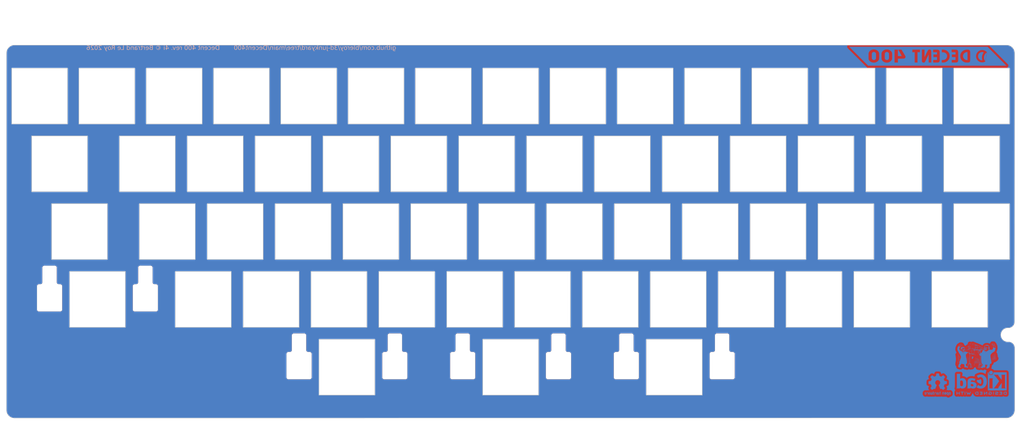
<source format=kicad_pcb>
(kicad_pcb (version 20241229) (generator "pcbnew") (generator_version "9.0")
  (title_block (title "Decent400 Plate") (date "2026-01-04") (rev "4i") (company "Decent Consulting"))
  (layers (0 "F.Cu" signal) (2 "B.Cu" signal) (13 "F.Paste" user) (15 "B.Paste" user) (5 "F.SilkS" user "F.Silkscreen") (7 "B.SilkS" user "B.Silkscreen") (1 "F.Mask" user) (3 "B.Mask" user) (25 "Edge.Cuts" user))
  (net 0 "")
  (footprint "Library:MX-1-00U-Hole-no-silk" (layer "F.Cu") (at 28.99 49)
    (property "Reference" "SWEsc1" (hide yes))
    (property "Value" "Esc" (hide yes))
    (fp_line (start -7 -7) (end -7 7) (stroke (width 0.12)) (layer "Edge.Cuts"))
    (fp_line (start -7 -7) (end 7 -7) (stroke (width 0.12)) (layer "Edge.Cuts"))
    (fp_line (start -7 7) (end 7 7) (stroke (width 0.12)) (layer "Edge.Cuts"))
    (fp_line (start 7 -7) (end 7 7) (stroke (width 0.12)) (layer "Edge.Cuts"))
  )
  (footprint "Library:MX-1-00U-Hole-no-silk" (layer "F.Cu") (at 128.99 83)
    (property "Reference" "SWG1" (hide yes))
    (property "Value" "G" (hide yes))
    (fp_line (start -7 -7) (end -7 7) (stroke (width 0.12)) (layer "Edge.Cuts"))
    (fp_line (start -7 -7) (end 7 -7) (stroke (width 0.12)) (layer "Edge.Cuts"))
    (fp_line (start -7 7) (end 7 7) (stroke (width 0.12)) (layer "Edge.Cuts"))
    (fp_line (start 7 -7) (end 7 7) (stroke (width 0.12)) (layer "Edge.Cuts"))
  )
  (footprint "Library:Choc-2U-Hole" (layer "F.Cu") (at 187.99 117)
    (property "Reference" "SWSpc1" (hide yes))
    (property "Value" "Space" (hide yes))
    (fp_line (start -15.15 2.55) (end -15.15 -3.3) (stroke (width 0.05)) (layer "Edge.Cuts"))
    (fp_line (start -14.65 -3.8) (end -14.3 -3.8) (stroke (width 0.05)) (layer "Edge.Cuts"))
    (fp_line (start -14.65 3.05) (end -9.35 3.05) (stroke (width 0.05)) (layer "Edge.Cuts"))
    (fp_line (start -13.8 -4.3) (end -13.8 -7.95) (stroke (width 0.05)) (layer "Edge.Cuts"))
    (fp_line (start -13.3 -8.45) (end -10.7 -8.45) (stroke (width 0.05)) (layer "Edge.Cuts"))
    (fp_line (start -10.2 -4.3) (end -10.2 -7.95) (stroke (width 0.05)) (layer "Edge.Cuts"))
    (fp_line (start -9.35 -3.8) (end -9.7 -3.8) (stroke (width 0.05)) (layer "Edge.Cuts"))
    (fp_line (start -8.85 2.55) (end -8.85 -3.3) (stroke (width 0.05)) (layer "Edge.Cuts"))
    (fp_line (start -7 -7) (end -7 7) (stroke (width 0.12)) (layer "Edge.Cuts"))
    (fp_line (start -7 -7) (end 7 -7) (stroke (width 0.12)) (layer "Edge.Cuts"))
    (fp_line (start -7 7) (end 7 7) (stroke (width 0.12)) (layer "Edge.Cuts"))
    (fp_line (start 7 -7) (end 7 7) (stroke (width 0.12)) (layer "Edge.Cuts"))
    (fp_line (start 8.85 2.55) (end 8.85 -3.3) (stroke (width 0.05)) (layer "Edge.Cuts"))
    (fp_line (start 9.35 -3.8) (end 9.7 -3.8) (stroke (width 0.05)) (layer "Edge.Cuts"))
    (fp_line (start 10.2 -4.3) (end 10.2 -7.95) (stroke (width 0.05)) (layer "Edge.Cuts"))
    (fp_line (start 13.3 -8.45) (end 10.7 -8.45) (stroke (width 0.05)) (layer "Edge.Cuts"))
    (fp_line (start 13.8 -4.3) (end 13.8 -7.95) (stroke (width 0.05)) (layer "Edge.Cuts"))
    (fp_line (start 14.65 -3.8) (end 14.3 -3.8) (stroke (width 0.05)) (layer "Edge.Cuts"))
    (fp_line (start 14.65 3.05) (end 9.35 3.05) (stroke (width 0.05)) (layer "Edge.Cuts"))
    (fp_line (start 15.15 2.55) (end 15.15 -3.3) (stroke (width 0.05)) (layer "Edge.Cuts"))
    (fp_arc (start -15.15 -3.3) (mid -15.003553 -3.653553) (end -14.65 -3.8) (stroke (width 0.05)) (layer "Edge.Cuts"))
    (fp_arc (start -14.65 3.05) (mid -15.003553 2.903553) (end -15.15 2.55) (stroke (width 0.05)) (layer "Edge.Cuts"))
    (fp_arc (start -13.8 -7.95) (mid -13.653553 -8.303553) (end -13.3 -8.45) (stroke (width 0.05)) (layer "Edge.Cuts"))
    (fp_arc (start -13.8 -4.3) (mid -13.946447 -3.946447) (end -14.3 -3.8) (stroke (width 0.05)) (layer "Edge.Cuts"))
    (fp_arc (start -10.7 -8.45) (mid -10.346447 -8.303553) (end -10.2 -7.95) (stroke (width 0.05)) (layer "Edge.Cuts"))
    (fp_arc (start -9.7 -3.8) (mid -10.053553 -3.946447) (end -10.2 -4.3) (stroke (width 0.05)) (layer "Edge.Cuts"))
    (fp_arc (start -9.35 -3.8) (mid -8.996447 -3.653553) (end -8.85 -3.3) (stroke (width 0.05)) (layer "Edge.Cuts"))
    (fp_arc (start -8.85 2.55) (mid -8.996447 2.903553) (end -9.35 3.05) (stroke (width 0.05)) (layer "Edge.Cuts"))
    (fp_arc (start 8.85 -3.3) (mid 8.996447 -3.653553) (end 9.35 -3.8) (stroke (width 0.05)) (layer "Edge.Cuts"))
    (fp_arc (start 9.35 3.05) (mid 8.996447 2.903553) (end 8.85 2.55) (stroke (width 0.05)) (layer "Edge.Cuts"))
    (fp_arc (start 10.2 -7.95) (mid 10.346447 -8.303553) (end 10.7 -8.45) (stroke (width 0.05)) (layer "Edge.Cuts"))
    (fp_arc (start 10.2 -4.3) (mid 10.053553 -3.946447) (end 9.7 -3.8) (stroke (width 0.05)) (layer "Edge.Cuts"))
    (fp_arc (start 13.3 -8.45) (mid 13.653553 -8.303553) (end 13.8 -7.95) (stroke (width 0.05)) (layer "Edge.Cuts"))
    (fp_arc (start 14.3 -3.8) (mid 13.946447 -3.946447) (end 13.8 -4.3) (stroke (width 0.05)) (layer "Edge.Cuts"))
    (fp_arc (start 14.65 -3.8) (mid 15.003553 -3.653553) (end 15.15 -3.3) (stroke (width 0.05)) (layer "Edge.Cuts"))
    (fp_arc (start 15.15 2.55) (mid 15.003553 2.903553) (end 14.65 3.05) (stroke (width 0.05)) (layer "Edge.Cuts"))
  )
  (footprint "Library:MX-1-00U-Hole-no-silk" (layer "F.Cu") (at 205.99 100)
    (property "Reference" "SWPeriod1" (hide yes))
    (property "Value" "Period" (hide yes))
    (fp_line (start -7 -7) (end -7 7) (stroke (width 0.12)) (layer "Edge.Cuts"))
    (fp_line (start -7 -7) (end 7 -7) (stroke (width 0.12)) (layer "Edge.Cuts"))
    (fp_line (start -7 7) (end 7 7) (stroke (width 0.12)) (layer "Edge.Cuts"))
    (fp_line (start 7 -7) (end 7 7) (stroke (width 0.12)) (layer "Edge.Cuts"))
  )
  (footprint "Library:MX-1-00U-Hole-no-silk" (layer "F.Cu") (at 231.275714 49)
    (property "Reference" "SWGT1" (hide yes))
    (property "Value" "GreaterThan" (hide yes))
    (fp_line (start -7 -7) (end -7 7) (stroke (width 0.12)) (layer "Edge.Cuts"))
    (fp_line (start -7 -7) (end 7 -7) (stroke (width 0.12)) (layer "Edge.Cuts"))
    (fp_line (start -7 7) (end 7 7) (stroke (width 0.12)) (layer "Edge.Cuts"))
    (fp_line (start 7 -7) (end 7 7) (stroke (width 0.12)) (layer "Edge.Cuts"))
  )
  (footprint "Library:MX-1-00U-Hole-no-silk" (layer "F.Cu") (at 106.99 66)
    (property "Reference" "SWR1" (hide yes))
    (property "Value" "R" (hide yes))
    (fp_line (start -7 -7) (end -7 7) (stroke (width 0.12)) (layer "Edge.Cuts"))
    (fp_line (start -7 -7) (end 7 -7) (stroke (width 0.12)) (layer "Edge.Cuts"))
    (fp_line (start -7 7) (end 7 7) (stroke (width 0.12)) (layer "Edge.Cuts"))
    (fp_line (start 7 -7) (end 7 7) (stroke (width 0.12)) (layer "Edge.Cuts"))
  )
  (footprint "Library:MX-1-00U-Hole-no-silk" (layer "F.Cu") (at 179.99 83)
    (property "Reference" "SWK1" (hide yes))
    (property "Value" "K" (hide yes))
    (fp_line (start -7 -7) (end -7 7) (stroke (width 0.12)) (layer "Edge.Cuts"))
    (fp_line (start -7 -7) (end 7 -7) (stroke (width 0.12)) (layer "Edge.Cuts"))
    (fp_line (start -7 7) (end 7 7) (stroke (width 0.12)) (layer "Edge.Cuts"))
    (fp_line (start 7 -7) (end 7 7) (stroke (width 0.12)) (layer "Edge.Cuts"))
  )
  (footprint "Library:MX-1-00U-Hole-no-silk" (layer "F.Cu") (at 146.99 49)
    (property "Reference" "SW7" (hide yes))
    (property "Value" "7" (hide yes))
    (fp_line (start -7 -7) (end -7 7) (stroke (width 0.12)) (layer "Edge.Cuts"))
    (fp_line (start -7 -7) (end 7 -7) (stroke (width 0.12)) (layer "Edge.Cuts"))
    (fp_line (start -7 7) (end 7 7) (stroke (width 0.12)) (layer "Edge.Cuts"))
    (fp_line (start 7 -7) (end 7 7) (stroke (width 0.12)) (layer "Edge.Cuts"))
  )
  (footprint "Library:MX-1-00U-Hole-no-silk" (layer "F.Cu") (at 86.99 100)
    (property "Reference" "SWX1" (hide yes))
    (property "Value" "X" (hide yes))
    (fp_line (start -7 -7) (end -7 7) (stroke (width 0.12)) (layer "Edge.Cuts"))
    (fp_line (start -7 -7) (end 7 -7) (stroke (width 0.12)) (layer "Edge.Cuts"))
    (fp_line (start -7 7) (end 7 7) (stroke (width 0.12)) (layer "Edge.Cuts"))
    (fp_line (start 7 -7) (end 7 7) (stroke (width 0.12)) (layer "Edge.Cuts"))
  )
  (footprint "Library:MX-1-00U-Hole-no-silk" (layer "F.Cu") (at 162.99 83)
    (property "Reference" "SWJ1" (hide yes))
    (property "Value" "J" (hide yes))
    (fp_line (start -7 -7) (end -7 7) (stroke (width 0.12)) (layer "Edge.Cuts"))
    (fp_line (start -7 -7) (end 7 -7) (stroke (width 0.12)) (layer "Edge.Cuts"))
    (fp_line (start -7 7) (end 7 7) (stroke (width 0.12)) (layer "Edge.Cuts"))
    (fp_line (start 7 -7) (end 7 7) (stroke (width 0.12)) (layer "Edge.Cuts"))
  )
  (footprint "Library:MX-1-00U-Hole-no-silk" (layer "F.Cu") (at 180.704286 49)
    (property "Reference" "SW9" (hide yes))
    (property "Value" "9" (hide yes))
    (fp_line (start -7 -7) (end -7 7) (stroke (width 0.12)) (layer "Edge.Cuts"))
    (fp_line (start -7 -7) (end 7 -7) (stroke (width 0.12)) (layer "Edge.Cuts"))
    (fp_line (start -7 7) (end 7 7) (stroke (width 0.12)) (layer "Edge.Cuts"))
    (fp_line (start 7 -7) (end 7 7) (stroke (width 0.12)) (layer "Edge.Cuts"))
  )
  (footprint "Library:MX-1-00U-Hole-no-silk" (layer "F.Cu") (at 140.99 66)
    (property "Reference" "SWY1" (hide yes))
    (property "Value" "Y" (hide yes))
    (fp_line (start -7 -7) (end -7 7) (stroke (width 0.12)) (layer "Edge.Cuts"))
    (fp_line (start -7 -7) (end 7 -7) (stroke (width 0.12)) (layer "Edge.Cuts"))
    (fp_line (start -7 7) (end 7 7) (stroke (width 0.12)) (layer "Edge.Cuts"))
    (fp_line (start 7 -7) (end 7 7) (stroke (width 0.12)) (layer "Edge.Cuts"))
  )
  (footprint "Library:MX-1-00U-Hole-no-silk" (layer "F.Cu") (at 196.99 83)
    (property "Reference" "SWL1" (hide yes))
    (property "Value" "L" (hide yes))
    (fp_line (start -7 -7) (end -7 7) (stroke (width 0.12)) (layer "Edge.Cuts"))
    (fp_line (start -7 -7) (end 7 -7) (stroke (width 0.12)) (layer "Edge.Cuts"))
    (fp_line (start -7 7) (end 7 7) (stroke (width 0.12)) (layer "Edge.Cuts"))
    (fp_line (start 7 -7) (end 7 7) (stroke (width 0.12)) (layer "Edge.Cuts"))
  )
  (footprint "Library:MX-1-00U-Hole-no-silk" (layer "F.Cu") (at 188.99 100)
    (property "Reference" "SWComma1" (hide yes))
    (property "Value" "Comma" (hide yes))
    (fp_line (start -7 -7) (end -7 7) (stroke (width 0.12)) (layer "Edge.Cuts"))
    (fp_line (start -7 -7) (end 7 -7) (stroke (width 0.12)) (layer "Edge.Cuts"))
    (fp_line (start -7 7) (end 7 7) (stroke (width 0.12)) (layer "Edge.Cuts"))
    (fp_line (start 7 -7) (end 7 7) (stroke (width 0.12)) (layer "Edge.Cuts"))
  )
  (footprint "Library:MX-1-00U-Hole-no-silk" (layer "F.Cu") (at 103.99 100)
    (property "Reference" "SWC1" (hide yes))
    (property "Value" "C" (hide yes))
    (fp_line (start -7 -7) (end -7 7) (stroke (width 0.12)) (layer "Edge.Cuts"))
    (fp_line (start -7 -7) (end 7 -7) (stroke (width 0.12)) (layer "Edge.Cuts"))
    (fp_line (start -7 7) (end 7 7) (stroke (width 0.12)) (layer "Edge.Cuts"))
    (fp_line (start 7 -7) (end 7 7) (stroke (width 0.12)) (layer "Edge.Cuts"))
  )
  (footprint "Library:MX-1-00U-Hole-no-silk" (layer "F.Cu") (at 120.99 100)
    (property "Reference" "SWV1" (hide yes))
    (property "Value" "V" (hide yes))
    (fp_line (start -7 -7) (end -7 7) (stroke (width 0.12)) (layer "Edge.Cuts"))
    (fp_line (start -7 -7) (end 7 -7) (stroke (width 0.12)) (layer "Edge.Cuts"))
    (fp_line (start -7 7) (end 7 7) (stroke (width 0.12)) (layer "Edge.Cuts"))
    (fp_line (start 7 -7) (end 7 7) (stroke (width 0.12)) (layer "Edge.Cuts"))
  )
  (footprint "Library:MX-1-00U-Hole-no-silk" (layer "F.Cu") (at 62.704286 49)
    (property "Reference" "SW2" (hide yes))
    (property "Value" "2" (hide yes))
    (fp_line (start -7 -7) (end -7 7) (stroke (width 0.12)) (layer "Edge.Cuts"))
    (fp_line (start -7 -7) (end 7 -7) (stroke (width 0.12)) (layer "Edge.Cuts"))
    (fp_line (start -7 7) (end 7 7) (stroke (width 0.12)) (layer "Edge.Cuts"))
    (fp_line (start 7 -7) (end 7 7) (stroke (width 0.12)) (layer "Edge.Cuts"))
  )
  (footprint "Library:MX-1-00U-Hole-no-silk" (layer "F.Cu") (at 60.99 83)
    (property "Reference" "SWA1" (hide yes))
    (property "Value" "A" (hide yes))
    (fp_line (start -7 -7) (end -7 7) (stroke (width 0.12)) (layer "Edge.Cuts"))
    (fp_line (start -7 -7) (end 7 -7) (stroke (width 0.12)) (layer "Edge.Cuts"))
    (fp_line (start -7 7) (end 7 7) (stroke (width 0.12)) (layer "Edge.Cuts"))
    (fp_line (start 7 -7) (end 7 7) (stroke (width 0.12)) (layer "Edge.Cuts"))
  )
  (footprint "Library:MX-1-00U-Hole-no-silk" (layer "F.Cu") (at 174.99 66)
    (property "Reference" "SWI1" (hide yes))
    (property "Value" "I" (hide yes))
    (fp_line (start -7 -7) (end -7 7) (stroke (width 0.12)) (layer "Edge.Cuts"))
    (fp_line (start -7 -7) (end 7 -7) (stroke (width 0.12)) (layer "Edge.Cuts"))
    (fp_line (start -7 7) (end 7 7) (stroke (width 0.12)) (layer "Edge.Cuts"))
    (fp_line (start 7 -7) (end 7 7) (stroke (width 0.12)) (layer "Edge.Cuts"))
  )
  (footprint "Library:MX-1-00U-Hole-no-silk" (layer "F.Cu") (at 197.561429 49)
    (property "Reference" "SW0" (hide yes))
    (property "Value" "0" (hide yes))
    (fp_line (start -7 -7) (end -7 7) (stroke (width 0.12)) (layer "Edge.Cuts"))
    (fp_line (start -7 -7) (end 7 -7) (stroke (width 0.12)) (layer "Edge.Cuts"))
    (fp_line (start -7 7) (end 7 7) (stroke (width 0.12)) (layer "Edge.Cuts"))
    (fp_line (start 7 -7) (end 7 7) (stroke (width 0.12)) (layer "Edge.Cuts"))
  )
  (footprint "Library:MX-1-25U-Hole-no-silk" (layer "F.Cu") (at 38.99 83)
    (property "Reference" "SWCtl1" (hide yes))
    (property "Value" "Control" (hide yes))
    (fp_line (start -7 -7) (end -7 7) (stroke (width 0.12)) (layer "Edge.Cuts"))
    (fp_line (start -7 -7) (end 7 -7) (stroke (width 0.12)) (layer "Edge.Cuts"))
    (fp_line (start -7 7) (end 7 7) (stroke (width 0.12)) (layer "Edge.Cuts"))
    (fp_line (start 7 -7) (end 7 7) (stroke (width 0.12)) (layer "Edge.Cuts"))
  )
  (footprint "Library:MX-1-75U-Hole" (layer "F.Cu") (at 248.132857 49)
    (property "Reference" "SWDel1" (hide yes))
    (property "Value" "Del" (hide yes))
    (fp_line (start -7 -7) (end -7 7) (stroke (width 0.12)) (layer "Edge.Cuts"))
    (fp_line (start -7 -7) (end 7 -7) (stroke (width 0.12)) (layer "Edge.Cuts"))
    (fp_line (start -7 7) (end 7 7) (stroke (width 0.12)) (layer "Edge.Cuts"))
    (fp_line (start 7 -7) (end 7 7) (stroke (width 0.12)) (layer "Edge.Cuts"))
  )
  (footprint "Library:MX-1-00U-Hole-no-silk" (layer "F.Cu") (at 123.99 66)
    (property "Reference" "SWT1" (hide yes))
    (property "Value" "T" (hide yes))
    (fp_line (start -7 -7) (end -7 7) (stroke (width 0.12)) (layer "Edge.Cuts"))
    (fp_line (start -7 -7) (end 7 -7) (stroke (width 0.12)) (layer "Edge.Cuts"))
    (fp_line (start -7 7) (end 7 7) (stroke (width 0.12)) (layer "Edge.Cuts"))
    (fp_line (start 7 -7) (end 7 7) (stroke (width 0.12)) (layer "Edge.Cuts"))
  )
  (footprint "Library:MX-1-00U-Hole-no-silk" (layer "F.Cu") (at 157.99 66)
    (property "Reference" "SWU1" (hide yes))
    (property "Value" "U" (hide yes))
    (fp_line (start -7 -7) (end -7 7) (stroke (width 0.12)) (layer "Edge.Cuts"))
    (fp_line (start -7 -7) (end 7 -7) (stroke (width 0.12)) (layer "Edge.Cuts"))
    (fp_line (start -7 7) (end 7 7) (stroke (width 0.12)) (layer "Edge.Cuts"))
    (fp_line (start 7 -7) (end 7 7) (stroke (width 0.12)) (layer "Edge.Cuts"))
  )
  (footprint "Library:Choc-2U-Hole" (layer "F.Cu") (at 43.49 100)
    (property "Reference" "SWLeftSft1" (hide yes))
    (property "Value" "Shift" (hide yes))
    (fp_line (start -15.15 2.55) (end -15.15 -3.3) (stroke (width 0.05)) (layer "Edge.Cuts"))
    (fp_line (start -14.65 -3.8) (end -14.3 -3.8) (stroke (width 0.05)) (layer "Edge.Cuts"))
    (fp_line (start -14.65 3.05) (end -9.35 3.05) (stroke (width 0.05)) (layer "Edge.Cuts"))
    (fp_line (start -13.8 -4.3) (end -13.8 -7.95) (stroke (width 0.05)) (layer "Edge.Cuts"))
    (fp_line (start -13.3 -8.45) (end -10.7 -8.45) (stroke (width 0.05)) (layer "Edge.Cuts"))
    (fp_line (start -10.2 -4.3) (end -10.2 -7.95) (stroke (width 0.05)) (layer "Edge.Cuts"))
    (fp_line (start -9.35 -3.8) (end -9.7 -3.8) (stroke (width 0.05)) (layer "Edge.Cuts"))
    (fp_line (start -8.85 2.55) (end -8.85 -3.3) (stroke (width 0.05)) (layer "Edge.Cuts"))
    (fp_line (start -7 -7) (end -7 7) (stroke (width 0.12)) (layer "Edge.Cuts"))
    (fp_line (start -7 -7) (end 7 -7) (stroke (width 0.12)) (layer "Edge.Cuts"))
    (fp_line (start -7 7) (end 7 7) (stroke (width 0.12)) (layer "Edge.Cuts"))
    (fp_line (start 7 -7) (end 7 7) (stroke (width 0.12)) (layer "Edge.Cuts"))
    (fp_line (start 8.85 2.55) (end 8.85 -3.3) (stroke (width 0.05)) (layer "Edge.Cuts"))
    (fp_line (start 9.35 -3.8) (end 9.7 -3.8) (stroke (width 0.05)) (layer "Edge.Cuts"))
    (fp_line (start 10.2 -4.3) (end 10.2 -7.95) (stroke (width 0.05)) (layer "Edge.Cuts"))
    (fp_line (start 13.3 -8.45) (end 10.7 -8.45) (stroke (width 0.05)) (layer "Edge.Cuts"))
    (fp_line (start 13.8 -4.3) (end 13.8 -7.95) (stroke (width 0.05)) (layer "Edge.Cuts"))
    (fp_line (start 14.65 -3.8) (end 14.3 -3.8) (stroke (width 0.05)) (layer "Edge.Cuts"))
    (fp_line (start 14.65 3.05) (end 9.35 3.05) (stroke (width 0.05)) (layer "Edge.Cuts"))
    (fp_line (start 15.15 2.55) (end 15.15 -3.3) (stroke (width 0.05)) (layer "Edge.Cuts"))
    (fp_arc (start -15.15 -3.3) (mid -15.003553 -3.653553) (end -14.65 -3.8) (stroke (width 0.05)) (layer "Edge.Cuts"))
    (fp_arc (start -14.65 3.05) (mid -15.003553 2.903553) (end -15.15 2.55) (stroke (width 0.05)) (layer "Edge.Cuts"))
    (fp_arc (start -13.8 -7.95) (mid -13.653553 -8.303553) (end -13.3 -8.45) (stroke (width 0.05)) (layer "Edge.Cuts"))
    (fp_arc (start -13.8 -4.3) (mid -13.946447 -3.946447) (end -14.3 -3.8) (stroke (width 0.05)) (layer "Edge.Cuts"))
    (fp_arc (start -10.7 -8.45) (mid -10.346447 -8.303553) (end -10.2 -7.95) (stroke (width 0.05)) (layer "Edge.Cuts"))
    (fp_arc (start -9.7 -3.8) (mid -10.053553 -3.946447) (end -10.2 -4.3) (stroke (width 0.05)) (layer "Edge.Cuts"))
    (fp_arc (start -9.35 -3.8) (mid -8.996447 -3.653553) (end -8.85 -3.3) (stroke (width 0.05)) (layer "Edge.Cuts"))
    (fp_arc (start -8.85 2.55) (mid -8.996447 2.903553) (end -9.35 3.05) (stroke (width 0.05)) (layer "Edge.Cuts"))
    (fp_arc (start 8.85 -3.3) (mid 8.996447 -3.653553) (end 9.35 -3.8) (stroke (width 0.05)) (layer "Edge.Cuts"))
    (fp_arc (start 9.35 3.05) (mid 8.996447 2.903553) (end 8.85 2.55) (stroke (width 0.05)) (layer "Edge.Cuts"))
    (fp_arc (start 10.2 -7.95) (mid 10.346447 -8.303553) (end 10.7 -8.45) (stroke (width 0.05)) (layer "Edge.Cuts"))
    (fp_arc (start 10.2 -4.3) (mid 10.053553 -3.946447) (end 9.7 -3.8) (stroke (width 0.05)) (layer "Edge.Cuts"))
    (fp_arc (start 13.3 -8.45) (mid 13.653553 -8.303553) (end 13.8 -7.95) (stroke (width 0.05)) (layer "Edge.Cuts"))
    (fp_arc (start 14.3 -3.8) (mid 13.946447 -3.946447) (end 13.8 -4.3) (stroke (width 0.05)) (layer "Edge.Cuts"))
    (fp_arc (start 14.65 -3.8) (mid 15.003553 -3.653553) (end 15.15 -3.3) (stroke (width 0.05)) (layer "Edge.Cuts"))
    (fp_arc (start 15.15 2.55) (mid 15.003553 2.903553) (end 14.65 3.05) (stroke (width 0.05)) (layer "Edge.Cuts"))
  )
  (footprint "Library:MX-1-00U-Hole-no-silk" (layer "F.Cu") (at 89.99 66)
    (property "Reference" "SWE1" (hide yes))
    (property "Value" "E" (hide yes))
    (fp_line (start -7 -7) (end -7 7) (stroke (width 0.12)) (layer "Edge.Cuts"))
    (fp_line (start -7 -7) (end 7 -7) (stroke (width 0.12)) (layer "Edge.Cuts"))
    (fp_line (start -7 7) (end 7 7) (stroke (width 0.12)) (layer "Edge.Cuts"))
    (fp_line (start 7 -7) (end 7 7) (stroke (width 0.12)) (layer "Edge.Cuts"))
  )
  (footprint "Library:MX-1-00U-Hole-no-silk" (layer "F.Cu") (at 113.275714 49)
    (property "Reference" "SW5" (hide yes))
    (property "Value" "5" (hide yes))
    (fp_line (start -7 -7) (end -7 7) (stroke (width 0.12)) (layer "Edge.Cuts"))
    (fp_line (start -7 -7) (end 7 -7) (stroke (width 0.12)) (layer "Edge.Cuts"))
    (fp_line (start -7 7) (end 7 7) (stroke (width 0.12)) (layer "Edge.Cuts"))
    (fp_line (start 7 -7) (end 7 7) (stroke (width 0.12)) (layer "Edge.Cuts"))
  )
  (footprint "Library:MX-1-00U-Hole-no-silk" (layer "F.Cu") (at 247.99 83)
    (property "Reference" "SWStar1" (hide yes))
    (property "Value" "Star" (hide yes))
    (fp_line (start -7 -7) (end -7 7) (stroke (width 0.12)) (layer "Edge.Cuts"))
    (fp_line (start -7 -7) (end 7 -7) (stroke (width 0.12)) (layer "Edge.Cuts"))
    (fp_line (start -7 7) (end 7 7) (stroke (width 0.12)) (layer "Edge.Cuts"))
    (fp_line (start 7 -7) (end 7 7) (stroke (width 0.12)) (layer "Edge.Cuts"))
  )
  (footprint "Library:MX-1-00U-Hole-no-silk" (layer "F.Cu") (at 171.99 100)
    (property "Reference" "SWM1" (hide yes))
    (property "Value" "M" (hide yes))
    (fp_line (start -7 -7) (end -7 7) (stroke (width 0.12)) (layer "Edge.Cuts"))
    (fp_line (start -7 -7) (end 7 -7) (stroke (width 0.12)) (layer "Edge.Cuts"))
    (fp_line (start -7 7) (end 7 7) (stroke (width 0.12)) (layer "Edge.Cuts"))
    (fp_line (start 7 -7) (end 7 7) (stroke (width 0.12)) (layer "Edge.Cuts"))
  )
  (footprint "Library:MX-1-00U-Hole-no-silk" (layer "F.Cu") (at 111.99 83)
    (property "Reference" "SWF1" (hide yes))
    (property "Value" "F" (hide yes))
    (fp_line (start -7 -7) (end -7 7) (stroke (width 0.12)) (layer "Edge.Cuts"))
    (fp_line (start -7 -7) (end 7 -7) (stroke (width 0.12)) (layer "Edge.Cuts"))
    (fp_line (start -7 7) (end 7 7) (stroke (width 0.12)) (layer "Edge.Cuts"))
    (fp_line (start 7 -7) (end 7 7) (stroke (width 0.12)) (layer "Edge.Cuts"))
  )
  (footprint "Library:MX-1-25U-Hole-no-silk" (layer "F.Cu") (at 264.99 49)
    (property "Reference" "SWBrk1" (hide yes))
    (property "Value" "Break" (hide yes))
    (fp_line (start -7 -7) (end -7 7) (stroke (width 0.12)) (layer "Edge.Cuts"))
    (fp_line (start -7 -7) (end 7 -7) (stroke (width 0.12)) (layer "Edge.Cuts"))
    (fp_line (start -7 7) (end 7 7) (stroke (width 0.12)) (layer "Edge.Cuts"))
    (fp_line (start 7 -7) (end 7 7) (stroke (width 0.12)) (layer "Edge.Cuts"))
  )
  (footprint "Library:MX-1-00U-Hole-no-silk" (layer "F.Cu") (at 79.561429 49)
    (property "Reference" "SW3" (hide yes))
    (property "Value" "3" (hide yes))
    (fp_line (start -7 -7) (end -7 7) (stroke (width 0.12)) (layer "Edge.Cuts"))
    (fp_line (start -7 -7) (end 7 -7) (stroke (width 0.12)) (layer "Edge.Cuts"))
    (fp_line (start -7 7) (end 7 7) (stroke (width 0.12)) (layer "Edge.Cuts"))
    (fp_line (start 7 -7) (end 7 7) (stroke (width 0.12)) (layer "Edge.Cuts"))
  )
  (footprint "Library:Choc-2U-Hole" (layer "F.Cu") (at 105.99 117)
    (property "Reference" "SWSpc1" (hide yes))
    (property "Value" "Space" (hide yes))
    (fp_line (start -15.15 2.55) (end -15.15 -3.3) (stroke (width 0.05)) (layer "Edge.Cuts"))
    (fp_line (start -14.65 -3.8) (end -14.3 -3.8) (stroke (width 0.05)) (layer "Edge.Cuts"))
    (fp_line (start -14.65 3.05) (end -9.35 3.05) (stroke (width 0.05)) (layer "Edge.Cuts"))
    (fp_line (start -13.8 -4.3) (end -13.8 -7.95) (stroke (width 0.05)) (layer "Edge.Cuts"))
    (fp_line (start -13.3 -8.45) (end -10.7 -8.45) (stroke (width 0.05)) (layer "Edge.Cuts"))
    (fp_line (start -10.2 -4.3) (end -10.2 -7.95) (stroke (width 0.05)) (layer "Edge.Cuts"))
    (fp_line (start -9.35 -3.8) (end -9.7 -3.8) (stroke (width 0.05)) (layer "Edge.Cuts"))
    (fp_line (start -8.85 2.55) (end -8.85 -3.3) (stroke (width 0.05)) (layer "Edge.Cuts"))
    (fp_line (start -7 -7) (end -7 7) (stroke (width 0.12)) (layer "Edge.Cuts"))
    (fp_line (start -7 -7) (end 7 -7) (stroke (width 0.12)) (layer "Edge.Cuts"))
    (fp_line (start -7 7) (end 7 7) (stroke (width 0.12)) (layer "Edge.Cuts"))
    (fp_line (start 7 -7) (end 7 7) (stroke (width 0.12)) (layer "Edge.Cuts"))
    (fp_line (start 8.85 2.55) (end 8.85 -3.3) (stroke (width 0.05)) (layer "Edge.Cuts"))
    (fp_line (start 9.35 -3.8) (end 9.7 -3.8) (stroke (width 0.05)) (layer "Edge.Cuts"))
    (fp_line (start 10.2 -4.3) (end 10.2 -7.95) (stroke (width 0.05)) (layer "Edge.Cuts"))
    (fp_line (start 13.3 -8.45) (end 10.7 -8.45) (stroke (width 0.05)) (layer "Edge.Cuts"))
    (fp_line (start 13.8 -4.3) (end 13.8 -7.95) (stroke (width 0.05)) (layer "Edge.Cuts"))
    (fp_line (start 14.65 -3.8) (end 14.3 -3.8) (stroke (width 0.05)) (layer "Edge.Cuts"))
    (fp_line (start 14.65 3.05) (end 9.35 3.05) (stroke (width 0.05)) (layer "Edge.Cuts"))
    (fp_line (start 15.15 2.55) (end 15.15 -3.3) (stroke (width 0.05)) (layer "Edge.Cuts"))
    (fp_arc (start -15.15 -3.3) (mid -15.003553 -3.653553) (end -14.65 -3.8) (stroke (width 0.05)) (layer "Edge.Cuts"))
    (fp_arc (start -14.65 3.05) (mid -15.003553 2.903553) (end -15.15 2.55) (stroke (width 0.05)) (layer "Edge.Cuts"))
    (fp_arc (start -13.8 -7.95) (mid -13.653553 -8.303553) (end -13.3 -8.45) (stroke (width 0.05)) (layer "Edge.Cuts"))
    (fp_arc (start -13.8 -4.3) (mid -13.946447 -3.946447) (end -14.3 -3.8) (stroke (width 0.05)) (layer "Edge.Cuts"))
    (fp_arc (start -10.7 -8.45) (mid -10.346447 -8.303553) (end -10.2 -7.95) (stroke (width 0.05)) (layer "Edge.Cuts"))
    (fp_arc (start -9.7 -3.8) (mid -10.053553 -3.946447) (end -10.2 -4.3) (stroke (width 0.05)) (layer "Edge.Cuts"))
    (fp_arc (start -9.35 -3.8) (mid -8.996447 -3.653553) (end -8.85 -3.3) (stroke (width 0.05)) (layer "Edge.Cuts"))
    (fp_arc (start -8.85 2.55) (mid -8.996447 2.903553) (end -9.35 3.05) (stroke (width 0.05)) (layer "Edge.Cuts"))
    (fp_arc (start 8.85 -3.3) (mid 8.996447 -3.653553) (end 9.35 -3.8) (stroke (width 0.05)) (layer "Edge.Cuts"))
    (fp_arc (start 9.35 3.05) (mid 8.996447 2.903553) (end 8.85 2.55) (stroke (width 0.05)) (layer "Edge.Cuts"))
    (fp_arc (start 10.2 -7.95) (mid 10.346447 -8.303553) (end 10.7 -8.45) (stroke (width 0.05)) (layer "Edge.Cuts"))
    (fp_arc (start 10.2 -4.3) (mid 10.053553 -3.946447) (end 9.7 -3.8) (stroke (width 0.05)) (layer "Edge.Cuts"))
    (fp_arc (start 13.3 -8.45) (mid 13.653553 -8.303553) (end 13.8 -7.95) (stroke (width 0.05)) (layer "Edge.Cuts"))
    (fp_arc (start 14.3 -3.8) (mid 13.946447 -3.946447) (end 13.8 -4.3) (stroke (width 0.05)) (layer "Edge.Cuts"))
    (fp_arc (start 14.65 -3.8) (mid 15.003553 -3.653553) (end 15.15 -3.3) (stroke (width 0.05)) (layer "Edge.Cuts"))
    (fp_arc (start 15.15 2.55) (mid 15.003553 2.903553) (end 14.65 3.05) (stroke (width 0.05)) (layer "Edge.Cuts"))
  )
  (footprint "Library:MX-1-25U-Hole-no-silk" (layer "F.Cu") (at 33.99 66)
    (property "Reference" "SWTab1" (hide yes))
    (property "Value" "Tab" (hide yes))
    (fp_line (start -7 -7) (end -7 7) (stroke (width 0.12)) (layer "Edge.Cuts"))
    (fp_line (start -7 -7) (end 7 -7) (stroke (width 0.12)) (layer "Edge.Cuts"))
    (fp_line (start -7 7) (end 7 7) (stroke (width 0.12)) (layer "Edge.Cuts"))
    (fp_line (start 7 -7) (end 7 7) (stroke (width 0.12)) (layer "Edge.Cuts"))
  )
  (footprint "Library:MX-1-00U-Hole-no-silk" (layer "F.Cu") (at 230.99 83)
    (property "Reference" "SWPlus1" (hide yes))
    (property "Value" "Plus" (hide yes))
    (fp_line (start -7 -7) (end -7 7) (stroke (width 0.12)) (layer "Edge.Cuts"))
    (fp_line (start -7 -7) (end 7 -7) (stroke (width 0.12)) (layer "Edge.Cuts"))
    (fp_line (start -7 7) (end 7 7) (stroke (width 0.12)) (layer "Edge.Cuts"))
    (fp_line (start 7 -7) (end 7 7) (stroke (width 0.12)) (layer "Edge.Cuts"))
  )
  (footprint "Library:MX-1-00U-Hole-no-silk" (layer "F.Cu") (at 214.418571 49)
    (property "Reference" "SWLT1" (hide yes))
    (property "Value" "LessThan" (hide yes))
    (fp_line (start -7 -7) (end -7 7) (stroke (width 0.12)) (layer "Edge.Cuts"))
    (fp_line (start -7 -7) (end 7 -7) (stroke (width 0.12)) (layer "Edge.Cuts"))
    (fp_line (start -7 7) (end 7 7) (stroke (width 0.12)) (layer "Edge.Cuts"))
    (fp_line (start 7 -7) (end 7 7) (stroke (width 0.12)) (layer "Edge.Cuts"))
  )
  (footprint "Library:MX-1-00U-Hole-no-silk" (layer "F.Cu") (at 163.847143 49)
    (property "Reference" "SW8" (hide yes))
    (property "Value" "8" (hide yes))
    (fp_line (start -7 -7) (end -7 7) (stroke (width 0.12)) (layer "Edge.Cuts"))
    (fp_line (start -7 -7) (end 7 -7) (stroke (width 0.12)) (layer "Edge.Cuts"))
    (fp_line (start -7 7) (end 7 7) (stroke (width 0.12)) (layer "Edge.Cuts"))
    (fp_line (start 7 -7) (end 7 7) (stroke (width 0.12)) (layer "Edge.Cuts"))
  )
  (footprint "Library:MX-1-00U-Hole-no-silk" (layer "F.Cu") (at 213.99 83)
    (property "Reference" "SWSemi1" (hide yes))
    (property "Value" "Semicolon" (hide yes))
    (fp_line (start -7 -7) (end -7 7) (stroke (width 0.12)) (layer "Edge.Cuts"))
    (fp_line (start -7 -7) (end 7 -7) (stroke (width 0.12)) (layer "Edge.Cuts"))
    (fp_line (start -7 7) (end 7 7) (stroke (width 0.12)) (layer "Edge.Cuts"))
    (fp_line (start 7 -7) (end 7 7) (stroke (width 0.12)) (layer "Edge.Cuts"))
  )
  (footprint "Library:MX-1-00U-Hole-no-silk" (layer "F.Cu") (at 239.99 100)
    (property "Reference" "SWInv1" (hide yes))
    (property "Value" "Atari" (hide yes))
    (fp_line (start -7 -7) (end -7 7) (stroke (width 0.12)) (layer "Edge.Cuts"))
    (fp_line (start -7 -7) (end 7 -7) (stroke (width 0.12)) (layer "Edge.Cuts"))
    (fp_line (start -7 7) (end 7 7) (stroke (width 0.12)) (layer "Edge.Cuts"))
    (fp_line (start 7 -7) (end 7 7) (stroke (width 0.12)) (layer "Edge.Cuts"))
  )
  (footprint "Library:MX-1-00U-Hole-no-silk" (layer "F.Cu") (at 72.99 66)
    (property "Reference" "SWW1" (hide yes))
    (property "Value" "W" (hide yes))
    (fp_line (start -7 -7) (end -7 7) (stroke (width 0.12)) (layer "Edge.Cuts"))
    (fp_line (start -7 -7) (end 7 -7) (stroke (width 0.12)) (layer "Edge.Cuts"))
    (fp_line (start -7 7) (end 7 7) (stroke (width 0.12)) (layer "Edge.Cuts"))
    (fp_line (start 7 -7) (end 7 7) (stroke (width 0.12)) (layer "Edge.Cuts"))
  )
  (footprint "Library:MX-1-00U-Hole-no-silk" (layer "F.Cu") (at 154.99 100)
    (property "Reference" "SWN1" (hide yes))
    (property "Value" "N" (hide yes))
    (fp_line (start -7 -7) (end -7 7) (stroke (width 0.12)) (layer "Edge.Cuts"))
    (fp_line (start -7 -7) (end 7 -7) (stroke (width 0.12)) (layer "Edge.Cuts"))
    (fp_line (start -7 7) (end 7 7) (stroke (width 0.12)) (layer "Edge.Cuts"))
    (fp_line (start 7 -7) (end 7 7) (stroke (width 0.12)) (layer "Edge.Cuts"))
  )
  (footprint "Library:MX-1-00U-Hole-no-silk" (layer "F.Cu") (at 45.847143 49)
    (property "Reference" "SW1" (hide yes))
    (property "Value" "1" (hide yes))
    (fp_line (start -7 -7) (end -7 7) (stroke (width 0.12)) (layer "Edge.Cuts"))
    (fp_line (start -7 -7) (end 7 -7) (stroke (width 0.12)) (layer "Edge.Cuts"))
    (fp_line (start -7 7) (end 7 7) (stroke (width 0.12)) (layer "Edge.Cuts"))
    (fp_line (start 7 -7) (end 7 7) (stroke (width 0.12)) (layer "Edge.Cuts"))
  )
  (footprint "Library:MX-1-00U-Hole-no-silk" (layer "F.Cu") (at 264.99 83)
    (property "Reference" "SWCps1" (hide yes))
    (property "Value" "Caps" (hide yes))
    (fp_line (start -7 -7) (end -7 7) (stroke (width 0.12)) (layer "Edge.Cuts"))
    (fp_line (start -7 -7) (end 7 -7) (stroke (width 0.12)) (layer "Edge.Cuts"))
    (fp_line (start -7 7) (end 7 7) (stroke (width 0.12)) (layer "Edge.Cuts"))
    (fp_line (start 7 -7) (end 7 7) (stroke (width 0.12)) (layer "Edge.Cuts"))
  )
  (footprint "Library:MX-1-00U-Hole-no-silk" (layer "F.Cu") (at 55.99 66)
    (property "Reference" "SWQ1" (hide yes))
    (property "Value" "Q" (hide yes))
    (fp_line (start -7 -7) (end -7 7) (stroke (width 0.12)) (layer "Edge.Cuts"))
    (fp_line (start -7 -7) (end 7 -7) (stroke (width 0.12)) (layer "Edge.Cuts"))
    (fp_line (start -7 7) (end 7 7) (stroke (width 0.12)) (layer "Edge.Cuts"))
    (fp_line (start 7 -7) (end 7 7) (stroke (width 0.12)) (layer "Edge.Cuts"))
  )
  (footprint "Library:MX-1-00U-Hole-no-silk" (layer "F.Cu") (at 130.132857 49)
    (property "Reference" "SW6" (hide yes))
    (property "Value" "6" (hide yes))
    (fp_line (start -7 -7) (end -7 7) (stroke (width 0.12)) (layer "Edge.Cuts"))
    (fp_line (start -7 -7) (end 7 -7) (stroke (width 0.12)) (layer "Edge.Cuts"))
    (fp_line (start -7 7) (end 7 7) (stroke (width 0.12)) (layer "Edge.Cuts"))
    (fp_line (start 7 -7) (end 7 7) (stroke (width 0.12)) (layer "Edge.Cuts"))
  )
  (footprint "Library:MX-1-00U-Hole-no-silk" (layer "F.Cu") (at 94.99 83)
    (property "Reference" "SWD1" (hide yes))
    (property "Value" "D" (hide yes))
    (fp_line (start -7 -7) (end -7 7) (stroke (width 0.12)) (layer "Edge.Cuts"))
    (fp_line (start -7 -7) (end 7 -7) (stroke (width 0.12)) (layer "Edge.Cuts"))
    (fp_line (start -7 7) (end 7 7) (stroke (width 0.12)) (layer "Edge.Cuts"))
    (fp_line (start 7 -7) (end 7 7) (stroke (width 0.12)) (layer "Edge.Cuts"))
  )
  (footprint "Library:Choc-2U-Hole" (layer "F.Cu") (at 146.99 117)
    (property "Reference" "SWSpc1" (hide yes))
    (property "Value" "Space" (hide yes))
    (fp_line (start -15.15 2.55) (end -15.15 -3.3) (stroke (width 0.05)) (layer "Edge.Cuts"))
    (fp_line (start -14.65 -3.8) (end -14.3 -3.8) (stroke (width 0.05)) (layer "Edge.Cuts"))
    (fp_line (start -14.65 3.05) (end -9.35 3.05) (stroke (width 0.05)) (layer "Edge.Cuts"))
    (fp_line (start -13.8 -4.3) (end -13.8 -7.95) (stroke (width 0.05)) (layer "Edge.Cuts"))
    (fp_line (start -13.3 -8.45) (end -10.7 -8.45) (stroke (width 0.05)) (layer "Edge.Cuts"))
    (fp_line (start -10.2 -4.3) (end -10.2 -7.95) (stroke (width 0.05)) (layer "Edge.Cuts"))
    (fp_line (start -9.35 -3.8) (end -9.7 -3.8) (stroke (width 0.05)) (layer "Edge.Cuts"))
    (fp_line (start -8.85 2.55) (end -8.85 -3.3) (stroke (width 0.05)) (layer "Edge.Cuts"))
    (fp_line (start -7 -7) (end -7 7) (stroke (width 0.12)) (layer "Edge.Cuts"))
    (fp_line (start -7 -7) (end 7 -7) (stroke (width 0.12)) (layer "Edge.Cuts"))
    (fp_line (start -7 7) (end 7 7) (stroke (width 0.12)) (layer "Edge.Cuts"))
    (fp_line (start 7 -7) (end 7 7) (stroke (width 0.12)) (layer "Edge.Cuts"))
    (fp_line (start 8.85 2.55) (end 8.85 -3.3) (stroke (width 0.05)) (layer "Edge.Cuts"))
    (fp_line (start 9.35 -3.8) (end 9.7 -3.8) (stroke (width 0.05)) (layer "Edge.Cuts"))
    (fp_line (start 10.2 -4.3) (end 10.2 -7.95) (stroke (width 0.05)) (layer "Edge.Cuts"))
    (fp_line (start 13.3 -8.45) (end 10.7 -8.45) (stroke (width 0.05)) (layer "Edge.Cuts"))
    (fp_line (start 13.8 -4.3) (end 13.8 -7.95) (stroke (width 0.05)) (layer "Edge.Cuts"))
    (fp_line (start 14.65 -3.8) (end 14.3 -3.8) (stroke (width 0.05)) (layer "Edge.Cuts"))
    (fp_line (start 14.65 3.05) (end 9.35 3.05) (stroke (width 0.05)) (layer "Edge.Cuts"))
    (fp_line (start 15.15 2.55) (end 15.15 -3.3) (stroke (width 0.05)) (layer "Edge.Cuts"))
    (fp_arc (start -15.15 -3.3) (mid -15.003553 -3.653553) (end -14.65 -3.8) (stroke (width 0.05)) (layer "Edge.Cuts"))
    (fp_arc (start -14.65 3.05) (mid -15.003553 2.903553) (end -15.15 2.55) (stroke (width 0.05)) (layer "Edge.Cuts"))
    (fp_arc (start -13.8 -7.95) (mid -13.653553 -8.303553) (end -13.3 -8.45) (stroke (width 0.05)) (layer "Edge.Cuts"))
    (fp_arc (start -13.8 -4.3) (mid -13.946447 -3.946447) (end -14.3 -3.8) (stroke (width 0.05)) (layer "Edge.Cuts"))
    (fp_arc (start -10.7 -8.45) (mid -10.346447 -8.303553) (end -10.2 -7.95) (stroke (width 0.05)) (layer "Edge.Cuts"))
    (fp_arc (start -9.7 -3.8) (mid -10.053553 -3.946447) (end -10.2 -4.3) (stroke (width 0.05)) (layer "Edge.Cuts"))
    (fp_arc (start -9.35 -3.8) (mid -8.996447 -3.653553) (end -8.85 -3.3) (stroke (width 0.05)) (layer "Edge.Cuts"))
    (fp_arc (start -8.85 2.55) (mid -8.996447 2.903553) (end -9.35 3.05) (stroke (width 0.05)) (layer "Edge.Cuts"))
    (fp_arc (start 8.85 -3.3) (mid 8.996447 -3.653553) (end 9.35 -3.8) (stroke (width 0.05)) (layer "Edge.Cuts"))
    (fp_arc (start 9.35 3.05) (mid 8.996447 2.903553) (end 8.85 2.55) (stroke (width 0.05)) (layer "Edge.Cuts"))
    (fp_arc (start 10.2 -7.95) (mid 10.346447 -8.303553) (end 10.7 -8.45) (stroke (width 0.05)) (layer "Edge.Cuts"))
    (fp_arc (start 10.2 -4.3) (mid 10.053553 -3.946447) (end 9.7 -3.8) (stroke (width 0.05)) (layer "Edge.Cuts"))
    (fp_arc (start 13.3 -8.45) (mid 13.653553 -8.303553) (end 13.8 -7.95) (stroke (width 0.05)) (layer "Edge.Cuts"))
    (fp_arc (start 14.3 -3.8) (mid 13.946447 -3.946447) (end 13.8 -4.3) (stroke (width 0.05)) (layer "Edge.Cuts"))
    (fp_arc (start 14.65 -3.8) (mid 15.003553 -3.653553) (end 15.15 -3.3) (stroke (width 0.05)) (layer "Edge.Cuts"))
    (fp_arc (start 15.15 2.55) (mid 15.003553 2.903553) (end 14.65 3.05) (stroke (width 0.05)) (layer "Edge.Cuts"))
  )
  (footprint "Library:MX-1-00U-Hole-no-silk" (layer "F.Cu") (at 77.99 83)
    (property "Reference" "SWS1" (hide yes))
    (property "Value" "S" (hide yes))
    (fp_line (start -7 -7) (end -7 7) (stroke (width 0.12)) (layer "Edge.Cuts"))
    (fp_line (start -7 -7) (end 7 -7) (stroke (width 0.12)) (layer "Edge.Cuts"))
    (fp_line (start -7 7) (end 7 7) (stroke (width 0.12)) (layer "Edge.Cuts"))
    (fp_line (start 7 -7) (end 7 7) (stroke (width 0.12)) (layer "Edge.Cuts"))
  )
  (footprint "Library:MX-1-00U-Hole-no-silk" (layer "F.Cu") (at 137.99 100)
    (property "Reference" "SWB1" (hide yes))
    (property "Value" "B" (hide yes))
    (fp_line (start -7 -7) (end -7 7) (stroke (width 0.12)) (layer "Edge.Cuts"))
    (fp_line (start -7 -7) (end 7 -7) (stroke (width 0.12)) (layer "Edge.Cuts"))
    (fp_line (start -7 7) (end 7 7) (stroke (width 0.12)) (layer "Edge.Cuts"))
    (fp_line (start 7 -7) (end 7 7) (stroke (width 0.12)) (layer "Edge.Cuts"))
  )
  (footprint "Library:MX-1-00U-Hole-no-silk" (layer "F.Cu") (at 242.99 66)
    (property "Reference" "SWEqual1" (hide yes))
    (property "Value" "Equal" (hide yes))
    (fp_line (start -7 -7) (end -7 7) (stroke (width 0.12)) (layer "Edge.Cuts"))
    (fp_line (start -7 -7) (end 7 -7) (stroke (width 0.12)) (layer "Edge.Cuts"))
    (fp_line (start -7 7) (end 7 7) (stroke (width 0.12)) (layer "Edge.Cuts"))
    (fp_line (start 7 -7) (end 7 7) (stroke (width 0.12)) (layer "Edge.Cuts"))
  )
  (footprint "Library:MX-1-00U-Hole-no-silk" (layer "F.Cu") (at 222.99 100)
    (property "Reference" "SWSlash1" (hide yes))
    (property "Value" "Slash" (hide yes))
    (fp_line (start -7 -7) (end -7 7) (stroke (width 0.12)) (layer "Edge.Cuts"))
    (fp_line (start -7 -7) (end 7 -7) (stroke (width 0.12)) (layer "Edge.Cuts"))
    (fp_line (start -7 7) (end 7 7) (stroke (width 0.12)) (layer "Edge.Cuts"))
    (fp_line (start 7 -7) (end 7 7) (stroke (width 0.12)) (layer "Edge.Cuts"))
  )
  (footprint "Library:MX-1-25U-Hole-no-silk" (layer "F.Cu") (at 262.49 66)
    (property "Reference" "SWRet1" (hide yes))
    (property "Value" "Return" (hide yes))
    (fp_line (start -7 -7) (end -7 7) (stroke (width 0.12)) (layer "Edge.Cuts"))
    (fp_line (start -7 -7) (end 7 -7) (stroke (width 0.12)) (layer "Edge.Cuts"))
    (fp_line (start -7 7) (end 7 7) (stroke (width 0.12)) (layer "Edge.Cuts"))
    (fp_line (start 7 -7) (end 7 7) (stroke (width 0.12)) (layer "Edge.Cuts"))
  )
  (footprint "Library:MX-1-00U-Hole-no-silk" (layer "F.Cu") (at 225.99 66)
    (property "Reference" "SWDash1" (hide yes))
    (property "Value" "Dash" (hide yes))
    (fp_line (start -7 -7) (end -7 7) (stroke (width 0.12)) (layer "Edge.Cuts"))
    (fp_line (start -7 -7) (end 7 -7) (stroke (width 0.12)) (layer "Edge.Cuts"))
    (fp_line (start -7 7) (end 7 7) (stroke (width 0.12)) (layer "Edge.Cuts"))
    (fp_line (start 7 -7) (end 7 7) (stroke (width 0.12)) (layer "Edge.Cuts"))
  )
  (footprint "Library:MX-1-00U-Hole-no-silk" (layer "F.Cu") (at 145.99 83)
    (property "Reference" "SWH1" (hide yes))
    (property "Value" "H" (hide yes))
    (fp_line (start -7 -7) (end -7 7) (stroke (width 0.12)) (layer "Edge.Cuts"))
    (fp_line (start -7 -7) (end 7 -7) (stroke (width 0.12)) (layer "Edge.Cuts"))
    (fp_line (start -7 7) (end 7 7) (stroke (width 0.12)) (layer "Edge.Cuts"))
    (fp_line (start 7 -7) (end 7 7) (stroke (width 0.12)) (layer "Edge.Cuts"))
  )
  (footprint "Library:MX-1-00U-Hole-no-silk" (layer "F.Cu") (at 191.99 66)
    (property "Reference" "SWO1" (hide yes))
    (property "Value" "O" (hide yes))
    (fp_line (start -7 -7) (end -7 7) (stroke (width 0.12)) (layer "Edge.Cuts"))
    (fp_line (start -7 -7) (end 7 -7) (stroke (width 0.12)) (layer "Edge.Cuts"))
    (fp_line (start -7 7) (end 7 7) (stroke (width 0.12)) (layer "Edge.Cuts"))
    (fp_line (start 7 -7) (end 7 7) (stroke (width 0.12)) (layer "Edge.Cuts"))
  )
  (footprint "Library:MX-1-00U-Hole-no-silk" (layer "F.Cu") (at 96.418571 49)
    (property "Reference" "SW4" (hide yes))
    (property "Value" "4" (hide yes))
    (fp_line (start -7 -7) (end -7 7) (stroke (width 0.12)) (layer "Edge.Cuts"))
    (fp_line (start -7 -7) (end 7 -7) (stroke (width 0.12)) (layer "Edge.Cuts"))
    (fp_line (start -7 7) (end 7 7) (stroke (width 0.12)) (layer "Edge.Cuts"))
    (fp_line (start 7 -7) (end 7 7) (stroke (width 0.12)) (layer "Edge.Cuts"))
  )
  (footprint "Library:MX-1-00U-Hole-no-silk" (layer "F.Cu") (at 69.99 100)
    (property "Reference" "SWZ1" (hide yes))
    (property "Value" "Z" (hide yes))
    (fp_line (start -7 -7) (end -7 7) (stroke (width 0.12)) (layer "Edge.Cuts"))
    (fp_line (start -7 -7) (end 7 -7) (stroke (width 0.12)) (layer "Edge.Cuts"))
    (fp_line (start -7 7) (end 7 7) (stroke (width 0.12)) (layer "Edge.Cuts"))
    (fp_line (start 7 -7) (end 7 7) (stroke (width 0.12)) (layer "Edge.Cuts"))
  )
  (footprint "Library:MX-1-00U-Hole-no-silk" (layer "F.Cu") (at 208.99 66)
    (property "Reference" "SWP1" (hide yes))
    (property "Value" "P" (hide yes))
    (fp_line (start -7 -7) (end -7 7) (stroke (width 0.12)) (layer "Edge.Cuts"))
    (fp_line (start -7 -7) (end 7 -7) (stroke (width 0.12)) (layer "Edge.Cuts"))
    (fp_line (start -7 7) (end 7 7) (stroke (width 0.12)) (layer "Edge.Cuts"))
    (fp_line (start 7 -7) (end 7 7) (stroke (width 0.12)) (layer "Edge.Cuts"))
  )
  (footprint "Library:MX-1-00U-Hole-no-silk" (layer "F.Cu") (at 259.49 100)
    (property "Reference" "SWRightSft1" (hide yes))
    (property "Value" "Shift" (hide yes))
    (fp_line (start -7 -7) (end -7 7) (stroke (width 0.12)) (layer "Edge.Cuts"))
    (fp_line (start -7 -7) (end 7 -7) (stroke (width 0.12)) (layer "Edge.Cuts"))
    (fp_line (start -7 7) (end 7 7) (stroke (width 0.12)) (layer "Edge.Cuts"))
    (fp_line (start 7 -7) (end 7 7) (stroke (width 0.12)) (layer "Edge.Cuts"))
  )
  (footprint "Symbol:OSHW-Logo2_7.3x6mm_Copper" (layer "B.Cu") (at 253.99 121.35 180)
    (property "Reference" "REF**" (hide yes))
    (property "Value" "OSHW-Logo2_7.3x6mm_Copper" (hide yes))
    (fp_poly (pts (xy 2.6526 -1.958752) (xy 2.669948 -1.966334) (xy 2.711356 -1.999128) (xy 2.746765 -2.046547) (xy 2.768664 -2.097151) (xy 2.772229 -2.122098) (xy 2.760279 -2.156927) (xy 2.734067 -2.175357) (xy 2.705964 -2.186516) (xy 2.693095 -2.188572) (xy 2.686829 -2.173649) (xy 2.674456 -2.141175) (xy 2.669028 -2.126502) (xy 2.63859 -2.075744) (xy 2.59452 -2.050427) (xy 2.53801 -2.051206) (xy 2.533825 -2.052203) (xy 2.503655 -2.066507) (xy 2.481476 -2.094393) (xy 2.466327 -2.139287) (xy 2.45725 -2.204615) (xy 2.453286 -2.293804) (xy 2.452914 -2.341261) (xy 2.45273 -2.416071) (xy 2.451522 -2.467069) (xy 2.448309 -2.499471) (xy 2.442109 -2.518495) (xy 2.43194 -2.529356) (xy 2.416819 -2.537272) (xy 2.415946 -2.53767) (xy 2.386828 -2.549981) (xy 2.372403 -2.554514) (xy 2.370186 -2.540809) (xy 2.368289 -2.502925) (xy 2.366847 -2.445715) (xy 2.365998 -2.374027) (xy 2.365829 -2.321565) (xy 2.366692 -2.220047) (xy 2.37007 -2.143032) (xy 2.377142 -2.086023) (xy 2.389088 -2.044526) (xy 2.40709 -2.014043) (xy 2.432327 -1.99008) (xy 2.457247 -1.973355) (xy 2.517171 -1.951097) (xy 2.586911 -1.946076) (xy 2.6526 -1.958752)) (stroke (width 0.01)) (fill yes) (layer "B.Cu"))
    (fp_poly (pts (xy -1.283907 -1.92778) (xy -1.237328 -1.954723) (xy -1.204943 -1.981466) (xy -1.181258 -2.009484) (xy -1.164941 -2.043748) (xy -1.154661 -2.089227) (xy -1.149086 -2.150892) (xy -1.146884 -2.233711) (xy -1.146629 -2.293246) (xy -1.146629 -2.512391) (xy -1.208314 -2.540044) (xy -1.27 -2.567697) (xy -1.277257 -2.32767) (xy -1.280256 -2.238028) (xy -1.283402 -2.172962) (xy -1.287299 -2.128026) (xy -1.292553 -2.09877) (xy -1.299769 -2.080748) (xy -1.30955 -2.069511) (xy -1.312688 -2.067079) (xy -1.360239 -2.048083) (xy -1.408303 -2.0556) (xy -1.436914 -2.075543) (xy -1.448553 -2.089675) (xy -1.456609 -2.10822) (xy -1.461729 -2.136334) (xy -1.464559 -2.179173) (xy -1.465744 -2.241895) (xy -1.465943 -2.307261) (xy -1.465982 -2.389268) (xy -1.467386 -2.447316) (xy -1.472086 -2.486465) (xy -1.482013 -2.51178) (xy -1.499097 -2.528323) (xy -1.525268 -2.541156) (xy -1.560225 -2.554491) (xy -1.598404 -2.569007) (xy -1.593859 -2.311389) (xy -1.592029 -2.218519) (xy -1.589888 -2.149889) (xy -1.586819 -2.100711) (xy -1.582206 -2.066198) (xy -1.575432 -2.041562) (xy -1.565881 -2.022016) (xy -1.554366 -2.00477) (xy -1.49881 -1.94968) (xy -1.43102 -1.917822) (xy -1.357287 -1.910191) (xy -1.283907 -1.92778)) (stroke (width 0.01)) (fill yes) (layer "B.Cu"))
    (fp_poly (pts (xy 0.529926 -1.949755) (xy 0.595858 -1.974084) (xy 0.649273 -2.017117) (xy 0.670164 -2.047409) (xy 0.692939 -2.102994) (xy 0.692466 -2.143186) (xy 0.668562 -2.170217) (xy 0.659717 -2.174813) (xy 0.62153 -2.189144) (xy 0.602028 -2.185472) (xy 0.595422 -2.161407) (xy 0.595086 -2.148114) (xy 0.582992 -2.09921) (xy 0.551471 -2.064999) (xy 0.507659 -2.048476) (xy 0.458695 -2.052634) (xy 0.418894 -2.074227) (xy 0.40545 -2.086544) (xy 0.395921 -2.101487) (xy 0.389485 -2.124075) (xy 0.385317 -2.159328) (xy 0.382597 -2.212266) (xy 0.380502 -2.287907) (xy 0.37996 -2.311857) (xy 0.377981 -2.39379) (xy 0.375731 -2.451455) (xy 0.372357 -2.489608) (xy 0.367006 -2.513004) (xy 0.358824 -2.526398) (xy 0.346959 -2.534545) (xy 0.339362 -2.538144) (xy 0.307102 -2.550452) (xy 0.288111 -2.554514) (xy 0.281836 -2.540948) (xy 0.278006 -2.499934) (xy 0.2766 -2.430999) (xy 0.277598 -2.333669) (xy 0.277908 -2.318657) (xy 0.280101 -2.229859) (xy 0.282693 -2.165019) (xy 0.286382 -2.119067) (xy 0.291864 -2.086935) (xy 0.299835 -2.063553) (xy 0.310993 -2.043852) (xy 0.31683 -2.03541) (xy 0.350296 -1.998057) (xy 0.387727 -1.969003) (xy 0.392309 -1.966467) (xy 0.459426 -1.946443) (xy 0.529926 -1.949755)) (stroke (width 0.01)) (fill yes) (layer "B.Cu"))
    (fp_poly (pts (xy 1.779833 -1.958663) (xy 1.782048 -1.99685) (xy 1.783784 -2.054886) (xy 1.784899 -2.12818) (xy 1.785257 -2.205055) (xy 1.785257 -2.465196) (xy 1.739326 -2.511127) (xy 1.707675 -2.539429) (xy 1.67989 -2.550893) (xy 1.641915 -2.550168) (xy 1.62684 -2.548321) (xy 1.579726 -2.542948) (xy 1.540756 -2.539869) (xy 1.531257 -2.539585) (xy 1.499233 -2.541445) (xy 1.453432 -2.546114) (xy 1.435674 -2.548321) (xy 1.392057 -2.551735) (xy 1.362745 -2.54432) (xy 1.33368 -2.521427) (xy 1.323188 -2.511127) (xy 1.277257 -2.465196) (xy 1.277257 -1.978602) (xy 1.314226 -1.961758) (xy 1.346059 -1.949282) (xy 1.364683 -1.944914) (xy 1.369458 -1.958718) (xy 1.373921 -1.997286) (xy 1.377775 -2.056356) (xy 1.380722 -2.131663) (xy 1.382143 -2.195286) (xy 1.386114 -2.445657) (xy 1.420759 -2.450556) (xy 1.452268 -2.447131) (xy 1.467708 -2.436041) (xy 1.472023 -2.415308) (xy 1.475708 -2.371145) (xy 1.478469 -2.309146) (xy 1.480012 -2.234909) (xy 1.480235 -2.196706) (xy 1.480457 -1.976783) (xy 1.526166 -1.960849) (xy 1.558518 -1.950015) (xy 1.576115 -1.944962) (xy 1.576623 -1.944914) (xy 1.578388 -1.958648) (xy 1.580329 -1.99673) (xy 1.582282 -2.054482) (xy 1.584084 -2.127227) (xy 1.585343 -2.195286) (xy 1.589314 -2.445657) (xy 1.6764 -2.445657) (xy 1.680396 -2.21724) (xy 1.684392 -1.988822) (xy 1.726847 -1.966868) (xy 1.758192 -1.951793) (xy 1.776744 -1.944951) (xy 1.777279 -1.944914) (xy 1.779833 -1.958663)) (stroke (width 0.01)) (fill yes) (layer "B.Cu"))
    (fp_poly (pts (xy -0.624114 -1.851289) (xy -0.619861 -1.910613) (xy -0.614975 -1.945572) (xy -0.608205 -1.96082) (xy -0.598298 -1.961015) (xy -0.595086 -1.959195) (xy -0.552356 -1.946015) (xy -0.496773 -1.946785) (xy -0.440263 -1.960333) (xy -0.404918 -1.977861) (xy -0.368679 -2.005861) (xy -0.342187 -2.037549) (xy -0.324001 -2.077813) (xy -0.312678 -2.131543) (xy -0.306778 -2.203626) (xy -0.304857 -2.298951) (xy -0.304823 -2.317237) (xy -0.3048 -2.522646) (xy -0.350509 -2.53858) (xy -0.382973 -2.54942) (xy -0.400785 -2.554468) (xy -0.401309 -2.554514) (xy -0.403063 -2.540828) (xy -0.404556 -2.503076) (xy -0.405674 -2.446224) (xy -0.406303 -2.375234) (xy -0.4064 -2.332073) (xy -0.406602 -2.246973) (xy -0.407642 -2.185981) (xy -0.410169 -2.144177) (xy -0.414836 -2.116642) (xy -0.422293 -2.098456) (xy -0.433189 -2.084698) (xy -0.439993 -2.078073) (xy -0.486728 -2.051375) (xy -0.537728 -2.049375) (xy -0.583999 -2.071955) (xy -0.592556 -2.080107) (xy -0.605107 -2.095436) (xy -0.613812 -2.113618) (xy -0.619369 -2.139909) (xy -0.622474 -2.179562) (xy -0.623824 -2.237832) (xy -0.624114 -2.318173) (xy -0.624114 -2.522646) (xy -0.669823 -2.53858) (xy -0.702287 -2.54942) (xy -0.720099 -2.554468) (xy -0.720623 -2.554514) (xy -0.721963 -2.540623) (xy -0.723172 -2.501439) (xy -0.724199 -2.4407) (xy -0.724998 -2.362141) (xy -0.725519 -2.269498) (xy -0.725714 -2.166509) (xy -0.725714 -1.769342) (xy -0.678543 -1.749444) (xy -0.631371 -1.729547) (xy -0.624114 -1.851289)) (stroke (width 0.01)) (fill yes) (layer "B.Cu"))
    (fp_poly (pts (xy -2.958885 -1.921962) (xy -2.890855 -1.957733) (xy -2.840649 -2.015301) (xy -2.822815 -2.052312) (xy -2.808937 -2.107882) (xy -2.801833 -2.178096) (xy -2.80116 -2.254727) (xy -2.806573 -2.329552) (xy -2.81773 -2.394342) (xy -2.834286 -2.440873) (xy -2.839374 -2.448887) (xy -2.899645 -2.508707) (xy -2.971231 -2.544535) (xy -3.048908 -2.55502) (xy -3.127452 -2.53881) (xy -3.149311 -2.529092) (xy -3.191878 -2.499143) (xy -3.229237 -2.459433) (xy -3.232768 -2.454397) (xy -3.247119 -2.430124) (xy -3.256606 -2.404178) (xy -3.26221 -2.370022) (xy -3.264914 -2.321119) (xy -3.265701 -2.250935) (xy -3.265714 -2.2352) (xy -3.265678 -2.230192) (xy -3.120571 -2.230192) (xy -3.119727 -2.29643) (xy -3.116404 -2.340386) (xy -3.109417 -2.368779) (xy -3.097584 -2.388325) (xy -3.091543 -2.394857) (xy -3.056814 -2.41968) (xy -3.023097 -2.418548) (xy -2.989005 -2.397016) (xy -2.968671 -2.374029) (xy -2.956629 -2.340478) (xy -2.949866 -2.287569) (xy -2.949402 -2.281399) (xy -2.948248 -2.185513) (xy -2.960312 -2.114299) (xy -2.98543 -2.068194) (xy -3.02344 -2.047635) (xy -3.037008 -2.046514) (xy -3.072636 -2.052152) (xy -3.097006 -2.071686) (xy -3.111907 -2.109042) (xy -3.119125 -2.16815) (xy -3.120571 -2.230192) (xy -3.265678 -2.230192) (xy -3.265174 -2.160413) (xy -3.262904 -2.108159) (xy -3.257932 -2.071949) (xy -3.249287 -2.045299) (xy -3.235995 -2.021722) (xy -3.233057 -2.017338) (xy -3.183687 -1.958249) (xy -3.129891 -1.923947) (xy -3.064398 -1.910331) (xy -3.042158 -1.909665) (xy -2.958885 -1.921962)) (stroke (width 0.01)) (fill yes) (layer "B.Cu"))
    (fp_poly (pts (xy 3.153595 -1.966966) (xy 3.211021 -2.004497) (xy 3.238719 -2.038096) (xy 3.260662 -2.099064) (xy 3.262405 -2.147308) (xy 3.258457 -2.211816) (xy 3.109686 -2.276934) (xy 3.037349 -2.310202) (xy 2.990084 -2.336964) (xy 2.965507 -2.360144) (xy 2.961237 -2.382667) (xy 2.974889 -2.407455) (xy 2.989943 -2.423886) (xy 3.033746 -2.450235) (xy 3.081389 -2.452081) (xy 3.125145 -2.431546) (xy 3.157289 -2.390752) (xy 3.163038 -2.376347) (xy 3.190576 -2.331356) (xy 3.222258 -2.312182) (xy 3.265714 -2.295779) (xy 3.265714 -2.357966) (xy 3.261872 -2.400283) (xy 3.246823 -2.435969) (xy 3.21528 -2.476943) (xy 3.210592 -2.482267) (xy 3.175506 -2.51872) (xy 3.145347 -2.538283) (xy 3.107615 -2.547283) (xy 3.076335 -2.55023) (xy 3.020385 -2.550965) (xy 2.980555 -2.54166) (xy 2.955708 -2.527846) (xy 2.916656 -2.497467) (xy 2.889625 -2.464613) (xy 2.872517 -2.423294) (xy 2.863238 -2.367521) (xy 2.859693 -2.291305) (xy 2.85941 -2.252622) (xy 2.860372 -2.206247) (xy 2.948007 -2.206247) (xy 2.949023 -2.231126) (xy 2.951556 -2.2352) (xy 2.968274 -2.229665) (xy 3.004249 -2.215017) (xy 3.052331 -2.19419) (xy 3.062386 -2.189714) (xy 3.123152 -2.158814) (xy 3.156632 -2.131657) (xy 3.16399 -2.10622) (xy 3.146391 -2.080481) (xy 3.131856 -2.069109) (xy 3.07941 -2.046364) (xy 3.030322 -2.050122) (xy 2.989227 -2.077884) (xy 2.960758 -2.127152) (xy 2.951631 -2.166257) (xy 2.948007 -2.206247) (xy 2.860372 -2.206247) (xy 2.861285 -2.162249) (xy 2.868196 -2.095384) (xy 2.881884 -2.046695) (xy 2.904096 -2.010849) (xy 2.936574 -1.982513) (xy 2.950733 -1.973355) (xy 3.015053 -1.949507) (xy 3.085473 -1.948006) (xy 3.153595 -1.966966)) (stroke (width 0.01)) (fill yes) (layer "B.Cu"))
    (fp_poly (pts (xy 1.190117 -2.065358) (xy 1.189933 -2.173837) (xy 1.189219 -2.257287) (xy 1.187675 -2.319704) (xy 1.185001 -2.365085) (xy 1.180894 -2.397429) (xy 1.175055 -2.420733) (xy 1.167182 -2.438995) (xy 1.161221 -2.449418) (xy 1.111855 -2.505945) (xy 1.049264 -2.541377) (xy 0.980013 -2.55409) (xy 0.910668 -2.542463) (xy 0.869375 -2.521568) (xy 0.826025 -2.485422) (xy 0.796481 -2.441276) (xy 0.778655 -2.383462) (xy 0.770463 -2.306313) (xy 0.769302 -2.249714) (xy 0.769458 -2.245647) (xy 0.870857 -2.245647) (xy 0.871476 -2.31055) (xy 0.874314 -2.353514) (xy 0.88084 -2.381622) (xy 0.892523 -2.401953) (xy 0.906483 -2.417288) (xy 0.953365 -2.44689) (xy 1.003701 -2.449419) (xy 1.051276 -2.424705) (xy 1.054979 -2.421356) (xy 1.070783 -2.403935) (xy 1.080693 -2.383209) (xy 1.086058 -2.352362) (xy 1.088228 -2.304577) (xy 1.088571 -2.251748) (xy 1.087827 -2.185381) (xy 1.084748 -2.141106) (xy 1.078061 -2.112009) (xy 1.066496 -2.091173) (xy 1.057013 -2.080107) (xy 1.01296 -2.052198) (xy 0.962224 -2.048843) (xy 0.913796 -2.070159) (xy 0.90445 -2.078073) (xy 0.88854 -2.095647) (xy 0.87861 -2.116587) (xy 0.873278 -2.147782) (xy 0.871163 -2.196122) (xy 0.870857 -2.245647) (xy 0.769458 -2.245647) (xy 0.77281 -2.158568) (xy 0.784726 -2.090086) (xy 0.807135 -2.0386) (xy 0.842124 -1.998443) (xy 0.869375 -1.977861) (xy 0.918907 -1.955625) (xy 0.976316 -1.945304) (xy 1.029682 -1.948067) (xy 1.059543 -1.959212) (xy 1.071261 -1.962383) (xy 1.079037 -1.950557) (xy 1.084465 -1.918866) (xy 1.088571 -1.870593) (xy 1.093067 -1.816829) (xy 1.099313 -1.784482) (xy 1.110676 -1.765985) (xy 1.130528 -1.75377) (xy 1.143 -1.748362) (xy 1.190171 -1.728601) (xy 1.190117 -2.065358)) (stroke (width 0.01)) (fill yes) (layer "B.Cu"))
    (fp_poly (pts (xy -1.831697 -1.931239) (xy -1.774473 -1.969735) (xy -1.730251 -2.025335) (xy -1.703833 -2.096086) (xy -1.69849 -2.148162) (xy -1.699097 -2.169893) (xy -1.704178 -2.186531) (xy -1.718145 -2.201437) (xy -1.745411 -2.217973) (xy -1.790388 -2.239498) (xy -1.857489 -2.269374) (xy -1.857829 -2.269524) (xy -1.919593 -2.297813) (xy -1.970241 -2.322933) (xy -2.004596 -2.342179) (xy -2.017482 -2.352848) (xy -2.017486 -2.352934) (xy -2.006128 -2.376166) (xy -1.979569 -2.401774) (xy -1.949077 -2.420221) (xy -1.93363 -2.423886) (xy -1.891485 -2.411212) (xy -1.855192 -2.379471) (xy -1.837483 -2.344572) (xy -1.820448 -2.318845) (xy -1.787078 -2.289546) (xy -1.747851 -2.264235) (xy -1.713244 -2.250471) (xy -1.706007 -2.249714) (xy -1.697861 -2.26216) (xy -1.69737 -2.293972) (xy -1.703357 -2.336866) (xy -1.714643 -2.382558) (xy -1.73005 -2.422761) (xy -1.730829 -2.424322) (xy -1.777196 -2.489062) (xy -1.837289 -2.533097) (xy -1.905535 -2.554711) (xy -1.976362 -2.552185) (xy -2.044196 -2.523804) (xy -2.047212 -2.521808) (xy -2.100573 -2.473448) (xy -2.13566 -2.410352) (xy -2.155078 -2.327387) (xy -2.157684 -2.304078) (xy -2.162299 -2.194055) (xy -2.156767 -2.142748) (xy -2.017486 -2.142748) (xy -2.015676 -2.174753) (xy -2.005778 -2.184093) (xy -1.981102 -2.177105) (xy -1.942205 -2.160587) (xy -1.898725 -2.139881) (xy -1.897644 -2.139333) (xy -1.860791 -2.119949) (xy -1.846 -2.107013) (xy -1.849647 -2.093451) (xy -1.865005 -2.075632) (xy -1.904077 -2.049845) (xy -1.946154 -2.04795) (xy -1.983897 -2.066717) (xy -2.009966 -2.102915) (xy -2.017486 -2.142748) (xy -2.156767 -2.142748) (xy -2.152806 -2.106027) (xy -2.12845 -2.036212) (xy -2.094544 -1.987302) (xy -2.033347 -1.937878) (xy -1.965937 -1.913359) (xy -1.89712 -1.911797) (xy -1.831697 -1.931239)) (stroke (width 0.01)) (fill yes) (layer "B.Cu"))
    (fp_poly (pts (xy 0.039744 -1.950968) (xy 0.096616 -1.972087) (xy 0.097267 -1.972493) (xy 0.13244 -1.99838) (xy 0.158407 -2.028633) (xy 0.17667 -2.068058) (xy 0.188732 -2.121462) (xy 0.196096 -2.193651) (xy 0.200264 -2.289432) (xy 0.200629 -2.303078) (xy 0.205876 -2.508842) (xy 0.161716 -2.531678) (xy 0.129763 -2.54711) (xy 0.11047 -2.554423) (xy 0.109578 -2.554514) (xy 0.106239 -2.541022) (xy 0.103587 -2.504626) (xy 0.101956 -2.451452) (xy 0.1016 -2.408393) (xy 0.101592 -2.338641) (xy 0.098403 -2.294837) (xy 0.087288 -2.273944) (xy 0.063501 -2.272925) (xy 0.022296 -2.288741) (xy -0.039914 -2.317815) (xy -0.085659 -2.341963) (xy -0.109187 -2.362913) (xy -0.116104 -2.385747) (xy -0.116114 -2.386877) (xy -0.104701 -2.426212) (xy -0.070908 -2.447462) (xy -0.019191 -2.450539) (xy 0.018061 -2.450006) (xy 0.037703 -2.460735) (xy 0.049952 -2.486505) (xy 0.057002 -2.519337) (xy 0.046842 -2.537966) (xy 0.043017 -2.540632) (xy 0.007001 -2.55134) (xy -0.043434 -2.552856) (xy -0.095374 -2.545759) (xy -0.132178 -2.532788) (xy -0.183062 -2.489585) (xy -0.211986 -2.429446) (xy -0.217714 -2.382462) (xy -0.213343 -2.340082) (xy -0.197525 -2.305488) (xy -0.166203 -2.274763) (xy -0.115322 -2.24399) (xy -0.040824 -2.209252) (xy -0.036286 -2.207288) (xy 0.030821 -2.176287) (xy 0.072232 -2.150862) (xy 0.089981 -2.128014) (xy 0.086107 -2.104745) (xy 0.062643 -2.078056) (xy 0.055627 -2.071914) (xy 0.00863 -2.0481) (xy -0.040067 -2.049103) (xy -0.082478 -2.072451) (xy -0.110616 -2.115675) (xy -0.113231 -2.12416) (xy -0.138692 -2.165308) (xy -0.170999 -2.185128) (xy -0.217714 -2.20477) (xy -0.217714 -2.15395) (xy -0.203504 -2.080082) (xy -0.161325 -2.012327) (xy -0.139376 -1.989661) (xy -0.089483 -1.960569) (xy -0.026033 -1.9474) (xy 0.039744 -1.950968)) (stroke (width 0.01)) (fill yes) (layer "B.Cu"))
    (fp_poly (pts (xy 2.144876 -1.956335) (xy 2.186667 -1.975344) (xy 2.219469 -1.998378) (xy 2.243503 -2.024133) (xy 2.260097 -2.057358) (xy 2.270577 -2.1028) (xy 2.276271 -2.165207) (xy 2.278507 -2.249327) (xy 2.278743 -2.304721) (xy 2.278743 -2.520826) (xy 2.241774 -2.53767) (xy 2.212656 -2.549981) (xy 2.198231 -2.554514) (xy 2.195472 -2.541025) (xy 2.193282 -2.504653) (xy 2.191942 -2.451542) (xy 2.191657 -2.409372) (xy 2.190434 -2.348447) (xy 2.187136 -2.300115) (xy 2.182321 -2.270518) (xy 2.178496 -2.264229) (xy 2.152783 -2.270652) (xy 2.112418 -2.287125) (xy 2.065679 -2.309458) (xy 2.020845 -2.333457) (xy 1.986193 -2.35493) (xy 1.970002 -2.369685) (xy 1.969938 -2.369845) (xy 1.97133 -2.397152) (xy 1.983818 -2.423219) (xy 2.005743 -2.444392) (xy 2.037743 -2.451474) (xy 2.065092 -2.450649) (xy 2.103826 -2.450042) (xy 2.124158 -2.459116) (xy 2.136369 -2.483092) (xy 2.137909 -2.487613) (xy 2.143203 -2.521806) (xy 2.129047 -2.542568) (xy 2.092148 -2.552462) (xy 2.052289 -2.554292) (xy 1.980562 -2.540727) (xy 1.943432 -2.521355) (xy 1.897576 -2.475845) (xy 1.873256 -2.419983) (xy 1.871073 -2.360957) (xy 1.891629 -2.305953) (xy 1.922549 -2.271486) (xy 1.95342 -2.252189) (xy 2.001942 -2.227759) (xy 2.058485 -2.202985) (xy 2.06791 -2.199199) (xy 2.130019 -2.171791) (xy 2.165822 -2.147634) (xy 2.177337 -2.123619) (xy 2.16658 -2.096635) (xy 2.148114 -2.075543) (xy 2.104469 -2.049572) (xy 2.056446 -2.047624) (xy 2.012406 -2.067637) (xy 1.980709 -2.107551) (xy 1.976549 -2.117848) (xy 1.952327 -2.155724) (xy 1.916965 -2.183842) (xy 1.872343 -2.206917) (xy 1.872343 -2.141485) (xy 1.874969 -2.101506) (xy 1.88623 -2.069997) (xy 1.911199 -2.036378) (xy 1.935169 -2.010484) (xy 1.972441 -1.973817) (xy 2.001401 -1.954121) (xy 2.032505 -1.94622) (xy 2.067713 -1.944914) (xy 2.144876 -1.956335)) (stroke (width 0.01)) (fill yes) (layer "B.Cu"))
    (fp_poly (pts (xy -2.400256 -1.919918) (xy -2.344799 -1.947568) (xy -2.295852 -1.99848) (xy -2.282371 -2.017338) (xy -2.267686 -2.042015) (xy -2.258158 -2.068816) (xy -2.252707 -2.104587) (xy -2.250253 -2.156169) (xy -2.249714 -2.224267) (xy -2.252148 -2.317588) (xy -2.260606 -2.387657) (xy -2.276826 -2.439931) (xy -2.302546 -2.479869) (xy -2.339503 -2.512929) (xy -2.342218 -2.514886) (xy -2.37864 -2.534908) (xy -2.422498 -2.544815) (xy -2.478276 -2.547257) (xy -2.568952 -2.547257) (xy -2.56899 -2.635283) (xy -2.569834 -2.684308) (xy -2.574976 -2.713065) (xy -2.588413 -2.730311) (xy -2.614142 -2.744808) (xy -2.620321 -2.747769) (xy -2.649236 -2.761648) (xy -2.671624 -2.770414) (xy -2.688271 -2.771171) (xy -2.699964 -2.761023) (xy -2.70749 -2.737073) (xy -2.711634 -2.696426) (xy -2.713185 -2.636186) (xy -2.712929 -2.553455) (xy -2.711651 -2.445339) (xy -2.711252 -2.413) (xy -2.709815 -2.301524) (xy -2.708528 -2.228603) (xy -2.569029 -2.228603) (xy -2.568245 -2.290499) (xy -2.56476 -2.330997) (xy -2.556876 -2.357708) (xy -2.542895 -2.378244) (xy -2.533403 -2.38826) (xy -2.494596 -2.417567) (xy -2.460237 -2.419952) (xy -2.424784 -2.39575) (xy -2.423886 -2.394857) (xy -2.409461 -2.376153) (xy -2.400687 -2.350732) (xy -2.396261 -2.311584) (xy -2.394882 -2.251697) (xy -2.394857 -2.23843) (xy -2.398188 -2.155901) (xy -2.409031 -2.098691) (xy -2.42866 -2.063766) (xy -2.45835 -2.048094) (xy -2.475509 -2.046514) (xy -2.516234 -2.053926) (xy -2.544168 -2.07833) (xy -2.560983 -2.12298) (xy -2.56835 -2.19113) (xy -2.569029 -2.228603) (xy -2.708528 -2.228603) (xy -2.708292 -2.215245) (xy -2.706323 -2.150333) (xy -2.70355 -2.102958) (xy -2.699612 -2.06929) (xy -2.694151 -2.045498) (xy -2.686808 -2.027753) (xy -2.677223 -2.012224) (xy -2.673113 -2.006381) (xy -2.618595 -1.951185) (xy -2.549664 -1.91989) (xy -2.469928 -1.911165) (xy -2.400256 -1.919918)) (stroke (width 0.01)) (fill yes) (layer "B.Cu"))
    (fp_poly (pts (xy 0.10391 2.757652) (xy 0.182454 2.757222) (xy 0.239298 2.756058) (xy 0.278105 2.753793) (xy 0.302538 2.75006) (xy 0.316262 2.744494) (xy 0.32294 2.736727) (xy 0.326236 2.726395) (xy 0.326556 2.725057) (xy 0.331562 2.700921) (xy 0.340829 2.653299) (xy 0.353392 2.587259) (xy 0.368287 2.507872) (xy 0.384551 2.420204) (xy 0.385119 2.417125) (xy 0.40141 2.331211) (xy 0.416652 2.255304) (xy 0.429861 2.193955) (xy 0.440054 2.151718) (xy 0.446248 2.133145) (xy 0.446543 2.132816) (xy 0.464788 2.123747) (xy 0.502405 2.108633) (xy 0.551271 2.090738) (xy 0.551543 2.090642) (xy 0.613093 2.067507) (xy 0.685657 2.038035) (xy 0.754057 2.008403) (xy 0.757294 2.006938) (xy 0.868702 1.956374) (xy 1.115399 2.12484) (xy 1.191077 2.176197) (xy 1.259631 2.222111) (xy 1.317088 2.25997) (xy 1.359476 2.287163) (xy 1.382825 2.301079) (xy 1.385042 2.302111) (xy 1.40201 2.297516) (xy 1.433701 2.275345) (xy 1.481352 2.234553) (xy 1.546198 2.174095) (xy 1.612397 2.109773) (xy 1.676214 2.046388) (xy 1.733329 1.988549) (xy 1.780305 1.939825) (xy 1.813703 1.90379) (xy 1.830085 1.884016) (xy 1.830694 1.882998) (xy 1.832505 1.869428) (xy 1.825683 1.847267) (xy 1.80854 1.813522) (xy 1.779393 1.7652) (xy 1.736555 1.699308) (xy 1.679448 1.614483) (xy 1.628766 1.539823) (xy 1.583461 1.47286) (xy 1.54615 1.417484) (xy 1.519452 1.37758) (xy 1.505985 1.357038) (xy 1.505137 1.355644) (xy 1.506781 1.335962) (xy 1.519245 1.297707) (xy 1.540048 1.248111) (xy 1.547462 1.232272) (xy 1.579814 1.16171) (xy 1.614328 1.081647) (xy 1.642365 1.012371) (xy 1.662568 0.960955) (xy 1.678615 0.921881) (xy 1.687888 0.901459) (xy 1.689041 0.899886) (xy 1.706096 0.897279) (xy 1.746298 0.890137) (xy 1.804302 0.879477) (xy 1.874763 0.866315) (xy 1.952335 0.851667) (xy 2.031672 0.836551) (xy 2.107431 0.821982) (xy 2.174264 0.808978) (xy 2.226828 0.798555) (xy 2.259776 0.79173) (xy 2.267857 0.789801) (xy 2.276205 0.785038) (xy 2.282506 0.774282) (xy 2.287045 0.753902) (xy 2.290104 0.720266) (xy 2.291967 0.669745) (xy 2.292918 0.598708) (xy 2.29324 0.503524) (xy 2.293257 0.464508) (xy 2.293257 0.147201) (xy 2.217057 0.132161) (xy 2.174663 0.124005) (xy 2.1114 0.112101) (xy 2.034962 0.097884) (xy 1.953043 0.08279) (xy 1.9304 0.078645) (xy 1.854806 0.063947) (xy 1.788953 0.049495) (xy 1.738366 0.036625) (xy 1.708574 0.026678) (xy 1.703612 0.023713) (xy 1.691426 0.002717) (xy 1.673953 -0.037967) (xy 1.654577 -0.090322) (xy 1.650734 -0.1016) (xy 1.625339 -0.171523) (xy 1.593817 -0.250418) (xy 1.562969 -0.321266) (xy 1.562817 -0.321595) (xy 1.511447 -0.432733) (xy 1.680399 -0.681253) (xy 1.849352 -0.929772) (xy 1.632429 -1.147058) (xy 1.566819 -1.211726) (xy 1.506979 -1.268733) (xy 1.456267 -1.315033) (xy 1.418046 -1.347584) (xy 1.395675 -1.363343) (xy 1.392466 -1.364343) (xy 1.373626 -1.356469) (xy 1.33518 -1.334578) (xy 1.28133 -1.301267) (xy 1.216276 -1.259131) (xy 1.14594 -1.211943) (xy 1.074555 -1.16381) (xy 1.010908 -1.121928) (xy 0.959041 -1.088871) (xy 0.922995 -1.067218) (xy 0.906867 -1.059543) (xy 0.887189 -1.066037) (xy 0.849875 -1.08315) (xy 0.802621 -1.107326) (xy 0.797612 -1.110013) (xy 0.733977 -1.141927) (xy 0.690341 -1.157579) (xy 0.663202 -1.157745) (xy 0.649057 -1.143204) (xy 0.648975 -1.143) (xy 0.641905 -1.125779) (xy 0.625042 -1.084899) (xy 0.599695 -1.023525) (xy 0.567171 -0.944819) (xy 0.528778 -0.851947) (xy 0.485822 -0.748072) (xy 0.444222 -0.647502) (xy 0.398504 -0.536516) (xy 0.356526 -0.433703) (xy 0.319548 -0.342215) (xy 0.288827 -0.265201) (xy 0.265622 -0.205815) (xy 0.25119 -0.167209) (xy 0.246743 -0.1528) (xy 0.257896 -0.136272) (xy 0.287069 -0.10993) (xy 0.325971 -0.080887) (xy 0.436757 0.010961) (xy 0.523351 0.116241) (xy 0.584716 0.232734) (xy 0.619815 0.358224) (xy 0.627608 0.490493) (xy 0.621943 0.551543) (xy 0.591078 0.678205) (xy 0.53792 0.790059) (xy 0.465767 0.885999) (xy 0.377917 0.964924) (xy 0.277665 1.02573) (xy 0.16831 1.067313) (xy 0.053147 1.088572) (xy -0.064525 1.088401) (xy -0.18141 1.065699) (xy -0.294211 1.019362) (xy -0.399631 0.948287) (xy -0.443632 0.908089) (xy -0.528021 0.804871) (xy -0.586778 0.692075) (xy -0.620296 0.57299) (xy -0.628965 0.450905) (xy -0.613177 0.329107) (xy -0.573322 0.210884) (xy -0.509793 0.099525) (xy -0.422979 -0.001684) (xy -0.325971 -0.080887) (xy -0.285563 -0.111162) (xy -0.257018 -0.137219) (xy -0.246743 -0.152825) (xy -0.252123 -0.169843) (xy -0.267425 -0.2105) (xy -0.291388 -0.271642) (xy -0.322756 -0.350119) (xy -0.360268 -0.44278) (xy -0.402667 -0.546472) (xy -0.444337 -0.647526) (xy -0.49031 -0.758607) (xy -0.532893 -0.861541) (xy -0.570779 -0.953165) (xy -0.60266 -1.030316) (xy -0.627229 -1.089831) (xy -0.64318 -1.128544) (xy -0.64909 -1.143) (xy -0.663052 -1.157685) (xy -0.69006 -1.157642) (xy -0.733587 -1.142099) (xy -0.79711 -1.110284) (xy -0.797612 -1.110013) (xy -0.84544 -1.085323) (xy -0.884103 -1.067338) (xy -0.905905 -1.059614) (xy -0.906867 -1.059543) (xy -0.923279 -1.067378) (xy -0.959513 -1.089165) (xy -1.011526 -1.122328) (xy -1.075275 -1.164291) (xy -1.14594 -1.211943) (xy -1.217884 -1.260191) (xy -1.282726 -1.302151) (xy -1.336265 -1.335227) (xy -1.374303 -1.356821) (xy -1.392467 -1.364343) (xy -1.409192 -1.354457) (xy -1.44282 -1.326826) (xy -1.48999 -1.284495) (xy -1.547342 -1.230505) (xy -1.611516 -1.167899) (xy -1.632503 -1.146983) (xy -1.849501 -0.929623) (xy -1.684332 -0.68722) (xy -1.634136 -0.612781) (xy -1.590081 -0.545972) (xy -1.554638 -0.490665) (xy -1.530281 -0.450729) (xy -1.519478 -0.430036) (xy -1.519162 -0.428563) (xy -1.524857 -0.409058) (xy -1.540174 -0.369822) (xy -1.562463 -0.31743) (xy -1.578107 -0.282355) (xy -1.607359 -0.215201) (xy -1.634906 -0.147358) (xy -1.656263 -0.090034) (xy -1.662065 -0.072572) (xy -1.678548 -0.025938) (xy -1.69466 0.010095) (xy -1.70351 0.023713) (xy -1.72304 0.032048) (xy -1.765666 0.043863) (xy -1.825855 0.057819) (xy -1.898078 0.072578) (xy -1.9304 0.078645) (xy -2.012478 0.093727) (xy -2.091205 0.108331) (xy -2.158891 0.12102) (xy -2.20784 0.130358) (xy -2.217057 0.132161) (xy -2.293257 0.147201) (xy -2.293257 0.464508) (xy -2.293086 0.568846) (xy -2.292384 0.647787) (xy -2.290866 0.704962) (xy -2.288251 0.744001) (xy -2.284254 0.768535) (xy -2.278591 0.782195) (xy -2.27098 0.788611) (xy -2.267857 0.789801) (xy -2.249022 0.79402) (xy -2.207412 0.802438) (xy -2.14837 0.814039) (xy -2.077243 0.827805) (xy -1.999375 0.84272) (xy -1.920113 0.857768) (xy -1.844802 0.871931) (xy -1.778787 0.884194) (xy -1.727413 0.893539) (xy -1.696025 0.89895) (xy -1.689041 0.899886) (xy -1.682715 0.912404) (xy -1.66871 0.945754) (xy -1.649645 0.993623) (xy -1.642366 1.012371) (xy -1.613004 1.084805) (xy -1.578429 1.16483) (xy -1.547463 1.232272) (xy -1.524677 1.283841) (xy -1.509518 1.326215) (xy -1.504458 1.352166) (xy -1.505264 1.355644) (xy -1.515959 1.372064) (xy -1.54038 1.408583) (xy -1.575905 1.461313) (xy -1.619913 1.526365) (xy -1.669783 1.599849) (xy -1.679644 1.614355) (xy -1.737508 1.700296) (xy -1.780044 1.765739) (xy -1.808946 1.813696) (xy -1.82591 1.84718) (xy -1.832633 1.869205) (xy -1.83081 1.882783) (xy -1.830764 1.882869) (xy -1.816414 1.900703) (xy -1.784677 1.935183) (xy -1.73899 1.982732) (xy -1.682796 2.039778) (xy -1.619532 2.102745) (xy -1.612398 2.109773) (xy -1.53267 2.18698) (xy -1.471143 2.24367) (xy -1.426579 2.28089) (xy -1.397743 2.299685) (xy -1.385042 2.302111) (xy -1.366506 2.291529) (xy -1.328039 2.267084) (xy -1.273614 2.231388) (xy -1.207202 2.187053) (xy -1.132775 2.136689) (xy -1.115399 2.12484) (xy -0.868703 1.956374) (xy -0.757294 2.006938) (xy -0.689543 2.036405) (xy -0.616817 2.066041) (xy -0.554297 2.08967) (xy -0.551543 2.090642) (xy -0.50264 2.108543) (xy -0.464943 2.12368) (xy -0.446575 2.13279) (xy -0.446544 2.132816) (xy -0.440715 2.149283) (xy -0.430808 2.189781) (xy -0.417805 2.249758) (xy -0.402691 2.32466) (xy -0.386448 2.409936) (xy -0.385119 2.417125) (xy -0.368825 2.504986) (xy -0.353867 2.58474) (xy -0.341209 2.651319) (xy -0.331814 2.699653) (xy -0.326646 2.724675) (xy -0.326556 2.725057) (xy -0.323411 2.735701) (xy -0.317296 2.743738) (xy -0.304547 2.749533) (xy -0.2815 2.753453) (xy -0.244491 2.755865) (xy -0.189856 2.757135) (xy -0.113933 2.757629) (xy -0.013056 2.757714) (xy 0 2.757714) (xy 0.10391 2.757652)) (stroke (width 0.01)) (fill yes) (layer "B.Cu"))
  )
  (footprint "Symbol:KiCad-Logo2_5mm_Copper" (layer "B.Cu") (at 264.99 120.9 180)
    (property "Reference" "REF**" (hide yes))
    (property "Value" "KiCad-Logo2_5mm_Copper" (hide yes))
    (fp_poly (pts (xy 4.188614 -2.275877) (xy 4.212327 -2.290647) (xy 4.238978 -2.312227) (xy 4.238978 -2.633773) (xy 4.238893 -2.72783) (xy 4.238529 -2.801932) (xy 4.237724 -2.858704) (xy 4.236313 -2.900768) (xy 4.234133 -2.930748) (xy 4.231021 -2.951267) (xy 4.226814 -2.964949) (xy 4.221348 -2.974416) (xy 4.217472 -2.979082) (xy 4.186034 -2.999575) (xy 4.150233 -2.998739) (xy 4.118873 -2.981264) (xy 4.092222 -2.959684) (xy 4.092222 -2.312227) (xy 4.118873 -2.290647) (xy 4.144594 -2.274949) (xy 4.1656 -2.269067) (xy 4.188614 -2.275877)) (stroke (width 0.01)) (fill yes) (layer "B.Cu"))
    (fp_poly (pts (xy -2.923822 -2.291645) (xy -2.917242 -2.299218) (xy -2.912079 -2.308987) (xy -2.908164 -2.323571) (xy -2.905324 -2.345585) (xy -2.903387 -2.377648) (xy -2.902183 -2.422375) (xy -2.901539 -2.482385) (xy -2.901284 -2.560294) (xy -2.901245 -2.635956) (xy -2.901314 -2.729802) (xy -2.901638 -2.803689) (xy -2.902386 -2.860232) (xy -2.903732 -2.902049) (xy -2.905846 -2.931757) (xy -2.9089 -2.951973) (xy -2.913066 -2.965314) (xy -2.918516 -2.974398) (xy -2.923822 -2.980267) (xy -2.956826 -2.999947) (xy -2.991991 -2.998181) (xy -3.023455 -2.976717) (xy -3.030684 -2.968337) (xy -3.036334 -2.958614) (xy -3.040599 -2.944861) (xy -3.043673 -2.924389) (xy -3.045752 -2.894512) (xy -3.04703 -2.852541) (xy -3.047701 -2.795789) (xy -3.047959 -2.721567) (xy -3.048 -2.637537) (xy -3.048 -2.324485) (xy -3.020291 -2.296776) (xy -2.986137 -2.273463) (xy -2.953006 -2.272623) (xy -2.923822 -2.291645)) (stroke (width 0.01)) (fill yes) (layer "B.Cu"))
    (fp_poly (pts (xy -2.273043 2.973429) (xy -2.176768 2.949191) (xy -2.090184 2.906359) (xy -2.015373 2.846581) (xy -1.954418 2.771506) (xy -1.909399 2.68278) (xy -1.883136 2.58647) (xy -1.877286 2.489205) (xy -1.89214 2.395346) (xy -1.92584 2.307489) (xy -1.976528 2.22823) (xy -2.042345 2.160164) (xy -2.121434 2.105888) (xy -2.211934 2.067998) (xy -2.2632 2.055574) (xy -2.307698 2.048053) (xy -2.341999 2.045081) (xy -2.37496 2.046906) (xy -2.415434 2.053775) (xy -2.448531 2.06075) (xy -2.541947 2.092259) (xy -2.625619 2.143383) (xy -2.697665 2.212571) (xy -2.7562 2.298272) (xy -2.770148 2.325511) (xy -2.786586 2.361878) (xy -2.796894 2.392418) (xy -2.80246 2.42455) (xy -2.804669 2.465693) (xy -2.804948 2.511778) (xy -2.800861 2.596135) (xy -2.787446 2.665414) (xy -2.762256 2.726039) (xy -2.722846 2.784433) (xy -2.684298 2.828698) (xy -2.612406 2.894516) (xy -2.537313 2.939947) (xy -2.454562 2.96715) (xy -2.376928 2.977424) (xy -2.273043 2.973429)) (stroke (width 0.01)) (fill yes) (layer "B.Cu"))
    (fp_poly (pts (xy 4.963065 -2.269163) (xy 5.041772 -2.269542) (xy 5.102863 -2.270333) (xy 5.148817 -2.27167) (xy 5.182114 -2.273683) (xy 5.205236 -2.276506) (xy 5.220662 -2.280269) (xy 5.230871 -2.285105) (xy 5.235813 -2.288822) (xy 5.261457 -2.321358) (xy 5.264559 -2.355138) (xy 5.248711 -2.385826) (xy 5.238348 -2.398089) (xy 5.227196 -2.40645) (xy 5.211035 -2.411657) (xy 5.185642 -2.414457) (xy 5.146798 -2.415596) (xy 5.09028 -2.415821) (xy 5.07918 -2.415822) (xy 4.933244 -2.415822) (xy 4.933244 -2.686756) (xy 4.933148 -2.772154) (xy 4.932711 -2.837864) (xy 4.931712 -2.886774) (xy 4.929928 -2.921773) (xy 4.927137 -2.945749) (xy 4.923117 -2.961593) (xy 4.917645 -2.972191) (xy 4.910666 -2.980267) (xy 4.877734 -3.000112) (xy 4.843354 -2.998548) (xy 4.812176 -2.975906) (xy 4.809886 -2.9731) (xy 4.802429 -2.962492) (xy 4.796747 -2.950081) (xy 4.792601 -2.93285) (xy 4.78975 -2.907784) (xy 4.787954 -2.871867) (xy 4.786972 -2.822083) (xy 4.786564 -2.755417) (xy 4.786489 -2.679589) (xy 4.786489 -2.415822) (xy 4.647127 -2.415822) (xy 4.587322 -2.415418) (xy 4.545918 -2.41384) (xy 4.518748 -2.410547) (xy 4.501646 -2.404992) (xy 4.490443 -2.396631) (xy 4.489083 -2.395178) (xy 4.472725 -2.361939) (xy 4.474172 -2.324362) (xy 4.492978 -2.291645) (xy 4.50025 -2.285298) (xy 4.509627 -2.280266) (xy 4.523609 -2.276396) (xy 4.544696 -2.273537) (xy 4.575389 -2.271535) (xy 4.618189 -2.270239) (xy 4.675595 -2.269498) (xy 4.75011 -2.269158) (xy 4.844233 -2.269068) (xy 4.86426 -2.269067) (xy 4.963065 -2.269163)) (stroke (width 0.01)) (fill yes) (layer "B.Cu"))
    (fp_poly (pts (xy 6.228823 -2.274533) (xy 6.260202 -2.296776) (xy 6.287911 -2.324485) (xy 6.287911 -2.63392) (xy 6.287838 -2.725799) (xy 6.287495 -2.79784) (xy 6.286692 -2.85278) (xy 6.285241 -2.89336) (xy 6.282952 -2.922317) (xy 6.279636 -2.942391) (xy 6.275105 -2.956321) (xy 6.269169 -2.966845) (xy 6.264514 -2.9731) (xy 6.233783 -2.997673) (xy 6.198496 -3.000341) (xy 6.166245 -2.985271) (xy 6.155588 -2.976374) (xy 6.148464 -2.964557) (xy 6.144167 -2.945526) (xy 6.141991 -2.914992) (xy 6.141228 -2.868662) (xy 6.141155 -2.832871) (xy 6.141155 -2.698045) (xy 5.644444 -2.698045) (xy 5.644444 -2.8207) (xy 5.643931 -2.876787) (xy 5.641876 -2.915333) (xy 5.637508 -2.941361) (xy 5.630056 -2.959897) (xy 5.621047 -2.9731) (xy 5.590144 -2.997604) (xy 5.555196 -3.000506) (xy 5.521738 -2.983089) (xy 5.512604 -2.973959) (xy 5.506152 -2.961855) (xy 5.501897 -2.943001) (xy 5.499352 -2.91362) (xy 5.498029 -2.869937) (xy 5.497443 -2.808175) (xy 5.497375 -2.794) (xy 5.496891 -2.677631) (xy 5.496641 -2.581727) (xy 5.496723 -2.504177) (xy 5.497231 -2.442869) (xy 5.498262 -2.39569) (xy 5.499913 -2.36053) (xy 5.502279 -2.335276) (xy 5.505457 -2.317817) (xy 5.509544 -2.306041) (xy 5.514634 -2.297835) (xy 5.520266 -2.291645) (xy 5.552128 -2.271844) (xy 5.585357 -2.274533) (xy 5.616735 -2.296776) (xy 5.629433 -2.311126) (xy 5.637526 -2.326978) (xy 5.642042 -2.349554) (xy 5.644006 -2.384078) (xy 5.644444 -2.435776) (xy 5.644444 -2.551289) (xy 6.141155 -2.551289) (xy 6.141155 -2.432756) (xy 6.141662 -2.378148) (xy 6.143698 -2.341275) (xy 6.148035 -2.317307) (xy 6.155447 -2.301415) (xy 6.163733 -2.291645) (xy 6.195594 -2.271844) (xy 6.228823 -2.274533)) (stroke (width 0.01)) (fill yes) (layer "B.Cu"))
    (fp_poly (pts (xy 1.018309 -2.269275) (xy 1.147288 -2.273636) (xy 1.256991 -2.286861) (xy 1.349226 -2.309741) (xy 1.425802 -2.34307) (xy 1.488527 -2.387638) (xy 1.539212 -2.444236) (xy 1.579663 -2.513658) (xy 1.580459 -2.515351) (xy 1.604601 -2.577483) (xy 1.613203 -2.632509) (xy 1.606231 -2.687887) (xy 1.583654 -2.751073) (xy 1.579372 -2.760689) (xy 1.550172 -2.816966) (xy 1.517356 -2.860451) (xy 1.475002 -2.897417) (xy 1.41719 -2.934135) (xy 1.413831 -2.936052) (xy 1.363504 -2.960227) (xy 1.306621 -2.978282) (xy 1.239527 -2.990839) (xy 1.158565 -2.998522) (xy 1.060082 -3.001953) (xy 1.025286 -3.002251) (xy 0.859594 -3.002845) (xy 0.836197 -2.9731) (xy 0.829257 -2.963319) (xy 0.823842 -2.951897) (xy 0.819765 -2.936095) (xy 0.816837 -2.913175) (xy 0.814867 -2.880396) (xy 0.814225 -2.856089) (xy 0.970844 -2.856089) (xy 1.064726 -2.856089) (xy 1.119664 -2.854483) (xy 1.17606 -2.850255) (xy 1.222345 -2.844292) (xy 1.225139 -2.84379) (xy 1.307348 -2.821736) (xy 1.371114 -2.7886) (xy 1.418452 -2.742847) (xy 1.451382 -2.682939) (xy 1.457108 -2.667061) (xy 1.462721 -2.642333) (xy 1.460291 -2.617902) (xy 1.448467 -2.5854) (xy 1.44134 -2.569434) (xy 1.418 -2.527006) (xy 1.38988 -2.49724) (xy 1.35894 -2.476511) (xy 1.296966 -2.449537) (xy 1.217651 -2.429998) (xy 1.125253 -2.418746) (xy 1.058333 -2.41627) (xy 0.970844 -2.415822) (xy 0.970844 -2.856089) (xy 0.814225 -2.856089) (xy 0.813668 -2.835021) (xy 0.81305 -2.774311) (xy 0.812825 -2.695526) (xy 0.8128 -2.63392) (xy 0.8128 -2.324485) (xy 0.840509 -2.296776) (xy 0.852806 -2.285544) (xy 0.866103 -2.277853) (xy 0.884672 -2.27304) (xy 0.912786 -2.270446) (xy 0.954717 -2.26941) (xy 1.014737 -2.26927) (xy 1.018309 -2.269275)) (stroke (width 0.01)) (fill yes) (layer "B.Cu"))
    (fp_poly (pts (xy -6.121371 -2.269066) (xy -6.081889 -2.269467) (xy -5.9662 -2.272259) (xy -5.869311 -2.28055) (xy -5.787919 -2.295232) (xy -5.718723 -2.317193) (xy -5.65842 -2.347322) (xy -5.603708 -2.38651) (xy -5.584167 -2.403532) (xy -5.55175 -2.443363) (xy -5.52252 -2.497413) (xy -5.499991 -2.557323) (xy -5.487679 -2.614739) (xy -5.4864 -2.635956) (xy -5.494417 -2.694769) (xy -5.515899 -2.759013) (xy -5.546999 -2.819821) (xy -5.583866 -2.86833) (xy -5.589854 -2.874182) (xy -5.640579 -2.915321) (xy -5.696125 -2.947435) (xy -5.759696 -2.971365) (xy -5.834494 -2.987953) (xy -5.923722 -2.998041) (xy -6.030582 -3.002469) (xy -6.079528 -3.002845) (xy -6.141762 -3.002545) (xy -6.185528 -3.001292) (xy -6.214931 -2.998554) (xy -6.234079 -2.993801) (xy -6.247077 -2.986501) (xy -6.254045 -2.980267) (xy -6.260626 -2.972694) (xy -6.265788 -2.962924) (xy -6.269703 -2.94834) (xy -6.272543 -2.926326) (xy -6.27448 -2.894264) (xy -6.275684 -2.849536) (xy -6.276328 -2.789526) (xy -6.276583 -2.711617) (xy -6.276622 -2.635956) (xy -6.27687 -2.535041) (xy -6.276817 -2.454427) (xy -6.275857 -2.415822) (xy -6.129867 -2.415822) (xy -6.129867 -2.856089) (xy -6.036734 -2.856004) (xy -5.980693 -2.854396) (xy -5.921999 -2.850256) (xy -5.873028 -2.844464) (xy -5.871538 -2.844226) (xy -5.792392 -2.82509) (xy -5.731002 -2.795287) (xy -5.684305 -2.752878) (xy -5.654635 -2.706961) (xy -5.636353 -2.656026) (xy -5.637771 -2.6082) (xy -5.658988 -2.556933) (xy -5.700489 -2.503899) (xy -5.757998 -2.4646) (xy -5.83275 -2.438331) (xy -5.882708 -2.429035) (xy -5.939416 -2.422507) (xy -5.999519 -2.417782) (xy -6.050639 -2.415817) (xy -6.053667 -2.415808) (xy -6.129867 -2.415822) (xy -6.275857 -2.415822) (xy -6.27526 -2.391851) (xy -6.270998 -2.345055) (xy -6.26283 -2.311778) (xy -6.249556 -2.289759) (xy -6.229974 -2.276739) (xy -6.202883 -2.270457) (xy -6.167082 -2.268653) (xy -6.121371 -2.269066)) (stroke (width 0.01)) (fill yes) (layer "B.Cu"))
    (fp_poly (pts (xy -1.300114 -2.273448) (xy -1.276548 -2.287273) (xy -1.245735 -2.309881) (xy -1.206078 -2.342338) (xy -1.15598 -2.385708) (xy -1.093843 -2.441058) (xy -1.018072 -2.509451) (xy -0.931334 -2.588084) (xy -0.750711 -2.751878) (xy -0.745067 -2.532029) (xy -0.743029 -2.456351) (xy -0.741063 -2.399994) (xy -0.738734 -2.359706) (xy -0.735606 -2.332235) (xy -0.731245 -2.314329) (xy -0.725216 -2.302737) (xy -0.717084 -2.294208) (xy -0.712772 -2.290623) (xy -0.678241 -2.27167) (xy -0.645383 -2.274441) (xy -0.619318 -2.290633) (xy -0.592667 -2.312199) (xy -0.589352 -2.627151) (xy -0.588435 -2.719779) (xy -0.587968 -2.792544) (xy -0.588113 -2.848161) (xy -0.589032 -2.889342) (xy -0.590887 -2.918803) (xy -0.593839 -2.939255) (xy -0.59805 -2.953413) (xy -0.603682 -2.963991) (xy -0.609927 -2.972474) (xy -0.623439 -2.988207) (xy -0.636883 -2.998636) (xy -0.652124 -3.002639) (xy -0.671026 -2.999094) (xy -0.695455 -2.986879) (xy -0.727273 -2.964871) (xy -0.768348 -2.931949) (xy -0.820542 -2.886991) (xy -0.885722 -2.828875) (xy -0.959556 -2.762099) (xy -1.224845 -2.521458) (xy -1.230489 -2.740589) (xy -1.232531 -2.816128) (xy -1.234502 -2.872354) (xy -1.236839 -2.912524) (xy -1.239981 -2.939896) (xy -1.244364 -2.957728) (xy -1.250424 -2.969279) (xy -1.2586 -2.977807) (xy -1.262784 -2.981282) (xy -1.299765 -3.000372) (xy -1.334708 -2.997493) (xy -1.365136 -2.9731) (xy -1.372097 -2.963286) (xy -1.377523 -2.951826) (xy -1.381603 -2.935968) (xy -1.384529 -2.912963) (xy -1.386492 -2.880062) (xy -1.387683 -2.834516) (xy -1.388292 -2.773573) (xy -1.388511 -2.694486) (xy -1.388534 -2.635956) (xy -1.38846 -2.544407) (xy -1.388113 -2.472687) (xy -1.387301 -2.418045) (xy -1.385833 -2.377732) (xy -1.383519 -2.348998) (xy -1.380167 -2.329093) (xy -1.375588 -2.315268) (xy -1.369589 -2.304772) (xy -1.365136 -2.298811) (xy -1.35385 -2.284691) (xy -1.343301 -2.274029) (xy -1.331893 -2.267892) (xy -1.31803 -2.267343) (xy -1.300114 -2.273448)) (stroke (width 0.01)) (fill yes) (layer "B.Cu"))
    (fp_poly (pts (xy -1.950081 -2.274599) (xy -1.881565 -2.286095) (xy -1.828943 -2.303967) (xy -1.794708 -2.327499) (xy -1.785379 -2.340924) (xy -1.775893 -2.372148) (xy -1.782277 -2.400395) (xy -1.80243 -2.427182) (xy -1.833745 -2.439713) (xy -1.879183 -2.438696) (xy -1.914326 -2.431906) (xy -1.992419 -2.418971) (xy -2.072226 -2.417742) (xy -2.161555 -2.428241) (xy -2.186229 -2.43269) (xy -2.269291 -2.456108) (xy -2.334273 -2.490945) (xy -2.380461 -2.536604) (xy -2.407145 -2.592494) (xy -2.412663 -2.621388) (xy -2.409051 -2.680012) (xy -2.385729 -2.731879) (xy -2.344824 -2.775978) (xy -2.288459 -2.811299) (xy -2.21876 -2.836829) (xy -2.137852 -2.851559) (xy -2.04786 -2.854478) (xy -1.95091 -2.844575) (xy -1.945436 -2.843641) (xy -1.906875 -2.836459) (xy -1.885494 -2.829521) (xy -1.876227 -2.819227) (xy -1.874006 -2.801976) (xy -1.873956 -2.792841) (xy -1.873956 -2.754489) (xy -1.942431 -2.754489) (xy -2.0029 -2.750347) (xy -2.044165 -2.737147) (xy -2.068175 -2.71373) (xy -2.076877 -2.678936) (xy -2.076983 -2.674394) (xy -2.071892 -2.644654) (xy -2.054433 -2.623419) (xy -2.021939 -2.609366) (xy -1.971743 -2.601173) (xy -1.923123 -2.598161) (xy -1.852456 -2.596433) (xy -1.801198 -2.59907) (xy -1.766239 -2.6088) (xy -1.74447 -2.628353) (xy -1.73278 -2.660456) (xy -1.72806 -2.707838) (xy -1.7272 -2.770071) (xy -1.728609 -2.839535) (xy -1.732848 -2.886786) (xy -1.739936 -2.912012) (xy -1.741311 -2.913988) (xy -1.780228 -2.945508) (xy -1.837286 -2.97047) (xy -1.908869 -2.98834) (xy -1.991358 -2.998586) (xy -2.081139 -3.000673) (xy -2.174592 -2.994068) (xy -2.229556 -2.985956) (xy -2.315766 -2.961554) (xy -2.395892 -2.921662) (xy -2.462977 -2.869887) (xy -2.473173 -2.859539) (xy -2.506302 -2.816035) (xy -2.536194 -2.762118) (xy -2.559357 -2.705592) (xy -2.572298 -2.654259) (xy -2.573858 -2.634544) (xy -2.567218 -2.593419) (xy -2.549568 -2.542252) (xy -2.524297 -2.488394) (xy -2.494789 -2.439195) (xy -2.468719 -2.406334) (xy -2.407765 -2.357452) (xy -2.328969 -2.318545) (xy -2.235157 -2.290494) (xy -2.12915 -2.274179) (xy -2.032 -2.270192) (xy -1.950081 -2.274599)) (stroke (width 0.01)) (fill yes) (layer "B.Cu"))
    (fp_poly (pts (xy 0.230343 -2.26926) (xy 0.306701 -2.270174) (xy 0.365217 -2.272311) (xy 0.408255 -2.276175) (xy 0.438183 -2.282267) (xy 0.457368 -2.29109) (xy 0.468176 -2.303146) (xy 0.472973 -2.318939) (xy 0.474127 -2.33897) (xy 0.474133 -2.341335) (xy 0.473131 -2.363992) (xy 0.468396 -2.381503) (xy 0.457333 -2.394574) (xy 0.437348 -2.403913) (xy 0.405846 -2.410227) (xy 0.360232 -2.414222) (xy 0.297913 -2.416606) (xy 0.216293 -2.418086) (xy 0.191277 -2.418414) (xy -0.0508 -2.421467) (xy -0.054186 -2.486378) (xy -0.057571 -2.551289) (xy 0.110576 -2.551289) (xy 0.176266 -2.551531) (xy 0.223172 -2.552556) (xy 0.255083 -2.554811) (xy 0.275791 -2.558742) (xy 0.289084 -2.564798) (xy 0.298755 -2.573424) (xy 0.298817 -2.573493) (xy 0.316356 -2.607112) (xy 0.315722 -2.643448) (xy 0.297314 -2.674423) (xy 0.293671 -2.677607) (xy 0.280741 -2.685812) (xy 0.263024 -2.691521) (xy 0.23657 -2.695162) (xy 0.197432 -2.697167) (xy 0.141662 -2.697964) (xy 0.105994 -2.698045) (xy -0.056445 -2.698045) (xy -0.056445 -2.856089) (xy 0.190161 -2.856089) (xy 0.27158 -2.856231) (xy 0.33341 -2.856814) (xy 0.378637 -2.858068) (xy 0.410248 -2.860227) (xy 0.431231 -2.863523) (xy 0.444573 -2.868189) (xy 0.453261 -2.874457) (xy 0.45545 -2.876733) (xy 0.471614 -2.90828) (xy 0.472797 -2.944168) (xy 0.459536 -2.975285) (xy 0.449043 -2.985271) (xy 0.438129 -2.990769) (xy 0.421217 -2.995022) (xy 0.395633 -2.99818) (xy 0.358701 -3.000392) (xy 0.307746 -3.001806) (xy 0.240094 -3.002572) (xy 0.153069 -3.002838) (xy 0.133394 -3.002845) (xy 0.044911 -3.002787) (xy -0.023773 -3.002467) (xy -0.075436 -3.001667) (xy -0.112855 -3.000167) (xy -0.13881 -2.997749) (xy -0.156078 -2.994194) (xy -0.167438 -2.989282) (xy -0.175668 -2.982795) (xy -0.180183 -2.978138) (xy -0.186979 -2.969889) (xy -0.192288 -2.959669) (xy -0.196294 -2.9448) (xy -0.199179 -2.922602) (xy -0.201126 -2.890393) (xy -0.202319 -2.845496) (xy -0.202939 -2.785228) (xy -0.203171 -2.706911) (xy -0.2032 -2.640994) (xy -0.203129 -2.548628) (xy -0.202792 -2.476117) (xy -0.202002 -2.420737) (xy -0.200574 -2.379765) (xy -0.198321 -2.350478) (xy -0.195057 -2.330153) (xy -0.190596 -2.316066) (xy -0.184752 -2.305495) (xy -0.179803 -2.298811) (xy -0.156406 -2.269067) (xy 0.133774 -2.269067) (xy 0.230343 -2.26926)) (stroke (width 0.01)) (fill yes) (layer "B.Cu"))
    (fp_poly (pts (xy -4.712794 -2.269146) (xy -4.643386 -2.269518) (xy -4.590997 -2.270385) (xy -4.552847 -2.271946) (xy -4.526159 -2.274403) (xy -4.508153 -2.277957) (xy -4.496049 -2.28281) (xy -4.487069 -2.289161) (xy -4.483818 -2.292084) (xy -4.464043 -2.323142) (xy -4.460482 -2.358828) (xy -4.473491 -2.39051) (xy -4.479506 -2.396913) (xy -4.489235 -2.403121) (xy -4.504901 -2.40791) (xy -4.529408 -2.411514) (xy -4.565661 -2.414164) (xy -4.616565 -2.416095) (xy -4.685026 -2.417539) (xy -4.747617 -2.418418) (xy -4.995334 -2.421467) (xy -4.998719 -2.486378) (xy -5.002105 -2.551289) (xy -4.833958 -2.551289) (xy -4.760959 -2.551919) (xy -4.707517 -2.554553) (xy -4.670628 -2.560309) (xy -4.647288 -2.570304) (xy -4.634494 -2.585656) (xy -4.629242 -2.607482) (xy -4.628445 -2.627738) (xy -4.630923 -2.652592) (xy -4.640277 -2.670906) (xy -4.659383 -2.683637) (xy -4.691118 -2.691741) (xy -4.738359 -2.696176) (xy -4.803983 -2.697899) (xy -4.839801 -2.698045) (xy -5.000978 -2.698045) (xy -5.000978 -2.856089) (xy -4.752622 -2.856089) (xy -4.671213 -2.856202) (xy -4.609342 -2.856712) (xy -4.563968 -2.85787) (xy -4.532054 -2.85993) (xy -4.510559 -2.863146) (xy -4.496443 -2.867772) (xy -4.486668 -2.874059) (xy -4.481689 -2.878667) (xy -4.46461 -2.90556) (xy -4.459111 -2.929467) (xy -4.466963 -2.958667) (xy -4.481689 -2.980267) (xy -4.489546 -2.987066) (xy -4.499688 -2.992346) (xy -4.514844 -2.996298) (xy -4.537741 -2.999113) (xy -4.571109 -3.000982) (xy -4.617675 -3.002098) (xy -4.680167 -3.002651) (xy -4.761314 -3.002833) (xy -4.803422 -3.002845) (xy -4.893598 -3.002765) (xy -4.963924 -3.002398) (xy -5.017129 -3.001552) (xy -5.05594 -3.000036) (xy -5.083087 -2.997659) (xy -5.101298 -2.994229) (xy -5.1133 -2.989554) (xy -5.121822 -2.983444) (xy -5.125156 -2.980267) (xy -5.131755 -2.97267) (xy -5.136927 -2.96287) (xy -5.140846 -2.948239) (xy -5.143684 -2.926152) (xy -5.145615 -2.893982) (xy -5.146812 -2.849103) (xy -5.147448 -2.788889) (xy -5.147697 -2.710713) (xy -5.147734 -2.637923) (xy -5.1477 -2.544707) (xy -5.147465 -2.471431) (xy -5.14683 -2.415458) (xy -5.145594 -2.374151) (xy -5.143556 -2.344872) (xy -5.140517 -2.324984) (xy -5.136277 -2.31185) (xy -5.130635 -2.302832) (xy -5.123391 -2.295293) (xy -5.121606 -2.293612) (xy -5.112945 -2.286172) (xy -5.102882 -2.280409) (xy -5.088625 -2.276112) (xy -5.067383 -2.273064) (xy -5.036364 -2.271051) (xy -4.992777 -2.26986) (xy -4.933831 -2.269275) (xy -4.856734 -2.269083) (xy -4.802001 -2.269067) (xy -4.712794 -2.269146)) (stroke (width 0.01)) (fill yes) (layer "B.Cu"))
    (fp_poly (pts (xy 3.744665 -2.271034) (xy 3.764255 -2.278035) (xy 3.76501 -2.278377) (xy 3.791613 -2.298678) (xy 3.80627 -2.319561) (xy 3.809138 -2.329352) (xy 3.808996 -2.342361) (xy 3.804961 -2.360895) (xy 3.796146 -2.387257) (xy 3.781669 -2.423752) (xy 3.760645 -2.472687) (xy 3.732188 -2.536365) (xy 3.695415 -2.617093) (xy 3.675175 -2.661216) (xy 3.638625 -2.739985) (xy 3.604315 -2.812423) (xy 3.573552 -2.87588) (xy 3.547648 -2.927708) (xy 3.52791 -2.965259) (xy 3.51565 -2.985884) (xy 3.513224 -2.988733) (xy 3.482183 -3.001302) (xy 3.447121 -2.999619) (xy 3.419 -2.984332) (xy 3.417854 -2.983089) (xy 3.406668 -2.966154) (xy 3.387904 -2.93317) (xy 3.363875 -2.88838) (xy 3.336897 -2.836032) (xy 3.327201 -2.816742) (xy 3.254014 -2.67015) (xy 3.17424 -2.829393) (xy 3.145767 -2.884415) (xy 3.11935 -2.932132) (xy 3.097148 -2.968893) (xy 3.081319 -2.991044) (xy 3.075954 -2.995741) (xy 3.034257 -3.002102) (xy 2.999849 -2.988733) (xy 2.989728 -2.974446) (xy 2.972214 -2.942692) (xy 2.948735 -2.896597) (xy 2.92072 -2.839285) (xy 2.889599 -2.77388) (xy 2.856799 -2.703507) (xy 2.82375 -2.631291) (xy 2.791881 -2.560355) (xy 2.762619 -2.493825) (xy 2.737395 -2.434826) (xy 2.717636 -2.386481) (xy 2.704772 -2.351915) (xy 2.700231 -2.334253) (xy 2.700277 -2.333613) (xy 2.711326 -2.311388) (xy 2.73341 -2.288753) (xy 2.73471 -2.287768) (xy 2.761853 -2.272425) (xy 2.786958 -2.272574) (xy 2.796368 -2.275466) (xy 2.807834 -2.281718) (xy 2.82001 -2.294014) (xy 2.834357 -2.314908) (xy 2.852336 -2.346949) (xy 2.875407 -2.392688) (xy 2.90503 -2.454677) (xy 2.931745 -2.511898) (xy 2.96248 -2.578226) (xy 2.990021 -2.637874) (xy 3.012938 -2.687725) (xy 3.029798 -2.724664) (xy 3.039173 -2.745573) (xy 3.04054 -2.748845) (xy 3.046689 -2.743497) (xy 3.060822 -2.721109) (xy 3.081057 -2.684946) (xy 3.105515 -2.638277) (xy 3.115248 -2.619022) (xy 3.148217 -2.554004) (xy 3.173643 -2.506654) (xy 3.193612 -2.474219) (xy 3.21021 -2.453946) (xy 3.225524 -2.443082) (xy 3.24164 -2.438875) (xy 3.252143 -2.4384) (xy 3.27067 -2.440042) (xy 3.286904 -2.446831) (xy 3.303035 -2.461566) (xy 3.321251 -2.487044) (xy 3.343739 -2.526061) (xy 3.372689 -2.581414) (xy 3.388662 -2.612903) (xy 3.41457 -2.663087) (xy 3.437167 -2.704704) (xy 3.454458 -2.734242) (xy 3.46445 -2.748189) (xy 3.465809 -2.74877) (xy 3.472261 -2.737793) (xy 3.486708 -2.70929) (xy 3.507703 -2.666244) (xy 3.533797 -2.611638) (xy 3.563546 -2.548454) (xy 3.57818 -2.517071) (xy 3.61625 -2.436078) (xy 3.646905 -2.373756) (xy 3.671737 -2.328071) (xy 3.692337 -2.296989) (xy 3.710298 -2.278478) (xy 3.72721 -2.270504) (xy 3.744665 -2.271034)) (stroke (width 0.01)) (fill yes) (layer "B.Cu"))
    (fp_poly (pts (xy -3.691703 -2.270351) (xy -3.616888 -2.275581) (xy -3.547306 -2.28375) (xy -3.487002 -2.29455) (xy -3.44002 -2.307673) (xy -3.410406 -2.322813) (xy -3.40586 -2.327269) (xy -3.390054 -2.36185) (xy -3.394847 -2.397351) (xy -3.419364 -2.427725) (xy -3.420534 -2.428596) (xy -3.434954 -2.437954) (xy -3.450008 -2.442876) (xy -3.471005 -2.443473) (xy -3.503257 -2.439861) (xy -3.552073 -2.432154) (xy -3.556 -2.431505) (xy -3.628739 -2.422569) (xy -3.707217 -2.418161) (xy -3.785927 -2.418119) (xy -3.859361 -2.422279) (xy -3.922011 -2.430479) (xy -3.96837 -2.442557) (xy -3.971416 -2.443771) (xy -4.005048 -2.462615) (xy -4.016864 -2.481685) (xy -4.007614 -2.500439) (xy -3.978047 -2.518337) (xy -3.928911 -2.534837) (xy -3.860957 -2.549396) (xy -3.815645 -2.556406) (xy -3.721456 -2.569889) (xy -3.646544 -2.582214) (xy -3.587717 -2.594449) (xy -3.541785 -2.607661) (xy -3.505555 -2.622917) (xy -3.475838 -2.641285) (xy -3.449442 -2.663831) (xy -3.42823 -2.685971) (xy -3.403065 -2.716819) (xy -3.390681 -2.743345) (xy -3.386808 -2.776026) (xy -3.386667 -2.787995) (xy -3.389576 -2.827712) (xy -3.401202 -2.857259) (xy -3.421323 -2.883486) (xy -3.462216 -2.923576) (xy -3.507817 -2.954149) (xy -3.561513 -2.976203) (xy -3.626692 -2.990735) (xy -3.706744 -2.998741) (xy -3.805057 -3.001218) (xy -3.821289 -3.001177) (xy -3.886849 -2.999818) (xy -3.951866 -2.99673) (xy -4.009252 -2.992356) (xy -4.051922 -2.98714) (xy -4.055372 -2.986541) (xy -4.097796 -2.976491) (xy -4.13378 -2.963796) (xy -4.15415 -2.95219) (xy -4.173107 -2.921572) (xy -4.174427 -2.885918) (xy -4.158085 -2.854144) (xy -4.154429 -2.850551) (xy -4.139315 -2.839876) (xy -4.120415 -2.835276) (xy -4.091162 -2.836059) (xy -4.055651 -2.840127) (xy -4.01597 -2.843762) (xy -3.960345 -2.846828) (xy -3.895406 -2.849053) (xy -3.827785 -2.850164) (xy -3.81 -2.850237) (xy -3.742128 -2.849964) (xy -3.692454 -2.848646) (xy -3.65661 -2.845827) (xy -3.630224 -2.84105) (xy -3.608926 -2.833857) (xy -3.596126 -2.827867) (xy -3.568 -2.811233) (xy -3.550068 -2.796168) (xy -3.547447 -2.791897) (xy -3.552976 -2.774263) (xy -3.57926 -2.757192) (xy -3.624478 -2.741458) (xy -3.686808 -2.727838) (xy -3.705171 -2.724804) (xy -3.80109 -2.709738) (xy -3.877641 -2.697146) (xy -3.93778 -2.686111) (xy -3.98446 -2.67572) (xy -4.020637 -2.665056) (xy -4.049265 -2.653205) (xy -4.073298 -2.639251) (xy -4.095692 -2.622281) (xy -4.119402 -2.601378) (xy -4.12738 -2.594049) (xy -4.155353 -2.566699) (xy -4.17016 -2.545029) (xy -4.175952 -2.520232) (xy -4.176889 -2.488983) (xy -4.166575 -2.427705) (xy -4.135752 -2.37564) (xy -4.084595 -2.332958) (xy -4.013283 -2.299825) (xy -3.9624 -2.284964) (xy -3.9071 -2.275366) (xy -3.840853 -2.269936) (xy -3.767706 -2.268367) (xy -3.691703 -2.270351)) (stroke (width 0.01)) (fill yes) (layer "B.Cu"))
    (fp_poly (pts (xy 0.328429 2.050929) (xy 0.48857 2.029755) (xy 0.65251 1.989615) (xy 0.822313 1.930111) (xy 1.000043 1.850846) (xy 1.01131 1.845301) (xy 1.069005 1.817275) (xy 1.120552 1.793198) (xy 1.162191 1.774751) (xy 1.190162 1.763614) (xy 1.199733 1.761067) (xy 1.21895 1.756059) (xy 1.223561 1.751853) (xy 1.218458 1.74142) (xy 1.202418 1.715132) (xy 1.177288 1.675743) (xy 1.144914 1.626009) (xy 1.107143 1.568685) (xy 1.065822 1.506524) (xy 1.022798 1.442282) (xy 0.979917 1.378715) (xy 0.939026 1.318575) (xy 0.901971 1.26462) (xy 0.8706 1.219603) (xy 0.846759 1.186279) (xy 0.832294 1.167403) (xy 0.830309 1.165213) (xy 0.820191 1.169862) (xy 0.79785 1.187038) (xy 0.76728 1.21356) (xy 0.751536 1.228036) (xy 0.655047 1.303318) (xy 0.548336 1.358759) (xy 0.432832 1.393859) (xy 0.309962 1.40812) (xy 0.240561 1.406949) (xy 0.119423 1.389788) (xy 0.010205 1.353906) (xy -0.087418 1.299041) (xy -0.173772 1.22493) (xy -0.249185 1.131312) (xy -0.313982 1.017924) (xy -0.351399 0.931333) (xy -0.395252 0.795634) (xy -0.427572 0.64815) (xy -0.448443 0.492686) (xy -0.457949 0.333044) (xy -0.456173 0.173027) (xy -0.443197 0.016439) (xy -0.419106 -0.132918) (xy -0.383982 -0.27124) (xy -0.337908 -0.394724) (xy -0.321627 -0.428978) (xy -0.25338 -0.543064) (xy -0.172921 -0.639557) (xy -0.08143 -0.71767) (xy 0.019911 -0.776617) (xy 0.12992 -0.815612) (xy 0.247415 -0.833868) (xy 0.288883 -0.835211) (xy 0.410441 -0.82429) (xy 0.530878 -0.791474) (xy 0.648666 -0.737439) (xy 0.762277 -0.662865) (xy 0.853685 -0.584539) (xy 0.900215 -0.540008) (xy 1.081483 -0.837271) (xy 1.12658 -0.911433) (xy 1.167819 -0.979646) (xy 1.203735 -1.039459) (xy 1.232866 -1.08842) (xy 1.25375 -1.124079) (xy 1.264924 -1.143984) (xy 1.266375 -1.147079) (xy 1.258146 -1.156718) (xy 1.232567 -1.173999) (xy 1.192873 -1.197283) (xy 1.142297 -1.224934) (xy 1.084074 -1.255315) (xy 1.021437 -1.28679) (xy 0.957621 -1.317722) (xy 0.89586 -1.346473) (xy 0.839388 -1.371408) (xy 0.791438 -1.390889) (xy 0.767986 -1.399318) (xy 0.634221 -1.437133) (xy 0.496327 -1.462136) (xy 0.348622 -1.47514) (xy 0.221833 -1.477468) (xy 0.153878 -1.476373) (xy 0.088277 -1.474275) (xy 0.030847 -1.471434) (xy -0.012597 -1.468106) (xy -0.026702 -1.466422) (xy -0.165716 -1.437587) (xy -0.307243 -1.392468) (xy -0.444725 -1.33375) (xy -0.571606 -1.26412) (xy -0.649111 -1.211441) (xy -0.776519 -1.103239) (xy -0.894822 -0.976671) (xy -1.001828 -0.834866) (xy -1.095348 -0.680951) (xy -1.17319 -0.518053) (xy -1.217044 -0.400756) (xy -1.267292 -0.217128) (xy -1.300791 -0.022581) (xy -1.317551 0.178675) (xy -1.317584 0.382432) (xy -1.300899 0.584479) (xy -1.267507 0.780608) (xy -1.21742 0.966609) (xy -1.213603 0.978197) (xy -1.150719 1.14025) (xy -1.073972 1.288168) (xy -0.980758 1.426135) (xy -0.868473 1.558339) (xy -0.824608 1.603601) (xy -0.688466 1.727543) (xy -0.548509 1.830085) (xy -0.402589 1.912344) (xy -0.248558 1.975436) (xy -0.084268 2.020477) (xy 0.011289 2.037967) (xy 0.170023 2.053534) (xy 0.328429 2.050929)) (stroke (width 0.01)) (fill yes) (layer "B.Cu"))
    (fp_poly (pts (xy 6.186507 0.527755) (xy 6.186526 0.293338) (xy 6.186552 0.080397) (xy 6.186625 -0.112168) (xy 6.186782 -0.285459) (xy 6.187064 -0.440576) (xy 6.187509 -0.57862) (xy 6.188156 -0.700692) (xy 6.189045 -0.807894) (xy 6.190213 -0.901326) (xy 6.191701 -0.98209) (xy 6.193546 -1.051286) (xy 6.195789 -1.110015) (xy 6.198469 -1.159379) (xy 6.201623 -1.200478) (xy 6.205292 -1.234413) (xy 6.209513 -1.262286) (xy 6.214327 -1.285198) (xy 6.219773 -1.304249) (xy 6.225888 -1.32054) (xy 6.232712 -1.335173) (xy 6.240285 -1.349249) (xy 6.248645 -1.363868) (xy 6.253839 -1.372974) (xy 6.288104 -1.433689) (xy 5.429955 -1.433689) (xy 5.429955 -1.337733) (xy 5.429224 -1.29437) (xy 5.427272 -1.261205) (xy 5.424463 -1.243424) (xy 5.423221 -1.241778) (xy 5.411799 -1.248662) (xy 5.389084 -1.266505) (xy 5.366385 -1.285879) (xy 5.3118 -1.326614) (xy 5.242321 -1.367617) (xy 5.16527 -1.405123) (xy 5.087965 -1.435364) (xy 5.057113 -1.445012) (xy 4.988616 -1.459578) (xy 4.905764 -1.469539) (xy 4.816371 -1.474583) (xy 4.728248 -1.474396) (xy 4.649207 -1.468666) (xy 4.611511 -1.462858) (xy 4.473414 -1.424797) (xy 4.346113 -1.367073) (xy 4.230292 -1.290211) (xy 4.126637 -1.194739) (xy 4.035833 -1.081179) (xy 3.969031 -0.970381) (xy 3.914164 -0.853625) (xy 3.872163 -0.734276) (xy 3.842167 -0.608283) (xy 3.823311 -0.471594) (xy 3.814732 -0.320158) (xy 3.814006 -0.242711) (xy 3.8161 -0.185934) (xy 4.645217 -0.185934) (xy 4.645424 -0.279002) (xy 4.648337 -0.366692) (xy 4.654 -0.443772) (xy 4.662455 -0.505009) (xy 4.665038 -0.51735) (xy 4.69684 -0.624633) (xy 4.738498 -0.711658) (xy 4.790363 -0.778642) (xy 4.852781 -0.825805) (xy 4.9261 -0.853365) (xy 5.010669 -0.861541) (xy 5.106835 -0.850551) (xy 5.170311 -0.834829) (xy 5.219454 -0.816639) (xy 5.273583 -0.790791) (xy 5.314244 -0.767089) (xy 5.3848 -0.720721) (xy 5.3848 0.42947) (xy 5.317392 0.473038) (xy 5.238867 0.51396) (xy 5.154681 0.540611) (xy 5.069557 0.552535) (xy 4.988216 0.549278) (xy 4.91538 0.530385) (xy 4.883426 0.514816) (xy 4.825501 0.471819) (xy 4.776544 0.415047) (xy 4.73539 0.342425) (xy 4.700874 0.251879) (xy 4.671833 0.141334) (xy 4.670552 0.135467) (xy 4.660381 0.073212) (xy 4.652739 -0.004594) (xy 4.64767 -0.09272) (xy 4.645217 -0.185934) (xy 3.8161 -0.185934) (xy 3.821857 -0.029895) (xy 3.843802 0.165941) (xy 3.879786 0.344668) (xy 3.929759 0.506155) (xy 3.993668 0.650274) (xy 4.071462 0.776894) (xy 4.163089 0.885885) (xy 4.268497 0.977117) (xy 4.313662 1.008068) (xy 4.414611 1.064215) (xy 4.517901 1.103826) (xy 4.627989 1.127986) (xy 4.74933 1.137781) (xy 4.841836 1.136735) (xy 4.97149 1.125769) (xy 5.084084 1.103954) (xy 5.182875 1.070286) (xy 5.271121 1.023764) (xy 5.319986 0.989552) (xy 5.349353 0.967638) (xy 5.371043 0.952667) (xy 5.379253 0.948267) (xy 5.380868 0.959096) (xy 5.382159 0.989749) (xy 5.383138 1.037474) (xy 5.383817 1.099521) (xy 5.38421 1.173138) (xy 5.38433 1.255573) (xy 5.384188 1.344075) (xy 5.383797 1.435893) (xy 5.383171 1.528276) (xy 5.38232 1.618472) (xy 5.38126 1.703729) (xy 5.380001 1.781297) (xy 5.378556 1.848424) (xy 5.376938 1.902359) (xy 5.375161 1.94035) (xy 5.374669 1.947333) (xy 5.367092 2.017749) (xy 5.355531 2.072898) (xy 5.337792 2.120019) (xy 5.311682 2.166353) (xy 5.305415 2.175933) (xy 5.280983 2.212622) (xy 6.186311 2.212622) (xy 6.186507 0.527755)) (stroke (width 0.01)) (fill yes) (layer "B.Cu"))
    (fp_poly (pts (xy 2.673574 1.133448) (xy 2.825492 1.113433) (xy 2.960756 1.079798) (xy 3.080239 1.032275) (xy 3.184815 0.970595) (xy 3.262424 0.907035) (xy 3.331265 0.832901) (xy 3.385006 0.753129) (xy 3.42791 0.660909) (xy 3.443384 0.617839) (xy 3.456244 0.578858) (xy 3.467446 0.542711) (xy 3.47712 0.507566) (xy 3.485396 0.47159) (xy 3.492403 0.43295) (xy 3.498272 0.389815) (xy 3.503131 0.340351) (xy 3.50711 0.282727) (xy 3.51034 0.215109) (xy 3.512949 0.135666) (xy 3.515067 0.042564) (xy 3.516824 -0.066027) (xy 3.518349 -0.191942) (xy 3.519772 -0.337012) (xy 3.521025 -0.479778) (xy 3.522351 -0.635968) (xy 3.523556 -0.771239) (xy 3.524766 -0.887246) (xy 3.526106 -0.985645) (xy 3.5277 -1.068093) (xy 3.529675 -1.136246) (xy 3.532156 -1.19176) (xy 3.535269 -1.236292) (xy 3.539138 -1.271498) (xy 3.543889 -1.299034) (xy 3.549648 -1.320556) (xy 3.556539 -1.337722) (xy 3.564689 -1.352186) (xy 3.574223 -1.365606) (xy 3.585266 -1.379638) (xy 3.589566 -1.385071) (xy 3.605386 -1.40791) (xy 3.612422 -1.423463) (xy 3.612444 -1.423922) (xy 3.601567 -1.426121) (xy 3.570582 -1.428147) (xy 3.521957 -1.429942) (xy 3.458163 -1.431451) (xy 3.381669 -1.432616) (xy 3.294944 -1.43338) (xy 3.200457 -1.433686) (xy 3.18955 -1.433689) (xy 2.766657 -1.433689) (xy 2.763395 -1.337622) (xy 2.760133 -1.241556) (xy 2.698044 -1.292543) (xy 2.600714 -1.360057) (xy 2.490813 -1.414749) (xy 2.404349 -1.444978) (xy 2.335278 -1.459666) (xy 2.251925 -1.469659) (xy 2.162159 -1.474646) (xy 2.073845 -1.474313) (xy 1.994851 -1.468351) (xy 1.958622 -1.462638) (xy 1.818603 -1.424776) (xy 1.692178 -1.369932) (xy 1.58026 -1.298924) (xy 1.483762 -1.212568) (xy 1.4036 -1.111679) (xy 1.340687 -0.997076) (xy 1.296312 -0.870984) (xy 1.283978 -0.814401) (xy 1.276368 -0.752202) (xy 1.272739 -0.677363) (xy 1.272245 -0.643467) (xy 1.27231 -0.640282) (xy 2.032248 -0.640282) (xy 2.041541 -0.715333) (xy 2.069728 -0.77916) (xy 2.118197 -0.834798) (xy 2.123254 -0.839211) (xy 2.171548 -0.874037) (xy 2.223257 -0.89662) (xy 2.283989 -0.90854) (xy 2.359352 -0.911383) (xy 2.377459 -0.910978) (xy 2.431278 -0.908325) (xy 2.471308 -0.902909) (xy 2.506324 -0.892745) (xy 2.545103 -0.87585) (xy 2.555745 -0.870672) (xy 2.616396 -0.834844) (xy 2.663215 -0.792212) (xy 2.675952 -0.776973) (xy 2.720622 -0.720462) (xy 2.720622 -0.524586) (xy 2.720086 -0.445939) (xy 2.718396 -0.387988) (xy 2.715428 -0.348875) (xy 2.711057 -0.326741) (xy 2.706972 -0.320274) (xy 2.691047 -0.317111) (xy 2.657264 -0.314488) (xy 2.61034 -0.312655) (xy 2.554993 -0.311857) (xy 2.546106 -0.311842) (xy 2.42533 -0.317096) (xy 2.32266 -0.333263) (xy 2.236106 -0.360961) (xy 2.163681 -0.400808) (xy 2.108751 -0.447758) (xy 2.064204 -0.505645) (xy 2.03948 -0.568693) (xy 2.032248 -0.640282) (xy 1.27231 -0.640282) (xy 1.274178 -0.549712) (xy 1.282522 -0.470812) (xy 1.298768 -0.39959) (xy 1.324405 -0.328864) (xy 1.348401 -0.276493) (xy 1.40702 -0.181196) (xy 1.485117 -0.09317) (xy 1.580315 -0.014017) (xy 1.690238 0.05466) (xy 1.81251 0.111259) (xy 1.944755 0.154179) (xy 2.009422 0.169118) (xy 2.145604 0.191223) (xy 2.294049 0.205806) (xy 2.445505 0.212187) (xy 2.572064 0.210555) (xy 2.73395 0.203776) (xy 2.72653 0.262755) (xy 2.707238 0.361908) (xy 2.676104 0.442628) (xy 2.632269 0.505534) (xy 2.574871 0.551244) (xy 2.503048 0.580378) (xy 2.415941 0.593553) (xy 2.312686 0.591389) (xy 2.274711 0.587388) (xy 2.13352 0.56222) (xy 1.996707 0.521186) (xy 1.902178 0.483185) (xy 1.857018 0.46381) (xy 1.818585 0.44824) (xy 1.792234 0.438595) (xy 1.784546 0.436548) (xy 1.774802 0.445626) (xy 1.758083 0.474595) (xy 1.734232 0.523783) (xy 1.703093 0.593516) (xy 1.664507 0.684121) (xy 1.65791 0.699911) (xy 1.627853 0.772228) (xy 1.600874 0.837575) (xy 1.578136 0.893094) (xy 1.560806 0.935928) (xy 1.550048 0.963219) (xy 1.546941 0.972058) (xy 1.55694 0.976813) (xy 1.583217 0.98209) (xy 1.611489 0.985769) (xy 1.641646 0.990526) (xy 1.689433 0.999972) (xy 1.750612 1.01318) (xy 1.820946 1.029224) (xy 1.896194 1.04718) (xy 1.924755 1.054203) (xy 2.029816 1.079791) (xy 2.11748 1.099853) (xy 2.192068 1.115031) (xy 2.257903 1.125965) (xy 2.319307 1.133296) (xy 2.380602 1.137665) (xy 2.44611 1.139713) (xy 2.504128 1.140111) (xy 2.673574 1.133448)) (stroke (width 0.01)) (fill yes) (layer "B.Cu"))
    (fp_poly (pts (xy -2.9464 2.510946) (xy -2.935535 2.397007) (xy -2.903918 2.289384) (xy -2.853015 2.190385) (xy -2.784293 2.102316) (xy -2.699219 2.027484) (xy -2.602232 1.969616) (xy -2.495964 1.929995) (xy -2.38895 1.911427) (xy -2.2833 1.912566) (xy -2.181125 1.93207) (xy -2.084534 1.968594) (xy -1.995638 2.020795) (xy -1.916546 2.087327) (xy -1.849369 2.166848) (xy -1.796217 2.258013) (xy -1.759199 2.359477) (xy -1.740427 2.469898) (xy -1.738489 2.519794) (xy -1.738489 2.607733) (xy -1.68656 2.607733) (xy -1.650253 2.604889) (xy -1.623355 2.593089) (xy -1.596249 2.569351) (xy -1.557867 2.530969) (xy -1.557867 0.339398) (xy -1.557876 0.077261) (xy -1.557908 -0.163241) (xy -1.557972 -0.383048) (xy -1.558076 -0.583101) (xy -1.558227 -0.764344) (xy -1.558434 -0.927716) (xy -1.558706 -1.07416) (xy -1.55905 -1.204617) (xy -1.559474 -1.320029) (xy -1.559987 -1.421338) (xy -1.560597 -1.509484) (xy -1.561312 -1.58541) (xy -1.56214 -1.650057) (xy -1.563089 -1.704367) (xy -1.564167 -1.74928) (xy -1.565383 -1.78574) (xy -1.566745 -1.814687) (xy -1.568261 -1.837063) (xy -1.569938 -1.853809) (xy -1.571786 -1.865868) (xy -1.573813 -1.87418) (xy -1.576025 -1.879687) (xy -1.577108 -1.881537) (xy -1.581271 -1.888549) (xy -1.584805 -1.894996) (xy -1.588635 -1.9009) (xy -1.593682 -1.906286) (xy -1.600871 -1.911178) (xy -1.611123 -1.915598) (xy -1.625364 -1.919572) (xy -1.644514 -1.923121) (xy -1.669499 -1.92627) (xy -1.70124 -1.929042) (xy -1.740662 -1.931461) (xy -1.788686 -1.933551) (xy -1.846237 -1.935335) (xy -1.914237 -1.936837) (xy -1.99361 -1.93808) (xy -2.085279 -1.939089) (xy -2.190166 -1.939885) (xy -2.309196 -1.940494) (xy -2.44329 -1.940939) (xy -2.593373 -1.941243) (xy -2.760367 -1.94143) (xy -2.945196 -1.941524) (xy -3.148783 -1.941548) (xy -3.37205 -1.941525) (xy -3.615922 -1.94148) (xy -3.881321 -1.941437) (xy -3.919704 -1.941432) (xy -4.186682 -1.941389) (xy -4.432002 -1.941318) (xy -4.656583 -1.941213) (xy -4.861345 -1.941066) (xy -5.047206 -1.940869) (xy -5.215088 -1.940616) (xy -5.365908 -1.9403) (xy -5.500587 -1.939913) (xy -5.620044 -1.939447) (xy -5.725199 -1.938897) (xy -5.816971 -1.938253) (xy -5.896279 -1.937511) (xy -5.964043 -1.936661) (xy -6.021182 -1.935697) (xy -6.068617 -1.934611) (xy -6.107266 -1.933397) (xy -6.138049 -1.932047) (xy -6.161885 -1.930555) (xy -6.179694 -1.928911) (xy -6.192395 -1.927111) (xy -6.200908 -1.925145) (xy -6.205266 -1.923477) (xy -6.213728 -1.919906) (xy -6.221497 -1.91727) (xy -6.228602 -1.914634) (xy -6.235073 -1.911062) (xy -6.240939 -1.905621) (xy -6.246229 -1.897375) (xy -6.250974 -1.88539) (xy -6.255202 -1.868731) (xy -6.258943 -1.846463) (xy -6.262227 -1.817652) (xy -6.265083 -1.781363) (xy -6.26754 -1.736661) (xy -6.269629 -1.682611) (xy -6.271378 -1.618279) (xy -6.272817 -1.54273) (xy -6.273976 -1.45503) (xy -6.274883 -1.354243) (xy -6.275569 -1.239434) (xy -6.276063 -1.10967) (xy -6.276395 -0.964015) (xy -6.276593 -0.801535) (xy -6.276687 -0.621295) (xy -6.276708 -0.42236) (xy -6.276685 -0.203796) (xy -6.276646 0.035332) (xy -6.276622 0.29596) (xy -6.276622 0.338111) (xy -6.276636 0.601008) (xy -6.276661 0.842268) (xy -6.276671 1.062835) (xy -6.276642 1.263648) (xy -6.276548 1.445651) (xy -6.276362 1.609784) (xy -6.276059 1.756989) (xy -6.275614 1.888208) (xy -6.275034 1.998133) (xy -5.972197 1.998133) (xy -5.932407 1.940289) (xy -5.921236 1.924521) (xy -5.911166 1.910559) (xy -5.902138 1.897216) (xy -5.894097 1.883307) (xy -5.886986 1.867644) (xy -5.880747 1.849042) (xy -5.875325 1.826314) (xy -5.870662 1.798273) (xy -5.866701 1.763733) (xy -5.863385 1.721508) (xy -5.860659 1.670411) (xy -5.858464 1.609256) (xy -5.856745 1.536856) (xy -5.855444 1.452025) (xy -5.854505 1.353578) (xy -5.85387 1.240326) (xy -5.853484 1.111084) (xy -5.853288 0.964666) (xy -5.853227 0.799884) (xy -5.853243 0.615553) (xy -5.85328 0.410487) (xy -5.853289 0.287867) (xy -5.853265 0.070918) (xy -5.853231 -0.124642) (xy -5.853243 -0.299999) (xy -5.853358 -0.456341) (xy -5.85363 -0.594857) (xy -5.854118 -0.716734) (xy -5.854876 -0.82316) (xy -5.855962 -0.915322) (xy -5.857431 -0.994409) (xy -5.85934 -1.061608) (xy -5.861744 -1.118107) (xy -5.864701 -1.165093) (xy -5.868266 -1.203755) (xy -5.872495 -1.23528) (xy -5.877446 -1.260855) (xy -5.883173 -1.28167) (xy -5.889733 -1.298911) (xy -5.897183 -1.313765) (xy -5.905579 -1.327422) (xy -5.914976 -1.341069) (xy -5.925432 -1.355893) (xy -5.931523 -1.364783) (xy -5.970296 -1.4224) (xy -5.438732 -1.4224) (xy -5.315483 -1.422365) (xy -5.212987 -1.422215) (xy -5.12942 -1.421878) (xy -5.062956 -1.421286) (xy -5.011771 -1.420367) (xy -4.974041 -1.419051) (xy -4.94794 -1.417269) (xy -4.931644 -1.414951) (xy -4.923328 -1.412026) (xy -4.921168 -1.408424) (xy -4.923339 -1.404075) (xy -4.924535 -1.402645) (xy -4.949685 -1.365573) (xy -4.975583 -1.312772) (xy -4.999192 -1.25077) (xy -5.007461 -1.224357) (xy -5.012078 -1.206416) (xy -5.015979 -1.185355) (xy -5.019248 -1.159089) (xy -5.021966 -1.125532) (xy -5.024215 -1.082599) (xy -5.026077 -1.028204) (xy -5.027636 -0.960262) (xy -5.028972 -0.876688) (xy -5.030169 -0.775395) (xy -5.031308 -0.6543) (xy -5.031685 -0.6096) (xy -5.032702 -0.484449) (xy -5.03346 -0.380082) (xy -5.033903 -0.294707) (xy -5.03397 -0.226533) (xy -5.033605 -0.173765) (xy -5.032748 -0.134614) (xy -5.031341 -0.107285) (xy -5.029325 -0.089986) (xy -5.026643 -0.080926) (xy -5.023236 -0.078312) (xy -5.019044 -0.080351) (xy -5.014571 -0.084667) (xy -5.004216 -0.097602) (xy -4.982158 -0.126676) (xy -4.949957 -0.169759) (xy -4.909174 -0.224718) (xy -4.86137 -0.289423) (xy -4.808105 -0.361742) (xy -4.75094 -0.439544) (xy -4.691437 -0.520698) (xy -4.631155 -0.603072) (xy -4.571655 -0.684536) (xy -4.514498 -0.762957) (xy -4.461245 -0.836204) (xy -4.413457 -0.902147) (xy -4.372693 -0.958654) (xy -4.340516 -1.003593) (xy -4.318485 -1.034834) (xy -4.313917 -1.041466) (xy -4.290996 -1.078369) (xy -4.264188 -1.126359) (xy -4.238789 -1.175897) (xy -4.235568 -1.182577) (xy -4.21389 -1.230772) (xy -4.201304 -1.268334) (xy -4.195574 -1.30416) (xy -4.194456 -1.3462) (xy -4.19509 -1.4224) (xy -3.040651 -1.4224) (xy -3.131815 -1.328669) (xy -3.178612 -1.278775) (xy -3.228899 -1.222295) (xy -3.274944 -1.168026) (xy -3.295369 -1.142673) (xy -3.325807 -1.103128) (xy -3.365862 -1.049916) (xy -3.414361 -0.984667) (xy -3.470135 -0.909011) (xy -3.532011 -0.824577) (xy -3.598819 -0.732994) (xy -3.669387 -0.635892) (xy -3.742545 -0.534901) (xy -3.817121 -0.43165) (xy -3.891944 -0.327768) (xy -3.965843 -0.224885) (xy -4.037646 -0.124631) (xy -4.106184 -0.028636) (xy -4.170284 0.061473) (xy -4.228775 0.144064) (xy -4.280486 0.217508) (xy -4.324247 0.280176) (xy -4.358885 0.330439) (xy -4.38323 0.366666) (xy -4.396111 0.387229) (xy -4.397869 0.391332) (xy -4.38991 0.402658) (xy -4.369115 0.429838) (xy -4.336847 0.471171) (xy -4.29447 0.524956) (xy -4.243347 0.589494) (xy -4.184841 0.663082) (xy -4.120314 0.744022) (xy -4.051131 0.830612) (xy -3.978653 0.921152) (xy -3.904246 1.01394) (xy -3.844517 1.088298) (xy -2.833511 1.088298) (xy -2.827602 1.075341) (xy -2.813272 1.053092) (xy -2.812225 1.051609) (xy -2.793438 1.021456) (xy -2.773791 0.984625) (xy -2.769892 0.976489) (xy -2.766356 0.96806) (xy -2.76323 0.957941) (xy -2.760486 0.94474) (xy -2.758092 0.927062) (xy -2.756019 0.903516) (xy -2.754235 0.872707) (xy -2.752712 0.833243) (xy -2.751419 0.783731) (xy -2.750326 0.722777) (xy -2.749403 0.648989) (xy -2.748619 0.560972) (xy -2.747945 0.457335) (xy -2.74735 0.336684) (xy -2.746805 0.197626) (xy -2.746279 0.038768) (xy -2.745745 -0.140089) (xy -2.745206 -0.325207) (xy -2.744772 -0.489145) (xy -2.744509 -0.633303) (xy -2.744484 -0.759079) (xy -2.744765 -0.867871) (xy -2.745419 -0.961077) (xy -2.746514 -1.040097) (xy -2.748118 -1.106328) (xy -2.750297 -1.16117) (xy -2.753119 -1.206021) (xy -2.756651 -1.242278) (xy -2.760961 -1.271341) (xy -2.766117 -1.294609) (xy -2.772185 -1.313479) (xy -2.779233 -1.329351) (xy -2.787329 -1.343622) (xy -2.79654 -1.357691) (xy -2.80504 -1.370158) (xy -2.822176 -1.396452) (xy -2.832322 -1.414037) (xy -2.833511 -1.417257) (xy -2.822604 -1.418334) (xy -2.791411 -1.419335) (xy -2.742223 -1.420235) (xy -2.677333 -1.42101) (xy -2.59903 -1.421637) (xy -2.509607 -1.422091) (xy -2.411356 -1.422349) (xy -2.342445 -1.4224) (xy -2.237452 -1.42218) (xy -2.14061 -1.421548) (xy -2.054107 -1.420549) (xy -1.980132 -1.419227) (xy -1.920874 -1.417626) (xy -1.87852 -1.415791) (xy -1.85526 -1.413765) (xy -1.851378 -1.412493) (xy -1.859076 -1.397591) (xy -1.867074 -1.38956) (xy -1.880246 -1.372434) (xy -1.897485 -1.342183) (xy -1.909407 -1.317622) (xy -1.936045 -1.258711) (xy -1.93912 -0.081845) (xy -1.942195 1.095022) (xy -2.387853 1.095022) (xy -2.48567 1.094858) (xy -2.576064 1.094389) (xy -2.65663 1.093653) (xy -2.724962 1.092684) (xy -2.778656 1.09152) (xy -2.815305 1.090197) (xy -2.832504 1.088751) (xy -2.833511 1.088298) (xy -3.844517 1.088298) (xy -3.82927 1.107278) (xy -3.75509 1.199463) (xy -3.683069 1.288796) (xy -3.614569 1.373576) (xy -3.550955 1.452102) (xy -3.493588 1.522674) (xy -3.443833 1.583591) (xy -3.403052 1.633153) (xy -3.385888 1.653822) (xy -3.299596 1.754484) (xy -3.222997 1.837741) (xy -3.154183 1.905562) (xy -3.091248 1.959911) (xy -3.081867 1.967278) (xy -3.042356 1.997883) (xy -4.174116 1.998133) (xy -4.168827 1.950156) (xy -4.17213 1.892812) (xy -4.193661 1.824537) (xy -4.233635 1.744788) (xy -4.278943 1.672505) (xy -4.295161 1.64986) (xy -4.323214 1.612304) (xy -4.36143 1.561979) (xy -4.408137 1.501027) (xy -4.461661 1.431589) (xy -4.520331 1.355806) (xy -4.582475 1.27582) (xy -4.646421 1.193772) (xy -4.710495 1.111804) (xy -4.773027 1.032057) (xy -4.832343 0.956673) (xy -4.886771 0.887793) (xy -4.934639 0.827558) (xy -4.974275 0.778111) (xy -5.004006 0.741592) (xy -5.022161 0.720142) (xy -5.02522 0.716844) (xy -5.028079 0.724851) (xy -5.030293 0.755145) (xy -5.031857 0.807444) (xy -5.032767 0.881469) (xy -5.03302 0.976937) (xy -5.032613 1.093566) (xy -5.031704 1.213555) (xy -5.030382 1.345667) (xy -5.028857 1.457406) (xy -5.026881 1.550975) (xy -5.024206 1.628581) (xy -5.020582 1.692426) (xy -5.015761 1.744717) (xy -5.009494 1.787656) (xy -5.001532 1.823449) (xy -4.991627 1.8543) (xy -4.979531 1.882414) (xy -4.964993 1.909995) (xy -4.950311 1.935034) (xy -4.912314 1.998133) (xy -5.972197 1.998133) (xy -6.275034 1.998133) (xy -6.275001 2.004383) (xy -6.274195 2.106456) (xy -6.27317 2.195367) (xy -6.2719 2.272059) (xy -6.27036 2.337473) (xy -6.268524 2.392551) (xy -6.266367 2.438235) (xy -6.263863 2.475466) (xy -6.260987 2.505187) (xy -6.257713 2.528338) (xy -6.254015 2.545861) (xy -6.249869 2.558699) (xy -6.245247 2.567792) (xy -6.240126 2.574082) (xy -6.234478 2.578512) (xy -6.228279 2.582022) (xy -6.221504 2.585555) (xy -6.215508 2.589124) (xy -6.210275 2.5917) (xy -6.202099 2.594028) (xy -6.189886 2.596122) (xy -6.172541 2.597993) (xy -6.148969 2.599653) (xy -6.118077 2.601116) (xy -6.078768 2.602392) (xy -6.02995 2.603496) (xy -5.970527 2.604439) (xy -5.899404 2.605233) (xy -5.815488 2.605891) (xy -5.717683 2.606425) (xy -5.604894 2.606847) (xy -5.476029 2.607171) (xy -5.329991 2.607408) (xy -5.165686 2.60757) (xy -4.98202 2.60767) (xy -4.777897 2.60772) (xy -4.566753 2.607733) (xy -2.9464 2.607733) (xy -2.9464 2.510946)) (stroke (width 0.01)) (fill yes) (layer "B.Cu"))
  )
  (footprint "LOGO" (layer "B.Cu") (at 263.74 113.6 180)
    (property "Reference" "G***" (hide yes))
    (property "Value" "LOGOGO" (hide yes))
    (fp_poly (pts (xy -4.28735 -0.421327) (xy -4.29198 -0.425957) (xy -4.296609 -0.421327) (xy -4.29198 -0.416697)) (fill yes) (layer "B.Cu"))
    (fp_poly (pts (xy -3.790247 -0.942777) (xy -3.789144 -0.957249) (xy -3.790978 -0.960525) (xy -3.795187 -0.957764) (xy -3.795842 -0.948372) (xy -3.793581 -0.938491)) (fill yes) (layer "B.Cu"))
    (fp_poly (pts (xy -3.855219 -1.086499) (xy -3.854111 -1.097488) (xy -3.855219 -1.098846) (xy -3.860724 -1.097575) (xy -3.861393 -1.092672) (xy -3.858005 -1.08505)) (fill yes) (layer "B.Cu"))
    (fp_poly (pts (xy -3.873587 -1.757651) (xy -3.872483 -1.772124) (xy -3.874318 -1.7754) (xy -3.878527 -1.772638) (xy -3.879181 -1.763246) (xy -3.87692 -1.753365)) (fill yes) (layer "B.Cu"))
    (fp_poly (pts (xy -4.105238 -1.660615) (xy -4.104129 -1.671604) (xy -4.105238 -1.672962) (xy -4.110743 -1.67169) (xy -4.111411 -1.666788) (xy -4.108023 -1.659166)) (fill yes) (layer "B.Cu"))
    (fp_poly (pts (xy -4.114345 -0.646459) (xy -4.113241 -0.660931) (xy -4.115076 -0.664207) (xy -4.119285 -0.661446) (xy -4.11994 -0.652054) (xy -4.117678 -0.642173)) (fill yes) (layer "B.Cu"))
    (fp_poly (pts (xy 0.42313 -1.745788) (xy 0.417846 -1.752597) (xy 0.41006 -1.758449) (xy 0.412003 -1.74917) (xy 0.412662 -1.747413) (xy 0.419998 -1.736074) (xy 0.424169 -1.735993)) (fill yes) (layer "B.Cu"))
    (fp_poly (pts (xy -4.010763 -0.633127) (xy -4.011459 -0.649715) (xy -4.014862 -0.671345) (xy -4.022312 -0.649813) (xy -4.026053 -0.63136) (xy -4.024287 -0.622804) (xy -4.015391 -0.620934)) (fill yes) (layer "B.Cu"))
    (fp_poly (pts (xy 4.74758 -0.569574) (xy 4.740817 -0.584486) (xy 4.731198 -0.592589) (xy 4.73051 -0.592636) (xy 4.7276 -0.585926) (xy 4.732251 -0.573323) (xy 4.741593 -0.560044) (xy 4.746685 -0.558108)) (fill yes) (layer "B.Cu"))
    (fp_poly (pts (xy 4.663824 -0.47793) (xy 4.662377 -0.481517) (xy 4.654056 -0.49035) (xy 4.652571 -0.490777) (xy 4.648593 -0.483612) (xy 4.648487 -0.481517) (xy 4.655606 -0.472613) (xy 4.658294 -0.472257)) (fill yes) (layer "B.Cu"))
    (fp_poly (pts (xy 2.276715 -2.00441) (xy 2.276208 -2.009985) (xy 2.264484 -2.024018) (xy 2.260003 -2.026189) (xy 2.251393 -2.023662) (xy 2.2519 -2.018087) (xy 2.263624 -2.004054) (xy 2.268105 -2.001882)) (fill yes) (layer "B.Cu"))
    (fp_poly (pts (xy 2.101322 -2.564882) (xy 2.101724 -2.576577) (xy 2.100088 -2.597509) (xy 2.094368 -2.600597) (xy 2.088161 -2.592855) (xy 2.08761 -2.578188) (xy 2.091962 -2.56739) (xy 2.098702 -2.558343)) (fill yes) (layer "B.Cu"))
    (fp_poly (pts (xy 1.990617 -1.349737) (xy 1.990886 -1.35195) (xy 1.983839 -1.360941) (xy 1.981626 -1.36121) (xy 1.972635 -1.354164) (xy 1.972366 -1.35195) (xy 1.979413 -1.34296) (xy 1.981626 -1.342691)) (fill yes) (layer "B.Cu"))
    (fp_poly (pts (xy 1.962837 -1.609015) (xy 1.963106 -1.611229) (xy 1.95606 -1.620219) (xy 1.953846 -1.620489) (xy 1.944855 -1.613442) (xy 1.944586 -1.611229) (xy 1.951633 -1.602238) (xy 1.953846 -1.601969)) (fill yes) (layer "B.Cu"))
    (fp_poly (pts (xy 1.887982 -2.581762) (xy 1.889027 -2.588152) (xy 1.884027 -2.600475) (xy 1.879767 -2.602042) (xy 1.871552 -2.594541) (xy 1.870507 -2.588152) (xy 1.875507 -2.575829) (xy 1.879767 -2.574262)) (fill yes) (layer "B.Cu"))
    (fp_poly (pts (xy 1.759011 0.595174) (xy 1.759388 0.592636) (xy 1.756228 0.583617) (xy 1.755304 0.583376) (xy 1.747398 0.589865) (xy 1.745498 0.592636) (xy 1.746232 0.601169) (xy 1.749581 0.601896)) (fill yes) (layer "B.Cu"))
    (fp_poly (pts (xy 0.341285 -1.432759) (xy 0.342618 -1.439373) (xy 0.337783 -1.452043) (xy 0.333358 -1.45381) (xy 0.324363 -1.447164) (xy 0.324098 -1.445096) (xy 0.330829 -1.432555) (xy 0.333358 -1.43066)) (fill yes) (layer "B.Cu"))
    (fp_poly (pts (xy 0.11085 -1.099719) (xy 0.111119 -1.101932) (xy 0.104073 -1.110923) (xy 0.101859 -1.111192) (xy 0.092868 -1.104146) (xy 0.092599 -1.101932) (xy 0.099646 -1.092941) (xy 0.101859 -1.092672)) (fill yes) (layer "B.Cu"))
    (fp_poly (pts (xy 0.083233 -1.127616) (xy 0.083339 -1.129712) (xy 0.076221 -1.138616) (xy 0.073533 -1.138972) (xy 0.068003 -1.133299) (xy 0.06945 -1.129712) (xy 0.077771 -1.120878) (xy 0.079256 -1.120452)) (fill yes) (layer "B.Cu"))
    (fp_poly (pts (xy -1.694568 1.226941) (xy -1.685661 1.215103) (xy -1.685308 1.212505) (xy -1.692371 1.204041) (xy -1.694568 1.203791) (xy -1.702695 1.211329) (xy -1.703828 1.218228) (xy -1.699339 1.227812)) (fill yes) (layer "B.Cu"))
    (fp_poly (pts (xy -3.833711 -1.146334) (xy -3.830264 -1.152862) (xy -3.829601 -1.164809) (xy -3.832913 -1.166752) (xy -3.842774 -1.15939) (xy -3.846221 -1.152862) (xy -3.846884 -1.140915) (xy -3.843573 -1.138972)) (fill yes) (layer "B.Cu"))
    (fp_poly (pts (xy -3.841831 -1.858585) (xy -3.834584 -1.8737) (xy -3.835079 -1.879535) (xy -3.842433 -1.885226) (xy -3.845381 -1.883432) (xy -3.851525 -1.868957) (xy -3.852133 -1.862482) (xy -3.849195 -1.853664)) (fill yes) (layer "B.Cu"))
    (fp_poly (pts (xy 2.33679 0.740795) (xy 2.338617 0.715569) (xy 2.335213 0.686387) (xy 2.334952 0.685235) (xy 2.327425 0.652825) (xy 2.321179 0.680605) (xy 2.319239 0.710753) (xy 2.323017 0.736165) (xy 2.331101 0.763945)) (fill yes) (layer "B.Cu"))
    (fp_poly (pts (xy 2.192979 -1.875813) (xy 2.193585 -1.887618) (xy 2.187162 -1.90455) (xy 2.185345 -1.907547) (xy 2.178544 -1.914951) (xy 2.176319 -1.905802) (xy 2.176226 -1.901148) (xy 2.179896 -1.882475) (xy 2.185345 -1.875137)) (fill yes) (layer "B.Cu"))
    (fp_poly (pts (xy 0.481297 -1.667582) (xy 0.476991 -1.686228) (xy 0.475896 -1.689181) (xy 0.466977 -1.701147) (xy 0.457278 -1.703436) (xy 0.453737 -1.696338) (xy 0.458792 -1.683837) (xy 0.467332 -1.670873) (xy 0.477691 -1.661638)) (fill yes) (layer "B.Cu"))
    (fp_poly (pts (xy 0.221982 -1.601704) (xy 0.216391 -1.61425) (xy 0.207687 -1.624457) (xy 0.192267 -1.637433) (xy 0.185728 -1.635804) (xy 0.185199 -1.631184) (xy 0.19139 -1.619754) (xy 0.203719 -1.606599) (xy 0.217468 -1.597848)) (fill yes) (layer "B.Cu"))
    (fp_poly (pts (xy -0.784044 1.449956) (xy -0.782003 1.430565) (xy -0.787811 1.41366) (xy -0.797345 1.40751) (xy -0.804292 1.415157) (xy -0.805472 1.423715) (xy -0.800983 1.445115) (xy -0.797501 1.452271) (xy -0.789895 1.459224)) (fill yes) (layer "B.Cu"))
    (fp_poly (pts (xy -1.547508 1.282858) (xy -1.546691 1.261666) (xy -1.54753 1.23357) (xy -1.550513 1.223573) (xy -1.555537 1.231799) (xy -1.559559 1.245811) (xy -1.560722 1.269809) (xy -1.556215 1.285166) (xy -1.550418 1.291365)) (fill yes) (layer "B.Cu"))
    (fp_poly (pts (xy -3.734265 -1.110176) (xy -3.731767 -1.127535) (xy -3.731753 -1.129166) (xy -3.73311 -1.151434) (xy -3.736647 -1.155983) (xy -3.74156 -1.142471) (xy -3.743322 -1.134121) (xy -3.74393 -1.114818) (xy -3.739772 -1.105795)) (fill yes) (layer "B.Cu"))
    (fp_poly (pts (xy 1.98798 -2.633089) (xy 1.990047 -2.646126) (xy 1.98466 -2.665972) (xy 1.974955 -2.684239) (xy 1.965891 -2.692184) (xy 1.959425 -2.690031) (xy 1.961022 -2.674702) (xy 1.96329 -2.666219) (xy 1.972254 -2.640029) (xy 1.980171 -2.629962)) (fill yes) (layer "B.Cu"))
    (fp_poly (pts (xy 1.588961 0.590731) (xy 1.590907 0.573552) (xy 1.588774 0.5597) (xy 1.580394 0.541428) (xy 1.571139 0.538395) (xy 1.565431 0.550935) (xy 1.565071 0.557911) (xy 1.568607 0.580396) (xy 1.573173 0.591309) (xy 1.582333 0.598102)) (fill yes) (layer "B.Cu"))
    (fp_poly (pts (xy 1.409151 0.742228) (xy 1.417487 0.724378) (xy 1.421497 0.704948) (xy 1.418738 0.692759) (xy 1.411262 0.695162) (xy 1.402729 0.711499) (xy 1.400741 0.717417) (xy 1.396029 0.739471) (xy 1.398228 0.749794) (xy 1.399346 0.750055)) (fill yes) (layer "B.Cu"))
    (fp_poly (pts (xy -1.465243 1.307297) (xy -1.46354 1.289619) (xy -1.467165 1.269616) (xy -1.471314 1.260677) (xy -1.480166 1.25339) (xy -1.485934 1.258889) (xy -1.489052 1.27492) (xy -1.485933 1.295035) (xy -1.478637 1.310863) (xy -1.472153 1.314911)) (fill yes) (layer "B.Cu"))
    (fp_poly (pts (xy -1.613897 1.2604) (xy -1.61123 1.242497) (xy -1.611229 1.241924) (xy -1.614029 1.220336) (xy -1.620488 1.208421) (xy -1.62708 1.212002) (xy -1.629747 1.229905) (xy -1.629748 1.230478) (xy -1.626948 1.252066) (xy -1.620488 1.263981)) (fill yes) (layer "B.Cu"))
    (fp_poly (pts (xy -3.765481 -1.008792) (xy -3.760858 -1.016763) (xy -3.75301 -1.038889) (xy -3.752408 -1.053803) (xy -3.756192 -1.06265) (xy -3.762846 -1.056173) (xy -3.767469 -1.048202) (xy -3.775316 -1.026076) (xy -3.775919 -1.011163) (xy -3.772134 -1.002315)) (fill yes) (layer "B.Cu"))
    (fp_poly (pts (xy -4.033782 -1.206854) (xy -4.024481 -1.21906) (xy -4.019131 -1.235643) (xy -4.018953 -1.238516) (xy -4.023138 -1.249389) (xy -4.032481 -1.246909) (xy -4.041498 -1.23288) (xy -4.042183 -1.230874) (xy -4.044657 -1.213046) (xy -4.042303 -1.205677)) (fill yes) (layer "B.Cu"))
    (fp_poly (pts (xy -4.140308 -0.568795) (xy -4.132137 -0.579604) (xy -4.126721 -0.59558) (xy -4.126227 -0.608417) (xy -4.129254 -0.611156) (xy -4.141663 -0.605566) (xy -4.142277 -0.604982) (xy -4.147518 -0.593048) (xy -4.148018 -0.578225) (xy -4.144224 -0.568706)) (fill yes) (layer "B.Cu"))
    (fp_poly (pts (xy 4.271954 -1.146502) (xy 4.267898 -1.165419) (xy 4.267442 -1.166752) (xy 4.257923 -1.185859) (xy 4.248142 -1.194725) (xy 4.241799 -1.190837) (xy 4.24105 -1.184663) (xy 4.245586 -1.16718) (xy 4.255859 -1.149301) (xy 4.266868 -1.139299) (xy 4.268674 -1.138972)) (fill yes) (layer "B.Cu"))
    (fp_poly (pts (xy 2.703895 0.721328) (xy 2.703901 0.720254) (xy 2.700632 0.69008) (xy 2.691897 0.671107) (xy 2.683233 0.666715) (xy 2.678044 0.674723) (xy 2.679656 0.69596) (xy 2.679767 0.696521) (xy 2.686805 0.721285) (xy 2.694646 0.735123) (xy 2.701079 0.735862)) (fill yes) (layer "B.Cu"))
    (fp_poly (pts (xy 2.424307 0.714237) (xy 2.425452 0.68755) (xy 2.424226 0.660397) (xy 2.420378 0.642752) (xy 2.416843 0.638935) (xy 2.410719 0.647019) (xy 2.408211 0.666712) (xy 2.408234 0.66903) (xy 2.41116 0.696442) (xy 2.416843 0.717645) (xy 2.421567 0.723821)) (fill yes) (layer "B.Cu"))
    (fp_poly (pts (xy 1.708458 0.740795) (xy 1.718782 0.711872) (xy 1.721546 0.679736) (xy 1.716183 0.653315) (xy 1.714253 0.649763) (xy 1.707656 0.646539) (xy 1.701938 0.660569) (xy 1.700505 0.667126) (xy 1.696385 0.698214) (xy 1.694896 0.730377) (xy 1.695224 0.763945)) (fill yes) (layer "B.Cu"))
    (fp_poly (pts (xy 0.425723 -1.515247) (xy 0.422631 -1.529942) (xy 0.409319 -1.549045) (xy 0.402807 -1.555669) (xy 0.386607 -1.568517) (xy 0.379993 -1.567042) (xy 0.379657 -1.563974) (xy 0.384762 -1.546394) (xy 0.396666 -1.526705) (xy 0.410256 -1.512341) (xy 0.417222 -1.509369)) (fill yes) (layer "B.Cu"))
    (fp_poly (pts (xy -0.83672 1.44815) (xy -0.834574 1.429031) (xy -0.83515 1.419801) (xy -0.840395 1.395141) (xy -0.849294 1.382602) (xy -0.859189 1.38451) (xy -0.864655 1.393965) (xy -0.867328 1.41549) (xy -0.862368 1.437192) (xy -0.852127 1.451635) (xy -0.845721 1.45381)) (fill yes) (layer "B.Cu"))
    (fp_poly (pts (xy -2.971864 1.174431) (xy -2.96399 1.160204) (xy -2.958183 1.137706) (xy -2.965649 1.127415) (xy -2.985229 1.130661) (xy -2.98844 1.132071) (xy -3.006626 1.146358) (xy -3.015872 1.164777) (xy -3.013747 1.181003) (xy -3.008994 1.185571) (xy -2.989361 1.189086)) (fill yes) (layer "B.Cu"))
    (fp_poly (pts (xy -3.901011 -1.654822) (xy -3.893802 -1.666788) (xy -3.883532 -1.690731) (xy -3.880512 -1.710903) (xy -3.885315 -1.721742) (xy -3.888092 -1.722348) (xy -3.896533 -1.71458) (xy -3.901856 -1.701513) (xy -3.906387 -1.676126) (xy -3.907238 -1.662158) (xy -3.906034 -1.651036)) (fill yes) (layer "B.Cu"))
    (fp_poly (pts (xy -4.545981 -0.053642) (xy -4.537694 -0.064211) (xy -4.528642 -0.088438) (xy -4.531123 -0.10059) (xy -4.542103 -0.098599) (xy -4.558548 -0.080398) (xy -4.559453 -0.079035) (xy -4.571609 -0.058545) (xy -4.572573 -0.048901) (xy -4.562507 -0.046316) (xy -4.560843 -0.0463)) (fill yes) (layer "B.Cu"))
    (fp_poly (pts (xy -4.562273 1.695825) (xy -4.54945 1.675491) (xy -4.548232 1.655723) (xy -4.557899 1.637269) (xy -4.575401 1.630941) (xy -4.593772 1.637731) (xy -4.602074 1.648056) (xy -4.608199 1.671676) (xy -4.603201 1.69217) (xy -4.589095 1.703259) (xy -4.584177 1.703828)) (fill yes) (layer "B.Cu"))
    (fp_poly (pts (xy 4.807733 -0.265699) (xy 4.809541 -0.279467) (xy 4.800283 -0.300896) (xy 4.784392 -0.321783) (xy 4.762837 -0.339217) (xy 4.744971 -0.341054) (xy 4.736575 -0.333549) (xy 4.736228 -0.317257) (xy 4.747807 -0.296272) (xy 4.767895 -0.276271) (xy 4.773415 -0.27237) (xy 4.795484 -0.262399)) (fill yes) (layer "B.Cu"))
    (fp_poly (pts (xy 4.710673 -1.903316) (xy 4.705897 -1.924239) (xy 4.697801 -1.946971) (xy 4.688797 -1.964097) (xy 4.684851 -1.968154) (xy 4.676823 -1.96658) (xy 4.676267 -1.963355) (xy 4.679529 -1.94748) (xy 4.687421 -1.926443) (xy 4.697102 -1.906335) (xy 4.705732 -1.893248) (xy 4.709721 -1.891614)) (fill yes) (layer "B.Cu"))
    (fp_poly (pts (xy 4.692048 -0.64237) (xy 4.692504 -0.653995) (xy 4.68569 -0.673763) (xy 4.674993 -0.694668) (xy 4.6638 -0.709705) (xy 4.657897 -0.713015) (xy 4.650069 -0.705392) (xy 4.648795 -0.69681) (xy 4.653757 -0.680349) (xy 4.665176 -0.661897) (xy 4.678624 -0.647022) (xy 4.689676 -0.641297)) (fill yes) (layer "B.Cu"))
    (fp_poly (pts (xy 2.237321 0.75119) (xy 2.239664 0.730756) (xy 2.238673 0.703919) (xy 2.234347 0.676587) (xy 2.231644 0.666715) (xy 2.227535 0.658498) (xy 2.224942 0.665759) (xy 2.223552 0.689799) (xy 2.223307 0.70144) (xy 2.224173 0.73255) (xy 2.227463 0.753217) (xy 2.231644 0.759315)) (fill yes) (layer "B.Cu"))
    (fp_poly (pts (xy 1.785134 0.760556) (xy 1.791396 0.741369) (xy 1.794058 0.718319) (xy 1.791983 0.698709) (xy 1.788328 0.691951) (xy 1.780487 0.688586) (xy 1.777823 0.701477) (xy 1.777781 0.704218) (xy 1.775276 0.731795) (xy 1.772071 0.74774) (xy 1.771233 0.764118) (xy 1.776408 0.768574)) (fill yes) (layer "B.Cu"))
    (fp_poly (pts (xy 1.608001 0.742021) (xy 1.610685 0.718381) (xy 1.61002 0.691003) (xy 1.606006 0.667125) (xy 1.601969 0.657455) (xy 1.59684 0.655479) (xy 1.593875 0.669737) (xy 1.592852 0.701323) (xy 1.592851 0.701986) (xy 1.594084 0.73489) (xy 1.597771 0.752546) (xy 1.601969 0.754685)) (fill yes) (layer "B.Cu"))
    (fp_poly (pts (xy -0.654054 0.446302) (xy -0.63789 0.428521) (xy -0.624985 0.407174) (xy -0.620416 0.390635) (xy -0.62675 0.374771) (xy -0.641432 0.370331) (xy -0.657984 0.377642) (xy -0.666389 0.388308) (xy -0.673224 0.408406) (xy -0.67574 0.430661) (xy -0.673729 0.448043) (xy -0.668329 0.453737)) (fill yes) (layer "B.Cu"))
    (fp_poly (pts (xy -1.327879 1.342552) (xy -1.324729 1.321491) (xy -1.324171 1.301567) (xy -1.324548 1.270559) (xy -1.326258 1.254892) (xy -1.330164 1.251392) (xy -1.336517 1.256264) (xy -1.341088 1.269921) (xy -1.342623 1.293485) (xy -1.341382 1.319365) (xy -1.337619 1.33997) (xy -1.33343 1.34732)) (fill yes) (layer "B.Cu"))
    (fp_poly (pts (xy -1.393927 1.325863) (xy -1.389953 1.300052) (xy -1.38899 1.272484) (xy -1.391293 1.245547) (xy -1.397219 1.232465) (xy -1.405293 1.234987) (xy -1.411149 1.246218) (xy -1.415842 1.270413) (xy -1.41596 1.299771) (xy -1.41178 1.324753) (xy -1.408657 1.331892) (xy -1.40038 1.337133)) (fill yes) (layer "B.Cu"))
    (fp_poly (pts (xy -4.074212 -0.748388) (xy -4.063387 -0.76646) (xy -4.053941 -0.787954) (xy -4.04913 -0.805812) (xy -4.05018 -0.81229) (xy -4.057352 -0.808274) (xy -4.069554 -0.792548) (xy -4.073837 -0.785824) (xy -4.088306 -0.759861) (xy -4.092051 -0.745813) (xy -4.085644 -0.740918) (xy -4.083158 -0.740795)) (fill yes) (layer "B.Cu"))
    (fp_poly (pts (xy 4.440984 -1.087786) (xy 4.43399 -1.109095) (xy 4.422693 -1.135011) (xy 4.409464 -1.159757) (xy 4.403494 -1.168998) (xy 4.393351 -1.180019) (xy 4.389209 -1.177764) (xy 4.392902 -1.163645) (xy 4.402193 -1.14158) (xy 4.414401 -1.116763) (xy 4.426845 -1.094387) (xy 4.436844 -1.079645) (xy 4.441304 -1.076861)) (fill yes) (layer "B.Cu"))
    (fp_poly (pts (xy 4.401747 -1.711209) (xy 4.3966 -1.729895) (xy 4.386713 -1.754703) (xy 4.373933 -1.780451) (xy 4.37148 -1.784765) (xy 4.36406 -1.795897) (xy 4.361886 -1.790862) (xy 4.361711 -1.785167) (xy 4.36521 -1.766892) (xy 4.374134 -1.743334) (xy 4.385408 -1.720971) (xy 4.395958 -1.706286) (xy 4.400308 -1.703828)) (fill yes) (layer "B.Cu"))
    (fp_poly (pts (xy 2.148276 0.770785) (xy 2.151646 0.763964) (xy 2.156966 0.7288) (xy 2.150557 0.688715) (xy 2.144009 0.671345) (xy 2.136981 0.656899) (xy 2.133118 0.654113) (xy 2.131388 0.665138) (xy 2.130758 0.692128) (xy 2.130679 0.699125) (xy 2.131842 0.734662) (xy 2.135683 0.760063) (xy 2.141422 0.77291)) (fill yes) (layer "B.Cu"))
    (fp_poly (pts (xy 0.300942 -1.494091) (xy 0.289876 -1.516222) (xy 0.281818 -1.52877) (xy 0.260229 -1.557862) (xy 0.246783 -1.570921) (xy 0.241043 -1.56833) (xy 0.240758 -1.564829) (xy 0.245308 -1.551168) (xy 0.256716 -1.531364) (xy 0.271626 -1.509939) (xy 0.286677 -1.491415) (xy 0.298512 -1.480315) (xy 0.303583 -1.480234)) (fill yes) (layer "B.Cu"))
    (fp_poly (pts (xy -4.383892 -0.170405) (xy -4.369036 -0.19168) (xy -4.35624 -0.216436) (xy -4.349187 -0.237931) (xy -4.349373 -0.246829) (xy -4.358905 -0.258549) (xy -4.370728 -0.252795) (xy -4.383501 -0.230251) (xy -4.383942 -0.229183) (xy -4.398236 -0.192232) (xy -4.404659 -0.169769) (xy -4.403607 -0.159711) (xy -4.397126 -0.159358)) (fill yes) (layer "B.Cu"))
    (fp_poly (pts (xy -4.489105 -1.600378) (xy -4.478103 -1.619414) (xy -4.466777 -1.643859) (xy -4.459207 -1.664473) (xy -4.458187 -1.681257) (xy -4.466036 -1.684684) (xy -4.477747 -1.673658) (xy -4.480387 -1.669103) (xy -4.487934 -1.650134) (xy -4.494297 -1.62688) (xy -4.498082 -1.605884) (xy -4.497894 -1.593688) (xy -4.496672 -1.592709)) (fill yes) (layer "B.Cu"))
    (fp_poly (pts (xy 2.622489 0.754191) (xy 2.625647 0.746717) (xy 2.628201 0.726287) (xy 2.624827 0.700281) (xy 2.617306 0.676125) (xy 2.607417 0.661245) (xy 2.60484 0.659863) (xy 2.59811 0.663204) (xy 2.597869 0.68123) (xy 2.599277 0.691569) (xy 2.604775 0.720009) (xy 2.610973 0.743218) (xy 2.611756 0.745425) (xy 2.617682 0.758344)) (fill yes) (layer "B.Cu"))
    (fp_poly (pts (xy 2.535885 0.73479) (xy 2.536892 0.715976) (xy 2.536928 0.71247) (xy 2.533355 0.684744) (xy 2.524292 0.662459) (xy 2.523627 0.66154) (xy 2.514649 0.651183) (xy 2.510779 0.6542) (xy 2.509773 0.673014) (xy 2.509737 0.67652) (xy 2.513309 0.704246) (xy 2.522373 0.726531) (xy 2.523038 0.72745) (xy 2.532016 0.737807)) (fill yes) (layer "B.Cu"))
    (fp_poly (pts (xy 2.273932 -1.475954) (xy 2.269118 -1.500094) (xy 2.258973 -1.528918) (xy 2.24536 -1.556689) (xy 2.23638 -1.570362) (xy 2.226391 -1.581789) (xy 2.222985 -1.578282) (xy 2.222679 -1.572698) (xy 2.225614 -1.552643) (xy 2.233573 -1.526815) (xy 2.244393 -1.500101) (xy 2.255913 -1.477389) (xy 2.26597 -1.463566) (xy 2.271548 -1.46223)) (fill yes) (layer "B.Cu"))
    (fp_poly (pts (xy 2.148205 -1.982328) (xy 2.144895 -2.002832) (xy 2.137624 -2.029017) (xy 2.126324 -2.056567) (xy 2.112341 -2.077292) (xy 2.098762 -2.087721) (xy 2.088673 -2.084385) (xy 2.088554 -2.084195) (xy 2.08842 -2.069783) (xy 2.095729 -2.046075) (xy 2.107773 -2.019264) (xy 2.121841 -1.995544) (xy 2.13291 -1.982807) (xy 2.144264 -1.976183)) (fill yes) (layer "B.Cu"))
    (fp_poly (pts (xy 2.056351 -2.413785) (xy 2.059692 -2.427725) (xy 2.057103 -2.45199) (xy 2.050242 -2.480826) (xy 2.040771 -2.50848) (xy 2.030348 -2.529196) (xy 2.020747 -2.537222) (xy 2.012481 -2.533119) (xy 2.011443 -2.518045) (xy 2.013854 -2.502497) (xy 2.022678 -2.465897) (xy 2.033433 -2.436411) (xy 2.044491 -2.417439) (xy 2.054222 -2.412383)) (fill yes) (layer "B.Cu"))
    (fp_poly (pts (xy 1.959928 0.726187) (xy 1.960932 0.706623) (xy 1.961088 0.689865) (xy 1.959952 0.65546) (xy 1.956843 0.625376) (xy 1.953846 0.611156) (xy 1.949665 0.602118) (xy 1.947367 0.608618) (xy 1.946604 0.631994) (xy 1.946605 0.638935) (xy 1.948018 0.673578) (xy 1.951428 0.705119) (xy 1.953846 0.717645) (xy 1.957689 0.729388)) (fill yes) (layer "B.Cu"))
    (fp_poly (pts (xy 0.608661 -2.437245) (xy 0.603752 -2.451242) (xy 0.59156 -2.475474) (xy 0.587596 -2.482628) (xy 0.56521 -2.52127) (xy 0.550024 -2.544521) (xy 0.541057 -2.553603) (xy 0.537326 -2.549739) (xy 0.537076 -2.545517) (xy 0.54229 -2.52888) (xy 0.555499 -2.503685) (xy 0.573057 -2.475779) (xy 0.591316 -2.451006) (xy 0.605204 -2.436328)) (fill yes) (layer "B.Cu"))
    (fp_poly (pts (xy 0.450481 -1.299309) (xy 0.447859 -1.30849) (xy 0.435832 -1.326709) (xy 0.41793 -1.349749) (xy 0.397686 -1.373397) (xy 0.378629 -1.393435) (xy 0.364292 -1.40565) (xy 0.359846 -1.40751) (xy 0.359696 -1.400851) (xy 0.368753 -1.383628) (xy 0.380622 -1.365882) (xy 0.408812 -1.329371) (xy 0.43103 -1.306315) (xy 0.446099 -1.297838)) (fill yes) (layer "B.Cu"))
    (fp_poly (pts (xy 0.345486 -1.636557) (xy 0.338829 -1.653395) (xy 0.336196 -1.658082) (xy 0.321262 -1.679931) (xy 0.304457 -1.699732) (xy 0.289375 -1.713918) (xy 0.27961 -1.718917) (xy 0.277798 -1.716091) (xy 0.283112 -1.702314) (xy 0.296293 -1.681361) (xy 0.3132 -1.658697) (xy 0.329695 -1.639788) (xy 0.341637 -1.6301) (xy 0.343199 -1.629749)) (fill yes) (layer "B.Cu"))
    (fp_poly (pts (xy -0.692127 1.50152) (xy -0.691123 1.497989) (xy -0.685631 1.465551) (xy -0.68602 1.436036) (xy -0.691314 1.413097) (xy -0.70054 1.400385) (xy -0.712722 1.40155) (xy -0.716102 1.404423) (xy -0.721244 1.419402) (xy -0.722538 1.444884) (xy -0.720459 1.473367) (xy -0.715482 1.497345) (xy -0.709516 1.508431) (xy -0.698851 1.512889)) (fill yes) (layer "B.Cu"))
    (fp_poly (pts (xy -3.914216 -0.901957) (xy -3.903624 -0.924709) (xy -3.893362 -0.953773) (xy -3.885419 -0.983226) (xy -3.881784 -1.007146) (xy -3.881998 -1.013963) (xy -3.884817 -1.023784) (xy -3.889972 -1.018326) (xy -3.896065 -1.004703) (xy -3.910202 -0.96746) (xy -3.920554 -0.934052) (xy -3.926247 -0.908131) (xy -3.926409 -0.89335) (xy -3.923148 -0.89144)) (fill yes) (layer "B.Cu"))
    (fp_poly (pts (xy 2.055277 0.765891) (xy 2.057509 0.742971) (xy 2.057925 0.71196) (xy 2.056674 0.678014) (xy 2.053908 0.646284) (xy 2.04978 0.621925) (xy 2.04628 0.612218) (xy 2.042008 0.612048) (xy 2.039645 0.629322) (xy 2.039158 0.664439) (xy 2.039576 0.687597) (xy 2.041523 0.729883) (xy 2.044782 0.759651) (xy 2.04903 0.774431) (xy 2.051076 0.775567)) (fill yes) (layer "B.Cu"))
    (fp_poly (pts (xy 1.930707 -1.459386) (xy 1.91911 -1.489212) (xy 1.918016 -1.49172) (xy 1.904711 -1.519049) (xy 1.890935 -1.542746) (xy 1.879182 -1.559107) (xy 1.871946 -1.564432) (xy 1.870801 -1.561822) (xy 1.874523 -1.550258) (xy 1.884602 -1.527035) (xy 1.898936 -1.496972) (xy 1.900387 -1.494045) (xy 1.917365 -1.462564) (xy 1.92878 -1.446201) (xy 1.933579 -1.445095)) (fill yes) (layer "B.Cu"))
    (fp_poly (pts (xy 0.227764 -0.965472) (xy 0.224725 -0.97445) (xy 0.211262 -0.992729) (xy 0.190147 -1.016613) (xy 0.186488 -1.020454) (xy 0.162541 -1.043621) (xy 0.146052 -1.056003) (xy 0.139175 -1.056019) (xy 0.139099 -1.055246) (xy 0.144798 -1.042405) (xy 0.159452 -1.023267) (xy 0.179042 -1.001901) (xy 0.199552 -0.982375) (xy 0.216962 -0.968754) (xy 0.227257 -0.965109)) (fill yes) (layer "B.Cu"))
    (fp_poly (pts (xy -0.327264 1.603135) (xy -0.325059 1.588997) (xy -0.324284 1.560854) (xy -0.324239 1.536818) (xy -0.325653 1.489047) (xy -0.329517 1.456884) (xy -0.335571 1.441062) (xy -0.343552 1.44231) (xy -0.352212 1.458753) (xy -0.358002 1.486821) (xy -0.358573 1.522083) (xy -0.35458 1.557748) (xy -0.34668 1.587027) (xy -0.338505 1.600789) (xy -0.331535 1.606117)) (fill yes) (layer "B.Cu"))
    (fp_poly (pts (xy -0.629031 1.529843) (xy -0.627124 1.525335) (xy -0.624845 1.508908) (xy -0.625203 1.483375) (xy -0.627589 1.454656) (xy -0.631395 1.42867) (xy -0.636011 1.411336) (xy -0.63924 1.40751) (xy -0.648113 1.414878) (xy -0.651835 1.422157) (xy -0.656973 1.449094) (xy -0.656473 1.481447) (xy -0.650933 1.510309) (xy -0.645055 1.522788) (xy -0.634963 1.533937)) (fill yes) (layer "B.Cu"))
    (fp_poly (pts (xy 4.833015 -2.61232) (xy 4.833306 -2.634451) (xy 4.8314 -2.671454) (xy 4.825981 -2.705203) (xy 4.818172 -2.732708) (xy 4.809094 -2.750978) (xy 4.799871 -2.75702) (xy 4.791625 -2.747845) (xy 4.791177 -2.746723) (xy 4.78992 -2.728145) (xy 4.793643 -2.698654) (xy 4.800973 -2.664732) (xy 4.810534 -2.63286) (xy 4.819901 -2.611302) (xy 4.827632 -2.598787) (xy 4.831555 -2.598352)) (fill yes) (layer "B.Cu"))
    (fp_poly (pts (xy 2.080936 -1.170376) (xy 2.079984 -1.180968) (xy 2.071685 -1.202479) (xy 2.058453 -1.23009) (xy 2.042701 -1.25898) (xy 2.026845 -1.28433) (xy 2.017823 -1.296391) (xy 2.005388 -1.31017) (xy 2.002148 -1.309785) (xy 2.004465 -1.301021) (xy 2.012842 -1.28101) (xy 2.026283 -1.254499) (xy 2.042248 -1.225831) (xy 2.058191 -1.199352) (xy 2.07157 -1.179406) (xy 2.079842 -1.170338)) (fill yes) (layer "B.Cu"))
    (fp_poly (pts (xy 0.646741 -2.204404) (xy 0.63886 -2.222055) (xy 0.619717 -2.252657) (xy 0.611191 -2.265314) (xy 0.580113 -2.309483) (xy 0.556332 -2.340279) (xy 0.540388 -2.357213) (xy 0.532819 -2.359795) (xy 0.534164 -2.347536) (xy 0.541067 -2.328976) (xy 0.557475 -2.296139) (xy 0.57886 -2.261838) (xy 0.601538 -2.231263) (xy 0.621826 -2.2096) (xy 0.630025 -2.203677) (xy 0.643687 -2.198635)) (fill yes) (layer "B.Cu"))
    (fp_poly (pts (xy -0.05761 -1.106055) (xy -0.059142 -1.116414) (xy -0.070475 -1.135933) (xy -0.088363 -1.160629) (xy -0.109559 -1.186519) (xy -0.130816 -1.20962) (xy -0.148888 -1.225951) (xy -0.159932 -1.231571) (xy -0.162411 -1.225903) (xy -0.155791 -1.215366) (xy -0.143276 -1.198009) (xy -0.126716 -1.171836) (xy -0.117561 -1.156262) (xy -0.097435 -1.126662) (xy -0.078176 -1.108251) (xy -0.062568 -1.10336)) (fill yes) (layer "B.Cu"))
    (fp_poly (pts (xy -0.263915 1.621312) (xy -0.26127 1.599226) (xy -0.259791 1.568322) (xy -0.25948 1.533435) (xy -0.260342 1.499398) (xy -0.262377 1.471042) (xy -0.265588 1.453203) (xy -0.26763 1.449741) (xy -0.272958 1.455264) (xy -0.278466 1.474806) (xy -0.282391 1.499789) (xy -0.284867 1.537866) (xy -0.283946 1.574304) (xy -0.280129 1.604654) (xy -0.273918 1.624468) (xy -0.267724 1.629748)) (fill yes) (layer "B.Cu"))
    (fp_poly (pts (xy -0.400385 1.568251) (xy -0.398804 1.536444) (xy -0.398459 1.507054) (xy -0.398728 1.468714) (xy -0.39968 1.43846) (xy -0.401149 1.42026) (xy -0.402261 1.41677) (xy -0.410045 1.423392) (xy -0.413477 1.428311) (xy -0.417322 1.444658) (xy -0.418861 1.473119) (xy -0.418324 1.507463) (xy -0.415945 1.54146) (xy -0.411953 1.568878) (xy -0.407768 1.581868) (xy -0.403335 1.583085)) (fill yes) (layer "B.Cu"))
    (fp_poly (pts (xy -0.551532 1.549613) (xy -0.549139 1.533629) (xy -0.547976 1.518629) (xy -0.547118 1.479621) (xy -0.549812 1.445466) (xy -0.555236 1.41886) (xy -0.562569 1.402495) (xy -0.57099 1.399069) (xy -0.579677 1.411275) (xy -0.580256 1.412736) (xy -0.582926 1.434092) (xy -0.581044 1.465557) (xy -0.57564 1.49958) (xy -0.567742 1.528612) (xy -0.563009 1.539199) (xy -0.555581 1.550685)) (fill yes) (layer "B.Cu"))
    (fp_poly (pts (xy -4.093977 -1.016836) (xy -4.083145 -1.040361) (xy -4.068348 -1.079585) (xy -4.05986 -1.104264) (xy -4.048261 -1.14226) (xy -4.04175 -1.170707) (xy -4.040374 -1.187739) (xy -4.044176 -1.191492) (xy -4.053202 -1.180101) (xy -4.058241 -1.170971) (xy -4.068604 -1.146405) (xy -4.080073 -1.112422) (xy -4.087514 -1.086295) (xy -4.09761 -1.043738) (xy -4.101715 -1.018196) (xy -4.100335 -1.009338)) (fill yes) (layer "B.Cu"))
    (fp_poly (pts (xy -4.636273 -0.569741) (xy -4.620431 -0.598718) (xy -4.60352 -0.637671) (xy -4.588717 -0.67855) (xy -4.579199 -0.713303) (xy -4.578807 -0.71533) (xy -4.575509 -0.740746) (xy -4.57773 -0.749751) (xy -4.584689 -0.743347) (xy -4.595606 -0.722538) (xy -4.6097 -0.688328) (xy -4.618445 -0.664383) (xy -4.635264 -0.614564) (xy -4.645252 -0.580202) (xy -4.648326 -0.561726) (xy -4.644407 -0.559567)) (fill yes) (layer "B.Cu"))
    (fp_poly (pts (xy 2.188147 -0.821087) (xy 2.178988 -0.836739) (xy 2.172729 -0.844969) (xy 2.153124 -0.8707) (xy 2.130336 -0.902543) (xy 2.119054 -0.919049) (xy 2.09949 -0.94587) (xy 2.08599 -0.959881) (xy 2.079967 -0.960602) (xy 2.082839 -0.947552) (xy 2.091749 -0.928308) (xy 2.107607 -0.902016) (xy 2.128361 -0.873402) (xy 2.150494 -0.846646) (xy 2.170487 -0.825925) (xy 2.184824 -0.815418) (xy 2.187253 -0.814874)) (fill yes) (layer "B.Cu"))
    (fp_poly (pts (xy 1.852762 0.769383) (xy 1.858596 0.747059) (xy 1.862256 0.715405) (xy 1.863633 0.678964) (xy 1.862614 0.642281) (xy 1.85909 0.609897) (xy 1.852951 0.586358) (xy 1.849672 0.580346) (xy 1.844659 0.576407) (xy 1.841285 0.582324) (xy 1.839261 0.600369) (xy 1.838298 0.632814) (xy 1.838097 0.671175) (xy 1.838646 0.713136) (xy 1.840138 0.747329) (xy 1.842342 0.770103) (xy 1.844866 0.777834)) (fill yes) (layer "B.Cu"))
    (fp_poly (pts (xy 0.516084 -2.59846) (xy 0.509553 -2.620969) (xy 0.498854 -2.6501) (xy 0.486008 -2.680863) (xy 0.473036 -2.70827) (xy 0.461963 -2.727333) (xy 0.457813 -2.73214) (xy 0.447182 -2.738034) (xy 0.444477 -2.728584) (xy 0.444477 -2.728372) (xy 0.448136 -2.707385) (xy 0.457673 -2.679766) (xy 0.470926 -2.649746) (xy 0.485732 -2.621557) (xy 0.499931 -2.59943) (xy 0.51136 -2.587595) (xy 0.516422 -2.587561)) (fill yes) (layer "B.Cu"))
    (fp_poly (pts (xy -0.468586 1.565797) (xy -0.467757 1.543855) (xy -0.468453 1.513216) (xy -0.470391 1.478733) (xy -0.473288 1.445256) (xy -0.476862 1.417639) (xy -0.48083 1.400733) (xy -0.481394 1.399509) (xy -0.48767 1.39465) (xy -0.493486 1.407171) (xy -0.493924 1.408769) (xy -0.499163 1.441152) (xy -0.499904 1.477726) (xy -0.496777 1.513902) (xy -0.490413 1.545092) (xy -0.48144 1.566705) (xy -0.471221 1.574189)) (fill yes) (layer "B.Cu"))
    (fp_poly (pts (xy -3.928869 -0.563768) (xy -3.916972 -0.585158) (xy -3.903803 -0.615073) (xy -3.891084 -0.648823) (xy -3.88054 -0.681715) (xy -3.873893 -0.70906) (xy -3.872867 -0.726164) (xy -3.874129 -0.728838) (xy -3.87986 -0.723383) (xy -3.890783 -0.704689) (xy -3.904746 -0.676519) (xy -3.907737 -0.670029) (xy -3.928085 -0.622047) (xy -3.940119 -0.586107) (xy -3.943495 -0.56352) (xy -3.93787 -0.555597) (xy -3.93777 -0.555596)) (fill yes) (layer "B.Cu"))
    (fp_poly (pts (xy -4.256928 -0.268964) (xy -4.254487 -0.272221) (xy -4.245455 -0.288911) (xy -4.234436 -0.315159) (xy -4.223205 -0.345789) (xy -4.213533 -0.375625) (xy -4.207194 -0.399491) (xy -4.20596 -0.412212) (xy -4.20632 -0.412833) (xy -4.21172 -0.40694) (xy -4.222648 -0.387622) (xy -4.237183 -0.358411) (xy -4.244908 -0.341846) (xy -4.260697 -0.304611) (xy -4.270039 -0.276925) (xy -4.272688 -0.260567) (xy -4.268399 -0.25732)) (fill yes) (layer "B.Cu"))
    (fp_poly (pts (xy -4.715135 -0.415075) (xy -4.702254 -0.434217) (xy -4.688383 -0.459209) (xy -4.676509 -0.484395) (xy -4.66962 -0.504119) (xy -4.669201 -0.511249) (xy -4.676083 -0.512631) (xy -4.688008 -0.500289) (xy -4.688419 -0.499708) (xy -4.699797 -0.480081) (xy -4.704047 -0.4667) (xy -4.710492 -0.452333) (xy -4.717937 -0.444477) (xy -4.728732 -0.429982) (xy -4.731617 -0.415216) (xy -4.725379 -0.407534) (xy -4.724038 -0.407437)) (fill yes) (layer "B.Cu"))
    (fp_poly (pts (xy 1.51585 0.704616) (xy 1.516807 0.674249) (xy 1.517264 0.638935) (xy 1.51729 0.591297) (xy 1.516025 0.558276) (xy 1.512961 0.535986) (xy 1.507594 0.520541) (xy 1.500387 0.509296) (xy 1.482557 0.486146) (xy 1.491112 0.523186) (xy 1.496341 0.554954) (xy 1.499859 0.593347) (xy 1.500575 0.611156) (xy 1.50259 0.649827) (xy 1.506644 0.689002) (xy 1.508897 0.703755) (xy 1.512064 0.71806) (xy 1.514325 0.718783)) (fill yes) (layer "B.Cu"))
    (fp_poly (pts (xy 1.048416 0.792581) (xy 1.086617 0.783273) (xy 1.119371 0.774554) (xy 1.148864 0.76713) (xy 1.159807 0.764576) (xy 1.178241 0.757679) (xy 1.185272 0.749878) (xy 1.176935 0.744497) (xy 1.155132 0.741992) (xy 1.124674 0.742252) (xy 1.090372 0.745165) (xy 1.057036 0.750618) (xy 1.046455 0.753115) (xy 1.016277 0.764497) (xy 1.002313 0.77824) (xy 1.001791 0.780149) (xy 1.004459 0.791949) (xy 1.019469 0.796074)) (fill yes) (layer "B.Cu"))
    (fp_poly (pts (xy -4.966034 -1.211633) (xy -4.952948 -1.232367) (xy -4.936805 -1.261811) (xy -4.919657 -1.295782) (xy -4.90356 -1.330096) (xy -4.890569 -1.36057) (xy -4.882738 -1.38302) (xy -4.8815 -1.392135) (xy -4.886427 -1.389901) (xy -4.897497 -1.373612) (xy -4.913041 -1.346003) (xy -4.930456 -1.311741) (xy -4.949068 -1.27354) (xy -4.964668 -1.2415) (xy -4.975481 -1.219269) (xy -4.979617 -1.210736) (xy -4.97621 -1.20403) (xy -4.974006 -1.203792)) (fill yes) (layer "B.Cu"))
    (fp_poly (pts (xy 2.009401 -2.278566) (xy 2.004879 -2.300965) (xy 1.99247 -2.339062) (xy 1.972076 -2.393336) (xy 1.971664 -2.394391) (xy 1.953047 -2.440333) (xy 1.939016 -2.470413) (xy 1.928427 -2.486384) (xy 1.920139 -2.489994) (xy 1.913396 -2.483636) (xy 1.91454 -2.471969) (xy 1.921745 -2.447752) (xy 1.933307 -2.41525) (xy 1.947522 -2.378726) (xy 1.962688 -2.342446) (xy 1.9771 -2.310674) (xy 1.989054 -2.287673) (xy 1.995172 -2.278949) (xy 2.006133 -2.271386)) (fill yes) (layer "B.Cu"))
    (fp_poly (pts (xy 1.315138 0.799841) (xy 1.318002 0.797535) (xy 1.32561 0.787563) (xy 1.33033 0.770386) (xy 1.332742 0.742267) (xy 1.33343 0.699469) (xy 1.333431 0.698538) (xy 1.332496 0.660231) (xy 1.329988 0.629346) (xy 1.326349 0.610289) (xy 1.324171 0.606526) (xy 1.319065 0.611792) (xy 1.315866 0.633948) (xy 1.314809 0.668484) (xy 1.313895 0.708402) (xy 1.311606 0.746556) (xy 1.30864 0.773204) (xy 1.305531 0.796) (xy 1.307289 0.803819)) (fill yes) (layer "B.Cu"))
    (fp_poly (pts (xy -1.21571 1.388179) (xy -1.207747 1.382843) (xy -1.20447 1.368626) (xy -1.203797 1.341173) (xy -1.203791 1.333201) (xy -1.20448 1.3018) (xy -1.207795 1.283794) (xy -1.215607 1.274078) (xy -1.227544 1.268382) (xy -1.247019 1.261315) (xy -1.257026 1.261344) (xy -1.265641 1.269632) (xy -1.269604 1.274437) (xy -1.278289 1.295894) (xy -1.280797 1.325918) (xy -1.27721 1.355645) (xy -1.268666 1.375034) (xy -1.251332 1.385359) (xy -1.230437 1.38899)) (fill yes) (layer "B.Cu"))
    (fp_poly (pts (xy -4.110209 -0.386538) (xy -4.097749 -0.401966) (xy -4.093421 -0.408708) (xy -4.082134 -0.430813) (xy -4.069115 -0.461649) (xy -4.055909 -0.49673) (xy -4.044063 -0.531569) (xy -4.035121 -0.56168) (xy -4.03063 -0.582577) (xy -4.031123 -0.589514) (xy -4.037572 -0.584828) (xy -4.048983 -0.567525) (xy -4.058671 -0.549572) (xy -4.074972 -0.514709) (xy -4.090579 -0.477138) (xy -4.104016 -0.441007) (xy -4.11381 -0.410462) (xy -4.118488 -0.38965) (xy -4.117861 -0.383021)) (fill yes) (layer "B.Cu"))
    (fp_poly (pts (xy 4.802057 -2.312676) (xy 4.801324 -2.334105) (xy 4.7957 -2.37087) (xy 4.785058 -2.42383) (xy 4.772447 -2.480171) (xy 4.758962 -2.53549) (xy 4.748128 -2.57324) (xy 4.740018 -2.593252) (xy 4.734705 -2.59536) (xy 4.732262 -2.579395) (xy 4.732108 -2.572552) (xy 4.734035 -2.542817) (xy 4.739597 -2.504524) (xy 4.747862 -2.461439) (xy 4.757902 -2.417326) (xy 4.768786 -2.375948) (xy 4.779584 -2.341071) (xy 4.789368 -2.316458) (xy 4.797205 -2.305873) (xy 4.798023 -2.305724)) (fill yes) (layer "B.Cu"))
    (fp_poly (pts (xy 2.200705 -1.632762) (xy 2.19884 -1.642371) (xy 2.190499 -1.664713) (xy 2.177423 -1.695924) (xy 2.16135 -1.732142) (xy 2.144022 -1.769501) (xy 2.12718 -1.804139) (xy 2.112562 -1.832191) (xy 2.105091 -1.845042) (xy 2.087347 -1.870808) (xy 2.077098 -1.87973) (xy 2.074225 -1.873671) (xy 2.078164 -1.858541) (xy 2.088789 -1.832555) (xy 2.104313 -1.799114) (xy 2.122949 -1.761623) (xy 2.142912 -1.723485) (xy 2.162413 -1.688103) (xy 2.179667 -1.658881) (xy 2.192887 -1.63922) (xy 2.200286 -1.632526)) (fill yes) (layer "B.Cu"))
    (fp_poly (pts (xy 1.710251 2.499247) (xy 1.721938 2.493442) (xy 1.722348 2.491447) (xy 1.713844 2.478463) (xy 1.690818 2.463696) (xy 1.656995 2.448241) (xy 1.616101 2.433191) (xy 1.571863 2.419642) (xy 1.528006 2.408688) (xy 1.488257 2.401424) (xy 1.456341 2.398944) (xy 1.435985 2.402342) (xy 1.431609 2.406047) (xy 1.433701 2.418541) (xy 1.453985 2.433431) (xy 1.492512 2.450745) (xy 1.549333 2.470511) (xy 1.55761 2.473119) (xy 1.605317 2.486349) (xy 1.648772 2.495348) (xy 1.684806 2.499765)) (fill yes) (layer "B.Cu"))
    (fp_poly (pts (xy 0.644332 -2.576571) (xy 0.64205 -2.58592) (xy 0.63302 -2.608826) (xy 0.61856 -2.642173) (xy 0.59999 -2.68285) (xy 0.592967 -2.697812) (xy 0.567525 -2.749479) (xy 0.54685 -2.786922) (xy 0.531586 -2.809055) (xy 0.523433 -2.81502) (xy 0.510929 -2.812035) (xy 0.509296 -2.80944) (xy 0.513536 -2.793067) (xy 0.524967 -2.76655) (xy 0.54166 -2.733219) (xy 0.561685 -2.6964) (xy 0.583111 -2.659423) (xy 0.604011 -2.625615) (xy 0.622452 -2.598305) (xy 0.636506 -2.58082) (xy 0.644242 -2.576488)) (fill yes) (layer "B.Cu"))
    (fp_poly (pts (xy 0.522334 -2.385643) (xy 0.517958 -2.401661) (xy 0.50461 -2.430033) (xy 0.489473 -2.458727) (xy 0.470127 -2.495963) (xy 0.453071 -2.531225) (xy 0.441262 -2.55833) (xy 0.439224 -2.563829) (xy 0.428118 -2.588277) (xy 0.417515 -2.599397) (xy 0.409842 -2.595907) (xy 0.407437 -2.580605) (xy 0.411539 -2.562077) (xy 0.422408 -2.53318) (xy 0.437889 -2.498244) (xy 0.455828 -2.461602) (xy 0.47407 -2.427586) (xy 0.490459 -2.400527) (xy 0.502842 -2.384757) (xy 0.505891 -2.382682) (xy 0.518168 -2.379983)) (fill yes) (layer "B.Cu"))
    (fp_poly (pts (xy -3.789102 -0.731731) (xy -3.777626 -0.754054) (xy -3.76483 -0.784243) (xy -3.751946 -0.818977) (xy -3.740202 -0.854936) (xy -3.730829 -0.888798) (xy -3.725059 -0.917242) (xy -3.72412 -0.936949) (xy -3.72416 -0.937242) (xy -3.726816 -0.950405) (xy -3.730949 -0.948333) (xy -3.738372 -0.932922) (xy -3.746738 -0.910557) (xy -3.756889 -0.878103) (xy -3.764584 -0.85029) (xy -3.77479 -0.815067) (xy -3.785822 -0.783277) (xy -3.793249 -0.766049) (xy -3.801836 -0.742675) (xy -3.803173 -0.723968) (xy -3.798027 -0.720596)) (fill yes) (layer "B.Cu"))
    (fp_poly (pts (xy -3.816695 -1.194532) (xy -3.808401 -1.213184) (xy -3.798431 -1.244097) (xy -3.78765 -1.283402) (xy -3.77692 -1.32723) (xy -3.767105 -1.371715) (xy -3.75907 -1.412986) (xy -3.753678 -1.447177) (xy -3.751793 -1.470418) (xy -3.753299 -1.478442) (xy -3.757042 -1.471594) (xy -3.764459 -1.450173) (xy -3.774477 -1.417506) (xy -3.786025 -1.376922) (xy -3.786062 -1.376785) (xy -3.79918 -1.326507) (xy -3.809828 -1.280639) (xy -3.817587 -1.241678) (xy -3.822037 -1.212123) (xy -3.822758 -1.194473) (xy -3.81933 -1.191225)) (fill yes) (layer "B.Cu"))
    (fp_poly (pts (xy -4.861473 -1.235544) (xy -4.851627 -1.248389) (xy -4.83758 -1.274974) (xy -4.818504 -1.316775) (xy -4.806846 -1.343787) (xy -4.785569 -1.396106) (xy -4.770272 -1.438795) (xy -4.761531 -1.469919) (xy -4.759924 -1.487545) (xy -4.76289 -1.490849) (xy -4.770125 -1.483389) (xy -4.781564 -1.46468) (xy -4.786068 -1.456125) (xy -4.79738 -1.431585) (xy -4.811244 -1.398324) (xy -4.826204 -1.360274) (xy -4.840805 -1.321364) (xy -4.853592 -1.285526) (xy -4.863109 -1.25669) (xy -4.867901 -1.238787) (xy -4.867946 -1.234965)) (fill yes) (layer "B.Cu"))
    (fp_poly (pts (xy 4.666257 -2.016557) (xy 4.663617 -2.034236) (xy 4.655022 -2.067341) (xy 4.640321 -2.116853) (xy 4.639579 -2.119269) (xy 4.626225 -2.163373) (xy 4.613519 -2.206488) (xy 4.603432 -2.241877) (xy 4.600123 -2.254056) (xy 4.589719 -2.284212) (xy 4.578667 -2.301369) (xy 4.568665 -2.303679) (xy 4.562894 -2.294612) (xy 4.562592 -2.27531) (xy 4.568663 -2.243304) (xy 4.57972 -2.202705) (xy 4.594376 -2.157626) (xy 4.611245 -2.112178) (xy 4.628942 -2.070474) (xy 4.64608 -2.036626) (xy 4.654272 -2.02355) (xy 4.663092 -2.013322)) (fill yes) (layer "B.Cu"))
    (fp_poly (pts (xy 4.347006 -1.258262) (xy 4.338981 -1.283537) (xy 4.326253 -1.3176) (xy 4.310406 -1.356764) (xy 4.293023 -1.397342) (xy 4.275687 -1.435646) (xy 4.259981 -1.46799) (xy 4.247489 -1.490686) (xy 4.239793 -1.500047) (xy 4.23941 -1.500109) (xy 4.228972 -1.493555) (xy 4.227787 -1.491863) (xy 4.229909 -1.481096) (xy 4.239156 -1.456954) (xy 4.254205 -1.422543) (xy 4.27373 -1.38097) (xy 4.284043 -1.359909) (xy 4.305553 -1.317539) (xy 4.32422 -1.282661) (xy 4.338562 -1.257893) (xy 4.347101 -1.245853) (xy 4.348747 -1.245461)) (fill yes) (layer "B.Cu"))
    (fp_poly (pts (xy 1.95725 -2.119525) (xy 1.962894 -2.138226) (xy 1.963106 -2.144596) (xy 1.959753 -2.161363) (xy 1.950781 -2.18924) (xy 1.937824 -2.2243) (xy 1.922517 -2.262618) (xy 1.906491 -2.300265) (xy 1.891381 -2.333317) (xy 1.87882 -2.357846) (xy 1.870441 -2.369925) (xy 1.869111 -2.370543) (xy 1.86301 -2.362689) (xy 1.86135 -2.349708) (xy 1.864512 -2.328742) (xy 1.872762 -2.295709) (xy 1.884448 -2.25579) (xy 1.897914 -2.214168) (xy 1.911508 -2.176025) (xy 1.923575 -2.146541) (xy 1.930283 -2.133746) (xy 1.945619 -2.11778)) (fill yes) (layer "B.Cu"))
    (fp_poly (pts (xy 1.916439 -1.99805) (xy 1.916806 -2.002672) (xy 1.91358 -2.016423) (xy 1.904943 -2.043052) (xy 1.89246 -2.078282) (xy 1.877695 -2.117833) (xy 1.862213 -2.157428) (xy 1.847576 -2.192789) (xy 1.845788 -2.196919) (xy 1.833116 -2.220595) (xy 1.822451 -2.231172) (xy 1.815957 -2.227136) (xy 1.814947 -2.218492) (xy 1.818054 -2.203508) (xy 1.826281 -2.175974) (xy 1.837986 -2.140582) (xy 1.851528 -2.102022) (xy 1.865267 -2.064988) (xy 1.877561 -2.03417) (xy 1.885657 -2.016351) (xy 1.898599 -1.997645) (xy 1.910077 -1.99101)) (fill yes) (layer "B.Cu"))
    (fp_poly (pts (xy -0.897199 1.433965) (xy -0.889659 1.407457) (xy -0.894164 1.37881) (xy -0.898525 1.37047) (xy -0.907106 1.36178) (xy -0.915155 1.369155) (xy -0.917363 1.372785) (xy -0.92905 1.386129) (xy -0.935713 1.38899) (xy -0.943247 1.381335) (xy -0.944655 1.372785) (xy -0.949326 1.351066) (xy -0.952903 1.343782) (xy -0.960167 1.337679) (xy -0.966396 1.34811) (xy -0.96753 1.351532) (xy -0.970432 1.375177) (xy -0.968249 1.403014) (xy -0.960495 1.425949) (xy -0.944676 1.437254) (xy -0.933803 1.440238) (xy -0.908582 1.441645)) (fill yes) (layer "B.Cu"))
    (fp_poly (pts (xy 1.000073 2.51058) (xy 0.992127 2.502371) (xy 0.972351 2.493011) (xy 0.965348 2.490605) (xy 0.941278 2.481138) (xy 0.907132 2.46542) (xy 0.868968 2.446291) (xy 0.855119 2.438958) (xy 0.813723 2.417241) (xy 0.785912 2.404468) (xy 0.769335 2.400136) (xy 0.761645 2.403747) (xy 0.760493 2.414799) (xy 0.760986 2.418907) (xy 0.771897 2.438302) (xy 0.796787 2.457814) (xy 0.800226 2.459799) (xy 0.830774 2.474457) (xy 0.867117 2.488268) (xy 0.905379 2.500247) (xy 0.941682 2.509409) (xy 0.972146 2.514768) (xy 0.992894 2.515339)) (fill yes) (layer "B.Cu"))
    (fp_poly (pts (xy -4.011943 -1.286105) (xy -4.000729 -1.308322) (xy -3.987001 -1.340795) (xy -3.972212 -1.379795) (xy -3.957813 -1.421597) (xy -3.945254 -1.462471) (xy -3.940421 -1.480216) (xy -3.932715 -1.514763) (xy -3.929051 -1.541226) (xy -3.929296 -1.557254) (xy -3.933314 -1.560493) (xy -3.940973 -1.548593) (xy -3.943935 -1.541779) (xy -3.951097 -1.521943) (xy -3.961945 -1.489076) (xy -3.97495 -1.447914) (xy -3.987289 -1.40751) (xy -4.0001 -1.365013) (xy -4.011195 -1.328523) (xy -4.019369 -1.301983) (xy -4.023377 -1.289446) (xy -4.022312 -1.278962) (xy -4.019194 -1.277871)) (fill yes) (layer "B.Cu"))
    (fp_poly (pts (xy 4.752799 -2.126033) (xy 4.749052 -2.14599) (xy 4.740721 -2.175447) (xy 4.728843 -2.214238) (xy 4.714611 -2.258808) (xy 4.69922 -2.305604) (xy 4.683864 -2.35107) (xy 4.669737 -2.391651) (xy 4.658033 -2.423793) (xy 4.649947 -2.443941) (xy 4.647332 -2.44879) (xy 4.642001 -2.44697) (xy 4.639352 -2.429871) (xy 4.639227 -2.423479) (xy 4.642238 -2.402634) (xy 4.65038 -2.368713) (xy 4.662318 -2.325995) (xy 4.676719 -2.278759) (xy 4.692247 -2.231284) (xy 4.707568 -2.187849) (xy 4.721346 -2.152733) (xy 4.728673 -2.13673) (xy 4.742018 -2.115997) (xy 4.750688 -2.112717)) (fill yes) (layer "B.Cu"))
    (fp_poly (pts (xy 4.63265 -0.744486) (xy 4.630635 -0.761897) (xy 4.627883 -0.770574) (xy 4.617203 -0.795493) (xy 4.599871 -0.829719) (xy 4.578 -0.869689) (xy 4.553701 -0.911843) (xy 4.529086 -0.952617) (xy 4.506267 -0.988449) (xy 4.487355 -1.015777) (xy 4.474462 -1.031039) (xy 4.472656 -1.032416) (xy 4.464822 -1.030161) (xy 4.463288 -1.022556) (xy 4.467699 -1.009687) (xy 4.479639 -0.984413) (xy 4.497173 -0.950245) (xy 4.518364 -0.910696) (xy 4.541277 -0.869278) (xy 4.563973 -0.829504) (xy 4.584518 -0.794884) (xy 4.600974 -0.768933) (xy 4.609698 -0.757) (xy 4.625346 -0.742612)) (fill yes) (layer "B.Cu"))
    (fp_poly (pts (xy 0.69151 -2.707089) (xy 0.690461 -2.71747) (xy 0.683184 -2.741125) (xy 0.67115 -2.774488) (xy 0.655832 -2.813991) (xy 0.638699 -2.856068) (xy 0.621224 -2.897152) (xy 0.604877 -2.933675) (xy 0.59113 -2.962071) (xy 0.581454 -2.978774) (xy 0.578242 -2.981699) (xy 0.563266 -2.9768) (xy 0.561769 -2.975526) (xy 0.55649 -2.961929) (xy 0.555596 -2.952145) (xy 0.559693 -2.934882) (xy 0.57077 -2.907447) (xy 0.587003 -2.873128) (xy 0.606571 -2.835209) (xy 0.627651 -2.796977) (xy 0.64842 -2.761717) (xy 0.667055 -2.732717) (xy 0.681734 -2.713262) (xy 0.690635 -2.706639)) (fill yes) (layer "B.Cu"))
    (fp_poly (pts (xy 0.34362 -1.227489) (xy 0.336993 -1.240993) (xy 0.32236 -1.264564) (xy 0.301344 -1.295879) (xy 0.275566 -1.332614) (xy 0.246648 -1.372449) (xy 0.216214 -1.413061) (xy 0.185885 -1.452126) (xy 0.163968 -1.479275) (xy 0.132739 -1.515827) (xy 0.111079 -1.537868) (xy 0.098076 -1.546155) (xy 0.092813 -1.541444) (xy 0.092599 -1.538283) (xy 0.098942 -1.526273) (xy 0.106878 -1.518307) (xy 0.118442 -1.505786) (xy 0.137391 -1.482231) (xy 0.160467 -1.451763) (xy 0.171867 -1.436149) (xy 0.220786 -1.369426) (xy 0.263196 -1.313844) (xy 0.298183 -1.270539) (xy 0.324831 -1.240649) (xy 0.340619 -1.226373)) (fill yes) (layer "B.Cu"))
    (fp_poly (pts (xy -3.992598 -1.657528) (xy -3.987521 -1.670375) (xy -3.978773 -1.697244) (xy -3.96746 -1.734264) (xy -3.954692 -1.777563) (xy -3.941576 -1.823272) (xy -3.92922 -1.867519) (xy -3.918731 -1.906433) (xy -3.911219 -1.936145) (xy -3.907791 -1.952782) (xy -3.907692 -1.954156) (xy -3.915172 -1.962155) (xy -3.921225 -1.963106) (xy -3.932423 -1.954568) (xy -3.942855 -1.931682) (xy -3.94517 -1.923751) (xy -3.953202 -1.893733) (xy -3.963697 -1.854959) (xy -3.972937 -1.821099) (xy -3.981377 -1.786373) (xy -3.988543 -1.749742) (xy -3.994009 -1.71474) (xy -3.99735 -1.684902) (xy -3.998142 -1.663762) (xy -3.995959 -1.654856)) (fill yes) (layer "B.Cu"))
    (fp_poly (pts (xy -4.242536 -0.555596) (xy -4.23119 -0.579644) (xy -4.216783 -0.615516) (xy -4.200271 -0.66024) (xy -4.182608 -0.71084) (xy -4.164749 -0.764345) (xy -4.14765 -0.81778) (xy -4.132266 -0.868173) (xy -4.11955 -0.91255) (xy -4.110459 -0.947938) (xy -4.105946 -0.971364) (xy -4.106365 -0.979594) (xy -4.112315 -0.975307) (xy -4.120583 -0.958745) (xy -4.121116 -0.957373) (xy -4.137598 -0.913146) (xy -4.156173 -0.861492) (xy -4.175789 -0.805543) (xy -4.195391 -0.748431) (xy -4.213925 -0.693288) (xy -4.230339 -0.643248) (xy -4.243579 -0.601441) (xy -4.25259 -0.571002) (xy -4.256258 -0.555596) (xy -4.260491 -0.523186)) (fill yes) (layer "B.Cu"))
    (fp_poly (pts (xy -4.640686 -0.077808) (xy -4.631561 -0.09176) (xy -4.629967 -0.101859) (xy -4.625838 -0.119188) (xy -4.62121 -0.124698) (xy -4.612783 -0.135782) (xy -4.599364 -0.159662) (xy -4.583008 -0.192005) (xy -4.56577 -0.228481) (xy -4.549706 -0.264758) (xy -4.53687 -0.296504) (xy -4.529904 -0.317153) (xy -4.526084 -0.339995) (xy -4.528777 -0.351836) (xy -4.536597 -0.349773) (xy -4.542039 -0.342551) (xy -4.547833 -0.330333) (xy -4.558855 -0.304856) (xy -4.573486 -0.270067) (xy -4.590107 -0.229915) (xy -4.6071 -0.188347) (xy -4.622844 -0.149311) (xy -4.635722 -0.116755) (xy -4.644114 -0.094628) (xy -4.646084 -0.088836) (xy -4.647073 -0.076622)) (fill yes) (layer "B.Cu"))
    (fp_poly (pts (xy 2.056158 -1.001326) (xy 2.052585 -1.016087) (xy 2.042474 -1.040698) (xy 2.026346 -1.073523) (xy 2.004719 -1.112925) (xy 1.988052 -1.141133) (xy 1.963007 -1.183908) (xy 1.936476 -1.231598) (xy 1.914087 -1.274078) (xy 1.913556 -1.275132) (xy 1.892643 -1.314266) (xy 1.876422 -1.339674) (xy 1.865707 -1.350296) (xy 1.861312 -1.345075) (xy 1.861247 -1.343114) (xy 1.865489 -1.329683) (xy 1.877075 -1.303388) (xy 1.894297 -1.26752) (xy 1.915445 -1.225373) (xy 1.938812 -1.180238) (xy 1.962687 -1.135406) (xy 1.985363 -1.09417) (xy 2.005129 -1.059823) (xy 2.020279 -1.035655) (xy 2.022475 -1.032512) (xy 2.041622 -1.007903) (xy 2.052677 -0.998053)) (fill yes) (layer "B.Cu"))
    (fp_poly (pts (xy 2.323195 -0.792072) (xy 2.312928 -0.815293) (xy 2.290461 -0.851922) (xy 2.289497 -0.85338) (xy 2.271386 -0.881377) (xy 2.246755 -0.920352) (xy 2.218656 -0.965432) (xy 2.190145 -1.011743) (xy 2.1863 -1.018038) (xy 2.155644 -1.067757) (xy 2.133111 -1.10286) (xy 2.117591 -1.124788) (xy 2.107977 -1.134982) (xy 2.103158 -1.13488) (xy 2.102005 -1.127534) (xy 2.106661 -1.113573) (xy 2.118792 -1.089664) (xy 2.133633 -1.064483) (xy 2.150576 -1.036667) (xy 2.173642 -0.997773) (xy 2.199861 -0.952853) (xy 2.226261 -0.906963) (xy 2.227488 -0.904812) (xy 2.251725 -0.863798) (xy 2.274259 -0.828378) (xy 2.292862 -0.801868) (xy 2.305308 -0.787584) (xy 2.30698 -0.786422) (xy 2.321225 -0.782401)) (fill yes) (layer "B.Cu"))
    (fp_poly (pts (xy -0.5773 -1.808677) (xy -0.576728 -1.815323) (xy -0.582062 -1.829847) (xy -0.594154 -1.853848) (xy -0.613856 -1.888925) (xy -0.642019 -1.936677) (xy -0.67193 -1.986256) (xy -0.701863 -2.036645) (xy -0.733118 -2.091092) (xy -0.761941 -2.142956) (xy -0.784084 -2.184633) (xy -0.807991 -2.22949) (xy -0.826071 -2.258672) (xy -0.839554 -2.273627) (xy -0.849665 -2.275802) (xy -0.856045 -2.26949) (xy -0.856804 -2.259432) (xy -0.850766 -2.24092) (xy -0.837183 -2.212481) (xy -0.815308 -2.172644) (xy -0.784391 -2.119938) (xy -0.756742 -2.074225) (xy -0.720288 -2.015257) (xy -0.685223 -1.959986) (xy -0.652889 -1.910396) (xy -0.624625 -1.868469) (xy -0.601772 -1.836189) (xy -0.58567 -1.815541) (xy -0.577659 -1.808507)) (fill yes) (layer "B.Cu"))
    (fp_poly (pts (xy -4.150068 -1.102054) (xy -4.141681 -1.1236) (xy -4.129945 -1.156946) (xy -4.115809 -1.199111) (xy -4.100226 -1.247116) (xy -4.084147 -1.297982) (xy -4.068524 -1.348728) (xy -4.054309 -1.396374) (xy -4.042452 -1.437942) (xy -4.033906 -1.470451) (xy -4.032617 -1.475868) (xy -4.025392 -1.513617) (xy -4.021111 -1.549275) (xy -4.02064 -1.573098) (xy -4.022421 -1.588991) (xy -4.025084 -1.593207) (xy -4.029917 -1.584011) (xy -4.038205 -1.55967) (xy -4.04389 -1.541779) (xy -4.060804 -1.48626) (xy -4.078107 -1.426091) (xy -4.095142 -1.363933) (xy -4.111251 -1.302446) (xy -4.125778 -1.24429) (xy -4.138066 -1.192125) (xy -4.147457 -1.148613) (xy -4.153296 -1.116411) (xy -4.154924 -1.098182) (xy -4.154153 -1.095288)) (fill yes) (layer "B.Cu"))
    (fp_poly (pts (xy 4.690309 -1.144351) (xy 4.682457 -1.168025) (xy 4.66675 -1.204175) (xy 4.652812 -1.233074) (xy 4.623849 -1.290587) (xy 4.59334 -1.349832) (xy 4.562537 -1.408518) (xy 4.532688 -1.464351) (xy 4.505045 -1.515038) (xy 4.480856 -1.558286) (xy 4.461371 -1.591803) (xy 4.447841 -1.613296) (xy 4.441628 -1.620489) (xy 4.437194 -1.613997) (xy 4.438588 -1.608914) (xy 4.44447 -1.595155) (xy 4.455329 -1.569518) (xy 4.468964 -1.537196) (xy 4.470933 -1.532519) (xy 4.487589 -1.495116) (xy 4.509656 -1.448668) (xy 4.535381 -1.396554) (xy 4.563009 -1.34216) (xy 4.590787 -1.288865) (xy 4.616959 -1.240053) (xy 4.639772 -1.199105) (xy 4.657473 -1.169404) (xy 4.665107 -1.158125) (xy 4.681797 -1.138408) (xy 4.690143 -1.134148)) (fill yes) (layer "B.Cu"))
    (fp_poly (pts (xy 1.174996 2.319869) (xy 1.183369 2.3137) (xy 1.178423 2.304118) (xy 1.158165 2.291524) (xy 1.140478 2.28374) (xy 1.10875 2.271882) (xy 1.065693 2.257026) (xy 1.015151 2.240367) (xy 0.960963 2.223103) (xy 0.906972 2.206428) (xy 0.85702 2.191538) (xy 0.814948 2.179628) (xy 0.784598 2.171895) (xy 0.774855 2.169942) (xy 0.751272 2.166744) (xy 0.742715 2.168204) (xy 0.746004 2.17558) (xy 0.749501 2.179955) (xy 0.769188 2.196226) (xy 0.801764 2.215307) (xy 0.842343 2.234816) (xy 0.886036 2.25237) (xy 0.921848 2.263941) (xy 0.959192 2.27479) (xy 1.004393 2.288534) (xy 1.047734 2.302219) (xy 1.048175 2.302361) (xy 1.089894 2.313869) (xy 1.126266 2.320355) (xy 1.155297 2.322221)) (fill yes) (layer "B.Cu"))
    (fp_poly (pts (xy -4.812298 -1.001414) (xy -4.811277 -1.002742) (xy -4.798476 -1.024442) (xy -4.781908 -1.059778) (xy -4.762499 -1.106059) (xy -4.741178 -1.160589) (xy -4.718872 -1.220678) (xy -4.696508 -1.283631) (xy -4.675016 -1.346756) (xy -4.655322 -1.407359) (xy -4.638354 -1.462748) (xy -4.625041 -1.51023) (xy -4.616309 -1.547112) (xy -4.613087 -1.5707) (xy -4.613687 -1.576279) (xy -4.617798 -1.571796) (xy -4.626816 -1.552595) (xy -4.63957 -1.521455) (xy -4.654888 -1.481151) (xy -4.66177 -1.462258) (xy -4.681204 -1.408807) (xy -4.704837 -1.344665) (xy -4.730221 -1.276429) (xy -4.754909 -1.210693) (xy -4.765443 -1.182888) (xy -4.790509 -1.115181) (xy -4.808853 -1.061749) (xy -4.820339 -1.023125) (xy -4.824832 -0.99984) (xy -4.822197 -0.992426)) (fill yes) (layer "B.Cu"))
    (fp_poly (pts (xy 4.694532 -1.625821) (xy 4.694786 -1.627434) (xy 4.691821 -1.639356) (xy 4.683608 -1.665633) (xy 4.671164 -1.703356) (xy 4.655508 -1.749621) (xy 4.637657 -1.801521) (xy 4.61863 -1.856148) (xy 4.599445 -1.910597) (xy 4.581119 -1.961961) (xy 4.564671 -2.007334) (xy 4.551119 -2.043808) (xy 4.541481 -2.068478) (xy 4.536824 -2.078392) (xy 4.529902 -2.078883) (xy 4.528108 -2.067508) (xy 4.531245 -2.046562) (xy 4.539847 -2.012067) (xy 4.5527 -1.967746) (xy 4.56859 -1.917325) (xy 4.586303 -1.864528) (xy 4.604625 -1.813079) (xy 4.622343 -1.766703) (xy 4.638243 -1.729123) (xy 4.638777 -1.727956) (xy 4.654958 -1.691488) (xy 4.667629 -1.660499) (xy 4.675051 -1.639371) (xy 4.676267 -1.633456) (xy 4.681574 -1.621737) (xy 4.685527 -1.620489)) (fill yes) (layer "B.Cu"))
    (fp_poly (pts (xy 3.62447 2.081757) (xy 3.637551 2.048279) (xy 3.641037 2.037185) (xy 3.652859 2.000413) (xy 3.66447 1.975635) (xy 3.679671 1.960423) (xy 3.702264 1.952348) (xy 3.73605 1.948981) (xy 3.7807 1.947948) (xy 3.821158 1.947318) (xy 3.854742 1.946634) (xy 3.877102 1.945993) (xy 3.883663 1.945633) (xy 3.886185 1.939975) (xy 3.877157 1.92787) (xy 3.860521 1.913019) (xy 3.840217 1.899124) (xy 3.826965 1.892378) (xy 3.809415 1.885374) (xy 3.794932 1.882095) (xy 3.777717 1.882457) (xy 3.751975 1.886377) (xy 3.727124 1.890944) (xy 3.67415 1.904609) (xy 3.637069 1.924324) (xy 3.613585 1.952645) (xy 3.601403 1.99213) (xy 3.598237 2.034541) (xy 3.599734 2.073443) (xy 3.604987 2.094303) (xy 3.613424 2.097086)) (fill yes) (layer "B.Cu"))
    (fp_poly (pts (xy 0.514745 -1.995599) (xy 0.51099 -2.005384) (xy 0.501245 -2.023239) (xy 0.484489 -2.051039) (xy 0.459698 -2.090657) (xy 0.42634 -2.143203) (xy 0.393595 -2.195471) (xy 0.357911 -2.253818) (xy 0.323742 -2.310894) (xy 0.297074 -2.356653) (xy 0.273815 -2.396668) (xy 0.25278 -2.431586) (xy 0.236193 -2.457797) (xy 0.226283 -2.471688) (xy 0.22593 -2.472072) (xy 0.216963 -2.479063) (xy 0.213458 -2.472104) (xy 0.212979 -2.457597) (xy 0.215727 -2.440693) (xy 0.224565 -2.417345) (xy 0.240379 -2.385965) (xy 0.264059 -2.344963) (xy 0.296492 -2.29275) (xy 0.338566 -2.227737) (xy 0.35734 -2.199234) (xy 0.401923 -2.13233) (xy 0.437631 -2.07999) (xy 0.46533 -2.041027) (xy 0.485888 -2.014257) (xy 0.500174 -1.998492) (xy 0.508375 -1.992736) (xy 0.513533 -1.992008)) (fill yes) (layer "B.Cu"))
    (fp_poly (pts (xy 2.282886 -1.029978) (xy 2.282112 -1.037641) (xy 2.276012 -1.052776) (xy 2.263655 -1.077316) (xy 2.24411 -1.113193) (xy 2.216444 -1.162341) (xy 2.203396 -1.185272) (xy 2.170581 -1.24303) (xy 2.133271 -1.309022) (xy 2.095957 -1.375287) (xy 2.063129 -1.433865) (xy 2.061821 -1.436209) (xy 2.032733 -1.487175) (xy 2.007948 -1.528395) (xy 1.988261 -1.558806) (xy 1.974463 -1.577345) (xy 1.967349 -1.582946) (xy 1.96771 -1.574546) (xy 1.976341 -1.551081) (xy 1.976534 -1.550618) (xy 1.988647 -1.524164) (xy 2.008083 -1.484793) (xy 2.033133 -1.435752) (xy 2.062089 -1.380291) (xy 2.093241 -1.321659) (xy 2.124879 -1.263106) (xy 2.155296 -1.20788) (xy 2.178471 -1.166752) (xy 2.213019 -1.108237) (xy 2.240543 -1.066071) (xy 2.261483 -1.039652) (xy 2.276273 -1.028378) (xy 2.279267 -1.027853)) (fill yes) (layer "B.Cu"))
    (fp_poly (pts (xy -1.964988 0.919754) (xy -1.964554 0.903301) (xy -1.975008 0.880032) (xy -1.994826 0.854093) (xy -2.026546 0.819504) (xy -2.10395 0.82218) (xy -2.157806 0.821891) (xy -2.197238 0.816479) (xy -2.215462 0.810605) (xy -2.244976 0.802332) (xy -2.282017 0.797191) (xy -2.301509 0.796354) (xy -2.333827 0.79774) (xy -2.355277 0.803622) (xy -2.373411 0.816588) (xy -2.380515 0.823422) (xy -2.402169 0.850216) (xy -2.407886 0.869021) (xy -2.399232 0.877904) (xy -2.377772 0.874929) (xy -2.349932 0.861208) (xy -2.306677 0.84538) (xy -2.256929 0.845477) (xy -2.212556 0.857852) (xy -2.186412 0.865895) (xy -2.156614 0.869268) (xy -2.117048 0.868471) (xy -2.098298 0.867187) (xy -2.022024 0.861324) (xy -2.006605 0.893659) (xy -1.993346 0.914493) (xy -1.979866 0.925485) (xy -1.977146 0.925993)) (fill yes) (layer "B.Cu"))
    (fp_poly (pts (xy -4.785323 -0.768359) (xy -4.78132 -0.773205) (xy -4.764185 -0.799799) (xy -4.742493 -0.841341) (xy -4.717311 -0.895134) (xy -4.689706 -0.958481) (xy -4.660748 -1.028686) (xy -4.631504 -1.103051) (xy -4.603042 -1.17888) (xy -4.576429 -1.253477) (xy -4.552734 -1.324143) (xy -4.533025 -1.388182) (xy -4.522168 -1.427636) (xy -4.510773 -1.475002) (xy -4.504455 -1.508295) (xy -4.50318 -1.526716) (xy -4.506911 -1.529466) (xy -4.515613 -1.515744) (xy -4.525153 -1.494703) (xy -4.534649 -1.470238) (xy -4.548378 -1.432344) (xy -4.564867 -1.385211) (xy -4.582641 -1.333029) (xy -4.593183 -1.301418) (xy -4.612647 -1.24486) (xy -4.637205 -1.176999) (xy -4.664708 -1.103576) (xy -4.693006 -1.030334) (xy -4.719344 -0.964489) (xy -4.747321 -0.895583) (xy -4.768426 -0.84243) (xy -4.783071 -0.803755) (xy -4.791671 -0.778285) (xy -4.794638 -0.764745) (xy -4.792384 -0.761861)) (fill yes) (layer "B.Cu"))
    (fp_poly (pts (xy 2.356809 -1.152119) (xy 2.343526 -1.181825) (xy 2.321394 -1.226777) (xy 2.290329 -1.287182) (xy 2.250249 -1.363245) (xy 2.20107 -1.455173) (xy 2.198405 -1.460125) (xy 2.166573 -1.519578) (xy 2.134373 -1.580261) (xy 2.104049 -1.637911) (xy 2.077843 -1.688261) (xy 2.057998 -1.727047) (xy 2.056381 -1.730261) (xy 2.031481 -1.778416) (xy 2.01312 -1.810315) (xy 2.000662 -1.826772) (xy 1.993471 -1.828607) (xy 1.990912 -1.816634) (xy 1.990886 -1.814409) (xy 1.995123 -1.800016) (xy 2.007025 -1.771735) (xy 2.025379 -1.73193) (xy 2.04897 -1.682965) (xy 2.076585 -1.627206) (xy 2.107011 -1.567016) (xy 2.139033 -1.504761) (xy 2.171437 -1.442804) (xy 2.203011 -1.38351) (xy 2.23254 -1.329243) (xy 2.258811 -1.282369) (xy 2.280609 -1.245251) (xy 2.2934 -1.225078) (xy 2.323114 -1.181641) (xy 2.344395 -1.152421) (xy 2.35716 -1.137623) (xy 2.361326 -1.137454)) (fill yes) (layer "B.Cu"))
    (fp_poly (pts (xy 0.639512 -2.015733) (xy 0.635343 -2.031485) (xy 0.622734 -2.048885) (xy 0.620498 -2.051001) (xy 0.605093 -2.068781) (xy 0.586608 -2.095275) (xy 0.577419 -2.11031) (xy 0.563154 -2.13408) (xy 0.541516 -2.169033) (xy 0.515223 -2.210823) (xy 0.486993 -2.255107) (xy 0.481242 -2.264054) (xy 0.450408 -2.312831) (xy 0.418691 -2.364498) (xy 0.389735 -2.413034) (xy 0.367184 -2.452415) (xy 0.366374 -2.453883) (xy 0.338392 -2.503021) (xy 0.317683 -2.5355) (xy 0.304032 -2.551599) (xy 0.297225 -2.551599) (xy 0.296318 -2.545232) (xy 0.301241 -2.527124) (xy 0.315016 -2.496117) (xy 0.336147 -2.454674) (xy 0.36314 -2.405257) (xy 0.394503 -2.350328) (xy 0.42874 -2.29235) (xy 0.464358 -2.233785) (xy 0.499863 -2.177096) (xy 0.533761 -2.124745) (xy 0.564557 -2.079195) (xy 0.590758 -2.042908) (xy 0.61087 -2.018346) (xy 0.621894 -2.008615) (xy 0.635083 -2.006489)) (fill yes) (layer "B.Cu"))
    (fp_poly (pts (xy -4.025425 -0.872853) (xy -4.020529 -0.881264) (xy -4.013738 -0.8974) (xy -4.004444 -0.922992) (xy -3.992039 -0.959771) (xy -3.975915 -1.009471) (xy -3.955466 -1.073822) (xy -3.936421 -1.134342) (xy -3.90347 -1.241409) (xy -3.877137 -1.33157) (xy -3.857332 -1.405179) (xy -3.843965 -1.462593) (xy -3.836945 -1.504167) (xy -3.83617 -1.530148) (xy -3.839035 -1.548354) (xy -3.841188 -1.553683) (xy -3.841391 -1.553031) (xy -3.845636 -1.535839) (xy -3.854225 -1.503833) (xy -3.866315 -1.459978) (xy -3.881064 -1.40724) (xy -3.89763 -1.348584) (xy -3.915171 -1.286976) (xy -3.932846 -1.225381) (xy -3.949813 -1.166764) (xy -3.965228 -1.11409) (xy -3.978252 -1.070325) (xy -3.981297 -1.060263) (xy -4.000355 -0.997328) (xy -4.014459 -0.949924) (xy -4.024152 -0.915897) (xy -4.029974 -0.893092) (xy -4.032467 -0.879355) (xy -4.032174 -0.872531) (xy -4.029636 -0.870467) (xy -4.029034 -0.870434)) (fill yes) (layer "B.Cu"))
    (fp_poly (pts (xy 4.673314 -1.395105) (xy 4.672324 -1.411975) (xy 4.666676 -1.434915) (xy 4.657192 -1.460251) (xy 4.644697 -1.484307) (xy 4.634709 -1.498288) (xy 4.619484 -1.521256) (xy 4.602519 -1.554095) (xy 4.589615 -1.584363) (xy 4.551635 -1.682773) (xy 4.516833 -1.769678) (xy 4.482739 -1.851209) (xy 4.473968 -1.871632) (xy 4.457931 -1.910164) (xy 4.445171 -1.943452) (xy 4.437281 -1.967183) (xy 4.435509 -1.975806) (xy 4.430258 -1.988864) (xy 4.425037 -1.990886) (xy 4.41855 -1.982712) (xy 4.419496 -1.960505) (xy 4.424816 -1.939028) (xy 4.435188 -1.905583) (xy 4.448912 -1.86545) (xy 4.458824 -1.838283) (xy 4.472426 -1.803636) (xy 4.490696 -1.759491) (xy 4.512385 -1.708633) (xy 4.536244 -1.653849) (xy 4.561022 -1.597923) (xy 4.585471 -1.543641) (xy 4.60834 -1.493787) (xy 4.62838 -1.451149) (xy 4.644342 -1.41851) (xy 4.654976 -1.398656) (xy 4.658023 -1.39427) (xy 4.668821 -1.387978)) (fill yes) (layer "B.Cu"))
    (fp_poly (pts (xy 4.640823 -0.513639) (xy 4.635167 -0.527448) (xy 4.621892 -0.551893) (xy 4.600326 -0.588145) (xy 4.569797 -0.637372) (xy 4.529631 -0.700746) (xy 4.52771 -0.703755) (xy 4.500092 -0.747662) (xy 4.472834 -0.792124) (xy 4.449365 -0.831485) (xy 4.435048 -0.856544) (xy 4.416739 -0.889142) (xy 4.394745 -0.927292) (xy 4.371114 -0.967563) (xy 4.347896 -1.006528) (xy 4.327137 -1.040757) (xy 4.310886 -1.066822) (xy 4.301191 -1.081295) (xy 4.299859 -1.082871) (xy 4.297932 -1.079363) (xy 4.301007 -1.064893) (xy 4.308654 -1.045734) (xy 4.323741 -1.013676) (xy 4.344584 -0.971939) (xy 4.369502 -0.923742) (xy 4.396811 -0.872303) (xy 4.42483 -0.820842) (xy 4.451875 -0.772577) (xy 4.471391 -0.738917) (xy 4.495498 -0.699895) (xy 4.522988 -0.658179) (xy 4.551747 -0.616655) (xy 4.579664 -0.578206) (xy 4.604626 -0.545718) (xy 4.624522 -0.522075) (xy 4.637238 -0.510162) (xy 4.639535 -0.509296)) (fill yes) (layer "B.Cu"))
    (fp_poly (pts (xy -4.563852 -0.77981) (xy -4.557149 -0.789696) (xy -4.545905 -0.815038) (xy -4.530867 -0.853542) (xy -4.512782 -0.902913) (xy -4.492397 -0.960858) (xy -4.470458 -1.025084) (xy -4.447714 -1.093297) (xy -4.424911 -1.163203) (xy -4.402795 -1.232509) (xy -4.382115 -1.298921) (xy -4.363616 -1.360145) (xy -4.348047 -1.413887) (xy -4.336153 -1.457855) (xy -4.328682 -1.489753) (xy -4.326382 -1.50729) (xy -4.326525 -1.508521) (xy -4.331491 -1.51665) (xy -4.334933 -1.513999) (xy -4.33975 -1.501948) (xy -4.3494 -1.474611) (xy -4.363107 -1.43435) (xy -4.380094 -1.383531) (xy -4.399588 -1.324517) (xy -4.420811 -1.259672) (xy -4.442988 -1.19136) (xy -4.465342 -1.121943) (xy -4.487099 -1.053787) (xy -4.507482 -0.989255) (xy -4.514242 -0.967663) (xy -4.530842 -0.91453) (xy -4.545693 -0.867061) (xy -4.557854 -0.828257) (xy -4.566385 -0.80112) (xy -4.570346 -0.78865) (xy -4.570351 -0.788636) (xy -4.568413 -0.779641)) (fill yes) (layer "B.Cu"))
    (fp_poly (pts (xy 0.531951 -1.778839) (xy 0.532563 -1.782641) (xy 0.529561 -1.790826) (xy 0.522021 -1.804906) (xy 0.50902 -1.826393) (xy 0.489633 -1.856799) (xy 0.462937 -1.897635) (xy 0.428009 -1.950414) (xy 0.383923 -2.016647) (xy 0.37041 -2.036914) (xy 0.329428 -2.099302) (xy 0.28921 -2.162252) (xy 0.25174 -2.222524) (xy 0.219006 -2.276883) (xy 0.192993 -2.32209) (xy 0.177094 -2.352023) (xy 0.148123 -2.408882) (xy 0.124886 -2.450606) (xy 0.107708 -2.476706) (xy 0.096914 -2.486692) (xy 0.09283 -2.480072) (xy 0.092805 -2.479144) (xy 0.097135 -2.459373) (xy 0.109377 -2.427164) (xy 0.127947 -2.385975) (xy 0.151258 -2.339266) (xy 0.177725 -2.290497) (xy 0.185483 -2.276948) (xy 0.216158 -2.225429) (xy 0.251148 -2.169008) (xy 0.289046 -2.109729) (xy 0.328447 -2.049637) (xy 0.367946 -1.990776) (xy 0.406135 -1.935191) (xy 0.441611 -1.884925) (xy 0.472965 -1.842024) (xy 0.498794 -1.808531) (xy 0.517691 -1.78649) (xy 0.528251 -1.777947) (xy 0.528648 -1.777907)) (fill yes) (layer "B.Cu"))
    (fp_poly (pts (xy -0.191153 -1.280825) (xy -0.20365 -1.300207) (xy -0.22288 -1.326581) (xy -0.229335 -1.334969) (xy -0.255738 -1.370575) (xy -0.281432 -1.40803) (xy -0.300945 -1.439352) (xy -0.301268 -1.43992) (xy -0.322006 -1.473089) (xy -0.345213 -1.50538) (xy -0.356069 -1.518629) (xy -0.380032 -1.548581) (xy -0.40312 -1.581567) (xy -0.407213 -1.588079) (xy -0.430271 -1.623979) (xy -0.456086 -1.661162) (xy -0.482605 -1.697053) (xy -0.507772 -1.729077) (xy -0.529536 -1.754661) (xy -0.545841 -1.771229) (xy -0.554635 -1.776207) (xy -0.555596 -1.774103) (xy -0.550165 -1.756285) (xy -0.534863 -1.72625) (xy -0.511172 -1.686416) (xy -0.480575 -1.639195) (xy -0.444556 -1.587002) (xy -0.41856 -1.551039) (xy -0.386712 -1.50775) (xy -0.357164 -1.467545) (xy -0.332366 -1.43376) (xy -0.314768 -1.409735) (xy -0.309096 -1.401959) (xy -0.290623 -1.378303) (xy -0.267406 -1.351018) (xy -0.242556 -1.323435) (xy -0.219184 -1.298885) (xy -0.200402 -1.2807) (xy -0.189321 -1.272209) (xy -0.18784 -1.272143)) (fill yes) (layer "B.Cu"))
    (fp_poly (pts (xy 0.268162 -1.751007) (xy 0.262038 -1.767956) (xy 0.250018 -1.782537) (xy 0.236204 -1.797936) (xy 0.231498 -1.807924) (xy 0.226584 -1.819962) (xy 0.214044 -1.841128) (xy 0.204711 -1.855103) (xy 0.166284 -1.911195) (xy 0.124481 -1.973577) (xy 0.0809 -2.03974) (xy 0.037136 -2.107178) (xy -0.005213 -2.173382) (xy -0.04455 -2.235844) (xy -0.079277 -2.292055) (xy -0.107799 -2.339508) (xy -0.128518 -2.375694) (xy -0.136748 -2.391378) (xy -0.159792 -2.435653) (xy -0.176946 -2.462456) (xy -0.188269 -2.471853) (xy -0.193824 -2.463911) (xy -0.194459 -2.454147) (xy -0.189243 -2.430549) (xy -0.174508 -2.394302) (xy -0.151619 -2.34774) (xy -0.121941 -2.293196) (xy -0.08684 -2.233005) (xy -0.047681 -2.169499) (xy -0.005832 -2.105013) (xy 0.037344 -2.04188) (xy 0.08048 -1.982435) (xy 0.085394 -1.975917) (xy 0.116091 -1.935055) (xy 0.144968 -1.896035) (xy 0.169014 -1.862966) (xy 0.185219 -1.839953) (xy 0.186622 -1.83787) (xy 0.210981 -1.803478) (xy 0.233505 -1.775405) (xy 0.251998 -1.755988) (xy 0.264264 -1.747569)) (fill yes) (layer "B.Cu"))
    (fp_poly (pts (xy -0.186265 -1.117391) (xy -0.186742 -1.120147) (xy -0.193103 -1.129656) (xy -0.20933 -1.151596) (xy -0.233815 -1.183862) (xy -0.264951 -1.224347) (xy -0.30113 -1.270944) (xy -0.328728 -1.306239) (xy -0.413887 -1.416072) (xy -0.494777 -1.522814) (xy -0.56901 -1.623262) (xy -0.634198 -1.714212) (xy -0.654949 -1.743952) (xy -0.676748 -1.770007) (xy -0.697006 -1.784966) (xy -0.712872 -1.787744) (xy -0.721492 -1.777256) (xy -0.722275 -1.769557) (xy -0.714976 -1.753241) (xy -0.697057 -1.736112) (xy -0.693535 -1.73375) (xy -0.675027 -1.71934) (xy -0.656743 -1.698661) (xy -0.636913 -1.669046) (xy -0.61377 -1.627829) (xy -0.585541 -1.572342) (xy -0.583023 -1.567234) (xy -0.557707 -1.521361) (xy -0.526052 -1.472295) (xy -0.491225 -1.424243) (xy -0.45639 -1.381413) (xy -0.424715 -1.348011) (xy -0.406726 -1.332924) (xy -0.389014 -1.316922) (xy -0.364576 -1.290445) (xy -0.337507 -1.258046) (xy -0.324905 -1.241892) (xy -0.290405 -1.198884) (xy -0.257398 -1.16195) (xy -0.228288 -1.133481) (xy -0.205481 -1.115865) (xy -0.193365 -1.111192)) (fill yes) (layer "B.Cu"))
    (fp_poly (pts (xy -2.402826 1.575355) (xy -2.391378 1.555265) (xy -2.375985 1.517603) (xy -2.372009 1.482664) (xy -2.37967 1.4447) (xy -2.397185 1.402155) (xy -2.418956 1.363012) (xy -2.442331 1.336766) (xy -2.459682 1.324511) (xy -2.484235 1.312976) (xy -2.513039 1.303736) (xy -2.540984 1.297812) (xy -2.562961 1.296223) (xy -2.573858 1.29999) (xy -2.574262 1.301625) (xy -2.568401 1.312701) (xy -2.553908 1.330408) (xy -2.549909 1.334686) (xy -2.533595 1.358383) (xy -2.532584 1.37634) (xy -2.544091 1.386801) (xy -2.565334 1.388012) (xy -2.59353 1.378218) (xy -2.606671 1.37047) (xy -2.640648 1.354474) (xy -2.667467 1.355175) (xy -2.685776 1.371887) (xy -2.694225 1.403925) (xy -2.694641 1.415084) (xy -2.687737 1.438971) (xy -2.670151 1.464373) (xy -2.646575 1.48688) (xy -2.621698 1.502083) (xy -2.600211 1.50557) (xy -2.598779 1.505211) (xy -2.536921 1.492848) (xy -2.487163 1.494705) (xy -2.465003 1.501115) (xy -2.454212 1.513521) (xy -2.449108 1.535187) (xy -2.440882 1.572519) (xy -2.430736 1.59155) (xy -2.418206 1.592441)) (fill yes) (layer "B.Cu"))
    (fp_poly (pts (xy -4.689636 -0.210065) (xy -4.677422 -0.229636) (xy -4.65957 -0.263229) (xy -4.635671 -0.311642) (xy -4.605316 -0.375673) (xy -4.575572 -0.439847) (xy -4.525656 -0.551927) (xy -4.481369 -0.659645) (xy -4.440485 -0.768907) (xy -4.400776 -0.885615) (xy -4.366853 -0.993228) (xy -4.346967 -1.056862) (xy -4.326625 -1.119603) (xy -4.307156 -1.177525) (xy -4.289886 -1.226703) (xy -4.276143 -1.26321) (xy -4.272939 -1.271026) (xy -4.254188 -1.322065) (xy -4.237818 -1.381829) (xy -4.222755 -1.454448) (xy -4.21729 -1.485455) (xy -4.206884 -1.549838) (xy -4.200316 -1.597391) (xy -4.197562 -1.627898) (xy -4.198602 -1.641144) (xy -4.203412 -1.636914) (xy -4.211972 -1.614992) (xy -4.22426 -1.575163) (xy -4.225872 -1.569559) (xy -4.282076 -1.376895) (xy -4.337383 -1.194794) (xy -4.391449 -1.024251) (xy -4.44393 -0.866257) (xy -4.494481 -0.721806) (xy -4.542758 -0.591892) (xy -4.588417 -0.477506) (xy -4.631113 -0.379643) (xy -4.657826 -0.323941) (xy -4.681878 -0.274345) (xy -4.696877 -0.239101) (xy -4.703312 -0.216689) (xy -4.701674 -0.205588) (xy -4.696621 -0.203719)) (fill yes) (layer "B.Cu"))
    (fp_poly (pts (xy -4.773356 -0.539194) (xy -4.758244 -0.5602) (xy -4.739029 -0.592202) (xy -4.71676 -0.633186) (xy -4.692484 -0.681137) (xy -4.66725 -0.734039) (xy -4.642107 -0.789877) (xy -4.618102 -0.846636) (xy -4.596285 -0.9023) (xy -4.592826 -0.911628) (xy -4.572485 -0.969091) (xy -4.551963 -1.030914) (xy -4.531675 -1.095435) (xy -4.512034 -1.160992) (xy -4.493455 -1.225924) (xy -4.476353 -1.288568) (xy -4.46114 -1.347263) (xy -4.448231 -1.400346) (xy -4.438041 -1.446156) (xy -4.430983 -1.483031) (xy -4.427472 -1.509308) (xy -4.427921 -1.523326) (xy -4.432745 -1.523422) (xy -4.442358 -1.507936) (xy -4.446188 -1.500109) (xy -4.454203 -1.479153) (xy -4.465339 -1.444665) (xy -4.478239 -1.401084) (xy -4.49155 -1.352851) (xy -4.494233 -1.342691) (xy -4.518296 -1.256723) (xy -4.547616 -1.16152) (xy -4.580637 -1.061504) (xy -4.615804 -0.961094) (xy -4.65156 -0.864711) (xy -4.686351 -0.776775) (xy -4.718622 -0.701708) (xy -4.723523 -0.691024) (xy -4.745023 -0.64373) (xy -4.763397 -0.601547) (xy -4.777327 -0.56765) (xy -4.78549 -0.545213) (xy -4.787078 -0.538235) (xy -4.783317 -0.531201)) (fill yes) (layer "B.Cu"))
    (fp_poly (pts (xy 4.723358 -0.821221) (xy 4.723276 -0.833745) (xy 4.713507 -0.860964) (xy 4.694457 -0.90205) (xy 4.66653 -0.956171) (xy 4.630134 -1.022495) (xy 4.594362 -1.085219) (xy 4.564698 -1.138313) (xy 4.531131 -1.201423) (xy 4.495334 -1.271117) (xy 4.458981 -1.343965) (xy 4.423745 -1.416536) (xy 4.391301 -1.485402) (xy 4.363321 -1.54713) (xy 4.341479 -1.598292) (xy 4.331324 -1.624369) (xy 4.316943 -1.660628) (xy 4.303296 -1.689754) (xy 4.292409 -1.707648) (xy 4.288373 -1.711204) (xy 4.279931 -1.709623) (xy 4.27955 -1.694392) (xy 4.280467 -1.688803) (xy 4.289595 -1.654507) (xy 4.305737 -1.609048) (xy 4.326737 -1.557353) (xy 4.35044 -1.50435) (xy 4.374693 -1.454965) (xy 4.397339 -1.414128) (xy 4.407527 -1.39825) (xy 4.421532 -1.370989) (xy 4.428924 -1.347321) (xy 4.435006 -1.330669) (xy 4.448683 -1.300813) (xy 4.468421 -1.260661) (xy 4.492688 -1.21312) (xy 4.51995 -1.1611) (xy 4.548673 -1.10751) (xy 4.577324 -1.055257) (xy 4.604371 -1.007251) (xy 4.628278 -0.966401) (xy 4.638841 -0.949143) (xy 4.660304 -0.913679) (xy 4.681018 -0.877596) (xy 4.694192 -0.853127) (xy 4.708616 -0.829423) (xy 4.719828 -0.820102)) (fill yes) (layer "B.Cu"))
    (fp_poly (pts (xy 0.39306 -1.784566) (xy 0.385834 -1.802113) (xy 0.370644 -1.826909) (xy 0.359223 -1.842727) (xy 0.349473 -1.857289) (xy 0.331976 -1.885178) (xy 0.308349 -1.923744) (xy 0.28021 -1.970335) (xy 0.249177 -2.022302) (xy 0.23487 -2.046446) (xy 0.202829 -2.100315) (xy 0.172721 -2.150316) (xy 0.146222 -2.193714) (xy 0.125009 -2.227772) (xy 0.11076 -2.249754) (xy 0.107204 -2.254794) (xy 0.094058 -2.274154) (xy 0.074666 -2.305057) (xy 0.051865 -2.342903) (xy 0.033024 -2.375173) (xy 0.011672 -2.412078) (xy -0.006287 -2.442703) (xy -0.018871 -2.463696) (xy -0.024006 -2.471631) (xy -0.026642 -2.466497) (xy -0.027779 -2.448763) (xy -0.02778 -2.448117) (xy -0.022927 -2.428377) (xy -0.008919 -2.394816) (xy 0.013415 -2.34921) (xy 0.04325 -2.293339) (xy 0.049419 -2.282209) (xy 0.077809 -2.231037) (xy 0.105674 -2.180404) (xy 0.130627 -2.134681) (xy 0.150277 -2.098236) (xy 0.158224 -2.083225) (xy 0.172575 -2.059026) (xy 0.194392 -2.026229) (xy 0.22162 -1.987534) (xy 0.252206 -1.945639) (xy 0.284097 -1.903242) (xy 0.315238 -1.863043) (xy 0.343576 -1.827739) (xy 0.367058 -1.800031) (xy 0.383629 -1.782615) (xy 0.390565 -1.777907)) (fill yes) (layer "B.Cu"))
    (fp_poly (pts (xy 0.180696 -1.659198) (xy 0.178802 -1.668828) (xy 0.168317 -1.68696) (xy 0.164434 -1.692479) (xy 0.097205 -1.78548) (xy 0.031961 -1.877471) (xy -0.030155 -1.966735) (xy -0.087999 -2.051558) (xy -0.140428 -2.130221) (xy -0.186299 -2.201011) (xy -0.224469 -2.262211) (xy -0.253793 -2.312105) (xy -0.27313 -2.348976) (xy -0.27347 -2.349705) (xy -0.294042 -2.390958) (xy -0.314555 -2.426969) (xy -0.332898 -2.454436) (xy -0.346957 -2.470056) (xy -0.351994 -2.472403) (xy -0.360913 -2.468414) (xy -0.361137 -2.467291) (xy -0.356409 -2.452125) (xy -0.343279 -2.424095) (xy -0.323332 -2.385937) (xy -0.298151 -2.340385) (xy -0.26932 -2.290173) (xy -0.238423 -2.238035) (xy -0.207044 -2.186706) (xy -0.176766 -2.138921) (xy -0.149174 -2.097413) (xy -0.136153 -2.078855) (xy -0.119956 -2.055309) (xy -0.09743 -2.021203) (xy -0.071976 -1.981738) (xy -0.054335 -1.953858) (xy -0.029182 -1.914956) (xy -0.004676 -1.87913) (xy 0.015914 -1.851055) (xy 0.026622 -1.838109) (xy 0.044795 -1.816603) (xy 0.068446 -1.786053) (xy 0.092699 -1.752774) (xy 0.094558 -1.750128) (xy 0.124843 -1.709085) (xy 0.150195 -1.679138) (xy 0.169136 -1.661848) (xy 0.180188 -1.658775)) (fill yes) (layer "B.Cu"))
    (fp_poly (pts (xy 4.647115 -0.293275) (xy 4.646895 -0.309842) (xy 4.635824 -0.33363) (xy 4.614826 -0.361511) (xy 4.612896 -0.363659) (xy 4.593429 -0.386955) (xy 4.567171 -0.420957) (xy 4.537649 -0.46099) (xy 4.510009 -0.500037) (xy 4.482965 -0.538734) (xy 4.458342 -0.573281) (xy 4.438771 -0.600032) (xy 4.426881 -0.615344) (xy 4.426499 -0.615786) (xy 4.414078 -0.634064) (xy 4.398402 -0.66258) (xy 4.385929 -0.688511) (xy 4.367922 -0.72458) (xy 4.344364 -0.766517) (xy 4.320983 -0.80426) (xy 4.298988 -0.838597) (xy 4.278965 -0.87156) (xy 4.264944 -0.896497) (xy 4.264066 -0.898214) (xy 4.250047 -0.92448) (xy 4.231587 -0.956943) (xy 4.210933 -0.991924) (xy 4.190329 -1.02574) (xy 4.17202 -1.05471) (xy 4.158252 -1.075153) (xy 4.151269 -1.083387) (xy 4.151123 -1.083412) (xy 4.149337 -1.0755) (xy 4.151584 -1.056167) (xy 4.152129 -1.053318) (xy 4.160192 -1.030509) (xy 4.177759 -0.993629) (xy 4.204054 -0.944012) (xy 4.238303 -0.882991) (xy 4.279728 -0.8119) (xy 4.327556 -0.732074) (xy 4.38101 -0.644845) (xy 4.439315 -0.551547) (xy 4.492581 -0.467733) (xy 4.534053 -0.404152) (xy 4.567536 -0.355613) (xy 4.593968 -0.320929) (xy 4.614287 -0.298916) (xy 4.629432 -0.288387) (xy 4.635556 -0.287058)) (fill yes) (layer "B.Cu"))
    (fp_poly (pts (xy -4.515727 -0.140679) (xy -4.503132 -0.162652) (xy -4.487955 -0.195149) (xy -4.475337 -0.225958) (xy -4.461578 -0.259267) (xy -4.44886 -0.286423) (xy -4.439676 -0.302152) (xy -4.43886 -0.303094) (xy -4.429439 -0.31815) (xy -4.417819 -0.343581) (xy -4.412015 -0.358654) (xy -4.404188 -0.379522) (xy -4.390661 -0.414644) (xy -4.372586 -0.461068) (xy -4.351115 -0.51584) (xy -4.327402 -0.57601) (xy -4.309825 -0.620416) (xy -4.284716 -0.684745) (xy -4.260829 -0.74783) (xy -4.239408 -0.806234) (xy -4.221702 -0.856518) (xy -4.208955 -0.895245) (xy -4.204049 -0.912104) (xy -4.192814 -0.952119) (xy -4.181015 -0.989833) (xy -4.170949 -1.017964) (xy -4.16969 -1.021002) (xy -4.161803 -1.044187) (xy -4.160157 -1.059158) (xy -4.164107 -1.062847) (xy -4.173009 -1.052186) (xy -4.175368 -1.047984) (xy -4.181597 -1.03325) (xy -4.19249 -1.004337) (xy -4.206821 -0.964625) (xy -4.223363 -0.917492) (xy -4.235285 -0.882827) (xy -4.252797 -0.832511) (xy -4.271827 -0.78003) (xy -4.293189 -0.723323) (xy -4.317697 -0.660333) (xy -4.346165 -0.588999) (xy -4.379406 -0.507264) (xy -4.418236 -0.413068) (xy -4.463467 -0.304353) (xy -4.473275 -0.280874) (xy -4.492288 -0.234568) (xy -4.508401 -0.193771) (xy -4.520367 -0.161763) (xy -4.52694 -0.141824) (xy -4.527813 -0.137345) (xy -4.5244 -0.13149)) (fill yes) (layer "B.Cu"))
    (fp_poly (pts (xy 3.316258 1.163906) (xy 3.338206 1.148232) (xy 3.350229 1.138404) (xy 3.367349 1.132721) (xy 3.394385 1.130157) (xy 3.425296 1.12966) (xy 3.479853 1.127331) (xy 3.524022 1.120821) (xy 3.555207 1.11072) (xy 3.570813 1.097617) (xy 3.571277 1.096543) (xy 3.571046 1.079368) (xy 3.564106 1.051449) (xy 3.552544 1.018339) (xy 3.538447 0.985593) (xy 3.523901 0.958762) (xy 3.515099 0.947025) (xy 3.491124 0.931148) (xy 3.455337 0.918977) (xy 3.445733 0.91693) (xy 3.400738 0.909749) (xy 3.368048 0.908524) (xy 3.342315 0.913618) (xy 3.318187 0.925396) (xy 3.317821 0.925618) (xy 3.286512 0.951666) (xy 3.268027 0.985369) (xy 3.266151 0.997492) (xy 3.32396 0.997492) (xy 3.334488 0.976949) (xy 3.362568 0.9588) (xy 3.363529 0.958378) (xy 3.405735 0.946227) (xy 3.44166 0.950289) (xy 3.471171 0.967986) (xy 3.488925 0.98505) (xy 3.494165 0.999298) (xy 3.489809 1.018017) (xy 3.477267 1.042911) (xy 3.463689 1.059834) (xy 3.452955 1.067797) (xy 3.440913 1.070017) (xy 3.422134 1.066265) (xy 3.392748 1.056837) (xy 3.353584 1.039102) (xy 3.33049 1.018766) (xy 3.32396 0.997492) (xy 3.266151 0.997492) (xy 3.261151 1.02981) (xy 3.26236 1.06626) (xy 3.266535 1.101278) (xy 3.272262 1.131019) (xy 3.277764 1.14776) (xy 3.294568 1.163975)) (fill yes) (layer "B.Cu"))
    (fp_poly (pts (xy 0.072603 -1.575969) (xy 0.071841 -1.582053) (xy 0.066934 -1.593557) (xy 0.057186 -1.611595) (xy 0.041901 -1.637284) (xy 0.020383 -1.671739) (xy -0.008063 -1.716076) (xy -0.044133 -1.77141) (xy -0.088521 -1.838857) (xy -0.141925 -1.919532) (xy -0.199089 -2.005601) (xy -0.247386 -2.078972) (xy -0.289711 -2.145096) (xy -0.329564 -2.209664) (xy -0.370447 -2.278365) (xy -0.415861 -2.356889) (xy -0.423667 -2.370543) (xy -0.464891 -2.441243) (xy -0.498689 -2.495796) (xy -0.525527 -2.534808) (xy -0.545867 -2.558887) (xy -0.560173 -2.568642) (xy -0.56891 -2.564679) (xy -0.570039 -2.562269) (xy -0.569448 -2.54416) (xy -0.55977 -2.521232) (xy -0.558847 -2.519742) (xy -0.54842 -2.502928) (xy -0.530421 -2.473516) (xy -0.506837 -2.434767) (xy -0.479656 -2.389946) (xy -0.458665 -2.355235) (xy -0.42924 -2.30724) (xy -0.400895 -2.262306) (xy -0.375891 -2.223921) (xy -0.35649 -2.195578) (xy -0.347545 -2.183693) (xy -0.331001 -2.16161) (xy -0.306929 -2.126842) (xy -0.277362 -2.082567) (xy -0.244336 -2.03196) (xy -0.209882 -1.978199) (xy -0.176035 -1.92446) (xy -0.144829 -1.873918) (xy -0.118297 -1.829752) (xy -0.098472 -1.795137) (xy -0.096652 -1.791797) (xy -0.081367 -1.766488) (xy -0.059651 -1.734306) (xy -0.033928 -1.698416) (xy -0.006621 -1.661986) (xy 0.019847 -1.628182) (xy 0.04305 -1.60017) (xy 0.060566 -1.581117) (xy 0.069914 -1.574189)) (fill yes) (layer "B.Cu"))
    (fp_poly (pts (xy -4.500328 -0.402807) (xy -4.491839 -0.416192) (xy -4.491068 -0.422059) (xy -4.487244 -0.436046) (xy -4.477011 -0.462028) (xy -4.462234 -0.495432) (xy -4.454535 -0.511797) (xy -4.435618 -0.554277) (xy -4.414501 -0.606444) (xy -4.394362 -0.660264) (xy -4.384117 -0.689865) (xy -4.36726 -0.73888) (xy -4.349017 -0.789255) (xy -4.332019 -0.833837) (xy -4.32279 -0.856544) (xy -4.312075 -0.884712) (xy -4.297288 -0.927641) (xy -4.279367 -0.98226) (xy -4.25925 -1.045501) (xy -4.237874 -1.114294) (xy -4.216176 -1.185569) (xy -4.195093 -1.256257) (xy -4.175564 -1.323289) (xy -4.158524 -1.383595) (xy -4.144913 -1.434106) (xy -4.138029 -1.46156) (xy -4.129341 -1.502315) (xy -4.124235 -1.535377) (xy -4.122719 -1.55857) (xy -4.124799 -1.569719) (xy -4.130482 -1.566646) (xy -4.137748 -1.552197) (xy -4.143438 -1.535661) (xy -4.153146 -1.504258) (xy -4.165991 -1.460979) (xy -4.181089 -1.408817) (xy -4.197557 -1.350762) (xy -4.204674 -1.325328) (xy -4.226235 -1.25056) (xy -4.251842 -1.166027) (xy -4.2803 -1.075356) (xy -4.31041 -0.982171) (xy -4.340976 -0.8901) (xy -4.370799 -0.802767) (xy -4.398683 -0.7238) (xy -4.42343 -0.656823) (xy -4.436401 -0.623585) (xy -4.450627 -0.586617) (xy -4.465845 -0.544565) (xy -4.480669 -0.501588) (xy -4.493713 -0.461843) (xy -4.503588 -0.429491) (xy -4.508908 -0.408688) (xy -4.509449 -0.404576) (xy -4.503778 -0.401214)) (fill yes) (layer "B.Cu"))
    (fp_poly (pts (xy 0.0463 -1.164127) (xy 0.040521 -1.178408) (xy 0.023067 -1.205647) (xy -0.00624 -1.246092) (xy -0.047577 -1.299993) (xy -0.075093 -1.334946) (xy -0.10006 -1.367502) (xy -0.134222 -1.413672) (xy -0.176367 -1.471751) (xy -0.225281 -1.540036) (xy -0.279752 -1.616822) (xy -0.338566 -1.700405) (xy -0.400509 -1.789081) (xy -0.464369 -1.881146) (xy -0.479405 -1.902917) (xy -0.508798 -1.946312) (xy -0.538309 -1.991237) (xy -0.56402 -2.031663) (xy -0.578632 -2.055705) (xy -0.601066 -2.093685) (xy -0.624551 -2.133069) (xy -0.642105 -2.162195) (xy -0.682803 -2.232507) (xy -0.718651 -2.301015) (xy -0.747389 -2.363189) (xy -0.764434 -2.407365) (xy -0.779388 -2.4438) (xy -0.794325 -2.465946) (xy -0.807954 -2.472625) (xy -0.818984 -2.462661) (xy -0.820727 -2.458664) (xy -0.822328 -2.445698) (xy -0.818457 -2.426769) (xy -0.808293 -2.400058) (xy -0.791018 -2.363745) (xy -0.765812 -2.316013) (xy -0.731855 -2.255043) (xy -0.718024 -2.230715) (xy -0.675951 -2.158438) (xy -0.630047 -2.08209) (xy -0.581759 -2.003881) (xy -0.532535 -1.926019) (xy -0.483822 -1.850715) (xy -0.437069 -1.780177) (xy -0.393724 -1.716616) (xy -0.355233 -1.662241) (xy -0.323045 -1.619261) (xy -0.298607 -1.589885) (xy -0.296927 -1.588079) (xy -0.276763 -1.564103) (xy -0.26089 -1.540925) (xy -0.259037 -1.537546) (xy -0.245651 -1.515566) (xy -0.22388 -1.483941) (xy -0.197158 -1.447284) (xy -0.168921 -1.410207) (xy -0.142603 -1.377324) (xy -0.122411 -1.354067) (xy -0.103025 -1.33175) (xy -0.077803 -1.300564) (xy -0.051716 -1.26668) (xy -0.047829 -1.261468) (xy -0.018462 -1.223483) (xy 0.007515 -1.192869) (xy 0.028218 -1.171571) (xy 0.041767 -1.161535)) (fill yes) (layer "B.Cu"))
    (fp_poly (pts (xy 0.324098 -1.038554) (xy 0.322725 -1.044923) (xy 0.317842 -1.054501) (xy 0.308304 -1.068741) (xy 0.292967 -1.089094) (xy 0.270684 -1.117012) (xy 0.240311 -1.153946) (xy 0.200702 -1.201348) (xy 0.150713 -1.260669) (xy 0.123356 -1.293023) (xy 0.055343 -1.375532) (xy -0.016863 -1.466955) (xy -0.090745 -1.56385) (xy -0.163784 -1.662774) (xy -0.233463 -1.760286) (xy -0.297265 -1.852943) (xy -0.352671 -1.937303) (xy -0.380303 -1.981626) (xy -0.409371 -2.02919) (xy -0.438849 -2.077015) (xy -0.465596 -2.120028) (xy -0.486465 -2.153153) (xy -0.489285 -2.157565) (xy -0.512537 -2.194541) (xy -0.535797 -2.232691) (xy -0.553314 -2.262515) (xy -0.571462 -2.293676) (xy -0.594462 -2.332116) (xy -0.617022 -2.369004) (xy -0.637489 -2.403969) (xy -0.655337 -2.437905) (xy -0.666915 -2.463842) (xy -0.667409 -2.465212) (xy -0.679859 -2.493421) (xy -0.695153 -2.518385) (xy -0.710206 -2.536025) (xy -0.721931 -2.54226) (xy -0.724705 -2.540965) (xy -0.729209 -2.533604) (xy -0.729953 -2.522785) (xy -0.726183 -2.507007) (xy -0.717142 -2.484771) (xy -0.702077 -2.454576) (xy -0.680233 -2.414923) (xy -0.650854 -2.364311) (xy -0.613185 -2.30124) (xy -0.566472 -2.224211) (xy -0.559715 -2.213124) (xy -0.53361 -2.168805) (xy -0.507514 -2.121949) (xy -0.485303 -2.079626) (xy -0.475912 -2.060335) (xy -0.453298 -2.018823) (xy -0.424497 -1.975395) (xy -0.399381 -1.943737) (xy -0.37465 -1.913537) (xy -0.34494 -1.873389) (xy -0.314611 -1.829337) (xy -0.295841 -1.800208) (xy -0.220355 -1.685088) (xy -0.133302 -1.56286) (xy -0.037824 -1.437669) (xy 0.062938 -1.313659) (xy 0.146967 -1.216136) (xy 0.183637 -1.174183) (xy 0.217527 -1.134364) (xy 0.246015 -1.099838) (xy 0.266477 -1.073768) (xy 0.274407 -1.062578) (xy 0.291575 -1.041161) (xy 0.308036 -1.029186) (xy 0.320086 -1.028444)) (fill yes) (layer "B.Cu"))
    (fp_poly (pts (xy -4.094214 2.553359) (xy -4.047879 2.551617) (xy -4.001421 2.549238) (xy -3.961463 2.546473) (xy -3.931744 2.543631) (xy -3.916002 2.541024) (xy -3.914814 2.54053) (xy -3.910742 2.528229) (xy -3.9094 2.498885) (xy -3.910825 2.453778) (xy -3.911857 2.436444) (xy -3.918244 2.338133) (xy -3.863858 2.341179) (xy -3.833031 2.342265) (xy -3.815295 2.339975) (xy -3.805293 2.33257) (xy -3.798392 2.319909) (xy -3.79017 2.297456) (xy -3.787313 2.282301) (xy -3.793861 2.269124) (xy -3.811582 2.247095) (xy -3.837596 2.219422) (xy -3.86902 2.189312) (xy -3.878584 2.180714) (xy -3.88968 2.168384) (xy -3.906973 2.146639) (xy -3.919634 2.129785) (xy -3.949801 2.095266) (xy -3.984446 2.070145) (xy -4.027595 2.052471) (xy -4.083274 2.04029) (xy -4.112698 2.036178) (xy -4.152878 2.030224) (xy -4.187342 2.023262) (xy -4.211037 2.016399) (xy -4.217411 2.013248) (xy -4.229689 1.995182) (xy -4.237574 1.966858) (xy -4.240046 1.936087) (xy -4.236079 1.910678) (xy -4.231852 1.902991) (xy -4.215027 1.893278) (xy -4.190315 1.889034) (xy -4.189312 1.889027) (xy -4.167466 1.886078) (xy -4.152831 1.875363) (xy -4.144107 1.854083) (xy -4.139997 1.819436) (xy -4.139159 1.780831) (xy -4.138224 1.740123) (xy -4.135732 1.688784) (xy -4.132107 1.634596) (xy -4.129386 1.601969) (xy -4.124717 1.558436) (xy -4.118017 1.506012) (xy -4.109801 1.447846) (xy -4.100586 1.387086) (xy -4.090889 1.326879) (xy -4.081227 1.270373) (xy -4.072117 1.220717) (xy -4.064075 1.181059) (xy -4.057619 1.154546) (xy -4.054495 1.145809) (xy -4.040836 1.131488) (xy -4.017832 1.116416) (xy -4.011483 1.113203) (xy -3.992252 1.102206) (xy -3.981381 1.08887) (xy -3.977571 1.068737) (xy -3.979522 1.037352) (xy -3.98254 1.013963) (xy -3.983826 0.996307) (xy -3.977918 0.988362) (xy -3.960094 0.986257) (xy -3.948659 0.986183) (xy -3.902457 0.976952) (xy -3.87477 0.962203) (xy -3.838624 0.938223) (xy -3.790504 0.960253) (xy -3.768737 0.969771) (xy -3.750418 0.975604) (xy -3.730805 0.978104) (xy -3.705156 0.977623) (xy -3.668727 0.974515) (xy -3.639289 0.971489) (xy -3.580881 0.966902) (xy -3.517501 0.964514) (xy -3.452854 0.964206) (xy -3.390646 0.965861) (xy -3.334583 0.96936) (xy -3.288369 0.974585) (xy -3.255711 0.981417) (xy -3.248642 0.983961) (xy -3.220425 0.998399) (xy -3.20247 1.015232) (xy -3.193534 1.038125) (xy -3.192375 1.070741) (xy -3.197689 1.116233) (xy -3.14353 1.116233) (xy -3.13658 1.081619) (xy -3.123511 1.037113) (xy -3.112122 1.00597) (xy -3.098409 0.978306) (xy -3.08032 0.95191) (xy -3.055803 0.924569) (xy -3.022804 0.894071) (xy -2.97927 0.858204) (xy -2.923149 0.814757) (xy -2.902989 0.799489) (xy -2.855089 0.766253) (xy -2.797678 0.731022) (xy -2.734671 0.695782) (xy -2.669984 0.662518) (xy -2.607531 0.633217) (xy -2.551227 0.609864) (xy -2.504988 0.594447) (xy -2.493059 0.591535) (xy -2.468842 0.588741) (xy -2.431371 0.587221) (xy -2.384753 0.586858) (xy -2.333091 0.587537) (xy -2.28049 0.58914) (xy -2.231054 0.591554) (xy -2.188889 0.59466) (xy -2.158098 0.598344) (xy -2.145052 0.601372) (xy -2.10404 0.624621) (xy -2.06113 0.662019) (xy -2.018926 0.709753) (xy -1.980032 0.764007) (xy -1.947051 0.820966) (xy -1.922585 0.876816) (xy -1.909239 0.927741) (xy -1.907797 0.9462) (xy -1.850693 0.9462) (xy -1.839876 0.922876) (xy -1.820045 0.899516) (xy -1.793246 0.879661) (xy -1.77499 0.871023) (xy -1.751978 0.865837) (xy -1.718391 0.862269) (xy -1.687373 0.861174) (xy -1.625824 0.861174) (xy -1.56509 0.798669) (xy -1.54396 0.776053) (xy -1.525247 0.75351) (xy -1.507201 0.728225) (xy -1.488073 0.697384) (xy -1.466111 0.658173) (xy -1.439567 0.607777) (xy -1.408185 0.546336) (xy -1.363886 0.460461) (xy -1.323025 0.384362) (xy -1.286401 0.319405) (xy -1.254814 0.266957) (xy -1.229062 0.228384) (xy -1.209945 0.20505) (xy -1.206886 0.202246) (xy -1.189631 0.192127) (xy -1.16193 0.179844) (xy -1.131156 0.16828) (xy -1.10468 0.160318) (xy -1.095231 0.158575) (xy -1.083189 0.164093) (xy -1.063147 0.179616) (xy -1.042618 0.1987) (xy -1.014331 0.223696) (xy -0.984756 0.244782) (xy -0.967032 0.254315) (xy -0.932727 0.268649) (xy -0.93768 0.326468) (xy -0.946403 0.375971) (xy -0.963327 0.430756) (xy -0.972065 0.452586) (xy -0.988682 0.495424) (xy -0.995541 0.527533) (xy -0.992635 0.553934) (xy -0.979952 0.579646) (xy -0.971796 0.591327) (xy -0.960295 0.614216) (xy -0.958134 0.620941) (xy -0.887636 0.620941) (xy -0.886687 0.576892) (xy -0.884562 0.517653) (xy -0.883271 0.48628) (xy -0.880556 0.411673) (xy -0.878219 0.327981) (xy -0.876423 0.242561) (xy -0.875328 0.162769) (xy -0.875064 0.111119) (xy -0.875064 -0.06945) (xy -0.800984 -0.108487) (xy -0.751425 -0.132258) (xy -0.71302 -0.144814) (xy -0.682701 -0.146802) (xy -0.6574 -0.138869) (xy -0.657245 -0.138787) (xy -0.643132 -0.122463) (xy -0.63369 -0.095536) (xy -0.630912 -0.065726) (xy -0.633804 -0.047879) (xy -0.646277 -0.031748) (xy -0.667094 -0.019776) (xy -0.685864 -0.010357) (xy -0.693394 0.004699) (xy -0.694495 0.023037) (xy -0.689524 0.061648) (xy -0.673321 0.096684) (xy -0.643954 0.130782) (xy -0.59949 0.166579) (xy -0.578893 0.180736) (xy -0.519681 0.223635) (xy -0.474102 0.265588) (xy -0.438065 0.311007) (xy -0.407475 0.364306) (xy -0.40618 0.36692) (xy -0.390515 0.402084) (xy -0.382103 0.432544) (xy -0.378965 0.46733) (xy -0.378772 0.491929) (xy -0.380631 0.541395) (xy -0.386761 0.580575) (xy -0.399267 0.616135) (xy -0.420254 0.654741) (xy -0.439831 0.685212) (xy -0.490521 0.750657) (xy -0.543896 0.798192) (xy -0.600627 0.828316) (xy -0.648489 0.840164) (xy -0.674934 0.840142) (xy -0.706255 0.835153) (xy -0.73715 0.826756) (xy -0.762317 0.816513) (xy -0.776455 0.805982) (xy -0.777834 0.802092) (xy -0.769549 0.782867) (xy -0.747232 0.771079) (xy -0.726187 0.768574) (xy -0.703645 0.766044) (xy -0.688447 0.756121) (xy -0.677916 0.735305) (xy -0.669378 0.7001) (xy -0.667928 0.692411) (xy -0.658438 0.650964) (xy -0.645188 0.616495) (xy -0.625122 0.583186) (xy -0.595184 0.54522) (xy -0.583476 0.531658) (xy -0.555602 0.497707) (xy -0.54093 0.473929) (xy -0.538676 0.458356) (xy -0.548056 0.44902) (xy -0.550218 0.448112) (xy -0.570729 0.449833) (xy -0.596854 0.4673) (xy -0.627002 0.499196) (xy -0.651192 0.531643) (xy -0.689865 0.588006) (xy -0.694495 0.51951) (xy -0.698276 0.480645) (xy -0.70388 0.456486) (xy -0.712323 0.443236) (xy -0.715593 0.440801) (xy -0.732684 0.437456) (xy -0.744322 0.450864) (xy -0.749662 0.479841) (xy -0.749913 0.488909) (xy -0.754164 0.516734) (xy -0.764599 0.548833) (xy -0.768634 0.557907) (xy -0.787214 0.596362) (xy -0.756069 0.629224) (xy -0.728924 0.661284) (xy -0.717527 0.684384) (xy -0.722317 0.699294) (xy -0.74373 0.706785) (xy -0.782203 0.707628) (xy -0.799881 0.706488) (xy -0.834479 0.702505) (xy -0.862624 0.697037) (xy -0.878393 0.691245) (xy -0.878641 0.691056) (xy -0.882913 0.684856) (xy -0.885801 0.672631) (xy -0.887358 0.65209) (xy -0.887636 0.620941) (xy -0.958134 0.620941) (xy -0.949332 0.648336) (xy -0.939967 0.688204) (xy -0.933256 0.728339) (xy -0.930256 0.763257) (xy -0.930622 0.768266) (xy -0.888954 0.768266) (xy -0.885909 0.737103) (xy -0.876934 0.723201) (xy -0.862271 0.726746) (xy -0.849814 0.73848) (xy -0.833719 0.764076) (xy -0.827374 0.789877) (xy -0.83071 0.811119) (xy -0.843659 0.823039) (xy -0.851053 0.824134) (xy -0.873655 0.816297) (xy -0.886295 0.793268) (xy -0.888954 0.768266) (xy -0.930622 0.768266) (xy -0.932026 0.787475) (xy -0.933272 0.791074) (xy -0.950903 0.808451) (xy -0.986406 0.822099) (xy -0.988733 0.822706) (xy -1.030248 0.839093) (xy -1.069503 0.864098) (xy -1.073754 0.867611) (xy -1.090107 0.881065) (xy -1.104942 0.890641) (xy -1.122144 0.897431) (xy -1.145599 0.902525) (xy -1.179193 0.907014) (xy -1.226811 0.91199) (xy -1.234598 0.912765) (xy -1.289535 0.91853) (xy -1.355544 0.925923) (xy -1.425342 0.934104) (xy -1.491647 0.942231) (xy -1.509527 0.944503) (xy -1.568313 0.952033) (xy -1.627844 0.95964) (xy -1.682584 0.966619) (xy -1.726995 0.972263) (xy -1.742195 0.974186) (xy -1.780245 0.978155) (xy -1.812359 0.979981) (xy -1.833297 0.979423) (xy -1.83711 0.978583) (xy -1.850453 0.96595) (xy -1.850693 0.9462) (xy -1.907797 0.9462) (xy -1.907546 0.949407) (xy -1.907546 0.990813) (xy -1.943114 0.990813) (xy -1.974095 0.987964) (xy -2.010379 0.980786) (xy -2.024139 0.977023) (xy -2.063179 0.96653) (xy -2.090104 0.964242) (xy -2.109946 0.971373) (xy -2.127742 0.98914) (xy -2.139098 1.004781) (xy -2.154153 1.029189) (xy -2.162467 1.047778) (xy -2.162919 1.054461) (xy -2.15144 1.060505) (xy -2.128564 1.066127) (xy -2.118959 1.067632) (xy -2.089323 1.075468) (xy -2.067805 1.08819) (xy -2.065488 1.090689) (xy -2.041959 1.110521) (xy -2.012556 1.11621) (xy -1.979716 1.110678) (xy -1.953787 1.105402) (xy -1.937212 1.108019) (xy -1.925148 1.116653) (xy -1.911489 1.13564) (xy -1.907546 1.150439) (xy -1.902947 1.163153) (xy -1.893116 1.162858) (xy -1.884008 1.151308) (xy -1.881721 1.142834) (xy -1.876106 1.110032) (xy -1.870834 1.092792) (xy -1.864483 1.088244) (xy -1.856812 1.09251) (xy -1.846236 1.096609) (xy -1.836124 1.087069) (xy -1.829176 1.074808) (xy -1.815057 1.053591) (xy -1.803574 1.047098) (xy -1.797091 1.056082) (xy -1.796427 1.064346) (xy -1.79249 1.083406) (xy -1.782492 1.086279) (xy -1.769151 1.073086) (xy -1.763254 1.06288) (xy -1.746804 1.033075) (xy -1.734206 1.017745) (xy -1.722705 1.014067) (xy -1.717041 1.015504) (xy -1.707368 1.028598) (xy -1.703829 1.056118) (xy -1.703828 1.056623) (xy -1.70225 1.07936) (xy -1.69832 1.091625) (xy -1.696883 1.092337) (xy -1.689156 1.084519) (xy -1.677499 1.065086) (xy -1.671418 1.052982) (xy -1.658629 1.029858) (xy -1.647393 1.015866) (xy -1.643638 1.013963) (xy -1.637739 1.022328) (xy -1.632235 1.043909) (xy -1.629325 1.064892) (xy -1.626001 1.091405) (xy -1.622082 1.101733) (xy -1.616399 1.095383) (xy -1.607784 1.071861) (xy -1.601954 1.053317) (xy -1.59138 1.026272) (xy -1.581759 1.017411) (xy -1.572923 1.026829) (xy -1.564704 1.054621) (xy -1.560601 1.076467) (xy -1.555373 1.098708) (xy -1.549611 1.110509) (xy -1.548304 1.111089) (xy -1.541724 1.103122) (xy -1.531557 1.082662) (xy -1.523259 1.062474) (xy -1.509261 1.031441) (xy -1.497574 1.018518) (xy -1.487673 1.023514) (xy -1.479034 1.046236) (xy -1.47901 1.046329) (xy -1.470939 1.06804) (xy -1.462284 1.071776) (xy -1.452557 1.057376) (xy -1.444333 1.034798) (xy -1.431925 0.995443) (xy -1.422966 1.035109) (xy -1.414118 1.061573) (xy -1.404219 1.070248) (xy -1.394336 1.060901) (xy -1.387822 1.042862) (xy -1.376993 1.015053) (xy -1.364228 0.999007) (xy -1.352415 0.995983) (xy -1.344444 1.007244) (xy -1.34269 1.023166) (xy -1.339281 1.049406) (xy -1.333775 1.068617) (xy -1.326532 1.083775) (xy -1.316767 1.087152) (xy -1.297695 1.080641) (xy -1.294892 1.079468) (xy -1.269055 1.061668) (xy -1.252718 1.031608) (xy -1.252639 1.031379) (xy -1.240002 1.000164) (xy -1.229832 0.987058) (xy -1.221846 0.991853) (xy -1.21742 1.005678) (xy -1.20934 1.03799) (xy -1.202186 1.052242) (xy -1.194199 1.048525) (xy -1.183616 1.026929) (xy -1.176168 1.007773) (xy -1.165651 0.985129) (xy -1.155802 0.972348) (xy -1.152862 0.971242) (xy -1.149112 0.980459) (xy -1.145356 1.005943) (xy -1.141901 1.04452) (xy -1.099565 1.04452) (xy -1.090329 0.983274) (xy -1.07122 0.934557) (xy -1.045633 0.900339) (xy -1.024969 0.882497) (xy -1.006112 0.871477) (xy -0.993522 0.869426) (xy -0.990813 0.873961) (xy -0.990988 0.874526) (xy -0.774402 0.874526) (xy -0.766422 0.865234) (xy -0.747572 0.861174) (xy -0.747524 0.861174) (xy -0.733812 0.862498) (xy -0.736148 0.869468) (xy -0.742552 0.876159) (xy -0.7582 0.885476) (xy -0.767837 0.884779) (xy -0.774402 0.874526) (xy -0.990988 0.874526) (xy -0.993834 0.883724) (xy -1.001785 0.906108) (xy -1.013 0.936431) (xy -1.013963 0.938992) (xy -1.031666 1.001158) (xy -1.037168 1.053529) (xy -1.038276 1.112009) (xy -1.041256 1.164313) (xy -1.04578 1.207711) (xy -1.05152 1.239476) (xy -1.05815 1.256881) (xy -1.061864 1.259351) (xy -1.07524 1.251331) (xy -1.08578 1.226855) (xy -1.093654 1.185302) (xy -1.099027 1.12605) (xy -1.099377 1.120131) (xy -1.099565 1.04452) (xy -1.141901 1.04452) (xy -1.141818 1.045444) (xy -1.138724 1.096711) (xy -1.137438 1.125424) (xy -1.135342 1.18577) (xy -1.13468 1.230506) (xy -1.135565 1.262497) (xy -1.138106 1.284606) (xy -1.142415 1.299696) (xy -1.144326 1.303783) (xy -1.156744 1.344825) (xy -1.151469 1.384639) (xy -1.151159 1.385458) (xy -1.146022 1.391202) (xy -1.13941 1.382191) (xy -1.130324 1.357534) (xy -1.120381 1.332322) (xy -1.110869 1.316597) (xy -1.106562 1.313888) (xy -1.100771 1.322699) (xy -1.096129 1.344366) (xy -1.094503 1.361089) (xy -1.090023 1.391896) (xy -1.082739 1.405688) (xy -1.074726 1.403317) (xy -1.068058 1.385634) (xy -1.064811 1.35349) (xy -1.064751 1.348878) (xy -1.062714 1.331686) (xy -1.057771 1.330326) (xy -1.051297 1.342616) (xy -1.044666 1.366369) (xy -1.040961 1.386675) (xy -1.035846 1.410663) (xy -1.029996 1.424603) (xy -1.027881 1.42603) (xy -1.021306 1.42158) (xy -1.016008 1.406986) (xy -1.011731 1.38038) (xy -1.008223 1.339896) (xy -1.005227 1.283667) (xy -1.00388 1.250091) (xy -1.001093 1.190526) (xy -0.997422 1.145316) (xy -0.992309 1.110298) (xy -0.985197 1.08131) (xy -0.978768 1.062473) (xy -0.967527 1.033532) (xy -0.960089 1.019465) (xy -0.953771 1.017797) (xy -0.945892 1.026051) (xy -0.943179 1.029622) (xy -0.933245 1.041645) (xy -0.927212 1.041667) (xy -0.921679 1.02739) (xy -0.917529 1.012286) (xy -0.907916 0.985681) (xy -0.89655 0.966113) (xy -0.893517 0.962978) (xy -0.885725 0.958798) (xy -0.881536 0.964867) (xy -0.879894 0.98434) (xy -0.879694 1.004341) (xy -0.877471 1.037074) (xy -0.871525 1.052444) (xy -0.862938 1.050118) (xy -0.852794 1.029761) (xy -0.847879 1.014161) (xy -0.837309 0.986305) (xy -0.82703 0.974779) (xy -0.818956 0.97991) (xy -0.815002 1.002021) (xy -0.814874 1.008561) (xy -0.812469 1.035535) (xy -0.806227 1.044968) (xy -0.797611 1.037063) (xy -0.788084 1.012024) (xy -0.786089 1.004545) (xy -0.776717 0.973396) (xy -0.768785 0.960649) (xy -0.76209 0.966332) (xy -0.756433 0.990477) (xy -0.753953 1.009295) (xy -0.748428 1.046053) (xy -0.74231 1.06546) (xy -0.735906 1.067175) (xy -0.729519 1.050853) (xy -0.727098 1.039517) (xy -0.71805 1.003837) (xy -0.707653 0.981387) (xy -0.697438 0.973308) (xy -0.688935 0.980739) (xy -0.683675 1.004821) (xy -0.683479 1.007018) (xy -0.679014 1.032578) (xy -0.67159 1.03999) (xy -0.661558 1.029326) (xy -0.64927 1.000659) (xy -0.648995 0.999875) (xy -0.633629 0.960709) (xy -0.621124 0.939574) (xy -0.611085 0.936271) (xy -0.603117 0.950599) (xy -0.598052 0.97409) (xy -0.591842 1.012927) (xy -0.57322 0.982306) (xy -0.559332 0.962754) (xy -0.549776 0.959141) (xy -0.543035 0.97233) (xy -0.537676 1.00256) (xy -0.532734 1.026511) (xy -0.526496 1.040368) (xy -0.524133 1.041743) (xy -0.518168 1.033919) (xy -0.508687 1.014291) (xy -0.498034 0.988624) (xy -0.488553 0.962681) (xy -0.482586 0.942226) (xy -0.481777 0.937568) (xy -0.473893 0.93555) (xy -0.46656 0.935253) (xy -0.458178 0.937925) (xy -0.454997 0.948742) (xy -0.456285 0.971903) (xy -0.457855 0.985293) (xy -0.459468 1.014271) (xy -0.457082 1.034732) (xy -0.451999 1.044148) (xy -0.445521 1.039996) (xy -0.439287 1.021286) (xy -0.42593 0.970712) (xy -0.41221 0.938059) (xy -0.402333 0.9256) (xy -0.394162 0.920024) (xy -0.389408 0.922016) (xy -0.387429 0.934525) (xy -0.387582 0.960499) (xy -0.388624 0.988498) (xy -0.388782 1.015643) (xy -0.38704 1.033289) (xy -0.385026 1.037113) (xy -0.378629 1.029349) (xy -0.36768 1.009183) (xy -0.3569 0.986183) (xy -0.340652 0.954193) (xy -0.327697 0.938236) (xy -0.318858 0.938784) (xy -0.314954 0.956313) (xy -0.314838 0.961876) (xy -0.313021 0.991625) (xy -0.308401 1.019406) (xy -0.302224 1.039524) (xy -0.296344 1.046373) (xy -0.290657 1.038215) (xy -0.28502 1.017901) (xy -0.283694 1.010535) (xy -0.276525 0.984263) (xy -0.266164 0.965261) (xy -0.263991 0.963102) (xy -0.256318 0.958913) (xy -0.252082 0.964559) (xy -0.250312 0.983172) (xy -0.250018 1.008199) (xy -0.248822 1.037837) (xy -0.245707 1.058356) (xy -0.241963 1.064892) (xy -0.236023 1.056599) (xy -0.228857 1.035097) (xy -0.223402 1.011648) (xy -0.213548 0.974428) (xy -0.200191 0.940445) (xy -0.185508 0.914064) (xy -0.171678 0.89965) (xy -0.166815 0.898214) (xy -0.159757 0.902969) (xy -0.158302 0.918746) (xy -0.16256 0.947809) (xy -0.171124 0.986183) (xy -0.178808 1.018363) (xy -0.142892 1.018363) (xy -0.13942 0.997764) (xy -0.138972 0.995766) (xy -0.131011 0.970205) (xy -0.120169 0.946675) (xy -0.108904 0.929094) (xy -0.099675 0.921376) (xy -0.095161 0.925993) (xy -0.095026 0.94322) (xy -0.097887 0.970111) (xy -0.099694 0.981553) (xy -0.106463 1.008935) (xy -0.107089 1.009803) (xy 0.00559 1.009803) (xy 0.02826 0.985097) (xy 0.054396 0.960869) (xy 0.08607 0.937779) (xy 0.119996 0.917389) (xy 0.152891 0.901264) (xy 0.181469 0.890968) (xy 0.202447 0.888065) (xy 0.212541 0.894118) (xy 0.212979 0.897134) (xy 0.220654 0.905886) (xy 0.23058 0.909916) (xy 0.24608 0.919599) (xy 0.293845 0.919599) (xy 0.297554 0.913295) (xy 0.312258 0.907256) (xy 0.34091 0.899923) (xy 0.358364 0.895959) (xy 0.400194 0.886572) (xy 0.451667 0.874969) (xy 0.504368 0.863048) (xy 0.527816 0.857728) (xy 0.568121 0.849066) (xy 0.60164 0.842787) (xy 0.624348 0.839589) (xy 0.631991 0.839694) (xy 0.637144 0.850962) (xy 0.638936 0.868669) (xy 0.638936 0.893591) (xy 0.474572 0.918472) (xy 0.415762 0.927255) (xy 0.372568 0.933261) (xy 0.342317 0.93663) (xy 0.323137 0.937467) (xy 0.698511 0.937467) (xy 0.707613 0.935984) (xy 0.719624 0.937687) (xy 0.719767 0.940848) (xy 0.707374 0.943058) (xy 0.702019 0.941579) (xy 0.698511 0.937467) (xy 0.323137 0.937467) (xy 0.322335 0.937502) (xy 0.309951 0.936017) (xy 0.30249 0.932316) (xy 0.298174 0.927728) (xy 0.293845 0.919599) (xy 0.24608 0.919599) (xy 0.249069 0.921466) (xy 0.258141 0.933128) (xy 0.262554 0.944845) (xy 0.257111 0.951547) (xy 0.238184 0.956144) (xy 0.227301 0.957854) (xy 0.196579 0.965518) (xy 0.170317 0.977068) (xy 0.165016 0.98063) (xy 0.139379 0.992349) (xy 0.097957 1.000888) (xy 0.074559 1.003545) (xy 0.00559 1.009803) (xy -0.107089 1.009803) (xy -0.116164 1.022395) (xy -0.126691 1.02607) (xy -0.139291 1.026214) (xy -0.142892 1.018363) (xy -0.178808 1.018363) (xy -0.179495 1.02124) (xy -0.182953 1.041955) (xy -0.180503 1.052087) (xy -0.171153 1.055394) (xy -0.153913 1.055634) (xy -0.152789 1.055632) (xy -0.134415 1.056693) (xy -0.124367 1.061863) (xy -0.122482 1.074122) (xy -0.128596 1.09645) (xy -0.142546 1.131828) (xy -0.147914 1.144667) (xy -0.17162 1.212297) (xy -0.189007 1.288427) (xy -0.200476 1.375708) (xy -0.206429 1.476788) (xy -0.207488 1.537149) (xy -0.207385 1.547743) (xy -0.165077 1.547743) (xy -0.162132 1.448519) (xy -0.149946 1.350104) (xy -0.129231 1.256573) (xy -0.1007 1.171999) (xy -0.065065 1.100456) (xy -0.062219 1.095876) (xy -0.052321 1.080938) (xy -0.042239 1.069497) (xy -0.029289 1.060778) (xy -0.010788 1.054001) (xy 0.01595 1.048391) (xy 0.053608 1.04317) (xy 0.10487 1.03756) (xy 0.157419 1.032277) (xy 0.201896 1.02782) (xy 0.239507 1.023985) (xy 0.266513 1.02116) (xy 0.279174 1.019729) (xy 0.279489 1.01968) (xy 0.282667 1.022521) (xy 0.337151 1.022521) (xy 0.337693 1.020431) (xy 0.347367 1.01867) (xy 0.371796 1.015744) (xy 0.407274 1.012001) (xy 0.450097 1.007788) (xy 0.496562 1.003452) (xy 0.542964 0.999341) (xy 0.585599 0.995801) (xy 0.620764 0.99318) (xy 0.641251 0.991969) (xy 0.661651 0.995322) (xy 0.666715 1.00435) (xy 0.669396 1.019232) (xy 0.676492 1.046356) (xy 0.686584 1.080385) (xy 0.688822 1.087501) (xy 0.710928 1.157114) (xy 0.603167 1.190555) (xy 0.554164 1.206202) (xy 0.505065 1.222629) (xy 0.462248 1.237664) (xy 0.436884 1.247198) (xy 0.406713 1.258043) (xy 0.38361 1.264274) (xy 0.372521 1.26456) (xy 0.37248 1.26452) (xy 0.3689 1.25287) (xy 0.365345 1.228247) (xy 0.36279 1.198806) (xy 0.35898 1.138972) (xy 0.445713 1.13842) (xy 0.501507 1.136889) (xy 0.551036 1.133298) (xy 0.590984 1.128048) (xy 0.618029 1.121538) (xy 0.627435 1.116519) (xy 0.626491 1.10665) (xy 0.617388 1.097329) (xy 0.599598 1.091912) (xy 0.566365 1.088975) (xy 0.520603 1.088526) (xy 0.465223 1.090575) (xy 0.403138 1.095131) (xy 0.387475 1.096607) (xy 0.365901 1.097545) (xy 0.35442 1.091667) (xy 0.347254 1.074362) (xy 0.343963 1.061878) (xy 0.338743 1.037744) (xy 0.337151 1.022521) (xy 0.282667 1.022521) (xy 0.28684 1.026251) (xy 0.290203 1.034798) (xy 0.298683 1.067855) (xy 0.301034 1.087517) (xy 0.296162 1.098212) (xy 0.28297 1.104369) (xy 0.272262 1.107298) (xy 0.247619 1.116613) (xy 0.241303 1.126077) (xy 0.253187 1.134297) (xy 0.275173 1.138972) (xy 0.310201 1.143602) (xy 0.317297 1.199161) (xy 0.321774 1.239707) (xy 0.321423 1.266235) (xy 0.314339 1.283016) (xy 0.298618 1.294322) (xy 0.272356 1.304422) (xy 0.270005 1.305217) (xy 0.235757 1.319074) (xy 0.21012 1.333881) (xy 0.196193 1.347451) (xy 0.196474 1.357053) (xy 0.207457 1.357357) (xy 0.231011 1.352874) (xy 0.262103 1.344569) (xy 0.263058 1.344283) (xy 0.324098 1.325971) (xy 0.324098 1.375454) (xy 0.322776 1.403965) (xy 0.319382 1.42402) (xy 0.316432 1.429674) (xy 0.301152 1.435912) (xy 0.271655 1.445416) (xy 0.231743 1.457173) (xy 0.185219 1.470171) (xy 0.135884 1.483398) (xy 0.087542 1.495841) (xy 0.043993 1.506489) (xy 0.00904 1.514328) (xy -0.013514 1.518347) (xy -0.017789 1.518664) (xy -0.048242 1.523738) (xy -0.079317 1.536124) (xy -0.083019 1.538261) (xy -0.115109 1.557823) (xy -0.093569 1.575266) (xy -0.069101 1.588483) (xy -0.038773 1.591415) (xy 0.000639 1.583911) (xy 0.04472 1.568818) (xy 0.082284 1.554289) (xy 0.118798 1.540166) (xy 0.143529 1.5306) (xy 0.169697 1.521548) (xy 0.202869 1.51153) (xy 0.238371 1.501761) (xy 0.271528 1.493454) (xy 0.297667 1.487823) (xy 0.312113 1.486083) (xy 0.313437 1.486468) (xy 0.31378 1.496706) (xy 0.311594 1.521493) (xy 0.307401 1.557112) (xy 0.301725 1.599846) (xy 0.295087 1.645977) (xy 0.288012 1.691789) (xy 0.281022 1.733565) (xy 0.27464 1.767587) (xy 0.272438 1.777907) (xy 0.262405 1.819523) (xy 0.249847 1.867452) (xy 0.239235 1.905231) (xy 0.219541 1.972366) (xy 0.17459 1.972366) (xy 0.144186 1.974644) (xy 0.131617 1.981236) (xy 0.137016 1.991777) (xy 0.160516 2.005904) (xy 0.162049 2.006641) (xy 0.182752 2.017951) (xy 0.19386 2.026819) (xy 0.194459 2.028288) (xy 0.188745 2.03855) (xy 0.174698 2.055751) (xy 0.171751 2.058983) (xy 0.157161 2.072424) (xy 0.14099 2.079828) (xy 0.117269 2.082931) (xy 0.087497 2.083485) (xy 0.053437 2.082754) (xy 0.031625 2.079195) (xy 0.015804 2.07076) (xy -0.000282 2.055401) (xy -0.001168 2.054455) (xy -0.027371 2.019101) (xy -0.054819 1.969356) (xy -0.082013 1.909142) (xy -0.107455 1.842383) (xy -0.129646 1.773001) (xy -0.147086 1.704921) (xy -0.158066 1.643704) (xy -0.165077 1.547743) (xy -0.207385 1.547743) (xy -0.206751 1.613263) (xy -0.202875 1.677443) (xy -0.194775 1.735004) (xy -0.18137 1.791261) (xy -0.161575 1.85153) (xy -0.134309 1.921124) (xy -0.124413 1.944844) (xy -0.104067 1.994243) (xy -0.09111 2.028859) (xy -0.085047 2.050667) (xy -0.085384 2.061644) (xy -0.091629 2.063764) (xy -0.094914 2.062853) (xy -0.175648 2.033875) (xy -0.242817 2.008879) (xy -0.295401 1.988264) (xy -0.332379 1.972432) (xy -0.352731 1.961783) (xy -0.352837 1.961711) (xy -0.378114 1.946585) (xy -0.420113 1.92426) (xy -0.478553 1.894874) (xy -0.553151 1.858563) (xy -0.643624 1.815465) (xy -0.74969 1.765716) (xy -0.871066 1.709453) (xy -0.902844 1.694812) (xy -0.977699 1.660297) (xy -1.051307 1.626237) (xy -1.120963 1.593895) (xy -1.183959 1.564529) (xy -1.237591 1.539401) (xy -1.279153 1.519772) (xy -1.301021 1.509298) (xy -1.342621 1.489449) (xy -1.394181 1.465325) (xy -1.452063 1.438579) (xy -1.51263 1.410866) (xy -1.572246 1.383838) (xy -1.627274 1.35915) (xy -1.674078 1.338456) (xy -1.70902 1.32341) (xy -1.717718 1.319806) (xy -1.752907 1.303021) (xy -1.790501 1.281146) (xy -1.826301 1.257108) (xy -1.856108 1.233833) (xy -1.875723 1.214246) (xy -1.880556 1.206345) (xy -1.888546 1.192038) (xy -1.901631 1.187957) (xy -1.921896 1.190599) (xy -1.943664 1.192181) (xy -1.967787 1.187646) (xy -1.999616 1.17566) (xy -2.021505 1.165801) (xy -2.072759 1.145483) (xy -2.117837 1.136597) (xy -2.164129 1.137966) (xy -2.180714 1.140431) (xy -2.191667 1.140252) (xy -2.197276 1.132027) (xy -2.199351 1.111531) (xy -2.199621 1.096304) (xy -2.203202 1.058288) (xy -2.215215 1.028636) (xy -2.238639 1.00287) (xy -2.276454 0.976515) (xy -2.281287 0.973587) (xy -2.342138 0.941389) (xy -2.392313 0.924242) (xy -2.431889 0.922122) (xy -2.434814 0.922643) (xy -2.460406 0.930473) (xy -2.473806 0.943575) (xy -2.476521 0.965677) (xy -2.470061 1.000508) (xy -2.468614 1.006209) (xy -2.46089 1.042907) (xy -2.453705 1.088636) (xy -2.448533 1.133932) (xy -2.448276 1.136948) (xy -2.444356 1.172851) (xy -2.4395 1.201198) (xy -2.434578 1.217276) (xy -2.433131 1.219061) (xy -2.421074 1.221204) (xy -2.394184 1.223279) (xy -2.356145 1.225079) (xy -2.310643 1.226396) (xy -2.298663 1.226623) (xy -2.24788 1.227672) (xy -2.212299 1.229156) (xy -2.188602 1.23161) (xy -2.173471 1.235573) (xy -2.16359 1.241581) (xy -2.15601 1.249711) (xy -2.141184 1.274193) (xy -2.139982 1.284893) (xy -2.091281 1.284893) (xy -2.090863 1.253831) (xy -2.083457 1.231518) (xy -2.073266 1.21978) (xy -2.058107 1.217484) (xy -2.03499 1.225212) (xy -2.000923 1.243547) (xy -1.990886 1.249529) (xy -1.965572 1.266554) (xy -1.952456 1.282078) (xy -1.946937 1.302401) (xy -1.946021 1.310994) (xy -1.946013 1.339353) (xy -1.949177 1.377068) (xy -1.954068 1.411289) (xy -1.967467 1.460842) (xy -1.987206 1.495972) (xy -2.01228 1.515255) (xy -2.029908 1.518629) (xy -2.040884 1.517593) (xy -2.041516 1.511506) (xy -2.031511 1.495901) (xy -2.0281 1.491094) (xy -2.015557 1.469313) (xy -2.015114 1.452699) (xy -2.018535 1.444794) (xy -2.031935 1.429916) (xy -2.042432 1.42603) (xy -2.057919 1.419609) (xy -2.061606 1.404024) (xy -2.052984 1.384796) (xy -2.046863 1.378132) (xy -2.034334 1.362502) (xy -2.036427 1.349585) (xy -2.054466 1.336125) (xy -2.066501 1.32983) (xy -2.08276 1.312546) (xy -2.091281 1.284893) (xy -2.139982 1.284893) (xy -2.13844 1.298628) (xy -2.148672 1.325705) (xy -2.172776 1.358116) (xy -2.202536 1.389579) (xy -2.24186 1.431097) (xy -2.267699 1.464875) (xy -2.281617 1.493968) (xy -2.285179 1.521425) (xy -2.281703 1.543961) (xy -2.269381 1.575465) (xy -2.252856 1.588973) (xy -2.231914 1.584573) (xy -2.215269 1.571614) (xy -2.195722 1.555123) (xy -2.17777 1.548041) (xy -2.155298 1.549611) (xy -2.122185 1.55908) (xy -2.119859 1.559839) (xy -2.083408 1.571081) (xy -2.045367 1.581819) (xy -2.038277 1.583675) (xy -1.997698 1.594082) (xy -2.002684 1.649073) (xy -2.006186 1.674195) (xy -2.012931 1.699516) (xy -2.024418 1.728737) (xy -2.042148 1.765556) (xy -2.067622 1.813676) (xy -2.074685 1.82664) (xy -2.107006 1.884986) (xy -2.133258 1.929305) (xy -2.155888 1.962014) (xy -2.177346 1.98553) (xy -2.200082 2.002271) (xy -2.226544 2.014654) (xy -2.259183 2.025095) (xy -2.282014 2.031242) (xy -2.336498 2.045469) (xy -2.382047 2.004517) (xy -2.420163 1.974838) (xy -2.458489 1.956377) (xy -2.503086 1.947021) (xy -2.553796 1.944638) (xy -2.604919 1.948731) (xy -2.646102 1.962031) (xy -2.650156 1.964032) (xy -2.680812 1.976232) (xy -2.710903 1.982996) (xy -2.71854 1.983478) (xy -2.744189 1.980175) (xy -2.777876 1.971683) (xy -2.800781 1.964032) (xy -2.837401 1.95302) (xy -2.874647 1.945972) (xy -2.893366 1.944586) (xy -2.934852 1.937133) (xy -2.968986 1.914145) (xy -2.996875 1.874675) (xy -3.010318 1.844658) (xy -3.025665 1.785676) (xy -3.030864 1.718905) (xy -3.026598 1.64911) (xy -3.013549 1.581053) (xy -2.992402 1.519501) (xy -2.963838 1.469218) (xy -2.954916 1.458161) (xy -2.93789 1.437471) (xy -2.927565 1.422421) (xy -2.926139 1.418733) (xy -2.928917 1.402724) (xy -2.93605 1.375993) (xy -2.945732 1.344177) (xy -2.956162 1.312914) (xy -2.965535 1.287841) (xy -2.972048 1.274594) (xy -2.972372 1.274234) (xy -2.987066 1.268781) (xy -3.011776 1.26705) (xy -3.019317 1.267395) (xy -3.053378 1.265798) (xy -3.073566 1.253353) (xy -3.082496 1.227644) (xy -3.083558 1.208055) (xy -3.074933 1.154458) (xy -3.051125 1.102609) (xy -3.015232 1.057212) (xy -2.970353 1.022969) (xy -2.957235 1.016309) (xy -2.940734 1.011593) (xy -2.925869 1.016858) (xy -2.907719 1.032387) (xy -2.890141 1.048243) (xy -2.880961 1.051967) (xy -2.875667 1.044708) (xy -2.874278 1.040898) (xy -2.868277 1.024766) (xy -2.857307 0.996325) (xy -2.843265 0.960471) (xy -2.835779 0.941532) (xy -2.819776 0.897308) (xy -2.811962 0.86688) (xy -2.812089 0.850937) (xy -2.819913 0.850173) (xy -2.835188 0.865279) (xy -2.853733 0.890944) (xy -2.876623 0.921639) (xy -2.899021 0.94101) (xy -2.927748 0.954749) (xy -2.932114 0.956351) (xy -2.978478 0.979905) (xy -3.026453 1.016104) (xy -3.070736 1.060409) (xy -3.10187 1.101608) (xy -3.122228 1.129648) (xy -3.136116 1.140958) (xy -3.143296 1.13625) (xy -3.14353 1.116233) (xy -3.197689 1.116233) (xy -3.197749 1.116744) (xy -3.199602 1.12851) (xy -3.208044 1.171672) (xy -3.218556 1.212583) (xy -3.229308 1.244438) (xy -3.232988 1.252583) (xy -3.244275 1.283393) (xy -3.248054 1.319135) (xy -3.244071 1.362722) (xy -3.23207 1.417066) (xy -3.212921 1.481589) (xy -3.187893 1.581614) (xy -3.176895 1.662158) (xy -3.162071 1.758772) (xy -3.133909 1.844438) (xy -3.090871 1.92248) (xy -3.03142 1.996225) (xy -3.014156 2.014036) (xy -2.964337 2.060006) (xy -2.915977 2.095376) (xy -2.865313 2.121629) (xy -2.808586 2.140247) (xy -2.742034 2.152712) (xy -2.661895 2.160506) (xy -2.638865 2.161922) (xy -2.556945 2.163984) (xy -2.474844 2.161456) (xy -2.39751 2.154729) (xy -2.329895 2.144193) (xy -2.289791 2.134403) (xy -2.258972 2.120543) (xy -2.217859 2.09501) (xy -2.168871 2.059599) (xy -2.114426 2.016104) (xy -2.056941 1.966321) (xy -2.029343 1.941058) (xy -2.012579 1.923836) (xy -1.999035 1.905147) (xy -1.987994 1.882413) (xy -1.97874 1.853061) (xy -1.970556 1.814515) (xy -1.962724 1.764198) (xy -1.954528 1.699536) (xy -1.949165 1.653034) (xy -1.942676 1.60522) (xy -1.93365 1.551988) (xy -1.922875 1.496771) (xy -1.911136 1.443001) (xy -1.899222 1.394113) (xy -1.887919 1.353537) (xy -1.878013 1.324709) (xy -1.870901 1.311601) (xy -1.86024 1.31302) (xy -1.834522 1.32213) (xy -1.795237 1.338299) (xy -1.743873 1.360897) (xy -1.681918 1.38929) (xy -1.628044 1.414653) (xy -1.56597 1.444028) (xy -1.5084 1.470995) (xy -1.457731 1.494454) (xy -1.41636 1.513304) (xy -1.386681 1.526444) (xy -1.371092 1.532774) (xy -1.37047 1.532969) (xy -1.339891 1.544071) (xy -1.296164 1.562821) (xy -1.242269 1.587761) (xy -1.181185 1.617435) (xy -1.115891 1.650383) (xy -1.049365 1.685147) (xy -0.984588 1.720271) (xy -0.961818 1.732976) (xy -0.888926 1.773035) (xy -0.822339 1.807245) (xy -0.756922 1.837933) (xy -0.68754 1.867426) (xy -0.609057 1.898052) (xy -0.546336 1.92127) (xy -0.446973 1.958959) (xy -0.364216 1.993645) (xy -0.296524 2.026) (xy -0.259734 2.046179) (xy -0.180183 2.088723) (xy -0.104849 2.119796) (xy -0.026051 2.142124) (xy 0.051608 2.156601) (xy 0.123628 2.16966) (xy 0.183136 2.185781) (xy 0.236122 2.2072) (xy 0.288575 2.236155) (xy 0.321027 2.257223) (xy 0.349044 2.274117) (xy 0.385937 2.293527) (xy 0.427436 2.313536) (xy 0.469268 2.332228) (xy 0.507162 2.347686) (xy 0.536846 2.357994) (xy 0.552958 2.361283) (xy 0.564068 2.356974) (xy 0.559599 2.344885) (xy 0.540137 2.32628) (xy 0.534761 2.322088) (xy 0.517411 2.310051) (xy 0.487316 2.290377) (xy 0.447564 2.265033) (xy 0.401244 2.23599) (xy 0.351878 2.205482) (xy 0.303777 2.175962) (xy 0.260701 2.149501) (xy 0.225293 2.127727) (xy 0.2002 2.112267) (xy 0.188067 2.104748) (xy 0.187774 2.104563) (xy 0.184354 2.095331) (xy 0.194268 2.078491) (xy 0.204633 2.066402) (xy 0.232807 2.035429) (xy 0.371289 2.087237) (xy 0.420119 2.105005) (xy 0.464278 2.120146) (xy 0.500239 2.131521) (xy 0.524472 2.137989) (xy 0.531693 2.139045) (xy 0.552394 2.133053) (xy 0.559092 2.11851) (xy 0.549685 2.100566) (xy 0.548027 2.099005) (xy 0.530107 2.087848) (xy 0.49784 2.072594) (xy 0.454574 2.054612) (xy 0.403659 2.03527) (xy 0.348442 2.015935) (xy 0.328728 2.009425) (xy 0.297043 1.998991) (xy 0.273221 1.990873) (xy 0.261833 1.986636) (xy 0.261494 1.986444) (xy 0.262887 1.977453) (xy 0.269158 1.956815) (xy 0.273684 1.943716) (xy 0.286768 1.90227) (xy 0.301568 1.847485) (xy 0.316973 1.78432) (xy 0.33187 1.717739) (xy 0.345148 1.652704) (xy 0.355696 1.594177) (xy 0.362257 1.548391) (xy 0.367314 1.506052) (xy 0.371802 1.478376) (xy 0.377074 1.461607) (xy 0.384479 1.451988) (xy 0.395369 1.445762) (xy 0.399844 1.443859) (xy 0.4197 1.430103) (xy 0.423056 1.415174) (xy 0.41032 1.403491) (xy 0.395783 1.39995) (xy 0.380443 1.396664) (xy 0.372973 1.388002) (xy 0.370573 1.368756) (xy 0.370397 1.352795) (xy 0.370397 1.30857) (xy 0.456052 1.28364) (xy 0.504772 1.26913) (xy 0.561474 1.251744) (xy 0.616561 1.234439) (xy 0.636134 1.228158) (xy 0.730561 1.197605) (xy 0.741065 1.222963) (xy 0.75715 1.249173) (xy 0.783429 1.279595) (xy 0.814984 1.309645) (xy 0.8469 1.334734) (xy 0.874262 1.350278) (xy 0.879389 1.352019) (xy 0.948186 1.362369) (xy 1.025994 1.358313) (xy 1.110567 1.340149) (xy 1.194532 1.310347) (xy 1.228769 1.297184) (xy 1.261699 1.286491) (xy 1.277871 1.282377) (xy 1.29842 1.277196) (xy 1.33234 1.267531) (xy 1.375392 1.254635) (xy 1.423338 1.239757) (xy 1.437802 1.235171) (xy 1.498262 1.21645) (xy 1.543578 1.203901) (xy 1.575947 1.197203) (xy 1.597568 1.196036) (xy 1.610641 1.200076) (xy 1.617333 1.208924) (xy 1.61737 1.223571) (xy 1.613024 1.251433) (xy 1.605111 1.28795) (xy 1.598522 1.313869) (xy 1.587886 1.357518) (xy 1.579571 1.399367) (xy 1.574758 1.433089) (xy 1.57403 1.44532) (xy 1.571506 1.475062) (xy 1.565028 1.514219) (xy 1.55598 1.554475) (xy 1.555669 1.555669) (xy 1.544883 1.600067) (xy 1.539231 1.636456) (xy 1.53991 1.667917) (xy 1.546291 1.690956) (xy 1.597339 1.690956) (xy 1.59824 1.620997) (xy 1.601281 1.569352) (xy 1.608521 1.507365) (xy 1.618837 1.442434) (xy 1.631105 1.381956) (xy 1.639618 1.348453) (xy 1.653982 1.315413) (xy 1.67479 1.288229) (xy 1.697861 1.271588) (xy 1.710854 1.268611) (xy 1.727969 1.273379) (xy 1.753487 1.285621) (xy 1.771484 1.296199) (xy 1.800005 1.317657) (xy 1.824211 1.341594) (xy 1.832933 1.353299) (xy 1.844052 1.374366) (xy 1.844871 1.388548) (xy 1.837544 1.40185) (xy 1.825355 1.429843) (xy 1.830829 1.455842) (xy 1.848637 1.477335) (xy 1.879025 1.499427) (xy 1.91988 1.521389) (xy 1.963494 1.539544) (xy 2.00098 1.55001) (xy 2.02717 1.558422) (xy 2.050207 1.575406) (xy 2.073309 1.60405) (xy 2.096348 1.64153) (xy 2.119448 1.67357) (xy 2.147545 1.701176) (xy 2.158076 1.708781) (xy 2.185787 1.729653) (xy 2.19562 1.746033) (xy 2.187546 1.757953) (xy 2.161534 1.765448) (xy 2.117557 1.768551) (xy 2.105994 1.768647) (xy 2.046678 1.768647) (xy 2.014547 1.704843) (xy 1.997509 1.67284) (xy 1.98176 1.650146) (xy 1.962436 1.631741) (xy 1.934676 1.612605) (xy 1.911399 1.598354) (xy 1.874139 1.576385) (xy 1.848736 1.563265) (xy 1.831359 1.558002) (xy 1.818178 1.559599) (xy 1.805361 1.567064) (xy 1.801602 1.569853) (xy 1.77982 1.580741) (xy 1.765292 1.583449) (xy 1.743605 1.589872) (xy 1.723885 1.605127) (xy 1.713426 1.62319) (xy 1.713088 1.626554) (xy 1.718565 1.636541) (xy 1.736111 1.63771) (xy 1.767398 1.62999) (xy 1.787035 1.623373) (xy 1.831057 1.607738) (xy 1.88399 1.65296) (xy 1.941331 1.7102) (xy 1.984022 1.770696) (xy 1.998232 1.799178) (xy 2.006896 1.822285) (xy 2.008573 1.839654) (xy 2.001142 1.852991) (xy 1.982481 1.863999) (xy 1.95047 1.874381) (xy 1.902987 1.885842) (xy 1.88552 1.889721) (xy 1.796971 1.909195) (xy 1.7704 1.890275) (xy 1.754254 1.875762) (xy 1.729989 1.850274) (xy 1.700903 1.817418) (xy 1.670584 1.781155) (xy 1.597339 1.690956) (xy 1.546291 1.690956) (xy 1.548113 1.697533) (xy 1.565036 1.728386) (xy 1.591872 1.763557) (xy 1.629818 1.80613) (xy 1.668731 1.847331) (xy 1.710793 1.890566) (xy 1.742665 1.921271) (xy 1.766176 1.941002) (xy 1.783156 1.951317) (xy 1.79384 1.953846) (xy 1.811971 1.950996) (xy 1.842901 1.943281) (xy 1.881946 1.931955) (xy 1.915634 1.92122) (xy 1.970432 1.901363) (xy 2.008893 1.883107) (xy 2.03297 1.865139) (xy 2.044614 1.84615) (xy 2.046446 1.833391) (xy 2.048702 1.825207) (xy 2.057798 1.81987) (xy 2.077223 1.816513) (xy 2.110465 1.814264) (xy 2.125902 1.813582) (xy 2.166317 1.81125) (xy 2.192428 1.807623) (xy 2.208449 1.801717) (xy 2.218593 1.792547) (xy 2.219162 1.791797) (xy 2.229187 1.764177) (xy 2.225748 1.731579) (xy 2.210163 1.700185) (xy 2.196476 1.685308) (xy 2.177662 1.66568) (xy 2.154199 1.636697) (xy 2.131729 1.605444) (xy 2.110808 1.576649) (xy 2.091494 1.554081) (xy 2.077724 1.542304) (xy 2.076984 1.541966) (xy 2.060224 1.535672) (xy 2.031902 1.525517) (xy 1.997975 1.513637) (xy 1.996058 1.512974) (xy 1.960915 1.499117) (xy 1.930308 1.48406) (xy 1.910803 1.471038) (xy 1.910672 1.470917) (xy 1.893053 1.448244) (xy 1.879865 1.420421) (xy 1.873618 1.394189) (xy 1.875956 1.377596) (xy 1.931598 1.288911) (xy 1.989817 1.21103) (xy 2.048202 1.147065) (xy 2.070558 1.126509) (xy 2.103516 1.098948) (xy 2.133656 1.075551) (xy 2.156861 1.059421) (xy 2.166341 1.054277) (xy 2.182632 1.04902) (xy 2.213344 1.040075) (xy 2.254975 1.028426) (xy 2.304025 1.015057) (xy 2.34228 1.004837) (xy 2.401967 0.988158) (xy 2.46378 0.969393) (xy 2.521905 0.950404) (xy 2.570528 0.933052) (xy 2.588152 0.926113) (xy 2.638224 0.906737) (xy 2.69354 0.887277) (xy 2.745019 0.870864) (xy 2.76409 0.865421) (xy 2.806183 0.853954) (xy 2.846214 0.842931) (xy 2.877488 0.834201) (xy 2.885367 0.831959) (xy 2.919502 0.824723) (xy 2.940283 0.828443) (xy 2.950643 0.845262) (xy 2.953515 0.877323) (xy 2.953501 0.881718) (xy 2.950952 0.915963) (xy 2.944961 0.947192) (xy 2.941211 0.958403) (xy 2.934031 0.990186) (xy 2.934957 0.997043) (xy 2.984282 0.997043) (xy 2.985691 0.973344) (xy 2.997551 0.955603) (xy 3.007599 0.950813) (xy 3.034586 0.94674) (xy 3.068266 0.945635) (xy 3.102026 0.947237) (xy 3.129253 0.951286) (xy 3.141853 0.956088) (xy 3.155647 0.975215) (xy 3.163104 1.002142) (xy 3.162312 1.027681) (xy 3.158586 1.036531) (xy 3.144648 1.043801) (xy 3.118304 1.048135) (xy 3.085443 1.049464) (xy 3.051957 1.047716) (xy 3.023734 1.042821) (xy 3.011694 1.038298) (xy 2.993044 1.020695) (xy 2.984282 0.997043) (xy 2.934957 0.997043) (xy 2.93824 1.021361) (xy 2.942005 1.048747) (xy 2.939925 1.082556) (xy 2.931661 1.128189) (xy 2.931432 1.12925) (xy 2.917272 1.215746) (xy 2.915848 1.272558) (xy 2.966662 1.272558) (xy 2.968606 1.230426) (xy 2.972492 1.191333) (xy 2.977947 1.159995) (xy 2.984596 1.141133) (xy 2.986606 1.138742) (xy 3.001404 1.133038) (xy 3.028867 1.127524) (xy 3.063168 1.123359) (xy 3.064615 1.123236) (xy 3.099554 1.120794) (xy 3.121807 1.121536) (xy 3.137105 1.126699) (xy 3.15118 1.13752) (xy 3.157259 1.143239) (xy 3.176354 1.157966) (xy 3.19122 1.163316) (xy 3.193925 1.162587) (xy 3.199335 1.150121) (xy 3.202632 1.123716) (xy 3.203892 1.087823) (xy 3.203193 1.046893) (xy 3.200613 1.005378) (xy 3.19623 0.967727) (xy 3.190121 0.938393) (xy 3.190006 0.938004) (xy 3.176075 0.891093) (xy 3.118242 0.895236) (xy 3.072959 0.894319) (xy 3.034498 0.885672) (xy 3.006561 0.870652) (xy 2.992851 0.850617) (xy 2.992534 0.849144) (xy 2.996449 0.82348) (xy 3.015453 0.799893) (xy 3.046197 0.782148) (xy 3.054794 0.779223) (xy 3.091124 0.773287) (xy 3.116096 0.781441) (xy 3.131192 0.804432) (xy 3.13512 0.819617) (xy 3.14395 0.843725) (xy 3.156768 0.85112) (xy 3.1712 0.841079) (xy 3.176731 0.832322) (xy 3.185198 0.821031) (xy 3.19836 0.815977) (xy 3.221747 0.815759) (xy 3.237533 0.816903) (xy 3.282481 0.825476) (xy 3.314968 0.841125) (xy 3.335082 0.854416) (xy 3.349256 0.861015) (xy 3.350533 0.861174) (xy 3.364154 0.855932) (xy 3.387983 0.842202) (xy 3.417698 0.822979) (xy 3.448975 0.801256) (xy 3.477492 0.780028) (xy 3.498927 0.762288) (xy 3.508665 0.751643) (xy 3.515286 0.73222) (xy 3.521517 0.702556) (xy 3.524255 0.683532) (xy 3.526737 0.652789) (xy 3.523897 0.632457) (xy 3.513893 0.61476) (xy 3.505506 0.604322) (xy 3.483109 0.583777) (xy 3.451851 0.562234) (xy 3.429989 0.550161) (xy 3.397415 0.535798) (xy 3.370765 0.529507) (xy 3.340259 0.529543) (xy 3.323226 0.531099) (xy 3.285488 0.536514) (xy 3.258396 0.543338) (xy 3.244543 0.550667) (xy 3.246522 0.557599) (xy 3.246733 0.557723) (xy 3.259776 0.562347) (xy 3.284451 0.569145) (xy 3.303482 0.573818) (xy 3.335404 0.582987) (xy 3.349806 0.592007) (xy 3.346499 0.601734) (xy 3.325295 0.613026) (xy 3.29231 0.624735) (xy 3.281825 0.629577) (xy 3.283375 0.636545) (xy 3.298318 0.649789) (xy 3.301298 0.652173) (xy 3.318341 0.667615) (xy 3.32199 0.678576) (xy 3.315965 0.68877) (xy 3.297835 0.69999) (xy 3.277507 0.703755) (xy 3.262257 0.702582) (xy 3.25259 0.696298) (xy 3.245594 0.680754) (xy 3.238361 0.651801) (xy 3.237096 0.646137) (xy 3.227929 0.623102) (xy 3.209603 0.601541) (xy 3.179538 0.579253) (xy 3.135154 0.554037) (xy 3.120082 0.546289) (xy 3.073884 0.521448) (xy 3.044438 0.501047) (xy 3.031115 0.483136) (xy 3.033283 0.465767) (xy 3.050314 0.446989) (xy 3.080963 0.425247) (xy 3.107749 0.409276) (xy 3.129079 0.40165) (xy 3.153426 0.40047) (xy 3.180788 0.402894) (xy 3.218564 0.406243) (xy 3.255329 0.408246) (xy 3.273387 0.408526) (xy 3.299014 0.40806) (xy 3.336845 0.407189) (xy 3.380575 0.406062) (xy 3.403026 0.40544) (xy 3.446957 0.404632) (xy 3.478063 0.405782) (xy 3.502006 0.409796) (xy 3.524452 0.417578) (xy 3.548275 0.428662) (xy 3.585095 0.451946) (xy 3.628194 0.487568) (xy 3.674123 0.532108) (xy 3.675699 0.533848) (xy 3.778201 0.533848) (xy 3.781283 0.521027) (xy 3.787449 0.518556) (xy 3.797916 0.525761) (xy 3.811942 0.543588) (xy 3.815157 0.548651) (xy 3.825192 0.571211) (xy 3.822751 0.582083) (xy 3.809669 0.579311) (xy 3.796037 0.569001) (xy 3.783484 0.551981) (xy 3.778201 0.533848) (xy 3.675699 0.533848) (xy 3.719432 0.582144) (xy 3.760673 0.634256) (xy 3.772809 0.651336) (xy 3.809073 0.70399) (xy 3.784303 0.729844) (xy 3.763897 0.756794) (xy 3.760685 0.776918) (xy 3.774578 0.790042) (xy 3.805485 0.795993) (xy 3.818627 0.796354) (xy 3.84866 0.802737) (xy 3.882341 0.819045) (xy 3.912745 0.841014) (xy 3.932949 0.864382) (xy 3.934701 0.867808) (xy 3.942099 0.894991) (xy 3.944276 0.928409) (xy 3.941896 0.963229) (xy 3.935623 0.994616) (xy 3.926122 1.017737) (xy 3.914057 1.027757) (xy 3.912706 1.027853) (xy 3.904332 1.019111) (xy 3.897557 0.994949) (xy 3.895338 0.979947) (xy 3.888867 0.943314) (xy 3.879439 0.92322) (xy 3.865858 0.917768) (xy 3.857385 0.919843) (xy 3.847872 0.931869) (xy 3.843263 0.954742) (xy 3.84316 0.982582) (xy 3.847165 1.009507) (xy 3.854879 1.029638) (xy 3.865333 1.037113) (xy 3.88558 1.043495) (xy 3.900091 1.058442) (xy 3.90294 1.075654) (xy 3.902576 1.076712) (xy 3.891925 1.090584) (xy 3.875784 1.088547) (xy 3.852843 1.070318) (xy 3.847503 1.064892) (xy 3.820433 1.043113) (xy 3.798036 1.038838) (xy 3.780806 1.0521) (xy 3.776428 1.060133) (xy 3.760301 1.083195) (xy 3.744199 1.097397) (xy 3.725685 1.11395) (xy 3.705038 1.138585) (xy 3.69809 1.148466) (xy 3.675906 1.175825) (xy 3.650195 1.199287) (xy 3.642714 1.204453) (xy 3.606019 1.233647) (xy 3.582574 1.26952) (xy 3.570084 1.316248) (xy 3.567467 1.341321) (xy 3.565801 1.374092) (xy 3.567706 1.397143) (xy 3.575231 1.417598) (xy 3.590427 1.442582) (xy 3.601159 1.45844) (xy 3.619719 1.4865) (xy 3.633248 1.508648) (xy 3.639076 1.520488) (xy 3.639132 1.520944) (xy 3.632415 1.527829) (xy 3.612158 1.522208) (xy 3.578325 1.504065) (xy 3.554936 1.489407) (xy 3.515337 1.465248) (xy 3.471524 1.440813) (xy 3.437877 1.423773) (xy 3.380128 1.396622) (xy 3.336017 1.413641) (xy 3.297898 1.42328) (xy 3.247346 1.429068) (xy 3.190032 1.431056) (xy 3.131628 1.429288) (xy 3.077806 1.423814) (xy 3.034238 1.414681) (xy 3.023446 1.411016) (xy 2.996455 1.399617) (xy 2.981822 1.388396) (xy 2.974475 1.371271) (xy 2.970097 1.347059) (xy 2.967034 1.313008) (xy 2.966662 1.272558) (xy 2.915848 1.272558) (xy 2.915398 1.29051) (xy 2.926298 1.35609) (xy 2.950463 1.415031) (xy 2.988382 1.469881) (xy 2.999349 1.482459) (xy 3.039333 1.521893) (xy 3.083909 1.555749) (xy 3.13648 1.585971) (xy 3.200448 1.614502) (xy 3.279219 1.643285) (xy 3.283663 1.644784) (xy 3.384506 1.678695) (xy 3.495625 1.667152) (xy 3.545192 1.660978) (xy 3.593665 1.653167) (xy 3.634876 1.644809) (xy 3.658815 1.638346) (xy 3.696 1.627318) (xy 3.733634 1.618162) (xy 3.751414 1.614808) (xy 3.786328 1.603406) (xy 3.819118 1.579425) (xy 3.851271 1.541259) (xy 3.884278 1.487302) (xy 3.902719 1.451565) (xy 3.927802 1.396684) (xy 3.94514 1.347464) (xy 3.956037 1.297935) (xy 3.961798 1.242125) (xy 3.96373 1.174063) (xy 3.963739 1.172433) (xy 3.965273 1.122759) (xy 3.968947 1.0708) (xy 3.97408 1.02527) (xy 3.976312 1.011246) (xy 3.98305 0.961395) (xy 3.982329 0.920094) (xy 3.972796 0.881839) (xy 3.953093 0.841126) (xy 3.92273 0.793711) (xy 3.89418 0.749158) (xy 3.877254 0.714547) (xy 3.870802 0.686412) (xy 3.873676 0.661285) (xy 3.876273 0.653583) (xy 3.887895 0.64086) (xy 3.908094 0.642518) (xy 3.937697 0.658795) (xy 3.964744 0.679249) (xy 3.997402 0.703952) (xy 4.031542 0.726835) (xy 4.054392 0.74005) (xy 4.1108 0.772947) (xy 4.157725 0.808551) (xy 4.191682 0.844044) (xy 4.201885 0.859373) (xy 4.217768 0.884621) (xy 4.232883 0.903978) (xy 4.236947 0.907911) (xy 4.260937 0.938943) (xy 4.277901 0.985584) (xy 4.285683 1.03062) (xy 4.290072 1.062722) (xy 4.296697 1.082889) (xy 4.309146 1.097656) (xy 4.331007 1.113558) (xy 4.331334 1.113778) (xy 4.355529 1.13201) (xy 4.36726 1.148049) (xy 4.370646 1.167952) (xy 4.370689 1.171641) (xy 4.3673 1.19714) (xy 4.358176 1.234982) (xy 4.344885 1.280488) (xy 4.328994 1.328981) (xy 4.312068 1.375784) (xy 4.295676 1.416217) (xy 4.281384 1.445604) (xy 4.276168 1.453826) (xy 4.239508 1.505069) (xy 4.209432 1.550568) (xy 4.180638 1.598636) (xy 4.157992 1.639008) (xy 4.134785 1.679048) (xy 4.111201 1.716212) (xy 4.090592 1.745376) (xy 4.080384 1.757614) (xy 4.065028 1.775212) (xy 4.056278 1.791593) (xy 4.052295 1.812871) (xy 4.051242 1.845159) (xy 4.051221 1.854633) (xy 4.050806 1.889358) (xy 4.048356 1.910739) (xy 4.042063 1.923948) (xy 4.030119 1.93416) (xy 4.021483 1.939746) (xy 3.999565 1.954833) (xy 3.993216 1.965067) (xy 4.001751 1.97447) (xy 4.01432 1.9817) (xy 4.031938 1.988725) (xy 4.047133 1.985687) (xy 4.064875 1.974005) (xy 4.089608 1.960255) (xy 4.113141 1.953898) (xy 4.114834 1.953846) (xy 4.134674 1.959608) (xy 4.160756 1.974384) (xy 4.188254 1.994409) (xy 4.212339 2.015917) (xy 4.228185 2.035142) (xy 4.23179 2.045073) (xy 4.225335 2.066728) (xy 4.207889 2.097271) (xy 4.182331 2.133317) (xy 4.151541 2.171481) (xy 4.118398 2.208379) (xy 4.085782 2.240626) (xy 4.056571 2.264837) (xy 4.034062 2.277495) (xy 4.002238 2.281938) (xy 3.957374 2.279954) (xy 3.903503 2.27229) (xy 3.844656 2.259696) (xy 3.784866 2.242922) (xy 3.728165 2.222716) (xy 3.719048 2.218962) (xy 3.686341 2.207709) (xy 3.661975 2.204248) (xy 3.649395 2.208896) (xy 3.648414 2.212494) (xy 3.656678 2.226017) (xy 3.678695 2.241877) (xy 3.710306 2.257712) (xy 3.747352 2.27116) (xy 3.756083 2.273635) (xy 3.795805 2.282143) (xy 3.84623 2.289857) (xy 3.902323 2.29633) (xy 3.95905 2.301119) (xy 4.011374 2.303778) (xy 4.054263 2.303863) (xy 4.077047 2.301994) (xy 4.106267 2.295359) (xy 4.127123 2.283147) (xy 4.147602 2.260373) (xy 4.151127 2.255749) (xy 4.170494 2.230054) (xy 4.196456 2.19563) (xy 4.224451 2.158526) (xy 4.23447 2.145251) (xy 4.258967 2.114602) (xy 4.28075 2.090599) (xy 4.29669 2.076534) (xy 4.30193 2.074225) (xy 4.319468 2.079053) (xy 4.338605 2.08918) (xy 4.354488 2.096882) (xy 4.361418 2.094883) (xy 4.361429 2.094593) (xy 4.354449 2.083565) (xy 4.335404 2.064) (xy 4.307135 2.038351) (xy 4.272483 2.009072) (xy 4.234291 1.978617) (xy 4.195399 1.949437) (xy 4.183142 1.940679) (xy 4.145374 1.911477) (xy 4.122564 1.886376) (xy 4.112696 1.862069) (xy 4.113755 1.835247) (xy 4.115146 1.829104) (xy 4.122183 1.811557) (xy 4.134896 1.798942) (xy 4.155943 1.79053) (xy 4.18798 1.785593) (xy 4.233664 1.783402) (xy 4.28272 1.783141) (xy 4.355992 1.785189) (xy 4.418312 1.79035) (xy 4.467755 1.798325) (xy 4.502396 1.808814) (xy 4.519074 1.819849) (xy 4.522139 1.828819) (xy 4.519754 1.844247) (xy 4.511029 1.868767) (xy 4.49507 1.905013) (xy 4.478116 1.940858) (xy 4.458575 1.98244) (xy 4.4424 2.01866) (xy 4.431134 2.045928) (xy 4.42632 2.060655) (xy 4.426249 2.061474) (xy 4.430731 2.073323) (xy 4.442904 2.07134) (xy 4.460855 2.057529) (xy 4.482672 2.033895) (xy 4.506443 2.002442) (xy 4.530256 1.965173) (xy 4.546657 1.935268) (xy 4.561397 1.908262) (xy 4.582416 1.872089) (xy 4.605965 1.833152) (xy 4.614314 1.819733) (xy 4.668001 1.724428) (xy 4.717367 1.618094) (xy 4.759765 1.507341) (xy 4.792548 1.398774) (xy 4.805551 1.342242) (xy 4.814965 1.282715) (xy 4.821428 1.215738) (xy 4.824804 1.146462) (xy 4.824956 1.080039) (xy 4.821746 1.021621) (xy 4.815277 0.977421) (xy 4.804885 0.941131) (xy 4.787941 0.893057) (xy 4.7664 0.837862) (xy 4.74222 0.780209) (xy 4.717357 0.724764) (xy 4.693768 0.676189) (xy 4.67341 0.63915) (xy 4.673279 0.638935) (xy 4.634233 0.574665) (xy 4.603629 0.523603) (xy 4.580071 0.483264) (xy 4.562163 0.451165) (xy 4.548507 0.424824) (xy 4.537707 0.401757) (xy 4.530904 0.385753) (xy 4.514319 0.348862) (xy 4.495514 0.312198) (xy 4.484413 0.293154) (xy 4.467465 0.263788) (xy 4.447977 0.226325) (xy 4.432999 0.194983) (xy 4.41289 0.155663) (xy 4.384621 0.10701) (xy 4.351474 0.054254) (xy 4.316728 0.002625) (xy 4.285185 -0.04067) (xy 4.261647 -0.074173) (xy 4.232232 -0.120275) (xy 4.199244 -0.174958) (xy 4.164986 -0.234206) (xy 4.13176 -0.294003) (xy 4.101871 -0.35033) (xy 4.077622 -0.399172) (xy 4.069579 -0.416697) (xy 4.050376 -0.458837) (xy 4.026295 -0.509998) (xy 4.000886 -0.562707) (xy 3.984299 -0.596341) (xy 3.944523 -0.686647) (xy 3.919035 -0.769182) (xy 3.908222 -0.842631) (xy 3.907853 -0.856275) (xy 3.910646 -0.880536) (xy 3.918529 -0.918978) (xy 3.930546 -0.968274) (xy 3.945743 -1.0251) (xy 3.963164 -1.08613) (xy 3.981855 -1.148039) (xy 4.000861 -1.207501) (xy 4.019226 -1.261192) (xy 4.035995 -1.305785) (xy 4.039199 -1.31362) (xy 4.056991 -1.357815) (xy 4.078162 -1.412635) (xy 4.10009 -1.471184) (xy 4.120155 -1.526564) (xy 4.120625 -1.527889) (xy 4.138866 -1.578644) (xy 4.157247 -1.628482) (xy 4.173809 -1.672172) (xy 4.186593 -1.704483) (xy 4.188245 -1.708458) (xy 4.20162 -1.742707) (xy 4.217597 -1.787212) (xy 4.23352 -1.83447) (xy 4.239876 -1.854365) (xy 4.255106 -1.898191) (xy 4.276048 -1.951911) (xy 4.300013 -2.008914) (xy 4.324314 -2.06259) (xy 4.325836 -2.065794) (xy 4.351009 -2.12037) (xy 4.367332 -2.160005) (xy 4.375207 -2.185798) (xy 4.375038 -2.198851) (xy 4.374789 -2.199241) (xy 4.338612 -2.251625) (xy 4.312996 -2.292611) (xy 4.297056 -2.325362) (xy 4.289912 -2.353042) (xy 4.290681 -2.378816) (xy 4.298481 -2.405847) (xy 4.309887 -2.431982) (xy 4.328772 -2.467622) (xy 4.353346 -2.508455) (xy 4.375702 -2.541905) (xy 4.431069 -2.630711) (xy 4.480189 -2.731548) (xy 4.520453 -2.838287) (xy 4.549251 -2.944801) (xy 4.551141 -2.953919) (xy 4.561543 -3.002143) (xy 4.574455 -3.057389) (xy 4.587341 -3.108859) (xy 4.589216 -3.115968) (xy 4.599376 -3.159228) (xy 4.607095 -3.201789) (xy 4.61112 -3.236373) (xy 4.611424 -3.244998) (xy 4.603174 -3.30265) (xy 4.579192 -3.351254) (xy 4.540726 -3.389157) (xy 4.489022 -3.414707) (xy 4.481606 -3.416974) (xy 4.450605 -3.42146) (xy 4.428814 -3.412082) (xy 4.411622 -3.387711) (xy 4.400015 -3.370375) (xy 4.388993 -3.367932) (xy 4.376272 -3.381285) (xy 4.361509 -3.407499) (xy 4.342698 -3.434488) (xy 4.314335 -3.45632) (xy 4.293017 -3.467744) (xy 4.269699 -3.478329) (xy 4.247947 -3.485476) (xy 4.223099 -3.489928) (xy 4.190491 -3.492429) (xy 4.145458 -3.493724) (xy 4.128441 -3.493993) (xy 4.014182 -3.495625) (xy 3.951676 -3.458586) (xy 3.918084 -3.436741) (xy 3.897408 -3.419023) (xy 3.891596 -3.407656) (xy 3.896172 -3.3988) (xy 3.908434 -3.388628) (xy 3.930703 -3.375825) (xy 3.965303 -3.359073) (xy 4.014556 -3.337055) (xy 4.021457 -3.334042) (xy 4.055002 -3.31849) (xy 4.076241 -3.304977) (xy 4.090234 -3.289109) (xy 4.102041 -3.266494) (xy 4.103804 -3.262548) (xy 4.120894 -3.227372) (xy 4.141651 -3.189203) (xy 4.150699 -3.173933) (xy 4.173089 -3.126336) (xy 4.177888 -3.084292) (xy 4.164921 -3.047165) (xy 4.134012 -3.01432) (xy 4.100768 -2.993082) (xy 4.069111 -2.974767) (xy 4.039941 -2.955777) (xy 4.027486 -2.946537) (xy 4.003596 -2.920505) (xy 3.977275 -2.880543) (xy 3.950806 -2.83063) (xy 3.92647 -2.774748) (xy 3.921488 -2.761667) (xy 3.906368 -2.727593) (xy 3.884131 -2.685584) (xy 3.858595 -2.642655) (xy 3.847163 -2.625083) (xy 3.821285 -2.587883) (xy 3.802206 -2.564129) (xy 3.787435 -2.55124) (xy 3.774486 -2.54664) (xy 3.771319 -2.546482) (xy 3.737396 -2.550487) (xy 3.691328 -2.561654) (xy 3.637459 -2.578711) (xy 3.580132 -2.600386) (xy 3.563604 -2.607301) (xy 3.534889 -2.619294) (xy 3.510608 -2.628129) (xy 3.48687 -2.634473) (xy 3.459784 -2.638994) (xy 3.425461 -2.642358) (xy 3.380011 -2.645234) (xy 3.326646 -2.647942) (xy 3.262019 -2.651722) (xy 3.210857 -2.656044) (xy 3.174709 -2.660738) (xy 3.155124 -2.665635) (xy 3.152914 -2.666939) (xy 3.140823 -2.683487) (xy 3.130869 -2.707218) (xy 3.124271 -2.72799) (xy 3.113211 -2.761129) (xy 3.099407 -2.80154) (xy 3.088677 -2.832437) (xy 3.066212 -2.906952) (xy 3.055248 -2.970501) (xy 3.055362 -3.026285) (xy 3.05949 -3.052505) (xy 3.062909 -3.073403) (xy 3.067308 -3.106925) (xy 3.071948 -3.147254) (xy 3.073906 -3.165953) (xy 3.082718 -3.252978) (xy 3.033972 -3.309482) (xy 3.005459 -3.344299) (xy 2.977317 -3.381552) (xy 2.955577 -3.413254) (xy 2.95535 -3.413615) (xy 2.931757 -3.445135) (xy 2.907678 -3.467179) (xy 2.897919 -3.472658) (xy 2.868762 -3.479238) (xy 2.833083 -3.479906) (xy 2.797922 -3.475318) (xy 2.770321 -3.466131) (xy 2.761471 -3.459935) (xy 2.754337 -3.450512) (xy 2.751723 -3.438275) (xy 2.754077 -3.419538) (xy 2.761846 -3.390614) (xy 2.774834 -3.349781) (xy 2.77455 -3.337243) (xy 2.759845 -3.333582) (xy 2.75878 -3.333576) (xy 2.73813 -3.341432) (xy 2.709536 -3.364353) (xy 2.690566 -3.38339) (xy 2.658116 -3.4167) (xy 2.631148 -3.43974) (xy 2.604722 -3.454671) (xy 2.573897 -3.463651) (xy 2.533735 -3.46884) (xy 2.488045 -3.471912) (xy 2.384433 -3.477742) (xy 2.419158 -3.495344) (xy 2.442599 -3.51011) (xy 2.452538 -3.526013) (xy 2.453883 -3.538684) (xy 2.44651 -3.564303) (xy 2.434505 -3.574794) (xy 2.423056 -3.578331) (xy 2.40783 -3.576741) (xy 2.385315 -3.568951) (xy 2.351998 -3.553885) (xy 2.328099 -3.542258) (xy 2.290811 -3.522648) (xy 2.259485 -3.503895) (xy 2.238164 -3.488548) (xy 2.231402 -3.481284) (xy 2.215886 -3.466673) (xy 2.203118 -3.463216) (xy 2.181184 -3.455603) (xy 2.159103 -3.437044) (xy 2.143172 -3.413953) (xy 2.139045 -3.397931) (xy 2.144291 -3.37722) (xy 2.149479 -3.36735) (xy 2.243536 -3.36735) (xy 2.244629 -3.380083) (xy 2.251164 -3.400406) (xy 2.26079 -3.423217) (xy 2.271153 -3.44341) (xy 2.279902 -3.455883) (xy 2.284485 -3.456204) (xy 2.283162 -3.441759) (xy 2.275059 -3.417584) (xy 2.26777 -3.401138) (xy 2.255612 -3.378752) (xy 2.24659 -3.367145) (xy 2.243536 -3.36735) (xy 2.149479 -3.36735) (xy 2.157116 -3.352821) (xy 2.159066 -3.349988) (xy 2.179087 -3.321871) (xy 2.154316 -3.20966) (xy 2.148169 -3.179974) (xy 2.185639 -3.179974) (xy 2.188264 -3.203959) (xy 2.195321 -3.236617) (xy 2.201549 -3.258675) (xy 2.210841 -3.28589) (xy 2.216775 -3.296473) (xy 2.220264 -3.291812) (xy 2.220903 -3.288134) (xy 2.221549 -3.264574) (xy 2.219196 -3.234159) (xy 2.218208 -3.226888) (xy 2.211392 -3.197893) (xy 2.201749 -3.17446) (xy 2.199149 -3.170463) (xy 2.189848 -3.159775) (xy 2.186304 -3.16383) (xy 2.185639 -3.179974) (xy 2.148169 -3.179974) (xy 2.142613 -3.153142) (xy 2.130869 -3.090492) (xy 2.120725 -3.030745) (xy 2.118887 -3.018487) (xy 2.167171 -3.018487) (xy 2.16751 -3.042562) (xy 2.170954 -3.064323) (xy 2.172445 -3.068911) (xy 2.182348 -3.082264) (xy 2.191582 -3.079486) (xy 2.194605 -3.066196) (xy 2.192462 -3.039572) (xy 2.187129 -3.014064) (xy 2.180244 -2.995939) (xy 2.174927 -2.990959) (xy 2.169716 -2.998989) (xy 2.167171 -3.018487) (xy 2.118887 -3.018487) (xy 2.115636 -2.996805) (xy 2.106031 -2.932803) (xy 2.09613 -2.87669) (xy 2.086431 -2.830633) (xy 2.077432 -2.796798) (xy 2.069632 -2.77735) (xy 2.064312 -2.773754) (xy 2.059727 -2.771675) (xy 2.06129 -2.764942) (xy 2.060554 -2.749399) (xy 2.053081 -2.723731) (xy 2.043938 -2.701306) (xy 2.013752 -2.65284) (xy 1.973521 -2.613431) (xy 1.926665 -2.584639) (xy 1.876606 -2.568028) (xy 1.826766 -2.565158) (xy 1.780565 -2.577592) (xy 1.77692 -2.579403) (xy 1.74911 -2.601888) (xy 1.721283 -2.638853) (xy 1.695889 -2.686419) (xy 1.675716 -2.739601) (xy 1.670646 -2.757408) (xy 1.666608 -2.775951) (xy 1.663486 -2.797512) (xy 1.661165 -2.824371) (xy 1.65953 -2.858809) (xy 1.658464 -2.903105) (xy 1.657852 -2.95954) (xy 1.65758 -3.030395) (xy 1.657528 -3.098792) (xy 1.65746 -3.186479) (xy 1.657027 -3.25775) (xy 1.655887 -3.314711) (xy 1.653696 -3.359466) (xy 1.650113 -3.39412) (xy 1.644795 -3.420778) (xy 1.637399 -3.441544) (xy 1.627583 -3.458524) (xy 1.615004 -3.473822) (xy 1.599319 -3.489542) (xy 1.592936 -3.495625) (xy 1.570545 -3.513518) (xy 1.547774 -3.521397) (xy 1.518913 -3.522748) (xy 1.479484 -3.517564) (xy 1.448571 -3.504621) (xy 1.429876 -3.485964) (xy 1.42603 -3.47147) (xy 1.429955 -3.462021) (xy 1.537149 -3.462021) (xy 1.542184 -3.471795) (xy 1.55505 -3.467458) (xy 1.567007 -3.456271) (xy 1.58084 -3.437282) (xy 1.596304 -3.411756) (xy 1.598537 -3.407656) (xy 1.60358 -3.39679) (xy 1.60758 -3.383712) (xy 1.610677 -3.366209) (xy 1.61301 -3.342068) (xy 1.61472 -3.309078) (xy 1.615947 -3.265025) (xy 1.616828 -3.207697) (xy 1.617506 -3.134881) (xy 1.617732 -3.103537) (xy 1.61855 -3.017588) (xy 1.619776 -2.947772) (xy 1.621531 -2.891703) (xy 1.623935 -2.846997) (xy 1.62711 -2.811267) (xy 1.631176 -2.782129) (xy 1.634979 -2.762732) (xy 1.641693 -2.729195) (xy 1.645504 -2.703173) (xy 1.645747 -2.689445) (xy 1.645326 -2.688612) (xy 1.637714 -2.691314) (xy 1.627208 -2.70827) (xy 1.615288 -2.735738) (xy 1.603434 -2.769976) (xy 1.593123 -2.807242) (xy 1.587139 -2.835806) (xy 1.581006 -2.878885) (xy 1.57899 -2.919038) (xy 1.580978 -2.964035) (xy 1.584755 -3.003124) (xy 1.590996 -3.087575) (xy 1.591651 -3.171858) (xy 1.58699 -3.251638) (xy 1.577281 -3.322583) (xy 1.562795 -3.380359) (xy 1.560957 -3.385626) (xy 1.549462 -3.41877) (xy 1.541015 -3.445621) (xy 1.537218 -3.461031) (xy 1.537149 -3.462021) (xy 1.429955 -3.462021) (xy 1.43289 -3.454955) (xy 1.451577 -3.43083) (xy 1.47736 -3.404549) (xy 1.50399 -3.378792) (xy 1.520157 -3.358852) (xy 1.529379 -3.338398) (xy 1.535174 -3.311098) (xy 1.537363 -3.296537) (xy 1.540004 -3.268844) (xy 1.542338 -3.226495) (xy 1.544236 -3.173349) (xy 1.545565 -3.113269) (xy 1.546193 -3.050116) (xy 1.546223 -3.037072) (xy 1.546719 -2.960427) (xy 1.548426 -2.898388) (xy 1.55191 -2.847054) (xy 1.557738 -2.802523) (xy 1.566478 -2.760893) (xy 1.578695 -2.718263) (xy 1.594958 -2.67073) (xy 1.602413 -2.650309) (xy 1.614281 -2.616741) (xy 1.618788 -2.596844) (xy 1.615351 -2.587055) (xy 1.603387 -2.58381) (xy 1.591487 -2.583522) (xy 1.559004 -2.592561) (xy 1.52726 -2.618795) (xy 1.496787 -2.6609) (xy 1.468115 -2.717554) (xy 1.441773 -2.787433) (xy 1.418293 -2.869214) (xy 1.398204 -2.961572) (xy 1.382036 -3.063185) (xy 1.374828 -3.124266) (xy 1.364185 -3.215497) (xy 1.352825 -3.289541) (xy 1.340371 -3.347727) (xy 1.326451 -3.391384) (xy 1.310687 -3.421841) (xy 1.292706 -3.440429) (xy 1.284371 -3.445029) (xy 1.252897 -3.45492) (xy 1.214791 -3.461774) (xy 1.176611 -3.464953) (xy 1.144918 -3.46382) (xy 1.129927 -3.460038) (xy 1.108895 -3.44214) (xy 1.095788 -3.416075) (xy 1.095552 -3.411907) (xy 1.215434 -3.411907) (xy 1.22856 -3.416654) (xy 1.235964 -3.416916) (xy 1.25716 -3.410063) (xy 1.273785 -3.388083) (xy 1.290331 -3.352328) (xy 1.303461 -3.314146) (xy 1.314444 -3.268824) (xy 1.324548 -3.211646) (xy 1.328716 -3.183784) (xy 1.339116 -3.114828) (xy 1.350774 -3.042958) (xy 1.363034 -2.97178) (xy 1.37524 -2.904899) (xy 1.386737 -2.845921) (xy 1.396869 -2.798452) (xy 1.404229 -2.76872) (xy 1.417763 -2.732442) (xy 1.437731 -2.692221) (xy 1.453443 -2.666451) (xy 1.477622 -2.628359) (xy 1.492682 -2.599) (xy 1.49779 -2.580327) (xy 1.492817 -2.574262) (xy 1.48224 -2.580736) (xy 1.463579 -2.597537) (xy 1.440563 -2.62073) (xy 1.416923 -2.646379) (xy 1.39639 -2.670552) (xy 1.382696 -2.689314) (xy 1.381112 -2.692059) (xy 1.370631 -2.718916) (xy 1.358784 -2.761971) (xy 1.346042 -2.818996) (xy 1.332874 -2.887761) (xy 1.319753 -2.966038) (xy 1.311079 -3.023691) (xy 1.294861 -3.129615) (xy 1.279341 -3.217091) (xy 1.264505 -3.286175) (xy 1.250342 -3.336926) (xy 1.236838 -3.369401) (xy 1.231882 -3.376955) (xy 1.216619 -3.399438) (xy 1.215434 -3.411907) (xy 1.095552 -3.411907) (xy 1.094301 -3.389848) (xy 1.0956 -3.385604) (xy 1.106728 -3.373986) (xy 1.129603 -3.35936) (xy 1.151916 -3.348278) (xy 1.179546 -3.334362) (xy 1.200133 -3.318504) (xy 1.215274 -3.297501) (xy 1.226569 -3.268149) (xy 1.235617 -3.227246) (xy 1.244016 -3.171587) (xy 1.245431 -3.16091) (xy 1.255406 -3.088715) (xy 1.266491 -3.015259) (xy 1.278131 -2.943685) (xy 1.289771 -2.877136) (xy 1.300857 -2.818753) (xy 1.310833 -2.77168) (xy 1.319145 -2.739058) (xy 1.320877 -2.733592) (xy 1.354879 -2.65102) (xy 1.395651 -2.583797) (xy 1.44256 -2.53282) (xy 1.482014 -2.505447) (xy 1.508529 -2.492325) (xy 1.533899 -2.483631) (xy 1.563844 -2.478083) (xy 1.604085 -2.474394) (xy 1.626384 -2.473037) (xy 1.666279 -2.470411) (xy 1.698799 -2.467512) (xy 1.719811 -2.464753) (xy 1.725445 -2.463143) (xy 1.726377 -2.452756) (xy 1.726755 -2.424369) (xy 1.72659 -2.37849) (xy 1.72589 -2.315631) (xy 1.724665 -2.236301) (xy 1.722927 -2.14101) (xy 1.720683 -2.030269) (xy 1.717945 -1.904587) (xy 1.714722 -1.764476) (xy 1.711024 -1.610444) (xy 1.706861 -1.443002) (xy 1.702396 -1.268611) (xy 1.699867 -1.162906) (xy 1.697507 -1.048533) (xy 1.69538 -0.929832) (xy 1.693552 -0.811142) (xy 1.692088 -0.696803) (xy 1.691054 -0.591154) (xy 1.690516 -0.498535) (xy 1.690464 -0.476887) (xy 1.690169 -0.380557) (xy 1.689567 -0.30129) (xy 1.688608 -0.237629) (xy 1.688214 -0.223316) (xy 1.746313 -0.223316) (xy 1.746789 -0.289817) (xy 1.747849 -0.370715) (xy 1.749474 -0.464983) (xy 1.751646 -0.571595) (xy 1.754346 -0.689521) (xy 1.757554 -0.817735) (xy 1.761252 -0.955209) (xy 1.76542 -1.100916) (xy 1.768746 -1.21179) (xy 1.771154 -1.29658) (xy 1.773371 -1.386146) (xy 1.775308 -1.475933) (xy 1.776874 -1.561388) (xy 1.77798 -1.637958) (xy 1.778534 -1.70109) (xy 1.778558 -1.707196) (xy 1.779119 -1.766583) (xy 1.780312 -1.820508) (xy 1.782015 -1.865925) (xy 1.784107 -1.899786) (xy 1.786463 -1.919045) (xy 1.787167 -1.921436) (xy 1.793382 -1.932393) (xy 1.795746 -1.926009) (xy 1.795776 -1.925394) (xy 1.800101 -1.910241) (xy 1.810903 -1.883857) (xy 1.826007 -1.850684) (xy 1.843238 -1.815162) (xy 1.860418 -1.781734) (xy 1.875372 -1.75484) (xy 1.885924 -1.738921) (xy 1.888206 -1.736745) (xy 1.894346 -1.734074) (xy 1.89681 -1.737076) (xy 1.894967 -1.747878) (xy 1.888183 -1.768605) (xy 1.875826 -1.801383) (xy 1.857262 -1.848337) (xy 1.848406 -1.870446) (xy 1.826578 -1.922994) (xy 1.810186 -1.958354) (xy 1.799305 -1.97638) (xy 1.79401 -1.976925) (xy 1.79392 -1.976601) (xy 1.791927 -1.97671) (xy 1.79037 -1.992629) (xy 1.789253 -2.021654) (xy 1.788583 -2.061081) (xy 1.788364 -2.108204) (xy 1.7886 -2.160319) (xy 1.789298 -2.214723) (xy 1.790463 -2.268709) (xy 1.792098 -2.319575) (xy 1.793233 -2.345929) (xy 1.799298 -2.472403) (xy 1.825221 -2.472403) (xy 1.856753 -2.477121) (xy 1.898269 -2.489812) (xy 1.944274 -2.508285) (xy 1.989275 -2.530344) (xy 2.025949 -2.552528) (xy 2.060201 -2.578515) (xy 2.089289 -2.606755) (xy 2.114187 -2.63944) (xy 2.135873 -2.678767) (xy 2.155321 -2.726931) (xy 2.173508 -2.786126) (xy 2.191409 -2.858547) (xy 2.210002 -2.946389) (xy 2.217081 -2.982356) (xy 2.232714 -3.060967) (xy 2.247214 -3.129922) (xy 2.260155 -3.187388) (xy 2.271112 -3.231532) (xy 2.279661 -3.260524) (xy 2.283946 -3.270755) (xy 2.294157 -3.272028) (xy 2.314052 -3.266508) (xy 2.317649 -3.26508) (xy 2.343778 -3.255133) (xy 2.377971 -3.243189) (xy 2.398323 -3.236493) (xy 2.448514 -3.216778) (xy 2.486378 -3.192134) (xy 2.518096 -3.158281) (xy 2.525286 -3.148583) (xy 2.544519 -3.123195) (xy 2.570516 -3.090777) (xy 2.597779 -3.058179) (xy 2.598809 -3.056979) (xy 2.622891 -3.027456) (xy 2.639232 -3.00205) (xy 2.651028 -2.97417) (xy 2.661478 -2.93723) (xy 2.665944 -2.91867) (xy 2.674991 -2.873717) (xy 2.681744 -2.827911) (xy 2.685047 -2.789494) (xy 2.685198 -2.781464) (xy 2.683488 -2.736187) (xy 2.679123 -2.689932) (xy 2.672808 -2.647139) (xy 2.665249 -2.612249) (xy 2.657152 -2.589701) (xy 2.654 -2.585212) (xy 2.640473 -2.578143) (xy 2.613033 -2.56824) (xy 2.575801 -2.556868) (xy 2.537124 -2.546457) (xy 2.483376 -2.532401) (xy 2.44506 -2.519728) (xy 2.41963 -2.505388) (xy 2.404537 -2.486326) (xy 2.397233 -2.459491) (xy 2.395171 -2.42183) (xy 2.395676 -2.376982) (xy 2.397233 -2.326996) (xy 2.400152 -2.26263) (xy 2.404166 -2.187951) (xy 2.409014 -2.107027) (xy 2.414429 -2.023926) (xy 2.420148 -1.942717) (xy 2.425907 -1.867466) (xy 2.431442 -1.802242) (xy 2.43609 -1.754758) (xy 2.451878 -1.63585) (xy 2.474216 -1.506815) (xy 2.501719 -1.374258) (xy 2.533005 -1.244786) (xy 2.56669 -1.125006) (xy 2.570562 -1.112452) (xy 2.585317 -1.062732) (xy 2.599301 -1.011496) (xy 2.610659 -0.965753) (xy 2.616193 -0.940035) (xy 2.624928 -0.896648) (xy 2.635797 -0.845811) (xy 2.646541 -0.798065) (xy 2.647199 -0.795247) (xy 2.664064 -0.718043) (xy 2.676076 -0.649172) (xy 2.683931 -0.582326) (xy 2.688324 -0.511197) (xy 2.689954 -0.429477) (xy 2.690011 -0.407437) (xy 2.68947 -0.339202) (xy 2.687781 -0.287948) (xy 2.684846 -0.252166) (xy 2.680568 -0.230347) (xy 2.678172 -0.224669) (xy 2.664134 -0.208641) (xy 2.639915 -0.188376) (xy 2.617339 -0.172609) (xy 2.589419 -0.151394) (xy 2.555544 -0.120733) (xy 2.521196 -0.085746) (xy 2.505634 -0.068319) (xy 2.473039 -0.032283) (xy 2.438406 0.002968) (xy 2.407246 0.031933) (xy 2.395158 0.041974) (xy 2.364147 0.069741) (xy 2.334834 0.10173) (xy 2.319614 0.122094) (xy 2.286283 0.163464) (xy 2.278018 0.169223) (xy 3.241012 0.169223) (xy 3.245674 0.150339) (xy 3.256997 0.127201) (xy 3.271076 0.106209) (xy 3.284009 0.09376) (xy 3.287763 0.092599) (xy 3.300409 0.098035) (xy 3.32097 0.111804) (xy 3.331884 0.120269) (xy 3.357983 0.141232) (xy 3.382118 0.160284) (xy 3.388294 0.165069) (xy 3.40382 0.181663) (xy 3.40152 0.193732) (xy 3.381564 0.201131) (xy 3.344121 0.203717) (xy 3.342893 0.203718) (xy 3.293882 0.200753) (xy 3.260306 0.192078) (xy 3.243139 0.178021) (xy 3.241012 0.169223) (xy 2.278018 0.169223) (xy 2.247733 0.190326) (xy 2.200142 0.204603) (xy 2.148305 0.208283) (xy 2.1061 0.206848) (xy 2.072119 0.201068) (xy 2.036887 0.188869) (xy 2.014036 0.178895) (xy 1.949216 0.149442) (xy 1.942791 0.092859) (xy 1.936044 0.056395) (xy 1.925491 0.022548) (xy 1.917366 0.005536) (xy 1.889099 -0.027836) (xy 1.850833 -0.057108) (xy 1.809759 -0.077322) (xy 1.789468 -0.082642) (xy 1.766008 -0.088786) (xy 1.754268 -0.101146) (xy 1.748584 -0.120478) (xy 1.747192 -0.137619) (xy 1.746441 -0.172241) (xy 1.746313 -0.223316) (xy 1.688214 -0.223316) (xy 1.687245 -0.188118) (xy 1.685429 -0.151301) (xy 1.683111 -0.125723) (xy 1.680243 -0.109927) (xy 1.678037 -0.104174) (xy 1.668965 -0.092513) (xy 1.655246 -0.086199) (xy 1.63168 -0.083678) (xy 1.608231 -0.083339) (xy 1.551263 -0.077944) (xy 1.516084 -0.065882) (xy 1.481843 -0.048425) (xy 1.275772 -0.130683) (xy 1.212881 -0.155578) (xy 1.151087 -0.179657) (xy 1.093992 -0.201548) (xy 1.045196 -0.219873) (xy 1.008298 -0.23326) (xy 0.996246 -0.237403) (xy 0.960011 -0.248979) (xy 0.93262 -0.255499) (xy 0.907106 -0.257592) (xy 0.876505 -0.255885) (xy 0.838737 -0.251604) (xy 0.797193 -0.245902) (xy 0.76973 -0.24006) (xy 0.751955 -0.232637) (xy 0.739476 -0.222196) (xy 0.735817 -0.2179) (xy 0.712649 -0.199223) (xy 0.688194 -0.195582) (xy 0.667311 -0.207647) (xy 0.666715 -0.208349) (xy 0.652975 -0.22001) (xy 0.646325 -0.222238) (xy 0.635839 -0.226153) (xy 0.61116 -0.237145) (xy 0.574695 -0.254086) (xy 0.528854 -0.275848) (xy 0.476044 -0.301301) (xy 0.438763 -0.319468) (xy 0.382387 -0.346787) (xy 0.331083 -0.371139) (xy 0.287333 -0.391388) (xy 0.253613 -0.4064) (xy 0.232403 -0.415038) (xy 0.226521 -0.416697) (xy 0.213467 -0.4122) (xy 0.214892 -0.400075) (xy 0.229485 -0.382373) (xy 0.255937 -0.361144) (xy 0.266613 -0.353991) (xy 0.285563 -0.341958) (xy 0.303264 -0.331337) (xy 0.32216 -0.320973) (xy 0.344695 -0.309711) (xy 0.373314 -0.296395) (xy 0.410461 -0.27987) (xy 0.458579 -0.25898) (xy 0.520112 -0.232571) (xy 0.555596 -0.217397) (xy 0.603636 -0.196628) (xy 0.645767 -0.177968) (xy 0.679003 -0.162775) (xy 0.700357 -0.152409) (xy 0.706744 -0.148652) (xy 0.70889 -0.13584) (xy 0.705822 -0.110488) (xy 0.698384 -0.077558) (xy 0.689685 -0.048579) (xy 0.682243 -0.043917) (xy 0.664086 -0.048007) (xy 0.636898 -0.059386) (xy 0.604562 -0.073506) (xy 0.565966 -0.089309) (xy 0.525292 -0.105214) (xy 0.486724 -0.119642) (xy 0.454445 -0.131012) (xy 0.432638 -0.137743) (xy 0.426426 -0.138899) (xy 0.417054 -0.134038) (xy 0.420834 -0.122435) (xy 0.436175 -0.108558) (xy 0.437532 -0.107686) (xy 0.454906 -0.099479) (xy 0.485234 -0.087756) (xy 0.523724 -0.074299) (xy 0.552825 -0.064842) (xy 0.602571 -0.049237) (xy 0.637111 -0.036914) (xy 0.658629 -0.024785) (xy 0.669311 -0.009765) (xy 0.67134 0.011235) (xy 0.666901 0.041302) (xy 0.658179 0.083523) (xy 0.658095 0.083932) (xy 0.643611 0.170042) (xy 0.632401 0.269008) (xy 0.624869 0.375392) (xy 0.621418 0.483754) (xy 0.621953 0.571801) (xy 0.62315 0.623586) (xy 0.623449 0.659679) (xy 0.622523 0.682902) (xy 0.620044 0.696074) (xy 0.615686 0.702015) (xy 0.60912 0.703545) (xy 0.606653 0.703565) (xy 0.591513 0.70273) (xy 0.561405 0.700537) (xy 0.519808 0.69726) (xy 0.470203 0.69317) (xy 0.430587 0.689797) (xy 0.376889 0.685319) (xy 0.328227 0.681544) (xy 0.288205 0.678732) (xy 0.260425 0.67714) (xy 0.250018 0.676893) (xy 0.23628 0.678559) (xy 0.238432 0.681978) (xy 0.253969 0.686744) (xy 0.280388 0.692455) (xy 0.315183 0.698705) (xy 0.355851 0.705091) (xy 0.399888 0.711207) (xy 0.444788 0.716651) (xy 0.488049 0.721018) (xy 0.527165 0.723903) (xy 0.546336 0.724722) (xy 0.584488 0.726018) (xy 0.607924 0.728133) (xy 0.620442 0.732297) (xy 0.625842 0.739741) (xy 0.627857 0.751136) (xy 0.628298 0.760523) (xy 0.6258 0.767054) (xy 0.657455 0.767054) (xy 0.657599 0.60808) (xy 0.658946 0.49945) (xy 0.662653 0.395443) (xy 0.668514 0.298312) (xy 0.676323 0.210314) (xy 0.685876 0.133703) (xy 0.696966 0.070733) (xy 0.709389 0.023661) (xy 0.71134 0.018149) (xy 0.715846 0.00904) (xy 0.723226 0.006213) (xy 0.737656 0.010228) (xy 0.763313 0.021648) (xy 0.773659 0.026523) (xy 0.81006 0.042838) (xy 0.851084 0.059806) (xy 0.893065 0.076091) (xy 0.932337 0.090357) (xy 0.965235 0.101267) (xy 0.988092 0.107486) (xy 0.997077 0.107941) (xy 0.991958 0.101673) (xy 0.97259 0.089731) (xy 0.941831 0.07354) (xy 0.902539 0.054523) (xy 0.857573 0.034105) (xy 0.809788 0.013709) (xy 0.79956 0.00952) (xy 0.724057 -0.021159) (xy 0.737896 -0.068454) (xy 0.746816 -0.09633) (xy 0.754668 -0.116482) (xy 0.758024 -0.122415) (xy 0.768407 -0.12135) (xy 0.791496 -0.11322) (xy 0.823547 -0.09947) (xy 0.850384 -0.086748) (xy 0.89686 -0.065152) (xy 0.927909 -0.053245) (xy 0.943496 -0.050415) (xy 0.943584 -0.056048) (xy 0.928137 -0.069532) (xy 0.897119 -0.090255) (xy 0.852152 -0.116674) (xy 0.819099 -0.139861) (xy 0.803966 -0.161225) (xy 0.806164 -0.179504) (xy 0.825101 -0.193438) (xy 0.860189 -0.201765) (xy 0.892856 -0.203582) (xy 0.920184 -0.202352) (xy 0.939762 -0.196184) (xy 0.958809 -0.181665) (xy 0.976195 -0.16418) (xy 1.035321 -0.093688) (xy 1.084092 -0.015912) (xy 1.123829 0.071939) (xy 1.155849 0.172652) (xy 1.175286 0.256769) (xy 1.19976 0.409114) (xy 1.209828 0.553616) (xy 1.205613 0.693919) (xy 1.193498 0.796354) (xy 1.184745 0.841192) (xy 1.172407 0.889034) (xy 1.157832 0.936037) (xy 1.142365 0.978361) (xy 1.127354 1.012163) (xy 1.114144 1.0336) (xy 1.108651 1.038473) (xy 1.097045 1.048497) (xy 1.100792 1.054928) (xy 1.103141 1.066411) (xy 1.096418 1.089078) (xy 1.082541 1.119205) (xy 1.063426 1.15307) (xy 1.040991 1.186948) (xy 1.017425 1.21681) (xy 0.988599 1.246295) (xy 0.956604 1.273934) (xy 0.925621 1.296602) (xy 0.922865 1.298159) (xy 1.000155 1.298159) (xy 1.005831 1.288594) (xy 1.020811 1.26895) (xy 1.042153 1.243037) (xy 1.047988 1.236201) (xy 1.077196 1.197758) (xy 1.106184 1.152398) (xy 1.126707 1.113916) (xy 1.143393 1.081033) (xy 1.159495 1.054467) (xy 1.171994 1.039099) (xy 1.173788 1.037803) (xy 1.182058 1.03036) (xy 1.178462 1.028134) (xy 1.173764 1.022066) (xy 1.177598 1.003067) (xy 1.186243 0.979238) (xy 1.201794 0.932682) (xy 1.215082 0.876486) (xy 1.226578 0.808089) (xy 1.236753 0.724931) (xy 1.241158 0.680605) (xy 1.247862 0.513908) (xy 1.236442 0.350926) (xy 1.217044 0.236128) (xy 1.206626 0.183212) (xy 1.196938 0.127488) (xy 1.189239 0.076555) (xy 1.185553 0.0463) (xy 1.18115 0.008197) (xy 1.176439 -0.02412) (xy 1.17225 -0.045182) (xy 1.17117 -0.048615) (xy 1.169892 -0.062241) (xy 1.178716 -0.064976) (xy 1.193612 -0.057896) (xy 1.210549 -0.042078) (xy 1.214516 -0.03704) (xy 1.231792 -0.015982) (xy 1.241242 -0.011292) (xy 1.244023 -0.02314) (xy 1.24264 -0.041228) (xy 1.238908 -0.073197) (xy 1.268066 -0.062191) (xy 1.289963 -0.055944) (xy 1.30152 -0.059091) (xy 1.304227 -0.062516) (xy 1.313298 -0.066094) (xy 1.331864 -0.059631) (xy 1.361685 -0.042707) (xy 1.394653 -0.024812) (xy 1.39533 -0.024525) (xy 1.801178 -0.024525) (xy 1.808505 -0.036034) (xy 1.814416 -0.03704) (xy 1.82446 -0.0307) (xy 1.841903 -0.014458) (xy 1.854541 -0.001079) (xy 1.883523 0.043491) (xy 1.901071 0.10087) (xy 1.907502 0.172137) (xy 1.907547 0.179324) (xy 1.905733 0.218075) (xy 1.900915 0.259776) (xy 1.894029 0.299121) (xy 1.886012 0.330804) (xy 1.877797 0.349519) (xy 1.877452 0.349955) (xy 1.866902 0.357666) (xy 1.858694 0.351439) (xy 1.852564 0.330212) (xy 1.848246 0.292927) (xy 1.845475 0.238523) (xy 1.844933 0.219797) (xy 1.843138 0.166343) (xy 1.840415 0.126686) (xy 1.836067 0.096104) (xy 1.829393 0.069876) (xy 1.819696 0.04328) (xy 1.818291 0.03983) (xy 1.804427 0.000489) (xy 1.801178 -0.024525) (xy 1.39533 -0.024525) (xy 1.427433 -0.010921) (xy 1.446865 -0.005364) (xy 1.471522 0.002398) (xy 1.4802 0.011886) (xy 1.639008 0.011886) (xy 1.641476 0.008751) (xy 1.656198 0.01035) (xy 1.677929 0.015368) (xy 1.701418 0.022489) (xy 1.721417 0.030399) (xy 1.728621 0.034338) (xy 1.743269 0.04579) (xy 1.746991 0.052523) (xy 1.737368 0.051293) (xy 1.716597 0.044852) (xy 1.690502 0.035393) (xy 1.664912 0.025109) (xy 1.645653 0.016193) (xy 1.639008 0.011886) (xy 1.4802 0.011886) (xy 1.481528 0.013338) (xy 1.48159 0.014309) (xy 1.486499 0.02658) (xy 1.49942 0.023507) (xy 1.507556 0.016629) (xy 1.516909 0.013218) (xy 1.53102 0.020169) (xy 1.552996 0.039226) (xy 1.56027 0.046271) (xy 1.583135 0.068111) (xy 1.59698 0.078417) (xy 1.605774 0.07886) (xy 1.613484 0.071108) (xy 1.61486 0.069248) (xy 1.626049 0.057579) (xy 1.63875 0.057981) (xy 1.652219 0.064456) (xy 1.672966 0.082026) (xy 1.696998 0.112349) (xy 1.721142 0.150821) (xy 1.742227 0.192835) (xy 1.744819 0.198893) (xy 1.755907 0.21991) (xy 1.766251 0.23099) (xy 1.768175 0.231498) (xy 1.775709 0.22989) (xy 1.776415 0.22253) (xy 1.769541 0.205612) (xy 1.75884 0.184126) (xy 1.746707 0.151966) (xy 1.743169 0.123003) (xy 1.748321 0.102087) (xy 1.757071 0.094857) (xy 1.769803 0.09939) (xy 1.782009 0.119021) (xy 1.792656 0.150332) (xy 1.800714 0.189909) (xy 1.805148 0.234336) (xy 1.805687 0.255713) (xy 1.807703 0.305511) (xy 1.813324 0.34597) (xy 1.819344 0.366638) (xy 1.830126 0.388012) (xy 1.842919 0.396425) (xy 1.865274 0.396587) (xy 1.867115 0.396435) (xy 1.891225 0.391645) (xy 1.907117 0.378883) (xy 1.91915 0.358892) (xy 1.930044 0.329841) (xy 1.938802 0.292401) (xy 1.942175 0.267942) (xy 1.94537 0.237087) (xy 1.949291 0.220855) (xy 1.956168 0.215408) (xy 1.968233 0.216911) (xy 1.971398 0.21769) (xy 2.008762 0.229831) (xy 2.054012 0.248806) (xy 2.103833 0.272745) (xy 2.154908 0.299776) (xy 2.159267 0.302288) (xy 3.492484 0.302288) (xy 3.497675 0.283995) (xy 3.505054 0.277798) (xy 3.516275 0.281687) (xy 3.53544 0.290925) (xy 3.555238 0.304233) (xy 3.57808 0.323709) (xy 3.600208 0.345492) (xy 3.617862 0.365718) (xy 3.627284 0.380527) (xy 3.62731 0.385329) (xy 3.616263 0.385429) (xy 3.592771 0.380082) (xy 3.561702 0.37042) (xy 3.558462 0.369294) (xy 3.52412 0.356123) (xy 3.504069 0.344961) (xy 3.494619 0.333367) (xy 3.492578 0.325739) (xy 3.492484 0.302288) (xy 2.159267 0.302288) (xy 2.203925 0.328026) (xy 2.247567 0.355625) (xy 2.282521 0.380699) (xy 2.305471 0.401378) (xy 2.311568 0.409785) (xy 2.32604 0.428926) (xy 2.338183 0.430521) (xy 2.344885 0.415528) (xy 2.345043 0.399485) (xy 2.344592 0.379452) (xy 2.346696 0.370437) (xy 2.346913 0.370397) (xy 2.354038 0.377366) (xy 2.367919 0.395314) (xy 2.379803 0.412067) (xy 2.400671 0.439663) (xy 2.41435 0.451815) (xy 2.420214 0.448322) (xy 2.417635 0.428983) (xy 2.416197 0.423703) (xy 2.409867 0.391626) (xy 2.407583 0.362742) (xy 2.409289 0.341545) (xy 2.414797 0.333805) (xy 2.424697 0.340233) (xy 2.439576 0.36154) (xy 2.460022 0.398438) (xy 2.486623 0.451636) (xy 2.494333 0.467627) (xy 2.501306 0.47135) (xy 2.509168 0.461316) (xy 2.515746 0.442035) (xy 2.518866 0.418014) (xy 2.518893 0.416697) (xy 2.519368 0.384287) (xy 2.542337 0.412067) (xy 2.562059 0.440181) (xy 2.579481 0.471645) (xy 2.580847 0.47462) (xy 2.593481 0.496403) (xy 2.602822 0.501102) (xy 2.607294 0.490074) (xy 2.605318 0.464676) (xy 2.603404 0.455211) (xy 2.599675 0.43097) (xy 2.601165 0.417786) (xy 2.602968 0.416697) (xy 2.613082 0.423845) (xy 2.628755 0.441865) (xy 2.635178 0.450593) (xy 2.913325 0.450593) (xy 2.917964 0.439911) (xy 2.938637 0.436447) (xy 2.947843 0.43701) (xy 2.969308 0.442301) (xy 2.976857 0.454426) (xy 2.977069 0.45824) (xy 2.970281 0.474599) (xy 2.95369 0.479778) (xy 2.932953 0.472788) (xy 2.925669 0.467201) (xy 2.913325 0.450593) (xy 2.635178 0.450593) (xy 2.646235 0.465619) (xy 2.661769 0.48997) (xy 2.671605 0.50978) (xy 2.672178 0.511459) (xy 2.678247 0.523674) (xy 2.685271 0.518964) (xy 2.686252 0.517465) (xy 2.692872 0.498144) (xy 2.694499 0.48306) (xy 2.69749 0.467077) (xy 2.706404 0.467374) (xy 2.721624 0.484227) (xy 2.743536 0.517912) (xy 2.743936 0.518576) (xy 2.762143 0.545541) (xy 2.779131 0.565089) (xy 2.789916 0.572423) (xy 2.798597 0.572773) (xy 2.800489 0.566446) (xy 2.79557 0.549343) (xy 2.789706 0.533191) (xy 2.781281 0.500071) (xy 2.783652 0.479988) (xy 2.794282 0.473126) (xy 2.810633 0.479667) (xy 2.830168 0.499797) (xy 2.848015 0.528972) (xy 2.864949 0.558949) (xy 2.877344 0.57197) (xy 2.886381 0.568696) (xy 2.892292 0.553646) (xy 2.897645 0.533177) (xy 2.92164 0.555719) (xy 2.938589 0.569711) (xy 2.948507 0.571009) (xy 2.954265 0.564613) (xy 2.961872 0.549131) (xy 2.963037 0.544021) (xy 2.96791 0.536314) (xy 2.979468 0.54167) (xy 2.99404 0.557799) (xy 3.000139 0.567171) (xy 3.020522 0.591422) (xy 3.045832 0.609457) (xy 3.047541 0.610243) (xy 3.068413 0.617969) (xy 3.080297 0.616367) (xy 3.088986 0.607) (xy 3.103547 0.596855) (xy 3.116409 0.601103) (xy 3.12074 0.614017) (xy 3.12564 0.630904) (xy 3.130068 0.638935) (xy 3.138245 0.646497) (xy 3.148027 0.640744) (xy 3.156521 0.630545) (xy 3.17577 0.614692) (xy 3.192419 0.61591) (xy 3.202545 0.632882) (xy 3.203937 0.64647) (xy 3.198504 0.67106) (xy 3.187732 0.687223) (xy 3.172045 0.695798) (xy 3.140525 0.70874) (xy 3.09518 0.725434) (xy 3.038016 0.745268) (xy 2.971038 0.767626) (xy 2.896254 0.791896) (xy 2.81567 0.817465) (xy 2.731291 0.843719) (xy 2.645124 0.870044) (xy 2.559175 0.895827) (xy 2.475451 0.920454) (xy 2.395957 0.943312) (xy 2.3227 0.963788) (xy 2.257686 0.981267) (xy 2.202921 0.995137) (xy 2.160412 1.004784) (xy 2.134372 1.009338) (xy 2.0897 1.016789) (xy 2.037037 1.028385) (xy 1.985809 1.041987) (xy 1.971753 1.046258) (xy 1.932014 1.058168) (xy 1.896992 1.067527) (xy 1.871698 1.07305) (xy 1.863599 1.073989) (xy 1.843656 1.076948) (xy 1.813808 1.084424) (xy 1.789519 1.091876) (xy 1.764241 1.09977) (xy 1.724754 1.111471) (xy 1.674718 1.125923) (xy 1.617794 1.14207) (xy 1.557644 1.158858) (xy 1.546409 1.161962) (xy 1.4941 1.176544) (xy 1.657528 1.176544) (xy 1.665799 1.169439) (xy 1.687445 1.160133) (xy 1.717712 1.150223) (xy 1.75185 1.141306) (xy 1.777907 1.1361) (xy 1.796326 1.132737) (xy 1.80367 1.130973) (xy 1.812987 1.133387) (xy 1.833046 1.140951) (xy 1.840583 1.144044) (xy 1.878424 1.16461) (xy 1.904755 1.188741) (xy 1.916484 1.213441) (xy 1.916806 1.217926) (xy 1.911228 1.240243) (xy 1.897418 1.266179) (xy 1.879763 1.289191) (xy 1.862651 1.302737) (xy 1.859205 1.303835) (xy 1.8462 1.30018) (xy 1.822252 1.288365) (xy 1.7911 1.270748) (xy 1.75648 1.249689) (xy 1.722131 1.227547) (xy 1.691789 1.20668) (xy 1.669192 1.189448) (xy 1.658076 1.178208) (xy 1.657528 1.176544) (xy 1.4941 1.176544) (xy 1.474732 1.181943) (xy 1.394945 1.204532) (xy 1.313898 1.227766) (xy 1.238443 1.249686) (xy 1.187073 1.264847) (xy 1.123675 1.283424) (xy 1.07587 1.296557) (xy 1.04166 1.304601) (xy 1.019048 1.307914) (xy 1.006039 1.306849) (xy 1.000636 1.301764) (xy 1.000155 1.298159) (xy 0.922865 1.298159) (xy 0.899829 1.311173) (xy 0.886219 1.314911) (xy 0.867771 1.307842) (xy 0.843407 1.28953) (xy 0.817216 1.264313) (xy 0.793289 1.236533) (xy 0.775715 1.210529) (xy 0.768585 1.190642) (xy 0.768575 1.190075) (xy 0.776672 1.182391) (xy 0.798554 1.170219) (xy 0.830604 1.15541) (xy 0.858859 1.143799) (xy 0.907389 1.124321) (xy 0.940413 1.109697) (xy 0.959944 1.098766) (xy 0.96799 1.090367) (xy 0.966564 1.08334) (xy 0.965546 1.082221) (xy 0.952158 1.080176) (xy 0.926721 1.084772) (xy 0.893905 1.094678) (xy 0.858379 1.108566) (xy 0.836136 1.119053) (xy 0.806725 1.131631) (xy 0.778996 1.139739) (xy 0.772978 1.140697) (xy 0.759732 1.141227) (xy 0.750423 1.137005) (xy 0.742716 1.124584) (xy 0.734275 1.100519) (xy 0.725414 1.070532) (xy 0.716194 1.035811) (xy 0.710306 1.00788) (xy 0.708698 0.991474) (xy 0.709192 0.989508) (xy 0.721144 0.983638) (xy 0.739571 0.981553) (xy 0.765474 0.976941) (xy 0.782402 0.968854) (xy 0.79305 0.959458) (xy 0.790427 0.952243) (xy 0.773562 0.942423) (xy 0.747355 0.928691) (xy 0.804037 0.922278) (xy 0.846615 0.913934) (xy 0.875417 0.900634) (xy 0.888412 0.88342) (xy 0.888954 0.878742) (xy 0.884279 0.869276) (xy 0.86884 0.864768) (xy 0.840516 0.865116) (xy 0.797189 0.870221) (xy 0.776223 0.873407) (xy 0.738198 0.87898) (xy 0.707373 0.882656) (xy 0.688091 0.883961) (xy 0.683988 0.883501) (xy 0.678555 0.872692) (xy 0.674168 0.853057) (xy 0.673104 0.837873) (xy 0.678082 0.828123) (xy 0.69299 0.820546) (xy 0.721719 0.811879) (xy 0.72403 0.811236) (xy 0.759456 0.79887) (xy 0.776736 0.787248) (xy 0.776239 0.77736) (xy 0.758338 0.770198) (xy 0.723404 0.766751) (xy 0.707314 0.766606) (xy 0.657455 0.767054) (xy 0.6258 0.767054) (xy 0.625419 0.768049) (xy 0.616644 0.774905) (xy 0.599395 0.782283) (xy 0.571096 0.791375) (xy 0.529172 0.803373) (xy 0.493588 0.81324) (xy 0.426778 0.831368) (xy 0.374492 0.844487) (xy 0.333534 0.852974) (xy 0.300708 0.857206) (xy 0.272818 0.857562) (xy 0.246669 0.854417) (xy 0.219066 0.84815) (xy 0.212614 0.846427) (xy 0.158503 0.836609) (xy 0.08715 0.831784) (xy -0.000854 0.831951) (xy -0.104916 0.83711) (xy -0.217608 0.846586) (xy -0.302338 0.854164) (xy -0.372342 0.858882) (xy -0.426861 0.860729) (xy -0.465136 0.85969) (xy -0.486408 0.855752) (xy -0.490776 0.851305) (xy -0.484464 0.82999) (xy -0.465042 0.799818) (xy -0.431786 0.759704) (xy -0.423103 0.750055) (xy -0.396191 0.716206) (xy -0.367751 0.67367) (xy -0.343349 0.630868) (xy -0.340431 0.625046) (xy -0.323066 0.588747) (xy -0.312627 0.562154) (xy -0.307694 0.538436) (xy -0.30685 0.510766) (xy -0.308673 0.472314) (xy -0.308677 0.472257) (xy -0.312899 0.428629) (xy -0.319854 0.385535) (xy -0.328153 0.351308) (xy -0.3295 0.347247) (xy -0.352605 0.303493) (xy -0.391305 0.256817) (xy -0.443401 0.209435) (xy -0.506693 0.163562) (xy -0.52062 0.154689) (xy -0.553 0.132951) (xy -0.579067 0.112544) (xy -0.594809 0.096735) (xy -0.597389 0.09221) (xy -0.59816 0.073301) (xy -0.593851 0.044647) (xy -0.588981 0.025134) (xy -0.582633 0.001587) (xy -0.579543 -0.018208) (xy -0.580194 -0.038649) (xy -0.585067 -0.064135) (xy -0.594646 -0.099063) (xy -0.607124 -0.140367) (xy -0.619742 -0.18541) (xy -0.631613 -0.234202) (xy -0.639838 -0.274447) (xy -0.646958 -0.309602) (xy -0.656006 -0.333965) (xy -0.670984 -0.354915) (xy -0.695896 -0.379835) (xy -0.698131 -0.381933) (xy -0.733264 -0.410712) (xy -0.774918 -0.43903) (xy -0.804214 -0.455607) (xy -0.83568 -0.473126) (xy -0.86143 -0.49072) (xy -0.875765 -0.504437) (xy -0.877897 -0.508613) (xy -0.879848 -0.514955) (xy -0.881639 -0.524389) (xy -0.883292 -0.537844) (xy -0.884828 -0.556245) (xy -0.886268 -0.580522) (xy -0.887633 -0.611601) (xy -0.888945 -0.650411) (xy -0.890226 -0.697878) (xy -0.891496 -0.754929) (xy -0.892777 -0.822494) (xy -0.89409 -0.901498) (xy -0.895456 -0.99287) (xy -0.896897 -1.097537) (xy -0.898435 -1.216427) (xy -0.90009 -1.350466) (xy -0.901884 -1.500583) (xy -0.903839 -1.667706) (xy -0.905166 -1.782537) (xy -0.906469 -1.886603) (xy -0.907904 -1.985296) (xy -0.909437 -2.077041) (xy -0.91103 -2.160263) (xy -0.912649 -2.233388) (xy -0.914257 -2.294842) (xy -0.915819 -2.343049) (xy -0.917298 -2.376436) (xy -0.91866 -2.393428) (xy -0.919101 -2.395209) (xy -0.922245 -2.408754) (xy -0.924828 -2.43606) (xy -0.926471 -2.472366) (xy -0.926823 -2.492438) (xy -0.928232 -2.5344) (xy -0.931377 -2.57262) (xy -0.935685 -2.600976) (xy -0.93767 -2.608377) (xy -0.941444 -2.637843) (xy -0.931157 -2.658272) (xy -0.908403 -2.666777) (xy -0.905336 -2.666861) (xy -0.892147 -2.663087) (xy -0.891568 -2.648594) (xy -0.892194 -2.645949) (xy -0.892129 -2.61977) (xy -0.876524 -2.600896) (xy -0.844812 -2.589018) (xy -0.796421 -2.583824) (xy -0.777983 -2.583522) (xy -0.736405 -2.585587) (xy -0.702647 -2.591179) (xy -0.68709 -2.596669) (xy -0.658201 -2.617253) (xy -0.624388 -2.649743) (xy -0.589662 -2.689823) (xy -0.558033 -2.733179) (xy -0.553014 -2.740941) (xy -0.53299 -2.770586) (xy -0.513722 -2.795861) (xy -0.501749 -2.808964) (xy -0.488845 -2.824845) (xy -0.490088 -2.841688) (xy -0.492767 -2.8481) (xy -0.497253 -2.866235) (xy -0.496542 -2.892644) (xy -0.490434 -2.931547) (xy -0.488362 -2.942126) (xy -0.479329 -2.989568) (xy -0.470082 -3.041996) (xy -0.463329 -3.083558) (xy -0.456837 -3.124174) (xy -0.448324 -3.174709) (xy -0.4392 -3.226883) (xy -0.434988 -3.250237) (xy -0.426978 -3.294627) (xy -0.419696 -3.335928) (xy -0.414142 -3.368422) (xy -0.411947 -3.382015) (xy -0.401033 -3.411781) (xy -0.376631 -3.438565) (xy -0.336587 -3.464527) (xy -0.321936 -3.472113) (xy -0.301961 -3.48643) (xy -0.291328 -3.501388) (xy -0.292074 -3.525774) (xy -0.305347 -3.55005) (xy -0.321995 -3.56369) (xy -0.340003 -3.566912) (xy -0.369915 -3.566627) (xy -0.405588 -3.56349) (xy -0.440881 -3.55816) (xy -0.469651 -3.551294) (xy -0.481342 -3.546648) (xy -0.50217 -3.527746) (xy -0.520196 -3.494338) (xy -0.535667 -3.44555) (xy -0.548828 -3.380508) (xy -0.559926 -3.298337) (xy -0.564807 -3.250237) (xy -0.577157 -3.147116) (xy -0.594245 -3.050282) (xy -0.615453 -2.961384) (xy -0.640162 -2.882072) (xy -0.667754 -2.813996) (xy -0.697611 -2.758804) (xy -0.729114 -2.718146) (xy -0.761645 -2.693673) (xy -0.761838 -2.693602) (xy -0.694495 -2.693602) (xy -0.689602 -2.705135) (xy -0.676932 -2.726538) (xy -0.663508 -2.74687) (xy -0.64344 -2.777288) (xy -0.62556 -2.80647) (xy -0.617748 -2.820486) (xy -0.609604 -2.842316) (xy -0.599309 -2.87918) (xy -0.587557 -2.927814) (xy -0.575037 -2.98495) (xy -0.562442 -3.047324) (xy -0.550464 -3.11167) (xy -0.539795 -3.174721) (xy -0.532607 -3.222457) (xy -0.52167 -3.297154) (xy -0.511829 -3.356033) (xy -0.502367 -3.401708) (xy -0.492568 -3.436793) (xy -0.481715 -3.4639) (xy -0.469092 -3.485643) (xy -0.455815 -3.50257) (xy -0.437068 -3.516443) (xy -0.419924 -3.517148) (xy -0.41305 -3.511106) (xy -0.414873 -3.49942) (xy -0.425152 -3.479423) (xy -0.430159 -3.471752) (xy -0.44128 -3.448505) (xy -0.453774 -3.410747) (xy -0.466748 -3.362348) (xy -0.479309 -3.307177) (xy -0.490563 -3.249103) (xy -0.499617 -3.191997) (xy -0.504796 -3.148378) (xy -0.516446 -3.055731) (xy -0.533361 -2.959704) (xy -0.553695 -2.870607) (xy -0.556268 -2.860905) (xy -0.568961 -2.818891) (xy -0.582702 -2.787789) (xy -0.601398 -2.760217) (xy -0.622498 -2.735795) (xy -0.651464 -2.706835) (xy -0.67427 -2.689492) (xy -0.68919 -2.684781) (xy -0.694495 -2.693602) (xy -0.761838 -2.693602) (xy -0.775333 -2.688649) (xy -0.799031 -2.688033) (xy -0.810707 -2.698863) (xy -0.807692 -2.718457) (xy -0.806768 -2.720264) (xy -0.79977 -2.737085) (xy -0.789379 -2.766518) (xy -0.77738 -2.803394) (xy -0.772005 -2.820803) (xy -0.764524 -2.846361) (xy -0.758601 -2.869876) (xy -0.753973 -2.894115) (xy -0.750378 -2.921848) (xy -0.747555 -2.955844) (xy -0.745242 -2.998874) (xy -0.743176 -3.053705) (xy -0.741097 -3.123108) (xy -0.740146 -3.157638) (xy -0.737957 -3.226219) (xy -0.735302 -3.290209) (xy -0.732342 -3.346827) (xy -0.729242 -3.393292) (xy -0.726165 -3.426821) (xy -0.723275 -3.444635) (xy -0.723257 -3.444696) (xy -0.707857 -3.473275) (xy -0.679764 -3.505224) (xy -0.66685 -3.516974) (xy -0.642967 -3.539856) (xy -0.626208 -3.56045) (xy -0.620416 -3.573413) (xy -0.628827 -3.596717) (xy -0.651286 -3.614779) (xy -0.683635 -3.625737) (xy -0.721712 -3.627732) (xy -0.737231 -3.625675) (xy -0.775347 -3.609138) (xy -0.809944 -3.574628) (xy -0.835411 -3.533261) (xy -0.840597 -3.522219) (xy -0.844705 -3.510201) (xy -0.847846 -3.49506) (xy -0.850132 -3.474649) (xy -0.851675 -3.446821) (xy -0.852585 -3.409429) (xy -0.852976 -3.360327) (xy -0.852957 -3.297366) (xy -0.852642 -3.218401) (xy -0.852566 -3.203144) (xy -0.851088 -2.909471) (xy -0.876117 -2.833743) (xy -0.893403 -2.788799) (xy -0.838039 -2.788799) (xy -0.837793 -2.798758) (xy -0.834079 -2.82193) (xy -0.827684 -2.853502) (xy -0.826958 -2.856794) (xy -0.822481 -2.881516) (xy -0.818914 -2.912393) (xy -0.816158 -2.951597) (xy -0.814117 -3.0013) (xy -0.812694 -3.063677) (xy -0.811791 -3.140899) (xy -0.811421 -3.203937) (xy -0.811015 -3.286553) (xy -0.81037 -3.352834) (xy -0.8092 -3.404966) (xy -0.807221 -3.445133) (xy -0.804147 -3.475522) (xy -0.799693 -3.498316) (xy -0.793574 -3.515703) (xy -0.785504 -3.529866) (xy -0.775199 -3.542991) (xy -0.765803 -3.5535) (xy -0.746945 -3.570409) (xy -0.734899 -3.573295) (xy -0.731535 -3.564706) (xy -0.735441 -3.55093) (xy -0.745185 -3.528348) (xy -0.748933 -3.520721) (xy -0.762861 -3.486898) (xy -0.773262 -3.44619) (xy -0.780344 -3.396386) (xy -0.78431 -3.335269) (xy -0.785366 -3.260628) (xy -0.783718 -3.170247) (xy -0.783144 -3.151947) (xy -0.781095 -3.083293) (xy -0.78014 -3.029999) (xy -0.780387 -2.988934) (xy -0.781942 -2.956965) (xy -0.784915 -2.930959) (xy -0.789412 -2.907783) (xy -0.791893 -2.89771) (xy -0.802485 -2.861509) (xy -0.814154 -2.828866) (xy -0.825252 -2.803666) (xy -0.834131 -2.789798) (xy -0.838039 -2.788799) (xy -0.893403 -2.788799) (xy -0.896018 -2.781999) (xy -0.918537 -2.742089) (xy -0.940356 -2.714753) (xy -0.962346 -2.691314) (xy -0.979117 -2.678446) (xy -0.997755 -2.673084) (xy -1.025345 -2.672163) (xy -1.038434 -2.672323) (xy -1.081219 -2.675815) (xy -1.116506 -2.68411) (xy -1.126965 -2.688543) (xy -1.158447 -2.710052) (xy -1.192225 -2.740983) (xy -1.221642 -2.774696) (xy -1.237221 -2.798541) (xy -1.247677 -2.824812) (xy -1.259923 -2.865115) (xy -1.27301 -2.915164) (xy -1.285989 -2.970676) (xy -1.29791 -3.027365) (xy -1.307823 -3.080948) (xy -1.314779 -3.127139) (xy -1.317828 -3.161654) (xy -1.317846 -3.16235) (xy -1.319541 -3.231838) (xy -1.245461 -3.264459) (xy -1.202131 -3.282152) (xy -1.156093 -3.298761) (xy -1.116423 -3.311041) (xy -1.111958 -3.312213) (xy -1.057191 -3.331875) (xy -1.019184 -3.358465) (xy -0.99818 -3.391577) (xy -0.994421 -3.430802) (xy -1.00815 -3.475732) (xy -1.011111 -3.481735) (xy -1.039819 -3.521492) (xy -1.074152 -3.546555) (xy -1.091176 -3.555347) (xy -1.107958 -3.561696) (xy -1.128011 -3.566089) (xy -1.154851 -3.569014) (xy -1.191994 -3.570958) (xy -1.242954 -3.572409) (xy -1.263903 -3.572873) (xy -1.411984 -3.576042) (xy -1.453732 -3.606324) (xy -1.485897 -3.627027) (xy -1.525138 -3.648712) (xy -1.5524 -3.661866) (xy -1.585411 -3.675419) (xy -1.607158 -3.680958) (xy -1.622581 -3.679443) (xy -1.628794 -3.676705) (xy -1.647026 -3.659744) (xy -1.648095 -3.638791) (xy -1.632503 -3.615426) (xy -1.601969 -3.591975) (xy -1.577136 -3.575483) (xy -1.560332 -3.562002) (xy -1.555669 -3.555768) (xy -1.559571 -3.551844) (xy -1.480917 -3.551844) (xy -1.476829 -3.555662) (xy -1.474327 -3.555815) (xy -1.467178 -3.547924) (xy -1.457115 -3.527838) (xy -1.451489 -3.513792) (xy -1.444156 -3.488691) (xy -1.445119 -3.478847) (xy -1.452383 -3.484124) (xy -1.463951 -3.504383) (xy -1.468644 -3.514978) (xy -1.478385 -3.539694) (xy -1.480917 -3.551844) (xy -1.559571 -3.551844) (xy -1.563199 -3.548196) (xy -1.583498 -3.533968) (xy -1.613125 -3.515388) (xy -1.636297 -3.501757) (xy -1.673106 -3.480865) (xy -1.697867 -3.468121) (xy -1.714543 -3.462366) (xy -1.727097 -3.462441) (xy -1.739492 -3.467187) (xy -1.744995 -3.46998) (xy -1.757831 -3.475224) (xy -1.774561 -3.478779) (xy -1.798094 -3.480772) (xy -1.831339 -3.481334) (xy -1.877205 -3.480594) (xy -1.9386 -3.478681) (xy -1.939851 -3.478637) (xy -1.995576 -3.476311) (xy -2.046627 -3.473493) (xy -2.0894 -3.470436) (xy -2.12029 -3.467392) (xy -2.134415 -3.465031) (xy -2.162195 -3.457282) (xy -2.164101 -3.375246) (xy -1.415794 -3.375246) (xy -1.415259 -3.403026) (xy -1.401871 -3.372375) (xy -1.392203 -3.343372) (xy -1.384438 -3.30846) (xy -1.382906 -3.298296) (xy -1.380503 -3.272684) (xy -1.382373 -3.262667) (xy -1.38851 -3.26531) (xy -1.398849 -3.283121) (xy -1.407961 -3.312573) (xy -1.414137 -3.346791) (xy -1.415794 -3.375246) (xy -2.164101 -3.375246) (xy -2.164784 -3.345861) (xy -2.165507 -3.296632) (xy -2.164783 -3.262711) (xy -2.162316 -3.240923) (xy -2.157805 -3.228091) (xy -2.153209 -3.222685) (xy -2.141056 -3.207179) (xy -2.14302 -3.189308) (xy -2.156814 -3.168055) (xy -1.38899 -3.168055) (xy -1.384426 -3.183181) (xy -1.374589 -3.18274) (xy -1.366831 -3.17077) (xy -1.362511 -3.150816) (xy -1.361354 -3.126686) (xy -1.363142 -3.105273) (xy -1.367655 -3.093465) (xy -1.369313 -3.092818) (xy -1.376276 -3.101009) (xy -1.382947 -3.121401) (xy -1.387688 -3.147725) (xy -1.38899 -3.168055) (xy -2.156814 -3.168055) (xy -2.157565 -3.166898) (xy -2.17211 -3.143571) (xy -2.173307 -3.12363) (xy -2.160402 -3.101708) (xy -2.146205 -3.086021) (xy -2.116325 -3.055193) (xy -2.142873 -3.034024) (xy -2.156276 -3.022028) (xy -2.163549 -3.009625) (xy -2.16493 -2.99261) (xy -2.160661 -2.966777) (xy -2.15098 -2.92792) (xy -2.150249 -2.925152) (xy -1.539882 -2.925152) (xy -1.506845 -2.944644) (xy -1.476249 -2.971549) (xy -1.460252 -3.008239) (xy -1.458328 -3.056062) (xy -1.459482 -3.06631) (xy -1.461837 -3.095753) (xy -1.461021 -3.119163) (xy -1.459576 -3.125606) (xy -1.452122 -3.137416) (xy -1.443607 -3.135419) (xy -1.43361 -3.118699) (xy -1.421709 -3.086343) (xy -1.407483 -3.037435) (xy -1.392978 -2.981076) (xy -1.37484 -2.909926) (xy -1.359028 -2.85392) (xy -1.344214 -2.810044) (xy -1.339191 -2.798513) (xy -1.29542 -2.798513) (xy -1.29465 -2.808977) (xy -1.285686 -2.806134) (xy -1.277563 -2.797789) (xy -1.264634 -2.779822) (xy -1.259351 -2.767695) (xy -1.264339 -2.75953) (xy -1.275462 -2.763528) (xy -1.286805 -2.777372) (xy -1.29542 -2.798513) (xy -1.339191 -2.798513) (xy -1.329072 -2.775284) (xy -1.312276 -2.746628) (xy -1.292497 -2.721063) (xy -1.26841 -2.695576) (xy -1.266374 -2.693564) (xy -1.20718 -2.644116) (xy -1.143593 -2.609712) (xy -1.069764 -2.587229) (xy -1.065699 -2.586362) (xy -1.033353 -2.578552) (xy -1.008068 -2.570562) (xy -0.995816 -2.564449) (xy -0.993299 -2.552964) (xy -0.990728 -2.524414) (xy -0.988167 -2.480256) (xy -0.985682 -2.421943) (xy -0.983336 -2.350933) (xy -0.981195 -2.268679) (xy -0.979868 -2.205938) (xy -0.978126 -2.117593) (xy -0.97605 -2.015107) (xy -0.973733 -1.902858) (xy -0.971265 -1.785218) (xy -0.96874 -1.666565) (xy -0.966248 -1.551272) (xy -0.963882 -1.443715) (xy -0.963385 -1.4214) (xy -0.961303 -1.322839) (xy -0.959376 -1.221221) (xy -0.957653 -1.119873) (xy -0.956182 -1.022119) (xy -0.955012 -0.931286) (xy -0.95419 -0.850699) (xy -0.953765 -0.783683) (xy -0.953717 -0.757) (xy -0.953716 -0.682588) (xy -0.954088 -0.624973) (xy -0.955456 -0.582435) (xy -0.958444 -0.553252) (xy -0.963675 -0.535703) (xy -0.971773 -0.528067) (xy -0.98336 -0.528625) (xy -0.999061 -0.535653) (xy -1.019498 -0.547432) (xy -1.027853 -0.55234) (xy -1.058019 -0.567953) (xy -1.086766 -0.579704) (xy -1.097302 -0.582756) (xy -1.125082 -0.588871) (xy -1.123271 -0.801417) (xy -1.123128 -0.880286) (xy -1.123841 -0.974224) (xy -1.125325 -1.079804) (xy -1.127496 -1.193598) (xy -1.130268 -1.312181) (xy -1.133557 -1.432124) (xy -1.137279 -1.550001) (xy -1.141349 -1.662384) (xy -1.145682 -1.765847) (xy -1.148529 -1.825281) (xy -1.155087 -1.92504) (xy -1.164399 -2.023931) (xy -1.176054 -2.11963) (xy -1.189644 -2.209813) (xy -1.204757 -2.292157) (xy -1.220984 -2.364338) (xy -1.237915 -2.424032) (xy -1.25514 -2.468917) (xy -1.265363 -2.487645) (xy -1.283357 -2.508956) (xy -1.311901 -2.536041) (xy -1.346119 -2.564429) (xy -1.363027 -2.577134) (xy -1.395306 -2.601925) (xy -1.421542 -2.624723) (xy -1.438159 -2.642282) (xy -1.442012 -2.648899) (xy -1.44981 -2.663814) (xy -1.464317 -2.665027) (xy -1.483279 -2.656697) (xy -1.499303 -2.650921) (xy -1.511441 -2.654298) (xy -1.520361 -2.668685) (xy -1.526729 -2.695937) (xy -1.531215 -2.737911) (xy -1.534485 -2.796462) (xy -1.534608 -2.799375) (xy -1.539882 -2.925152) (xy -2.150249 -2.925152) (xy -2.149288 -2.921509) (xy -2.140584 -2.872872) (xy -2.140737 -2.829798) (xy -2.149542 -2.796869) (xy -2.155312 -2.787722) (xy -2.167422 -2.775671) (xy -2.181516 -2.77182) (xy -2.204555 -2.774837) (xy -2.213187 -2.77665) (xy -2.237461 -2.78029) (xy -2.275637 -2.784112) (xy -2.323106 -2.787733) (xy -2.375257 -2.790771) (xy -2.393693 -2.791622) (xy -2.482878 -2.796184) (xy -2.554507 -2.801529) (xy -2.609533 -2.807786) (xy -2.64891 -2.815084) (xy -2.673588 -2.823553) (xy -2.683066 -2.830804) (xy -2.690485 -2.851253) (xy -2.69399 -2.882767) (xy -2.693543 -2.918301) (xy -2.689107 -2.950811) (xy -2.683791 -2.967601) (xy -2.668679 -2.988253) (xy -2.645583 -3.008176) (xy -2.641372 -3.010924) (xy -2.613148 -3.034123) (xy -2.600709 -3.061432) (xy -2.602198 -3.097531) (xy -2.603843 -3.105507) (xy -2.607032 -3.142589) (xy -2.597803 -3.177879) (xy -2.588232 -3.210716) (xy -2.583573 -3.244197) (xy -2.583487 -3.248109) (xy -2.581534 -3.269424) (xy -2.57445 -3.290971) (xy -2.560329 -3.316266) (xy -2.537266 -3.348827) (xy -2.509773 -3.384131) (xy -2.477676 -3.432399) (xy -2.453702 -3.484554) (xy -2.438773 -3.536715) (xy -2.43381 -3.585003) (xy -2.439733 -3.625535) (xy -2.44821 -3.643493) (xy -2.466672 -3.665711) (xy -2.492217 -3.684414) (xy -2.528758 -3.701958) (xy -2.571501 -3.717759) (xy -2.618675 -3.733018) (xy -2.654667 -3.741708) (xy -2.685425 -3.744297) (xy -2.716899 -3.741251) (xy -2.755038 -3.733037) (xy -2.757729 -3.732375) (xy -2.858443 -3.698078) (xy -2.951838 -3.647114) (xy -3.036509 -3.580368) (xy -3.092055 -3.522123) (xy -3.140725 -3.474054) (xy -3.197722 -3.43719) (xy -3.2011 -3.435436) (xy -3.239692 -3.412868) (xy -3.261648 -3.391474) (xy -3.268239 -3.367696) (xy -3.260733 -3.337979) (xy -3.246248 -3.308991) (xy -3.232892 -3.284515) (xy -3.224261 -3.267584) (xy -3.222457 -3.263085) (xy -3.230079 -3.257755) (xy -3.248982 -3.248718) (xy -3.254867 -3.246204) (xy -3.280169 -3.229034) (xy -3.288084 -3.2074) (xy -3.278483 -3.183561) (xy -3.259497 -3.165433) (xy -3.237185 -3.143972) (xy -3.232663 -3.124946) (xy -3.246173 -3.107359) (xy -3.27762 -3.090351) (xy -3.323523 -3.070958) (xy -3.321605 -2.871244) (xy -3.319686 -2.671529) (xy -3.393766 -2.628151) (xy -3.489034 -2.570814) (xy -3.570011 -2.5188) (xy -3.63618 -2.472498) (xy -3.687029 -2.432292) (xy -3.722043 -2.398568) (xy -3.740708 -2.371714) (xy -3.742817 -2.365913) (xy -3.746176 -2.33489) (xy -3.743931 -2.288755) (xy -3.736421 -2.229935) (xy -3.723985 -2.160859) (xy -3.706962 -2.083954) (xy -3.698825 -2.051076) (xy -3.684955 -1.991042) (xy -3.670981 -1.920898) (xy -3.658449 -1.848983) (xy -3.648904 -1.783632) (xy -3.648189 -1.777907) (xy -3.63807 -1.696297) (xy -3.629429 -1.62955) (xy -3.621653 -1.57413) (xy -3.614129 -1.526497) (xy -3.606243 -1.483115) (xy -3.597383 -1.440446) (xy -3.586937 -1.394951) (xy -3.57429 -1.343094) (xy -3.569577 -1.324171) (xy -3.551301 -1.250156) (xy -3.537109 -1.189854) (xy -3.526294 -1.139089) (xy -3.518145 -1.093686) (xy -3.511954 -1.049469) (xy -3.507012 -1.002262) (xy -3.50261 -0.947889) (xy -3.500391 -0.916734) (xy -3.496035 -0.858439) (xy -3.490916 -0.79698) (xy -3.485649 -0.739397) (xy -3.480852 -0.692731) (xy -3.480528 -0.689865) (xy -3.475481 -0.623288) (xy -3.474738 -0.554069) (xy -3.477886 -0.484934) (xy -3.484512 -0.41861) (xy -3.494204 -0.357824) (xy -3.506548 -0.305301) (xy -3.521131 -0.263769) (xy -3.537542 -0.235954) (xy -3.544657 -0.230468) (xy -0.796354 -0.230468) (xy -0.788875 -0.242462) (xy -0.770167 -0.258523) (xy -0.745824 -0.274975) (xy -0.72144 -0.288143) (xy -0.70261 -0.294349) (xy -0.699148 -0.294347) (xy -0.686496 -0.28832) (xy -0.679952 -0.271785) (xy -0.677802 -0.25323) (xy -0.676932 -0.22879) (xy -0.682064 -0.216755) (xy -0.697663 -0.211074) (xy -0.710627 -0.208752) (xy -0.739511 -0.207366) (xy -0.7673 -0.211518) (xy -0.788184 -0.219735) (xy -0.796354 -0.230468) (xy -3.544657 -0.230468) (xy -3.550792 -0.225738) (xy -3.562295 -0.215894) (xy -3.579509 -0.195183) (xy -3.595364 -0.172969) (xy -3.616442 -0.144612) (xy -3.647992 -0.10625) (xy -3.687295 -0.060875) (xy -3.702811 -0.043589) (xy -0.966171 -0.043589) (xy -0.965759 -0.075544) (xy -0.962797 -0.10045) (xy -0.959543 -0.109611) (xy -0.950116 -0.117235) (xy -0.942302 -0.107436) (xy -0.935932 -0.079832) (xy -0.931917 -0.0463) (xy -0.930191 -0.005637) (xy -0.933434 0.022165) (xy -0.941145 0.035393) (xy -0.952824 0.032332) (xy -0.95443 0.030827) (xy -0.960274 0.015971) (xy -0.964265 -0.010959) (xy -0.966171 -0.043589) (xy -3.702811 -0.043589) (xy -3.731631 -0.011482) (xy -3.77828 0.038936) (xy -3.824524 0.087384) (xy -3.867642 0.130871) (xy -3.896995 0.159082) (xy -3.925272 0.186335) (xy -3.947535 0.209417) (xy -3.960821 0.225167) (xy -3.963252 0.229816) (xy -3.971385 0.236995) (xy -3.991567 0.243708) (xy -3.997977 0.245029) (xy -4.027163 0.254023) (xy -4.066414 0.271053) (xy -4.110661 0.293481) (xy -4.154835 0.318668) (xy -4.191377 0.34236) (xy -2.312294 0.34236) (xy -2.306518 0.327035) (xy -2.282308 0.309977) (xy -2.276079 0.306775) (xy -2.252369 0.295274) (xy -2.236814 0.288172) (xy -2.233752 0.287065) (xy -2.22619 0.29281) (xy -2.209058 0.307757) (xy -2.189768 0.325277) (xy -2.167831 0.34673) (xy -2.152801 0.363783) (xy -2.148305 0.371577) (xy -2.156582 0.376835) (xy -2.178171 0.378717) (xy -2.208207 0.377395) (xy -2.241823 0.37304) (xy -2.268602 0.367337) (xy -2.29965 0.355833) (xy -2.312294 0.34236) (xy -4.191377 0.34236) (xy -4.193868 0.343975) (xy -4.207887 0.354297) (xy -4.231207 0.37324) (xy -4.263172 0.400361) (xy -4.298751 0.431353) (xy -4.319759 0.450033) (xy -4.366704 0.488799) (xy -4.414237 0.522212) (xy -4.455437 0.545543) (xy -4.4878 0.562731) (xy -4.504354 0.57368) (xy -2.630539 0.57368) (xy -2.620228 0.559232) (xy -2.599355 0.539975) (xy -2.569382 0.517948) (xy -2.568757 0.517531) (xy -2.524796 0.488694) (xy -2.493235 0.469862) (xy -2.471242 0.4605) (xy -2.455986 0.460079) (xy -2.444635 0.468067) (xy -2.434357 0.483931) (xy -2.430336 0.491544) (xy -2.423956 0.50575) (xy -2.42356 0.516414) (xy -2.431605 0.525215) (xy -2.450546 0.533836) (xy -2.482841 0.543958) (xy -2.523332 0.55519) (xy -2.559849 0.565163) (xy -2.590844 0.573672) (xy -2.609441 0.578825) (xy -2.064695 0.578825) (xy -2.060376 0.557508) (xy -2.04876 0.547078) (xy -2.030256 0.538434) (xy -2.018348 0.541459) (xy -2.01049 0.54966) (xy -2.00266 0.564475) (xy -1.992503 0.590101) (xy -1.982462 0.619457) (xy -1.974983 0.64546) (xy -1.972466 0.65977) (xy -1.977094 0.66643) (xy -1.991951 0.660186) (xy -2.017937 0.6406) (xy -2.026259 0.633584) (xy -2.05315 0.604844) (xy -2.064695 0.578825) (xy -2.609441 0.578825) (xy -2.610859 0.579218) (xy -2.613616 0.579997) (xy -2.628823 0.581282) (xy -2.630539 0.57368) (xy -4.504354 0.57368) (xy -4.514428 0.580343) (xy -4.529767 0.594684) (xy -4.530102 0.595192) (xy -4.536169 0.60959) (xy -4.546383 0.639277) (xy -4.559991 0.681687) (xy -4.576238 0.73425) (xy -4.59437 0.794397) (xy -4.613634 0.85956) (xy -4.633274 0.927169) (xy -4.652537 0.994657) (xy -4.670669 1.059454) (xy -4.686915 1.118992) (xy -4.700522 1.170702) (xy -4.70878 1.203791) (xy -4.719389 1.250693) (xy -4.728786 1.297373) (xy -4.735644 1.336987) (xy -4.737952 1.35419) (xy -4.740337 1.386427) (xy -4.73756 1.408826) (xy -4.727701 1.429783) (xy -4.716933 1.446107) (xy -4.703823 1.466498) (xy -4.696041 1.484668) (xy -4.692398 1.506309) (xy -4.691707 1.53711) (xy -4.692264 1.564246) (xy -4.694352 1.610512) (xy -4.698111 1.665696) (xy -4.702862 1.720345) (xy -4.704832 1.739412) (xy -4.709068 1.786742) (xy -4.710195 1.821354) (xy -4.708169 1.840911) (xy -4.706645 1.843832) (xy -4.693142 1.849649) (xy -4.667761 1.855294) (xy -4.647778 1.85814) (xy -4.617413 1.861636) (xy -4.595566 1.866054) (xy -4.580837 1.874161) (xy -4.571823 1.88872) (xy -4.567122 1.912496) (xy -4.565334 1.948253) (xy -4.565057 1.998756) (xy -4.565057 2.021306) (xy -4.564803 2.076507) (xy -4.563817 2.117011) (xy -4.561641 2.14664) (xy -4.557819 2.169216) (xy -4.551893 2.188561) (xy -4.543405 2.208497) (xy -4.542387 2.210693) (xy -4.522822 2.245296) (xy -4.496715 2.282301) (xy -4.479093 2.303292) (xy -4.455714 2.331043) (xy -4.427267 2.368356) (xy -4.398398 2.409027) (xy -4.385719 2.427978) (xy -4.35079 2.478119) (xy -4.32013 2.515469) (xy -4.294958 2.538698) (xy -4.276841 2.546482) (xy -4.270565 2.543806) (xy -4.270577 2.534288) (xy -4.277735 2.515691) (xy -4.292899 2.485779) (xy -4.316675 2.442767) (xy -4.34559 2.395976) (xy -4.380976 2.345197) (xy -4.416597 2.299221) (xy -4.42781 2.28607) (xy -4.455713 2.253023) (xy -4.479569 2.222233) (xy -4.496126 2.198028) (xy -4.501302 2.18822) (xy -4.505226 2.168226) (xy -4.508132 2.132424) (xy -4.509885 2.083506) (xy -4.510348 2.024164) (xy -4.510268 2.01052) (xy -4.510061 1.946473) (xy -4.511277 1.89846) (xy -4.514884 1.863999) (xy -4.521854 1.840609) (xy -4.533156 1.82581) (xy -4.54976 1.81712) (xy -4.572636 1.812059) (xy -4.588721 1.809864) (xy -4.613877 1.805815) (xy -4.632305 1.799177) (xy -4.644857 1.787414) (xy -4.652386 1.767989) (xy -4.655747 1.738367) (xy -4.655791 1.696012) (xy -4.653373 1.638388) (xy -4.652441 1.620488) (xy -4.649282 1.559835) (xy -4.647298 1.514868) (xy -4.646681 1.482779) (xy -4.647626 1.46076) (xy -4.650324 1.446003) (xy -4.65497 1.435701) (xy -4.661756 1.427046) (xy -4.666072 1.422395) (xy -4.681844 1.400881) (xy -4.684169 1.385768) (xy -4.67269 1.379744) (xy -4.671763 1.37973) (xy -4.65843 1.38334) (xy -4.630494 1.393532) (xy -4.590272 1.409353) (xy -4.540077 1.42985) (xy -4.482226 1.454067) (xy -4.419033 1.481052) (xy -4.352812 1.50985) (xy -4.308541 1.529401) (xy -4.261699 1.550652) (xy -4.229193 1.568275) (xy -4.208467 1.586228) (xy -4.196964 1.60847) (xy -4.192126 1.638958) (xy -4.191396 1.68165) (xy -4.191792 1.710094) (xy -4.193321 1.754604) (xy -4.196168 1.791898) (xy -4.199939 1.817967) (xy -4.203437 1.828147) (xy -4.217875 1.836073) (xy -4.243739 1.843056) (xy -4.261257 1.845831) (xy -4.289614 1.850871) (xy -4.309812 1.857564) (xy -4.315368 1.861633) (xy -4.317629 1.877526) (xy -4.315129 1.905066) (xy -4.308957 1.938325) (xy -4.300199 1.971376) (xy -4.290533 1.997055) (xy -4.264921 2.031439) (xy -4.226274 2.058666) (xy -4.179591 2.075786) (xy -4.149984 2.07997) (xy -4.100724 2.086597) (xy -4.053118 2.099867) (xy -4.011201 2.117973) (xy -3.979012 2.139112) (xy -3.960588 2.161477) (xy -3.959096 2.165332) (xy -3.949734 2.180089) (xy -3.930365 2.202316) (xy -3.905025 2.227415) (xy -3.902802 2.229464) (xy -3.878219 2.253281) (xy -3.860211 2.273209) (xy -3.852249 2.285363) (xy -3.852133 2.286168) (xy -3.860217 2.293242) (xy -3.880802 2.29621) (xy -3.908384 2.295311) (xy -3.937463 2.290785) (xy -3.962537 2.282873) (xy -3.966027 2.281198) (xy -3.984416 2.269672) (xy -4.01333 2.249171) (xy -4.048981 2.222472) (xy -4.087582 2.192353) (xy -4.092286 2.188598) (xy -4.138232 2.15269) (xy -4.173377 2.128435) (xy -4.20083 2.115262) (xy -4.223704 2.112599) (xy -4.245108 2.119875) (xy -4.268152 2.136517) (xy -4.286392 2.152935) (xy -4.318621 2.180725) (xy -4.339922 2.193567) (xy -4.350309 2.191454) (xy -4.349797 2.174379) (xy -4.3384 2.142336) (xy -4.333446 2.131089) (xy -4.318882 2.092993) (xy -4.316128 2.068485) (xy -4.325181 2.05689) (xy -4.332977 2.055705) (xy -4.353662 2.064049) (xy -4.373383 2.085832) (xy -4.388396 2.116186) (xy -4.393151 2.134003) (xy -4.392743 2.161912) (xy -4.384386 2.193768) (xy -4.370736 2.222952) (xy -4.354448 2.242845) (xy -4.347957 2.246655) (xy -4.328205 2.245562) (xy -4.301226 2.232777) (xy -4.271628 2.210856) (xy -4.255522 2.195431) (xy -4.236257 2.177664) (xy -4.220788 2.167644) (xy -4.217422 2.166825) (xy -4.203082 2.172592) (xy -4.178196 2.188189) (xy -4.145983 2.211057) (xy -4.109665 2.23864) (xy -4.072462 2.26838) (xy -4.037595 2.29772) (xy -4.008285 2.324101) (xy -3.987753 2.344967) (xy -3.980174 2.355216) (xy -3.973288 2.374243) (xy -3.966293 2.402435) (xy -3.959998 2.434827) (xy -3.95521 2.466457) (xy -3.952738 2.492361) (xy -3.953391 2.507575) (xy -3.955028 2.509622) (xy -3.980977 2.512146) (xy -4.016061 2.517136) (xy -4.055321 2.523688) (xy -4.0938 2.530896) (xy -4.12654 2.537856) (xy -4.148584 2.543661) (xy -4.154309 2.546007) (xy -4.157728 2.550345) (xy -4.150124 2.55295) (xy -4.129588 2.553921)) (fill yes) (layer "B.Cu"))
  )
  (footprint "LOGO" (layer "B.Cu") (at 251.5 39 180)
    (property "Reference" "G***" (hide yes))
    (property "Value" "LOGO" (hide yes))
    (fp_poly (pts (xy -9.657069 1.003484) (xy -9.479421 0.951413) (xy -9.308491 0.864025) (xy -9.153088 0.746194) (xy -9.022019 0.602791) (xy -8.981771 0.544721) (xy -8.887399 0.357047) (xy -8.836285 0.162964) (xy -8.826806 -0.032329) (xy -8.857335 -0.22364) (xy -8.926248 -0.405771) (xy -9.03192 -0.573527) (xy -9.172726 -0.721712) (xy -9.347042 -0.845129) (xy -9.429947 -0.888373) (xy -9.528098 -0.929933) (xy -9.617707 -0.954324) (xy -9.721244 -0.966836) (xy -9.776261 -0.969909) (xy -9.967744 -0.978322) (xy -9.961699 0.014995) (xy -9.955653 1.008313) (xy -9.832628 1.015366)) (fill yes) (layer "B.Cu"))
    (fp_poly (pts (xy -14.75077 0.901908) (xy -14.69283 0.861575) (xy -14.684764 0.855809) (xy -14.526222 0.718115) (xy -14.381608 0.545671) (xy -14.258402 0.349637) (xy -14.164084 0.14117) (xy -14.126678 0.023179) (xy -14.099159 -0.127259) (xy -14.086876 -0.301758) (xy -14.089904 -0.481037) (xy -14.108316 -0.645815) (xy -14.123787 -0.718568) (xy -14.153924 -0.814246) (xy -14.196184 -0.922364) (xy -14.244988 -1.031085) (xy -14.294762 -1.128569) (xy -14.339927 -1.202979) (xy -14.36808 -1.237126) (xy -14.377522 -1.242432) (xy -14.386862 -1.238217) (xy -14.396906 -1.220777) (xy -14.408458 -1.186406) (xy -14.422322 -1.1314) (xy -14.439304 -1.052053) (xy -14.460209 -0.944662) (xy -14.485841 -0.805522) (xy -14.517004 -0.630928) (xy -14.554504 -0.417174) (xy -14.588067 -0.224346) (xy -14.625699 -0.008105) (xy -14.661255 0.195494) (xy -14.693883 0.381611) (xy -14.722728 0.545397) (xy -14.746932 0.682011) (xy -14.765643 0.786608) (xy -14.778005 0.854343) (xy -14.782806 0.878989) (xy -14.787932 0.908764) (xy -14.779862 0.91702)) (fill yes) (layer "B.Cu"))
    (fp_poly (pts (xy 10.334951 1.043373) (xy 10.466651 1.007055) (xy 10.585375 0.939293) (xy 10.683281 0.840089) (xy 10.734584 0.753337) (xy 10.747573 0.721291) (xy 10.757673 0.684045) (xy 10.765241 0.635656) (xy 10.77063 0.570179) (xy 10.774197 0.481671) (xy 10.776295 0.364187) (xy 10.777281 0.211781) (xy 10.777511 0.034769) (xy 10.777241 -0.155122) (xy 10.77619 -0.304631) (xy 10.774 -0.419731) (xy 10.770311 -0.506398) (xy 10.764766 -0.570605) (xy 10.757004 -0.618327) (xy 10.746668 -0.655538) (xy 10.734184 -0.686489) (xy 10.659395 -0.798007) (xy 10.552781 -0.884277) (xy 10.423326 -0.94205) (xy 10.280013 -0.968078) (xy 10.131826 -0.959109) (xy 10.044962 -0.935808) (xy 9.935728 -0.877106) (xy 9.835113 -0.787615) (xy 9.759368 -0.682271) (xy 9.750952 -0.665599) (xy 9.739097 -0.635034) (xy 9.729897 -0.595495) (xy 9.723037 -0.541227) (xy 9.718207 -0.466473) (xy 9.715095 -0.365478) (xy 9.713387 -0.232482) (xy 9.712772 -0.061731) (xy 9.712776 0.038272) (xy 9.71321 0.227735) (xy 9.714407 0.376806) (xy 9.716731 0.491447) (xy 9.720542 0.577623) (xy 9.726204 0.641301) (xy 9.734079 0.688443) (xy 9.744529 0.725013) (xy 9.756212 0.753337) (xy 9.835188 0.874228) (xy 9.940391 0.963679) (xy 10.063979 1.021686) (xy 10.198113 1.04825)) (fill yes) (layer "B.Cu"))
    (fp_poly (pts (xy 13.64207 1.031529) (xy 13.771556 0.982801) (xy 13.884948 0.899565) (xy 13.894845 0.889534) (xy 13.931033 0.849948) (xy 13.959731 0.811299) (xy 13.981804 0.767833) (xy 13.99812 0.713802) (xy 14.009545 0.643455) (xy 14.016946 0.551041) (xy 14.021189 0.430811) (xy 14.02314 0.277014) (xy 14.023668 0.083899) (xy 14.023678 0.03459) (xy 14.023472 -0.155972) (xy 14.022604 -0.306042) (xy 14.020704 -0.421481) (xy 14.017401 -0.508155) (xy 14.012324 -0.571926) (xy 14.005102 -0.61866) (xy 13.995365 -0.654222) (xy 13.982741 -0.684474) (xy 13.977533 -0.694969) (xy 13.895707 -0.806962) (xy 13.783255 -0.892325) (xy 13.649631 -0.947716) (xy 13.504294 -0.969793) (xy 13.356703 -0.955215) (xy 13.293964 -0.936503) (xy 13.179763 -0.87343) (xy 13.077891 -0.778019) (xy 13.003148 -0.664228) (xy 13.001453 -0.660619) (xy 12.988077 -0.627597) (xy 12.977756 -0.589219) (xy 12.970096 -0.539317) (xy 12.964707 -0.471723) (xy 12.961198 -0.380269) (xy 12.959177 -0.258787) (xy 12.958252 -0.10111) (xy 12.958054 0.023179) (xy 12.958821 0.188742) (xy 12.96118 0.342922) (xy 12.964889 0.478397) (xy 12.969705 0.587846) (xy 12.975387 0.66395) (xy 12.980248 0.695388) (xy 13.036395 0.817646) (xy 13.124993 0.9157) (xy 13.23795 0.987833) (xy 13.367176 1.032327) (xy 13.504579 1.047464)) (fill yes) (layer "B.Cu"))
    (fp_poly (pts (xy 17.315187 -0.01159) (xy 14.939359 -2.387502) (xy -2.374725 -2.387502) (xy -19.688809 -2.387502) (xy -19.389493 -2.080372) (xy -19.335017 -2.024863) (xy -19.250139 -1.938904) (xy -19.13721 -1.824858) (xy -18.998578 -1.685088) (xy -18.836592 -1.521955) (xy -18.6536 -1.337821) (xy -18.451953 -1.135049) (xy -18.233998 -0.916002) (xy -18.002086 -0.68304) (xy -17.758565 -0.438528) (xy -17.505784 -0.184827) (xy -17.246093 0.0757) (xy -17.026876 0.29554) (xy -16.363534 0.960644) (xy -14.811787 0.960644) (xy -14.807935 0.930068) (xy -14.797006 0.85931) (xy -14.779939 0.753849) (xy -14.757676 0.619165) (xy -14.731154 0.460737) (xy -14.701313 0.284045) (xy -14.669094 0.094566) (xy -14.635436 -0.102217) (xy -14.601279 -0.300828) (xy -14.567563 -0.495788) (xy -14.535227 -0.681617) (xy -14.50521 -0.852834) (xy -14.478453 -1.003962) (xy -14.455896 -1.129521) (xy -14.438477 -1.224032) (xy -14.427278 -1.281345) (xy -14.393826 -1.33752) (xy -14.321746 -1.393447) (xy -14.218675 -1.44589) (xy -14.092247 -1.491612) (xy -13.950099 -1.527374) (xy -13.799864 -1.549942) (xy -13.791882 -1.550703) (xy -13.6259 -1.556327) (xy -13.451033 -1.545772) (xy -13.286919 -1.520864) (xy -13.183473 -1.494114) (xy -12.947678 -1.395379) (xy -12.730327 -1.260466) (xy -12.537989 -1.094936) (xy -12.377231 -0.904346) (xy -12.265503 -0.717058) (xy -12.186296 -0.538438) (xy -12.134566 -0.376429) (xy -12.106121 -0.213787) (xy -12.096768 -0.033265) (xy -12.096725 -0.02276) (xy -12.116268 0.249926) (xy -12.175038 0.494874) (xy -10.636806 0.494874) (xy -10.636137 0.259057) (xy -10.634707 -0.018606) (xy -10.634471 -0.060885) (xy -10.632945 -0.32502) (xy -10.63146 -0.546851) (xy -10.629835 -0.730433) (xy -10.627892 -0.87982) (xy -10.625448 -0.999068) (xy -10.622325 -1.09223) (xy -10.618341 -1.163362) (xy -10.613319 -1.216518) (xy -10.607075 -1.255754) (xy -10.599432 -1.285123) (xy -10.590208 -1.308682) (xy -10.579223 -1.330482) (xy -10.577964 -1.332829) (xy -10.526157 -1.418893) (xy -10.470695 -1.484429) (xy -10.404541 -1.532129) (xy -10.320658 -1.564689) (xy -10.212009 -1.584803) (xy -10.071557 -1.595163) (xy -9.892265 -1.598464) (xy -9.884027 -1.598488) (xy -9.723896 -1.597577) (xy -9.59901 -1.593362) (xy -9.498314 -1.584941) (xy -9.410757 -1.57141) (xy -9.331105 -1.553368) (xy -9.126363 -1.486116) (xy -8.940251 -1.391465) (xy -8.762022 -1.263088) (xy -8.621898 -1.135801) (xy -8.524939 -1.036973) (xy -8.452857 -0.953155) (xy -8.394854 -0.869759) (xy -8.340131 -0.772192) (xy -8.313104 -0.718568) (xy -8.22835 -0.525615) (xy -8.173762 -0.345177) (xy -8.162262 -0.269008) (xy -7.62566 -0.269008) (xy -7.625395 -0.500751) (xy -7.624465 -0.69422) (xy -7.622537 -0.853458) (xy -7.619283 -0.982508) (xy -7.61437 -1.085413) (xy -7.607468 -1.166215) (xy -7.598248 -1.228958) (xy -7.586376 -1.277684) (xy -7.571522 -1.316436) (xy -7.553356 -1.349257) (xy -7.531547 -1.38019) (xy -7.509966 -1.407932) (xy -7.465677 -1.46024) (xy -7.42025 -1.501991) (xy -7.368013 -1.534373) (xy -7.303298 -1.558573) (xy -7.220433 -1.575777) (xy -7.113749 -1.587174) (xy -6.977575 -1.593949) (xy -6.806241 -1.597292) (xy -6.600401 -1.598377) (xy -6.003525 -1.599395) (xy -6.003525 -1.27488) (xy -6.003525 -0.950365) (xy -6.478708 -0.950365) (xy -6.95389 -0.950365) (xy -6.95389 -0.591081) (xy -6.95389 -0.231796) (xy -6.501887 -0.231796) (xy -6.049885 -0.231796) (xy -6.049885 0.092718) (xy -6.049885 0.112157) (xy -5.488598 0.112157) (xy -5.487832 -0.111617) (xy -5.464801 -0.307173) (xy -5.416782 -0.488336) (xy -5.341047 -0.668924) (xy -5.330352 -0.690449) (xy -5.187892 -0.92872) (xy -5.018539 -1.130106) (xy -4.819755 -1.297168) (xy -4.601157 -1.426509) (xy -4.42793 -1.501925) (xy -4.255729 -1.553568) (xy -4.070739 -1.584383) (xy -3.859147 -1.597312) (xy -3.795665 -1.598118) (xy -3.500124 -1.599395) (xy -3.500124 -1.28647) (xy -3.500124 -1.196239) (xy -2.990173 -1.196239) (xy -2.930229 -1.316529) (xy -2.883712 -1.393646) (xy -2.829888 -1.460098) (xy -2.79961 -1.487146) (xy -2.751617 -1.519151) (xy -2.70377 -1.544326) (xy -2.649887 -1.563496) (xy -2.583788 -1.577483) (xy -2.49929 -1.587111) (xy -2.390211 -1.593204) (xy -2.250371 -1.596584) (xy -2.073586 -1.598074) (xy -1.964474 -1.598377) (xy -1.367598 -1.599395) (xy -0.880826 -1.599395) (xy -0.556311 -1.599395) (xy -0.231796 -1.599395) (xy -0.231796 -0.586445) (xy -0.231332 -0.35017) (xy -0.229987 -0.140188) (xy -0.227826 0.04032) (xy -0.224917 0.188174) (xy -0.221329 0.30019) (xy -0.217127 0.373186) (xy -0.21238 0.403981) (xy -0.210828 0.404484) (xy -0.196634 0.379461) (xy -0.164715 0.317039) (xy -0.117259 0.221682) (xy -0.056452 0.097856) (xy 0.015515 -0.049972) (xy 0.09646 -0.217341) (xy 0.184192 -0.39978) (xy 0.231405 -0.498362) (xy 0.323346 -0.68953) (xy 0.411168 -0.870103) (xy 0.492442 -1.03523) (xy 0.564738 -1.180063) (xy 0.625629 -1.299753) (xy 0.672681 -1.389453) (xy 0.703469 -1.444313) (xy 0.711485 -1.456496) (xy 0.769202 -1.519284) (xy 0.833981 -1.572346) (xy 0.842946 -1.578102) (xy 0.936983 -1.612809) (xy 1.051673 -1.622287) (xy 1.168828 -1.60661) (xy 1.251281 -1.576429) (xy 1.324573 -1.52682) (xy 1.393311 -1.461438) (xy 1.406819 -1.444967) (xy 1.471906 -1.359649) (xy 1.478351 0.143051) (xy 1.484795 1.645753) (xy 1.148041 1.645753) (xy 0.811286 1.645753) (xy 0.811286 0.718568) (xy 0.810867 0.516396) (xy 0.809671 0.32947) (xy 0.80779 0.162691) (xy 0.805315 0.020958) (xy 0.80234 -0.090825) (xy 0.798955 -0.167764) (xy 0.795253 -0.204954) (xy 0.793902 -0.207674) (xy 0.780417 -0.187244) (xy 0.74944 -0.129409) (xy 0.703225 -0.038715) (xy 0.644025 0.080301) (xy 0.574098 0.223098) (xy 0.495694 0.385135) (xy 0.411072 0.561872) (xy 0.394053 0.597629) (xy 0.30604 0.781302) (xy 0.221504 0.95502) (xy 0.143098 1.113532) (xy 0.073473 1.251586) (xy 0.015277 1.363934) (xy -0.028835 1.445325) (xy -0.056216 1.49051) (xy -0.057949 1.492857) (xy -0.163746 1.596598) (xy -0.264659 1.646274) (xy 1.970268 1.646274) (xy 1.970268 1.321498) (xy 1.970268 0.996723) (xy 2.271603 0.996723) (xy 2.572939 0.996723) (xy 2.572939 -0.301335) (xy 2.572939 -1.599395) (xy 2.920633 -1.599395) (xy 3.268328 -1.599395) (xy 3.268328 -0.301335) (xy 3.268328 -0.091058) (xy 5.584756 -0.091058) (xy 5.584895 -0.215897) (xy 5.616928 -0.337886) (xy 5.677734 -0.443577) (xy 5.742229 -0.505411) (xy 5.791383 -0.537236) (xy 5.843818 -0.562999) (xy 5.904858 -0.583321) (xy 5.979822 -0.598826) (xy 6.074034 -0.610134) (xy 6.192816 -0.617868) (xy 6.341491 -0.622649) (xy 6.525379 -0.625101) (xy 6.749805 -0.625845) (xy 6.77266 -0.62585) (xy 7.487022 -0.62585) (xy 7.487022 -1.112622) (xy 7.487022 -1.599395) (xy 7.904255 -1.599395) (xy 8.321488 -1.599395) (xy 8.321488 0.023179) (xy 8.321488 0.175028) (xy 8.926006 0.175028) (xy 8.927962 -0.04636) (xy 8.935749 -0.730158) (xy 9.014771 -0.898767) (xy 9.117716 -1.068387) (xy 9.25816 -1.225733) (xy 9.42761 -1.36436) (xy 9.617575 -1.477824) (xy 9.819561 -1.55968) (xy 9.920883 -1.586412) (xy 10.12116 -1.614216) (xy 10.335746 -1.617736) (xy 10.541359 -1.597004) (xy 10.600106 -1.585553) (xy 10.835137 -1.512855) (xy 11.049148 -1.405584) (xy 11.236953 -1.267664) (xy 11.393364 -1.103022) (xy 11.513195 -0.91558) (xy 11.529193 -0.882515) (xy 11.542417 -0.852038) (xy 11.553026 -0.820356) (xy 11.561306 -0.782227) (xy 11.567545 -0.732411) (xy 11.572031 -0.665666) (xy 11.575051 -0.576754) (xy 11.576893 -0.460432) (xy 11.577843 -0.311459) (xy 11.578189 -0.124596) (xy 11.578227 0.01159) (xy 11.578227 0.034769) (xy 12.169308 0.034769) (xy 12.170776 -0.207057) (xy 12.176267 -0.408508) (xy 12.187408 -0.575508) (xy 12.205828 -0.713977) (xy 12.233154 -0.829838) (xy 12.271015 -0.929015) (xy 12.321038 -1.017429) (xy 12.38485 -1.101003) (xy 12.464082 -1.18566) (xy 12.519526 -1.239274) (xy 12.716677 -1.394264) (xy 12.935799 -1.51001) (xy 13.172564 -1.585443) (xy 13.42264 -1.619495) (xy 13.681694 -1.611094) (xy 13.881991 -1.575642) (xy 14.119188 -1.498886) (xy 14.329645 -1.390002) (xy 14.509593 -1.251775) (xy 14.655263 -1.086986) (xy 14.743877 -0.939347) (xy 14.823376 -0.777662) (xy 14.830383 -0.039649) (xy 14.832086 0.172638) (xy 14.832612 0.344147) (xy 14.831761 0.480443) (xy 14.829336 0.587097) (xy 14.825141 0.669676) (xy 14.818976 0.733752) (xy 14.810647 0.78489) (xy 14.799952 0.828662) (xy 14.799524 0.830159) (xy 14.719552 1.028495) (xy 14.603011 1.204475) (xy 14.454895 1.356275) (xy 14.280195 1.482069) (xy 14.083909 1.580036) (xy 13.87103 1.648351) (xy 13.646552 1.68519) (xy 13.415469 1.688731) (xy 13.182775 1.657147) (xy 12.953465 1.588618) (xy 12.847788 1.542892) (xy 12.722597 1.46992) (xy 12.592959 1.372287) (xy 12.470907 1.260892) (xy 12.368472 1.146634) (xy 12.301989 1.048515) (xy 12.264886 0.976007) (xy 12.23532 0.905449) (xy 12.212459 0.830475) (xy 12.195468 0.744715) (xy 12.183515 0.641801) (xy 12.175765 0.515366) (xy 12.171385 0.359041) (xy 12.169542 0.166457) (xy 12.169308 0.034769) (xy 11.578227 0.034769) (xy 11.578227 0.799696) (xy 11.506397 0.950364) (xy 11.391069 1.149234) (xy 11.248467 1.314726) (xy 11.074573 1.453128) (xy 10.921861 1.545308) (xy 10.774632 1.610574) (xy 10.620126 1.652476) (xy 10.445588 1.674558) (xy 10.256988 1.680418) (xy 10.121529 1.679084) (xy 10.019068 1.674122) (xy 9.936286 1.663929) (xy 9.859866 1.646906) (xy 9.78214 1.623313) (xy 9.573607 1.534312) (xy 9.382717 1.412714) (xy 9.217368 1.265014) (xy 9.085454 1.097706) (xy 9.034296 1.008313) (xy 9.003111 0.942122) (xy 8.978163 0.876934) (xy 8.958855 0.806822) (xy 8.944589 0.725862) (xy 8.934769 0.628128) (xy 8.928797 0.507694) (xy 8.926074 0.358636) (xy 8.926006 0.175028) (xy 8.321488 0.175028) (xy 8.321488 1.645753) (xy 7.904255 1.645753) (xy 7.487022 1.645753) (xy 7.487022 0.834466) (xy 7.487022 0.023179) (xy 7.000249 0.023179) (xy 6.855684 0.023707) (xy 6.728193 0.025184) (xy 6.624547 0.027447) (xy 6.551519 0.030334) (xy 6.515879 0.033683) (xy 6.513477 0.034842) (xy 6.524402 0.056983) (xy 6.555556 0.115146) (xy 6.604505 0.20491) (xy 6.668816 0.321852) (xy 6.746057 0.461553) (xy 6.833792 0.61959) (xy 6.92959 0.791544) (xy 6.95389 0.83507) (xy 7.051279 1.00972) (xy 7.141199 1.171506) (xy 7.221218 1.316011) (xy 7.288904 1.438818) (xy 7.341824 1.535511) (xy 7.377545 1.601672) (xy 7.393633 1.632884) (xy 7.394303 1.634695) (xy 7.372367 1.638294) (xy 7.311534 1.641404) (xy 7.219264 1.643818) (xy 7.103018 1.64533) (xy 6.993299 1.645753) (xy 6.592295 1.645753) (xy 6.126708 0.87503) (xy 6.021531 0.700606) (xy 5.922518 0.535802) (xy 5.832572 0.385493) (xy 5.754592 0.254553) (xy 5.691481 0.147854) (xy 5.646138 0.07027) (xy 5.621467 0.026675) (xy 5.61963 0.023179) (xy 5.584756 -0.091058) (xy 3.268328 -0.091058) (xy 3.268328 0.996723) (xy 3.570317 0.996723) (xy 3.872307 0.996723) (xy 3.865857 1.315444) (xy 3.859409 1.634164) (xy 2.914839 1.640218) (xy 1.970268 1.646274) (xy -0.264659 1.646274) (xy -0.290826 1.659155) (xy -0.439167 1.680515) (xy -0.442106 1.680523) (xy -0.577295 1.662268) (xy -0.686555 1.606873) (xy -0.770852 1.513395) (xy -0.83115 1.380892) (xy -0.857922 1.273427) (xy -0.862551 1.225475) (xy -0.866783 1.13473) (xy -0.870562 1.004758) (xy -0.873835 0.839121) (xy -0.876546 0.641388) (xy -0.87864 0.415123) (xy -0.880063 0.16389) (xy -0.880762 -0.108745) (xy -0.880826 -0.22337) (xy -0.880826 -1.599395) (xy -1.367598 -1.599395) (xy -1.367598 -1.27488) (xy -1.367598 -0.950365) (xy -1.842781 -0.950365) (xy -2.317963 -0.950365) (xy -2.317963 -0.591081) (xy -2.317963 -0.231796) (xy -1.86596 -0.231796) (xy -1.413958 -0.231796) (xy -1.413958 0.092718) (xy -1.413958 0.417233) (xy -1.86596 0.417233) (xy -2.317963 0.417233) (xy -2.317963 0.706978) (xy -2.317963 0.996723) (xy -1.830536 0.996723) (xy -1.34311 0.996723) (xy -1.349559 1.315444) (xy -1.356009 1.634164) (xy -1.947089 1.634164) (xy -2.133096 1.633812) (xy -2.279085 1.632502) (xy -2.39139 1.629853) (xy -2.476348 1.625479) (xy -2.540297 1.619) (xy -2.58957 1.610032) (xy -2.630507 1.598192) (xy -2.647847 1.591844) (xy -2.746279 1.536331) (xy -2.840718 1.453163) (xy -2.918061 1.356205) (xy -2.965208 1.259322) (xy -2.966589 1.254543) (xy -2.971957 1.21154) (xy -2.976735 1.125143) (xy -2.98087 0.998313) (xy -2.984306 0.834011) (xy -2.986989 0.635198) (xy -2.988863 0.404837) (xy -2.989874 0.145888) (xy -2.990043 -0.012833) (xy -2.990173 -1.196239) (xy -3.500124 -1.196239) (xy -3.500124 -0.973544) (xy -3.702947 -0.973142) (xy -3.941697 -0.959239) (xy -4.147523 -0.917302) (xy -4.325772 -0.845465) (xy -4.481792 -0.741855) (xy -4.555692 -0.67502) (xy -4.679796 -0.521542) (xy -4.770003 -0.346066) (xy -4.824815 -0.156939) (xy -4.842735 0.037497) (xy -4.822263 0.228895) (xy -4.761903 0.408912) (xy -4.75341 0.426375) (xy -4.640059 0.606913) (xy -4.499174 0.75097) (xy -4.330053 0.858935) (xy -4.131998 0.931196) (xy -3.904307 0.968139) (xy -3.764249 0.973544) (xy -3.523304 0.973544) (xy -3.523304 1.309649) (xy -3.523304 1.645753) (xy -3.680375 1.645753) (xy -3.960493 1.630193) (xy -4.229709 1.584993) (xy -4.478655 1.512372) (xy -4.697961 1.414552) (xy -4.728645 1.397308) (xy -4.850333 1.313763) (xy -4.980363 1.202927) (xy -5.105823 1.077536) (xy -5.213803 0.950325) (xy -5.280803 0.852649) (xy -5.375103 0.66917) (xy -5.438684 0.484394) (xy -5.475708 0.283483) (xy -5.488598 0.112157) (xy -6.049885 0.112157) (xy -6.049885 0.417233) (xy -6.501887 0.417233) (xy -6.95389 0.417233) (xy -6.95389 0.706978) (xy -6.95389 0.996723) (xy -6.467118 0.996723) (xy -5.980345 0.996723) (xy -5.980345 1.323228) (xy -5.980345 1.649732) (xy -6.588811 1.641021) (xy -6.794684 1.637483) (xy -6.959985 1.632629) (xy -7.090504 1.625298) (xy -7.192029 1.614334) (xy -7.270346 1.598574) (xy -7.331245 1.576862) (xy -7.380513 1.548037) (xy -7.42394 1.510939) (xy -7.466597 1.465228) (xy -7.500687 1.426488) (xy -7.529506 1.391546) (xy -7.553496 1.356323) (xy -7.573102 1.316739) (xy -7.588769 1.268717) (xy -7.600939 1.208176) (xy -7.610057 1.131037) (xy -7.616568 1.033222) (xy -7.620917 0.910652) (xy -7.623546 0.759247) (xy -7.6249 0.574928) (xy -7.625422 0.353616) (xy -7.625559 0.091233) (xy -7.625591 0.00505) (xy -7.62566 -0.269008) (xy -8.162262 -0.269008) (xy -8.145866 -0.160417) (xy -8.141187 0.045504) (xy -8.143332 0.104308) (xy -8.173254 0.366496) (xy -8.239204 0.60298) (xy -8.343962 0.820365) (xy -8.490309 1.025257) (xy -8.567685 1.11219) (xy -8.772398 1.297448) (xy -8.999211 1.442278) (xy -9.249066 1.547141) (xy -9.522901 1.612499) (xy -9.614312 1.624982) (xy -9.768691 1.636926) (xy -9.925354 1.639141) (xy -10.072688 1.632227) (xy -10.19908 1.616781) (xy -10.292918 1.5934) (xy -10.302769 1.58954) (xy -10.363354 1.554036) (xy -10.434253 1.498292) (xy -10.475543 1.45925) (xy -10.510566 1.422453) (xy -10.540274 1.387357) (xy -10.565083 1.350006) (xy -10.585404 1.306439) (xy -10.601654 1.252697) (xy -10.614244 1.184821) (xy -10.62359 1.098854) (xy -10.630105 0.990834) (xy -10.634204 0.856804) (xy -10.636299 0.692803) (xy -10.636806 0.494874) (xy -12.175038 0.494874) (xy -12.176472 0.50085) (xy -12.277911 0.73154) (xy -12.421163 0.943526) (xy -12.49172 1.024961) (xy -12.69357 1.211578) (xy -12.913632 1.357437) (xy -13.14793 1.461884) (xy -13.392489 1.524269) (xy -13.643331 1.543938) (xy -13.896484 1.520241) (xy -14.147969 1.452526) (xy -14.393811 1.34014) (xy -14.398416 1.33756) (xy -14.506569 1.270153) (xy -14.608701 1.194677) (xy -14.697391 1.117901) (xy -14.765211 1.046594) (xy -14.804739 0.987526) (xy -14.811787 0.960644) (xy -16.363534 0.960644) (xy -14.963576 2.364322) (xy 2.363719 2.364322) (xy 19.691014 2.364322)) (fill yes) (layer "B.Cu"))
  )
  (gr_line (start 20.699488 127.769994) (end 20.709492 38.230002) (stroke (width 0.1)) (layer "Edge.Cuts"))
  (gr_arc (start 271.759486 110.658) (mid 272.820146 111.09734) (end 273.259486 112.158) (stroke (width 0.1)) (layer "Edge.Cuts"))
  (gr_line (start 22.709492 36.230002) (end 271.249486 36.230002) (stroke (width 0.1)) (layer "Edge.Cuts"))
  (gr_line (start 271.759486 110.658) (end 271.545486 110.658) (stroke (width 0.1)) (layer "Edge.Cuts"))
  (gr_arc (start 273.259486 127.75) (mid 272.6737 129.164213) (end 271.259486 129.75) (stroke (width 0.1)) (layer "Edge.Cuts"))
  (gr_line (start 273.259486 112.158) (end 273.259486 127.75) (stroke (width 0.1)) (layer "Edge.Cuts"))
  (gr_line (start 271.259486 129.75) (end 22.699488 129.769994) (stroke (width 0.1)) (layer "Edge.Cuts"))
  (gr_arc (start 20.709492 38.230002) (mid 21.295278 36.815789) (end 22.709492 36.230002) (stroke (width 0.1)) (layer "Edge.Cuts"))
  (gr_arc (start 271.545486 110.658) (mid 269.795486 108.908) (end 271.545486 107.158) (stroke (width 0.1)) (layer "Edge.Cuts"))
  (gr_line (start 271.729486 107.15) (end 271.545486 107.158) (stroke (width 0.1)) (layer "Edge.Cuts"))
  (gr_arc (start 273.229486 105.65) (mid 272.790146 106.71066) (end 271.729486 107.15) (stroke (width 0.1)) (layer "Edge.Cuts"))
  (gr_arc (start 271.249486 36.230002) (mid 272.663699 36.815788) (end 273.249486 38.230002) (stroke (width 0.1)) (layer "Edge.Cuts"))
  (gr_line (start 273.249486 38.230002) (end 273.229486 105.65) (stroke (width 0.1)) (layer "Edge.Cuts"))
  (gr_arc (start 22.699488 129.769994) (mid 21.285275 129.184208) (end 20.699488 127.769994) (stroke (width 0.1)) (layer "Edge.Cuts"))
  (gr_text "Decent 400 rev. 4i © Bertrand Le Roy 2026" (at 40.699486 36.96 0) (layer "B.SilkS") (effects (font (size 1.1 1.1)) (justify right mirror)))
  (gr_text "github.com/bleroy/3d-junkyard/tree/main/Decent400" (at 77.649486 36.95 0) (layer "B.SilkS") (effects (font (size 1.1 1.1)) (justify right mirror)))
  (zone (net 0) (net_name "") (layers "F.Cu" "B.Cu") (connect_pads (clearance 0.5)) (min_thickness 0.25) (fill yes (thermal_gap 0.5) (thermal_bridge_width 0.5) (island_removal_mode 1) (island_area_min 10))
    (polygon (pts (xy 19.069486 34.74) (xy 275.609486 34.74) (xy 275.609486 131.26) (xy 19.069486 131.26)))
  )
)
</source>
